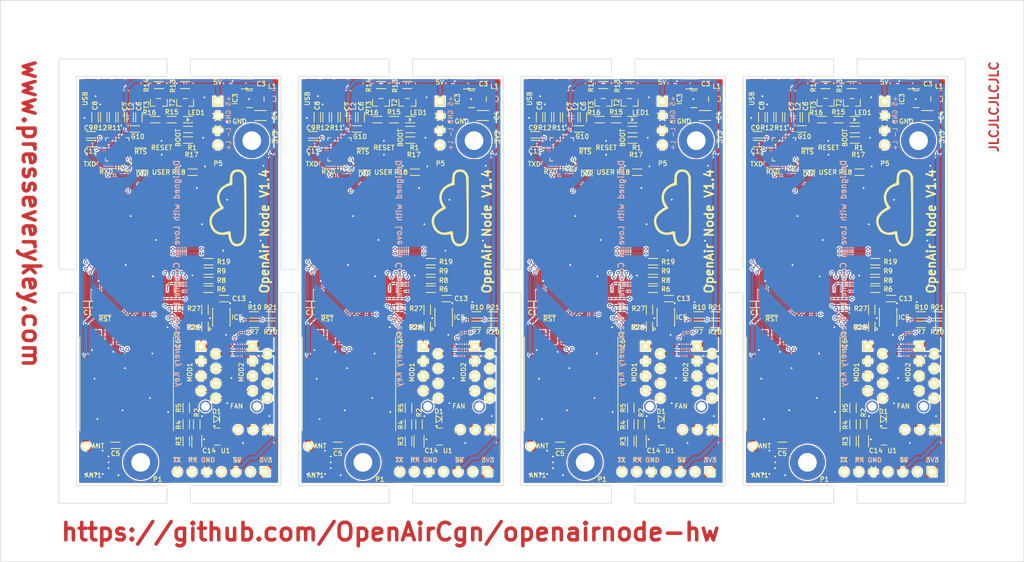
<source format=kicad_pcb>
(kicad_pcb (version 20171130) (host pcbnew 5.1.5+dfsg1-2build2)
  (layers (0 F.Cu signal) (31 B.Cu signal) (34 B.Paste user hide) (35 F.Paste user) (36 B.SilkS user) (37 F.SilkS user) (38 B.Mask user) (39 F.Mask user hide) (44 Edge.Cuts user))
  (net 0 "")
  (net 1 Board_1-/FT231_3V3)
  (net 2 Board_1-/~DTR)
  (net 3 Board_1-3V3)
  (net 4 Board_1-5V)
  (net 5 Board_1-BOOTMODE)
  (net 6 Board_1-EXT_LED)
  (net 7 Board_1-FAN_PWM)
  (net 8 Board_1-FAN_SENS)
  (net 9 Board_1-GND)
  (net 10 Board_1-MISO)
  (net 11 Board_1-MOSI)
  (net 12 "Board_1-Net-(ANT1-Pad1)")
  (net 13 "Board_1-Net-(C6-Pad1)")
  (net 14 "Board_1-Net-(C7-Pad1)")
  (net 15 "Board_1-Net-(C8-Pad1)")
  (net 16 "Board_1-Net-(D1-PadK)")
  (net 17 "Board_1-Net-(IC1-Pad24)")
  (net 18 "Board_1-Net-(IC1-Pad26)")
  (net 19 "Board_1-Net-(IC2-Pad19)")
  (net 20 "Board_1-Net-(IC2-Pad8)")
  (net 21 "Board_1-Net-(IC2-Pad9)")
  (net 22 "Board_1-Net-(IC3-Pad5)")
  (net 23 "Board_1-Net-(LED1-PadA)")
  (net 24 "Board_1-Net-(P2-Pad4)")
  (net 25 "Board_1-Net-(P2-Pad8)")
  (net 26 "Board_1-Net-(P3-Pad4)")
  (net 27 "Board_1-Net-(P3-Pad8)")
  (net 28 "Board_1-Net-(P4-Pad3)")
  (net 29 "Board_1-Net-(R13-Pad2)")
  (net 30 "Board_1-Net-(R14-Pad2)")
  (net 31 "Board_1-Net-(TP8-Pad1)")
  (net 32 Board_1-RFM_DIO0)
  (net 33 Board_1-RFM_DIO1)
  (net 34 Board_1-RFM_RST)
  (net 35 Board_1-RFM_SEL)
  (net 36 Board_1-RXD)
  (net 37 Board_1-SCK)
  (net 38 Board_1-SCL)
  (net 39 Board_1-SDA)
  (net 40 Board_1-SENS1_IN)
  (net 41 Board_1-SENS1_IO1)
  (net 42 Board_1-SENS1_IO2)
  (net 43 Board_1-SENS2_IN)
  (net 44 Board_1-SENS2_IO1)
  (net 45 Board_1-SENS2_IO2)
  (net 46 Board_1-TXD)
  (net 47 Board_1-U2RXD)
  (net 48 Board_1-U2TXD)
  (net 49 Board_1-~RST)
  (net 50 Board_2-/FT231_3V3)
  (net 51 Board_2-/~DTR)
  (net 52 Board_2-3V3)
  (net 53 Board_2-5V)
  (net 54 Board_2-BOOTMODE)
  (net 55 Board_2-EXT_LED)
  (net 56 Board_2-FAN_PWM)
  (net 57 Board_2-FAN_SENS)
  (net 58 Board_2-GND)
  (net 59 Board_2-MISO)
  (net 60 Board_2-MOSI)
  (net 61 "Board_2-Net-(ANT1-Pad1)")
  (net 62 "Board_2-Net-(C6-Pad1)")
  (net 63 "Board_2-Net-(C7-Pad1)")
  (net 64 "Board_2-Net-(C8-Pad1)")
  (net 65 "Board_2-Net-(D1-PadK)")
  (net 66 "Board_2-Net-(IC1-Pad24)")
  (net 67 "Board_2-Net-(IC1-Pad26)")
  (net 68 "Board_2-Net-(IC2-Pad19)")
  (net 69 "Board_2-Net-(IC2-Pad8)")
  (net 70 "Board_2-Net-(IC2-Pad9)")
  (net 71 "Board_2-Net-(IC3-Pad5)")
  (net 72 "Board_2-Net-(LED1-PadA)")
  (net 73 "Board_2-Net-(P2-Pad4)")
  (net 74 "Board_2-Net-(P2-Pad8)")
  (net 75 "Board_2-Net-(P3-Pad4)")
  (net 76 "Board_2-Net-(P3-Pad8)")
  (net 77 "Board_2-Net-(P4-Pad3)")
  (net 78 "Board_2-Net-(R13-Pad2)")
  (net 79 "Board_2-Net-(R14-Pad2)")
  (net 80 "Board_2-Net-(TP8-Pad1)")
  (net 81 Board_2-RFM_DIO0)
  (net 82 Board_2-RFM_DIO1)
  (net 83 Board_2-RFM_RST)
  (net 84 Board_2-RFM_SEL)
  (net 85 Board_2-RXD)
  (net 86 Board_2-SCK)
  (net 87 Board_2-SCL)
  (net 88 Board_2-SDA)
  (net 89 Board_2-SENS1_IN)
  (net 90 Board_2-SENS1_IO1)
  (net 91 Board_2-SENS1_IO2)
  (net 92 Board_2-SENS2_IN)
  (net 93 Board_2-SENS2_IO1)
  (net 94 Board_2-SENS2_IO2)
  (net 95 Board_2-TXD)
  (net 96 Board_2-U2RXD)
  (net 97 Board_2-U2TXD)
  (net 98 Board_2-~RST)
  (net 99 Board_3-/FT231_3V3)
  (net 100 Board_3-/~DTR)
  (net 101 Board_3-3V3)
  (net 102 Board_3-5V)
  (net 103 Board_3-BOOTMODE)
  (net 104 Board_3-EXT_LED)
  (net 105 Board_3-FAN_PWM)
  (net 106 Board_3-FAN_SENS)
  (net 107 Board_3-GND)
  (net 108 Board_3-MISO)
  (net 109 Board_3-MOSI)
  (net 110 "Board_3-Net-(ANT1-Pad1)")
  (net 111 "Board_3-Net-(C6-Pad1)")
  (net 112 "Board_3-Net-(C7-Pad1)")
  (net 113 "Board_3-Net-(C8-Pad1)")
  (net 114 "Board_3-Net-(D1-PadK)")
  (net 115 "Board_3-Net-(IC1-Pad24)")
  (net 116 "Board_3-Net-(IC1-Pad26)")
  (net 117 "Board_3-Net-(IC2-Pad19)")
  (net 118 "Board_3-Net-(IC2-Pad8)")
  (net 119 "Board_3-Net-(IC2-Pad9)")
  (net 120 "Board_3-Net-(IC3-Pad5)")
  (net 121 "Board_3-Net-(LED1-PadA)")
  (net 122 "Board_3-Net-(P2-Pad4)")
  (net 123 "Board_3-Net-(P2-Pad8)")
  (net 124 "Board_3-Net-(P3-Pad4)")
  (net 125 "Board_3-Net-(P3-Pad8)")
  (net 126 "Board_3-Net-(P4-Pad3)")
  (net 127 "Board_3-Net-(R13-Pad2)")
  (net 128 "Board_3-Net-(R14-Pad2)")
  (net 129 "Board_3-Net-(TP8-Pad1)")
  (net 130 Board_3-RFM_DIO0)
  (net 131 Board_3-RFM_DIO1)
  (net 132 Board_3-RFM_RST)
  (net 133 Board_3-RFM_SEL)
  (net 134 Board_3-RXD)
  (net 135 Board_3-SCK)
  (net 136 Board_3-SCL)
  (net 137 Board_3-SDA)
  (net 138 Board_3-SENS1_IN)
  (net 139 Board_3-SENS1_IO1)
  (net 140 Board_3-SENS1_IO2)
  (net 141 Board_3-SENS2_IN)
  (net 142 Board_3-SENS2_IO1)
  (net 143 Board_3-SENS2_IO2)
  (net 144 Board_3-TXD)
  (net 145 Board_3-U2RXD)
  (net 146 Board_3-U2TXD)
  (net 147 Board_3-~RST)
  (net 148 Board_4-/FT231_3V3)
  (net 149 Board_4-/~DTR)
  (net 150 Board_4-3V3)
  (net 151 Board_4-5V)
  (net 152 Board_4-BOOTMODE)
  (net 153 Board_4-EXT_LED)
  (net 154 Board_4-FAN_PWM)
  (net 155 Board_4-FAN_SENS)
  (net 156 Board_4-GND)
  (net 157 Board_4-MISO)
  (net 158 Board_4-MOSI)
  (net 159 "Board_4-Net-(ANT1-Pad1)")
  (net 160 "Board_4-Net-(C6-Pad1)")
  (net 161 "Board_4-Net-(C7-Pad1)")
  (net 162 "Board_4-Net-(C8-Pad1)")
  (net 163 "Board_4-Net-(D1-PadK)")
  (net 164 "Board_4-Net-(IC1-Pad24)")
  (net 165 "Board_4-Net-(IC1-Pad26)")
  (net 166 "Board_4-Net-(IC2-Pad19)")
  (net 167 "Board_4-Net-(IC2-Pad8)")
  (net 168 "Board_4-Net-(IC2-Pad9)")
  (net 169 "Board_4-Net-(IC3-Pad5)")
  (net 170 "Board_4-Net-(LED1-PadA)")
  (net 171 "Board_4-Net-(P2-Pad4)")
  (net 172 "Board_4-Net-(P2-Pad8)")
  (net 173 "Board_4-Net-(P3-Pad4)")
  (net 174 "Board_4-Net-(P3-Pad8)")
  (net 175 "Board_4-Net-(P4-Pad3)")
  (net 176 "Board_4-Net-(R13-Pad2)")
  (net 177 "Board_4-Net-(R14-Pad2)")
  (net 178 "Board_4-Net-(TP8-Pad1)")
  (net 179 Board_4-RFM_DIO0)
  (net 180 Board_4-RFM_DIO1)
  (net 181 Board_4-RFM_RST)
  (net 182 Board_4-RFM_SEL)
  (net 183 Board_4-RXD)
  (net 184 Board_4-SCK)
  (net 185 Board_4-SCL)
  (net 186 Board_4-SDA)
  (net 187 Board_4-SENS1_IN)
  (net 188 Board_4-SENS1_IO1)
  (net 189 Board_4-SENS1_IO2)
  (net 190 Board_4-SENS2_IN)
  (net 191 Board_4-SENS2_IO1)
  (net 192 Board_4-SENS2_IO2)
  (net 193 Board_4-TXD)
  (net 194 Board_4-U2RXD)
  (net 195 Board_4-U2TXD)
  (net 196 Board_4-~RST)
  (module NPTH (layer F.Cu) (at 199.251 83.000002)
    (fp_text reference REF** hide)
    (fp_text value NPTH hide)
    (pad "" np_thru_hole circle (at 0 0) (size 0.25 0.25) (drill 0.25) (layers *.Cu))
  )
  (module NPTH (layer F.Cu) (at 199.251 83.500002)
    (fp_text reference REF** hide)
    (fp_text value NPTH hide)
    (pad "" np_thru_hole circle (at 0 0) (size 0.25 0.25) (drill 0.25) (layers *.Cu))
  )
  (module NPTH (layer F.Cu) (at 199.251 84.000002)
    (fp_text reference REF** hide)
    (fp_text value NPTH hide)
    (pad "" np_thru_hole circle (at 0 0) (size 0.25 0.25) (drill 0.25) (layers *.Cu))
  )
  (module NPTH (layer F.Cu) (at 199.251 84.500002)
    (fp_text reference REF** hide)
    (fp_text value NPTH hide)
    (pad "" np_thru_hole circle (at 0 0) (size 0.25 0.25) (drill 0.25) (layers *.Cu))
  )
  (module NPTH (layer F.Cu) (at 199.251 85.000002)
    (fp_text reference REF** hide)
    (fp_text value NPTH hide)
    (pad "" np_thru_hole circle (at 0 0) (size 0.25 0.25) (drill 0.25) (layers *.Cu))
  )
  (module NPTH (layer F.Cu) (at 199.251 85.500002)
    (fp_text reference REF** hide)
    (fp_text value NPTH hide)
    (pad "" np_thru_hole circle (at 0 0) (size 0.25 0.25) (drill 0.25) (layers *.Cu))
  )
  (module NPTH (layer F.Cu) (at 199.251 86.000002)
    (fp_text reference REF** hide)
    (fp_text value NPTH hide)
    (pad "" np_thru_hole circle (at 0 0) (size 0.25 0.25) (drill 0.25) (layers *.Cu))
  )
  (module NPTH (layer F.Cu) (at 199.251 86.500002)
    (fp_text reference REF** hide)
    (fp_text value NPTH hide)
    (pad "" np_thru_hole circle (at 0 0) (size 0.25 0.25) (drill 0.25) (layers *.Cu))
  )
  (module NPTH (layer F.Cu) (at 199.251 87.000002)
    (fp_text reference REF** hide)
    (fp_text value NPTH hide)
    (pad "" np_thru_hole circle (at 0 0) (size 0.25 0.25) (drill 0.25) (layers *.Cu))
  )
  (module NPTH (layer F.Cu) (at 163.749 87.000002)
    (fp_text reference REF** hide)
    (fp_text value NPTH hide)
    (pad "" np_thru_hole circle (at 0 0) (size 0.25 0.25) (drill 0.25) (layers *.Cu))
  )
  (module NPTH (layer F.Cu) (at 163.749 86.500002)
    (fp_text reference REF** hide)
    (fp_text value NPTH hide)
    (pad "" np_thru_hole circle (at 0 0) (size 0.25 0.25) (drill 0.25) (layers *.Cu))
  )
  (module NPTH (layer F.Cu) (at 163.749 86.000002)
    (fp_text reference REF** hide)
    (fp_text value NPTH hide)
    (pad "" np_thru_hole circle (at 0 0) (size 0.25 0.25) (drill 0.25) (layers *.Cu))
  )
  (module NPTH (layer F.Cu) (at 163.749 85.500002)
    (fp_text reference REF** hide)
    (fp_text value NPTH hide)
    (pad "" np_thru_hole circle (at 0 0) (size 0.25 0.25) (drill 0.25) (layers *.Cu))
  )
  (module NPTH (layer F.Cu) (at 163.749 85.000002)
    (fp_text reference REF** hide)
    (fp_text value NPTH hide)
    (pad "" np_thru_hole circle (at 0 0) (size 0.25 0.25) (drill 0.25) (layers *.Cu))
  )
  (module NPTH (layer F.Cu) (at 163.749 84.500002)
    (fp_text reference REF** hide)
    (fp_text value NPTH hide)
    (pad "" np_thru_hole circle (at 0 0) (size 0.25 0.25) (drill 0.25) (layers *.Cu))
  )
  (module NPTH (layer F.Cu) (at 163.749 84.000002)
    (fp_text reference REF** hide)
    (fp_text value NPTH hide)
    (pad "" np_thru_hole circle (at 0 0) (size 0.25 0.25) (drill 0.25) (layers *.Cu))
  )
  (module NPTH (layer F.Cu) (at 163.749 83.500002)
    (fp_text reference REF** hide)
    (fp_text value NPTH hide)
    (pad "" np_thru_hole circle (at 0 0) (size 0.25 0.25) (drill 0.25) (layers *.Cu))
  )
  (module NPTH (layer F.Cu) (at 163.749 83.000002)
    (fp_text reference REF** hide)
    (fp_text value NPTH hide)
    (pad "" np_thru_hole circle (at 0 0) (size 0.25 0.25) (drill 0.25) (layers *.Cu))
  )
  (module NPTH (layer F.Cu) (at 161.251 83.000002)
    (fp_text reference REF** hide)
    (fp_text value NPTH hide)
    (pad "" np_thru_hole circle (at 0 0) (size 0.25 0.25) (drill 0.25) (layers *.Cu))
  )
  (module NPTH (layer F.Cu) (at 161.251 83.500002)
    (fp_text reference REF** hide)
    (fp_text value NPTH hide)
    (pad "" np_thru_hole circle (at 0 0) (size 0.25 0.25) (drill 0.25) (layers *.Cu))
  )
  (module NPTH (layer F.Cu) (at 161.251 84.000002)
    (fp_text reference REF** hide)
    (fp_text value NPTH hide)
    (pad "" np_thru_hole circle (at 0 0) (size 0.25 0.25) (drill 0.25) (layers *.Cu))
  )
  (module NPTH (layer F.Cu) (at 161.251 84.500002)
    (fp_text reference REF** hide)
    (fp_text value NPTH hide)
    (pad "" np_thru_hole circle (at 0 0) (size 0.25 0.25) (drill 0.25) (layers *.Cu))
  )
  (module NPTH (layer F.Cu) (at 161.251 85.000002)
    (fp_text reference REF** hide)
    (fp_text value NPTH hide)
    (pad "" np_thru_hole circle (at 0 0) (size 0.25 0.25) (drill 0.25) (layers *.Cu))
  )
  (module NPTH (layer F.Cu) (at 161.251 85.500002)
    (fp_text reference REF** hide)
    (fp_text value NPTH hide)
    (pad "" np_thru_hole circle (at 0 0) (size 0.25 0.25) (drill 0.25) (layers *.Cu))
  )
  (module NPTH (layer F.Cu) (at 161.251 86.000002)
    (fp_text reference REF** hide)
    (fp_text value NPTH hide)
    (pad "" np_thru_hole circle (at 0 0) (size 0.25 0.25) (drill 0.25) (layers *.Cu))
  )
  (module NPTH (layer F.Cu) (at 161.251 86.500002)
    (fp_text reference REF** hide)
    (fp_text value NPTH hide)
    (pad "" np_thru_hole circle (at 0 0) (size 0.25 0.25) (drill 0.25) (layers *.Cu))
  )
  (module NPTH (layer F.Cu) (at 161.251 87.000002)
    (fp_text reference REF** hide)
    (fp_text value NPTH hide)
    (pad "" np_thru_hole circle (at 0 0) (size 0.25 0.25) (drill 0.25) (layers *.Cu))
  )
  (module NPTH (layer F.Cu) (at 125.749 87.000002)
    (fp_text reference REF** hide)
    (fp_text value NPTH hide)
    (pad "" np_thru_hole circle (at 0 0) (size 0.25 0.25) (drill 0.25) (layers *.Cu))
  )
  (module NPTH (layer F.Cu) (at 125.749 86.500002)
    (fp_text reference REF** hide)
    (fp_text value NPTH hide)
    (pad "" np_thru_hole circle (at 0 0) (size 0.25 0.25) (drill 0.25) (layers *.Cu))
  )
  (module NPTH (layer F.Cu) (at 125.749 86.000002)
    (fp_text reference REF** hide)
    (fp_text value NPTH hide)
    (pad "" np_thru_hole circle (at 0 0) (size 0.25 0.25) (drill 0.25) (layers *.Cu))
  )
  (module NPTH (layer F.Cu) (at 125.749 85.500002)
    (fp_text reference REF** hide)
    (fp_text value NPTH hide)
    (pad "" np_thru_hole circle (at 0 0) (size 0.25 0.25) (drill 0.25) (layers *.Cu))
  )
  (module NPTH (layer F.Cu) (at 125.749 85.000002)
    (fp_text reference REF** hide)
    (fp_text value NPTH hide)
    (pad "" np_thru_hole circle (at 0 0) (size 0.25 0.25) (drill 0.25) (layers *.Cu))
  )
  (module NPTH (layer F.Cu) (at 125.749 84.500002)
    (fp_text reference REF** hide)
    (fp_text value NPTH hide)
    (pad "" np_thru_hole circle (at 0 0) (size 0.25 0.25) (drill 0.25) (layers *.Cu))
  )
  (module NPTH (layer F.Cu) (at 125.749 84.000002)
    (fp_text reference REF** hide)
    (fp_text value NPTH hide)
    (pad "" np_thru_hole circle (at 0 0) (size 0.25 0.25) (drill 0.25) (layers *.Cu))
  )
  (module NPTH (layer F.Cu) (at 125.749 83.500002)
    (fp_text reference REF** hide)
    (fp_text value NPTH hide)
    (pad "" np_thru_hole circle (at 0 0) (size 0.25 0.25) (drill 0.25) (layers *.Cu))
  )
  (module NPTH (layer F.Cu) (at 125.749 83.000002)
    (fp_text reference REF** hide)
    (fp_text value NPTH hide)
    (pad "" np_thru_hole circle (at 0 0) (size 0.25 0.25) (drill 0.25) (layers *.Cu))
  )
  (module NPTH (layer F.Cu) (at 123.251 83.000002)
    (fp_text reference REF** hide)
    (fp_text value NPTH hide)
    (pad "" np_thru_hole circle (at 0 0) (size 0.25 0.25) (drill 0.25) (layers *.Cu))
  )
  (module NPTH (layer F.Cu) (at 123.251 83.500002)
    (fp_text reference REF** hide)
    (fp_text value NPTH hide)
    (pad "" np_thru_hole circle (at 0 0) (size 0.25 0.25) (drill 0.25) (layers *.Cu))
  )
  (module NPTH (layer F.Cu) (at 123.251 84.000002)
    (fp_text reference REF** hide)
    (fp_text value NPTH hide)
    (pad "" np_thru_hole circle (at 0 0) (size 0.25 0.25) (drill 0.25) (layers *.Cu))
  )
  (module NPTH (layer F.Cu) (at 123.251 84.500002)
    (fp_text reference REF** hide)
    (fp_text value NPTH hide)
    (pad "" np_thru_hole circle (at 0 0) (size 0.25 0.25) (drill 0.25) (layers *.Cu))
  )
  (module NPTH (layer F.Cu) (at 123.251 85.000002)
    (fp_text reference REF** hide)
    (fp_text value NPTH hide)
    (pad "" np_thru_hole circle (at 0 0) (size 0.25 0.25) (drill 0.25) (layers *.Cu))
  )
  (module NPTH (layer F.Cu) (at 123.251 85.500002)
    (fp_text reference REF** hide)
    (fp_text value NPTH hide)
    (pad "" np_thru_hole circle (at 0 0) (size 0.25 0.25) (drill 0.25) (layers *.Cu))
  )
  (module NPTH (layer F.Cu) (at 123.251 86.000002)
    (fp_text reference REF** hide)
    (fp_text value NPTH hide)
    (pad "" np_thru_hole circle (at 0 0) (size 0.25 0.25) (drill 0.25) (layers *.Cu))
  )
  (module NPTH (layer F.Cu) (at 123.251 86.500002)
    (fp_text reference REF** hide)
    (fp_text value NPTH hide)
    (pad "" np_thru_hole circle (at 0 0) (size 0.25 0.25) (drill 0.25) (layers *.Cu))
  )
  (module NPTH (layer F.Cu) (at 123.251 87.000002)
    (fp_text reference REF** hide)
    (fp_text value NPTH hide)
    (pad "" np_thru_hole circle (at 0 0) (size 0.25 0.25) (drill 0.25) (layers *.Cu))
  )
  (module NPTH (layer F.Cu) (at 87.749 87.000002)
    (fp_text reference REF** hide)
    (fp_text value NPTH hide)
    (pad "" np_thru_hole circle (at 0 0) (size 0.25 0.25) (drill 0.25) (layers *.Cu))
  )
  (module NPTH (layer F.Cu) (at 87.749 86.500002)
    (fp_text reference REF** hide)
    (fp_text value NPTH hide)
    (pad "" np_thru_hole circle (at 0 0) (size 0.25 0.25) (drill 0.25) (layers *.Cu))
  )
  (module NPTH (layer F.Cu) (at 87.749 86.000002)
    (fp_text reference REF** hide)
    (fp_text value NPTH hide)
    (pad "" np_thru_hole circle (at 0 0) (size 0.25 0.25) (drill 0.25) (layers *.Cu))
  )
  (module NPTH (layer F.Cu) (at 87.749 85.500002)
    (fp_text reference REF** hide)
    (fp_text value NPTH hide)
    (pad "" np_thru_hole circle (at 0 0) (size 0.25 0.25) (drill 0.25) (layers *.Cu))
  )
  (module NPTH (layer F.Cu) (at 87.749 85.000002)
    (fp_text reference REF** hide)
    (fp_text value NPTH hide)
    (pad "" np_thru_hole circle (at 0 0) (size 0.25 0.25) (drill 0.25) (layers *.Cu))
  )
  (module NPTH (layer F.Cu) (at 87.749 84.500002)
    (fp_text reference REF** hide)
    (fp_text value NPTH hide)
    (pad "" np_thru_hole circle (at 0 0) (size 0.25 0.25) (drill 0.25) (layers *.Cu))
  )
  (module NPTH (layer F.Cu) (at 87.749 84.000002)
    (fp_text reference REF** hide)
    (fp_text value NPTH hide)
    (pad "" np_thru_hole circle (at 0 0) (size 0.25 0.25) (drill 0.25) (layers *.Cu))
  )
  (module NPTH (layer F.Cu) (at 87.749 83.500002)
    (fp_text reference REF** hide)
    (fp_text value NPTH hide)
    (pad "" np_thru_hole circle (at 0 0) (size 0.25 0.25) (drill 0.25) (layers *.Cu))
  )
  (module NPTH (layer F.Cu) (at 87.749 83.000002)
    (fp_text reference REF** hide)
    (fp_text value NPTH hide)
    (pad "" np_thru_hole circle (at 0 0) (size 0.25 0.25) (drill 0.25) (layers *.Cu))
  )
  (module NPTH (layer F.Cu) (at 85.251 83.000002)
    (fp_text reference REF** hide)
    (fp_text value NPTH hide)
    (pad "" np_thru_hole circle (at 0 0) (size 0.25 0.25) (drill 0.25) (layers *.Cu))
  )
  (module NPTH (layer F.Cu) (at 85.251 83.500002)
    (fp_text reference REF** hide)
    (fp_text value NPTH hide)
    (pad "" np_thru_hole circle (at 0 0) (size 0.25 0.25) (drill 0.25) (layers *.Cu))
  )
  (module NPTH (layer F.Cu) (at 85.251 84.000002)
    (fp_text reference REF** hide)
    (fp_text value NPTH hide)
    (pad "" np_thru_hole circle (at 0 0) (size 0.25 0.25) (drill 0.25) (layers *.Cu))
  )
  (module NPTH (layer F.Cu) (at 85.251 84.500002)
    (fp_text reference REF** hide)
    (fp_text value NPTH hide)
    (pad "" np_thru_hole circle (at 0 0) (size 0.25 0.25) (drill 0.25) (layers *.Cu))
  )
  (module NPTH (layer F.Cu) (at 85.251 85.000002)
    (fp_text reference REF** hide)
    (fp_text value NPTH hide)
    (pad "" np_thru_hole circle (at 0 0) (size 0.25 0.25) (drill 0.25) (layers *.Cu))
  )
  (module NPTH (layer F.Cu) (at 85.251 85.500002)
    (fp_text reference REF** hide)
    (fp_text value NPTH hide)
    (pad "" np_thru_hole circle (at 0 0) (size 0.25 0.25) (drill 0.25) (layers *.Cu))
  )
  (module NPTH (layer F.Cu) (at 85.251 86.000002)
    (fp_text reference REF** hide)
    (fp_text value NPTH hide)
    (pad "" np_thru_hole circle (at 0 0) (size 0.25 0.25) (drill 0.25) (layers *.Cu))
  )
  (module NPTH (layer F.Cu) (at 85.251 86.500002)
    (fp_text reference REF** hide)
    (fp_text value NPTH hide)
    (pad "" np_thru_hole circle (at 0 0) (size 0.25 0.25) (drill 0.25) (layers *.Cu))
  )
  (module NPTH (layer F.Cu) (at 85.251 87.000002)
    (fp_text reference REF** hide)
    (fp_text value NPTH hide)
    (pad "" np_thru_hole circle (at 0 0) (size 0.25 0.25) (drill 0.25) (layers *.Cu))
  )
  (module NPTH (layer F.Cu) (at 49.749 87.000002)
    (fp_text reference REF** hide)
    (fp_text value NPTH hide)
    (pad "" np_thru_hole circle (at 0 0) (size 0.25 0.25) (drill 0.25) (layers *.Cu))
  )
  (module NPTH (layer F.Cu) (at 49.749 86.500002)
    (fp_text reference REF** hide)
    (fp_text value NPTH hide)
    (pad "" np_thru_hole circle (at 0 0) (size 0.25 0.25) (drill 0.25) (layers *.Cu))
  )
  (module NPTH (layer F.Cu) (at 49.749 86.000002)
    (fp_text reference REF** hide)
    (fp_text value NPTH hide)
    (pad "" np_thru_hole circle (at 0 0) (size 0.25 0.25) (drill 0.25) (layers *.Cu))
  )
  (module NPTH (layer F.Cu) (at 49.749 85.500002)
    (fp_text reference REF** hide)
    (fp_text value NPTH hide)
    (pad "" np_thru_hole circle (at 0 0) (size 0.25 0.25) (drill 0.25) (layers *.Cu))
  )
  (module NPTH (layer F.Cu) (at 49.749 85.000002)
    (fp_text reference REF** hide)
    (fp_text value NPTH hide)
    (pad "" np_thru_hole circle (at 0 0) (size 0.25 0.25) (drill 0.25) (layers *.Cu))
  )
  (module NPTH (layer F.Cu) (at 49.749 84.500002)
    (fp_text reference REF** hide)
    (fp_text value NPTH hide)
    (pad "" np_thru_hole circle (at 0 0) (size 0.25 0.25) (drill 0.25) (layers *.Cu))
  )
  (module NPTH (layer F.Cu) (at 49.749 84.000002)
    (fp_text reference REF** hide)
    (fp_text value NPTH hide)
    (pad "" np_thru_hole circle (at 0 0) (size 0.25 0.25) (drill 0.25) (layers *.Cu))
  )
  (module NPTH (layer F.Cu) (at 49.749 83.500002)
    (fp_text reference REF** hide)
    (fp_text value NPTH hide)
    (pad "" np_thru_hole circle (at 0 0) (size 0.25 0.25) (drill 0.25) (layers *.Cu))
  )
  (module NPTH (layer F.Cu) (at 49.749 83.000002)
    (fp_text reference REF** hide)
    (fp_text value NPTH hide)
    (pad "" np_thru_hole circle (at 0 0) (size 0.25 0.25) (drill 0.25) (layers *.Cu))
  )
  (module NPTH (layer F.Cu) (at 183.500017 120.251)
    (fp_text reference REF** hide)
    (fp_text value NPTH hide)
    (pad "" np_thru_hole circle (at 0 0) (size 0.25 0.25) (drill 0.25) (layers *.Cu))
  )
  (module NPTH (layer F.Cu) (at 183.000017 120.251)
    (fp_text reference REF** hide)
    (fp_text value NPTH hide)
    (pad "" np_thru_hole circle (at 0 0) (size 0.25 0.25) (drill 0.25) (layers *.Cu))
  )
  (module NPTH (layer F.Cu) (at 182.500017 120.251)
    (fp_text reference REF** hide)
    (fp_text value NPTH hide)
    (pad "" np_thru_hole circle (at 0 0) (size 0.25 0.25) (drill 0.25) (layers *.Cu))
  )
  (module NPTH (layer F.Cu) (at 182.000017 120.251)
    (fp_text reference REF** hide)
    (fp_text value NPTH hide)
    (pad "" np_thru_hole circle (at 0 0) (size 0.25 0.25) (drill 0.25) (layers *.Cu))
  )
  (module NPTH (layer F.Cu) (at 181.500017 120.251)
    (fp_text reference REF** hide)
    (fp_text value NPTH hide)
    (pad "" np_thru_hole circle (at 0 0) (size 0.25 0.25) (drill 0.25) (layers *.Cu))
  )
  (module NPTH (layer F.Cu) (at 181.000017 120.251)
    (fp_text reference REF** hide)
    (fp_text value NPTH hide)
    (pad "" np_thru_hole circle (at 0 0) (size 0.25 0.25) (drill 0.25) (layers *.Cu))
  )
  (module NPTH (layer F.Cu) (at 180.500017 120.251)
    (fp_text reference REF** hide)
    (fp_text value NPTH hide)
    (pad "" np_thru_hole circle (at 0 0) (size 0.25 0.25) (drill 0.25) (layers *.Cu))
  )
  (module NPTH (layer F.Cu) (at 180.000017 120.251)
    (fp_text reference REF** hide)
    (fp_text value NPTH hide)
    (pad "" np_thru_hole circle (at 0 0) (size 0.25 0.25) (drill 0.25) (layers *.Cu))
  )
  (module NPTH (layer F.Cu) (at 179.500017 120.251)
    (fp_text reference REF** hide)
    (fp_text value NPTH hide)
    (pad "" np_thru_hole circle (at 0 0) (size 0.25 0.25) (drill 0.25) (layers *.Cu))
  )
  (module NPTH (layer F.Cu) (at 179.500017 49.749)
    (fp_text reference REF** hide)
    (fp_text value NPTH hide)
    (pad "" np_thru_hole circle (at 0 0) (size 0.25 0.25) (drill 0.25) (layers *.Cu))
  )
  (module NPTH (layer F.Cu) (at 180.000017 49.749)
    (fp_text reference REF** hide)
    (fp_text value NPTH hide)
    (pad "" np_thru_hole circle (at 0 0) (size 0.25 0.25) (drill 0.25) (layers *.Cu))
  )
  (module NPTH (layer F.Cu) (at 180.500017 49.749)
    (fp_text reference REF** hide)
    (fp_text value NPTH hide)
    (pad "" np_thru_hole circle (at 0 0) (size 0.25 0.25) (drill 0.25) (layers *.Cu))
  )
  (module NPTH (layer F.Cu) (at 181.000017 49.749)
    (fp_text reference REF** hide)
    (fp_text value NPTH hide)
    (pad "" np_thru_hole circle (at 0 0) (size 0.25 0.25) (drill 0.25) (layers *.Cu))
  )
  (module NPTH (layer F.Cu) (at 181.500017 49.749)
    (fp_text reference REF** hide)
    (fp_text value NPTH hide)
    (pad "" np_thru_hole circle (at 0 0) (size 0.25 0.25) (drill 0.25) (layers *.Cu))
  )
  (module NPTH (layer F.Cu) (at 182.000017 49.749)
    (fp_text reference REF** hide)
    (fp_text value NPTH hide)
    (pad "" np_thru_hole circle (at 0 0) (size 0.25 0.25) (drill 0.25) (layers *.Cu))
  )
  (module NPTH (layer F.Cu) (at 182.500017 49.749)
    (fp_text reference REF** hide)
    (fp_text value NPTH hide)
    (pad "" np_thru_hole circle (at 0 0) (size 0.25 0.25) (drill 0.25) (layers *.Cu))
  )
  (module NPTH (layer F.Cu) (at 183.000017 49.749)
    (fp_text reference REF** hide)
    (fp_text value NPTH hide)
    (pad "" np_thru_hole circle (at 0 0) (size 0.25 0.25) (drill 0.25) (layers *.Cu))
  )
  (module NPTH (layer F.Cu) (at 183.500017 49.749)
    (fp_text reference REF** hide)
    (fp_text value NPTH hide)
    (pad "" np_thru_hole circle (at 0 0) (size 0.25 0.25) (drill 0.25) (layers *.Cu))
  )
  (module NPTH (layer F.Cu) (at 145.500012 120.251)
    (fp_text reference REF** hide)
    (fp_text value NPTH hide)
    (pad "" np_thru_hole circle (at 0 0) (size 0.25 0.25) (drill 0.25) (layers *.Cu))
  )
  (module NPTH (layer F.Cu) (at 145.000012 120.251)
    (fp_text reference REF** hide)
    (fp_text value NPTH hide)
    (pad "" np_thru_hole circle (at 0 0) (size 0.25 0.25) (drill 0.25) (layers *.Cu))
  )
  (module NPTH (layer F.Cu) (at 144.500012 120.251)
    (fp_text reference REF** hide)
    (fp_text value NPTH hide)
    (pad "" np_thru_hole circle (at 0 0) (size 0.25 0.25) (drill 0.25) (layers *.Cu))
  )
  (module NPTH (layer F.Cu) (at 144.000012 120.251)
    (fp_text reference REF** hide)
    (fp_text value NPTH hide)
    (pad "" np_thru_hole circle (at 0 0) (size 0.25 0.25) (drill 0.25) (layers *.Cu))
  )
  (module NPTH (layer F.Cu) (at 143.500012 120.251)
    (fp_text reference REF** hide)
    (fp_text value NPTH hide)
    (pad "" np_thru_hole circle (at 0 0) (size 0.25 0.25) (drill 0.25) (layers *.Cu))
  )
  (module NPTH (layer F.Cu) (at 143.000012 120.251)
    (fp_text reference REF** hide)
    (fp_text value NPTH hide)
    (pad "" np_thru_hole circle (at 0 0) (size 0.25 0.25) (drill 0.25) (layers *.Cu))
  )
  (module NPTH (layer F.Cu) (at 142.500012 120.251)
    (fp_text reference REF** hide)
    (fp_text value NPTH hide)
    (pad "" np_thru_hole circle (at 0 0) (size 0.25 0.25) (drill 0.25) (layers *.Cu))
  )
  (module NPTH (layer F.Cu) (at 142.000012 120.251)
    (fp_text reference REF** hide)
    (fp_text value NPTH hide)
    (pad "" np_thru_hole circle (at 0 0) (size 0.25 0.25) (drill 0.25) (layers *.Cu))
  )
  (module NPTH (layer F.Cu) (at 141.500012 120.251)
    (fp_text reference REF** hide)
    (fp_text value NPTH hide)
    (pad "" np_thru_hole circle (at 0 0) (size 0.25 0.25) (drill 0.25) (layers *.Cu))
  )
  (module NPTH (layer F.Cu) (at 141.500012 49.749)
    (fp_text reference REF** hide)
    (fp_text value NPTH hide)
    (pad "" np_thru_hole circle (at 0 0) (size 0.25 0.25) (drill 0.25) (layers *.Cu))
  )
  (module NPTH (layer F.Cu) (at 142.000012 49.749)
    (fp_text reference REF** hide)
    (fp_text value NPTH hide)
    (pad "" np_thru_hole circle (at 0 0) (size 0.25 0.25) (drill 0.25) (layers *.Cu))
  )
  (module NPTH (layer F.Cu) (at 142.500012 49.749)
    (fp_text reference REF** hide)
    (fp_text value NPTH hide)
    (pad "" np_thru_hole circle (at 0 0) (size 0.25 0.25) (drill 0.25) (layers *.Cu))
  )
  (module NPTH (layer F.Cu) (at 143.000012 49.749)
    (fp_text reference REF** hide)
    (fp_text value NPTH hide)
    (pad "" np_thru_hole circle (at 0 0) (size 0.25 0.25) (drill 0.25) (layers *.Cu))
  )
  (module NPTH (layer F.Cu) (at 143.500012 49.749)
    (fp_text reference REF** hide)
    (fp_text value NPTH hide)
    (pad "" np_thru_hole circle (at 0 0) (size 0.25 0.25) (drill 0.25) (layers *.Cu))
  )
  (module NPTH (layer F.Cu) (at 144.000012 49.749)
    (fp_text reference REF** hide)
    (fp_text value NPTH hide)
    (pad "" np_thru_hole circle (at 0 0) (size 0.25 0.25) (drill 0.25) (layers *.Cu))
  )
  (module NPTH (layer F.Cu) (at 144.500012 49.749)
    (fp_text reference REF** hide)
    (fp_text value NPTH hide)
    (pad "" np_thru_hole circle (at 0 0) (size 0.25 0.25) (drill 0.25) (layers *.Cu))
  )
  (module NPTH (layer F.Cu) (at 145.000012 49.749)
    (fp_text reference REF** hide)
    (fp_text value NPTH hide)
    (pad "" np_thru_hole circle (at 0 0) (size 0.25 0.25) (drill 0.25) (layers *.Cu))
  )
  (module NPTH (layer F.Cu) (at 145.500012 49.749)
    (fp_text reference REF** hide)
    (fp_text value NPTH hide)
    (pad "" np_thru_hole circle (at 0 0) (size 0.25 0.25) (drill 0.25) (layers *.Cu))
  )
  (module NPTH (layer F.Cu) (at 107.500007 120.251)
    (fp_text reference REF** hide)
    (fp_text value NPTH hide)
    (pad "" np_thru_hole circle (at 0 0) (size 0.25 0.25) (drill 0.25) (layers *.Cu))
  )
  (module NPTH (layer F.Cu) (at 107.000007 120.251)
    (fp_text reference REF** hide)
    (fp_text value NPTH hide)
    (pad "" np_thru_hole circle (at 0 0) (size 0.25 0.25) (drill 0.25) (layers *.Cu))
  )
  (module NPTH (layer F.Cu) (at 106.500007 120.251)
    (fp_text reference REF** hide)
    (fp_text value NPTH hide)
    (pad "" np_thru_hole circle (at 0 0) (size 0.25 0.25) (drill 0.25) (layers *.Cu))
  )
  (module NPTH (layer F.Cu) (at 106.000007 120.251)
    (fp_text reference REF** hide)
    (fp_text value NPTH hide)
    (pad "" np_thru_hole circle (at 0 0) (size 0.25 0.25) (drill 0.25) (layers *.Cu))
  )
  (module NPTH (layer F.Cu) (at 105.500007 120.251)
    (fp_text reference REF** hide)
    (fp_text value NPTH hide)
    (pad "" np_thru_hole circle (at 0 0) (size 0.25 0.25) (drill 0.25) (layers *.Cu))
  )
  (module NPTH (layer F.Cu) (at 105.000007 120.251)
    (fp_text reference REF** hide)
    (fp_text value NPTH hide)
    (pad "" np_thru_hole circle (at 0 0) (size 0.25 0.25) (drill 0.25) (layers *.Cu))
  )
  (module NPTH (layer F.Cu) (at 104.500007 120.251)
    (fp_text reference REF** hide)
    (fp_text value NPTH hide)
    (pad "" np_thru_hole circle (at 0 0) (size 0.25 0.25) (drill 0.25) (layers *.Cu))
  )
  (module NPTH (layer F.Cu) (at 104.000007 120.251)
    (fp_text reference REF** hide)
    (fp_text value NPTH hide)
    (pad "" np_thru_hole circle (at 0 0) (size 0.25 0.25) (drill 0.25) (layers *.Cu))
  )
  (module NPTH (layer F.Cu) (at 103.500007 120.251)
    (fp_text reference REF** hide)
    (fp_text value NPTH hide)
    (pad "" np_thru_hole circle (at 0 0) (size 0.25 0.25) (drill 0.25) (layers *.Cu))
  )
  (module NPTH (layer F.Cu) (at 103.500007 49.749)
    (fp_text reference REF** hide)
    (fp_text value NPTH hide)
    (pad "" np_thru_hole circle (at 0 0) (size 0.25 0.25) (drill 0.25) (layers *.Cu))
  )
  (module NPTH (layer F.Cu) (at 104.000007 49.749)
    (fp_text reference REF** hide)
    (fp_text value NPTH hide)
    (pad "" np_thru_hole circle (at 0 0) (size 0.25 0.25) (drill 0.25) (layers *.Cu))
  )
  (module NPTH (layer F.Cu) (at 104.500007 49.749)
    (fp_text reference REF** hide)
    (fp_text value NPTH hide)
    (pad "" np_thru_hole circle (at 0 0) (size 0.25 0.25) (drill 0.25) (layers *.Cu))
  )
  (module NPTH (layer F.Cu) (at 105.000007 49.749)
    (fp_text reference REF** hide)
    (fp_text value NPTH hide)
    (pad "" np_thru_hole circle (at 0 0) (size 0.25 0.25) (drill 0.25) (layers *.Cu))
  )
  (module NPTH (layer F.Cu) (at 105.500007 49.749)
    (fp_text reference REF** hide)
    (fp_text value NPTH hide)
    (pad "" np_thru_hole circle (at 0 0) (size 0.25 0.25) (drill 0.25) (layers *.Cu))
  )
  (module NPTH (layer F.Cu) (at 106.000007 49.749)
    (fp_text reference REF** hide)
    (fp_text value NPTH hide)
    (pad "" np_thru_hole circle (at 0 0) (size 0.25 0.25) (drill 0.25) (layers *.Cu))
  )
  (module NPTH (layer F.Cu) (at 106.500007 49.749)
    (fp_text reference REF** hide)
    (fp_text value NPTH hide)
    (pad "" np_thru_hole circle (at 0 0) (size 0.25 0.25) (drill 0.25) (layers *.Cu))
  )
  (module NPTH (layer F.Cu) (at 107.000007 49.749)
    (fp_text reference REF** hide)
    (fp_text value NPTH hide)
    (pad "" np_thru_hole circle (at 0 0) (size 0.25 0.25) (drill 0.25) (layers *.Cu))
  )
  (module NPTH (layer F.Cu) (at 107.500007 49.749)
    (fp_text reference REF** hide)
    (fp_text value NPTH hide)
    (pad "" np_thru_hole circle (at 0 0) (size 0.25 0.25) (drill 0.25) (layers *.Cu))
  )
  (module NPTH (layer F.Cu) (at 69.500002 120.251)
    (fp_text reference REF** hide)
    (fp_text value NPTH hide)
    (pad "" np_thru_hole circle (at 0 0) (size 0.25 0.25) (drill 0.25) (layers *.Cu))
  )
  (module NPTH (layer F.Cu) (at 69.000002 120.251)
    (fp_text reference REF** hide)
    (fp_text value NPTH hide)
    (pad "" np_thru_hole circle (at 0 0) (size 0.25 0.25) (drill 0.25) (layers *.Cu))
  )
  (module NPTH (layer F.Cu) (at 68.500002 120.251)
    (fp_text reference REF** hide)
    (fp_text value NPTH hide)
    (pad "" np_thru_hole circle (at 0 0) (size 0.25 0.25) (drill 0.25) (layers *.Cu))
  )
  (module NPTH (layer F.Cu) (at 68.000002 120.251)
    (fp_text reference REF** hide)
    (fp_text value NPTH hide)
    (pad "" np_thru_hole circle (at 0 0) (size 0.25 0.25) (drill 0.25) (layers *.Cu))
  )
  (module NPTH (layer F.Cu) (at 67.500002 120.251)
    (fp_text reference REF** hide)
    (fp_text value NPTH hide)
    (pad "" np_thru_hole circle (at 0 0) (size 0.25 0.25) (drill 0.25) (layers *.Cu))
  )
  (module NPTH (layer F.Cu) (at 67.000002 120.251)
    (fp_text reference REF** hide)
    (fp_text value NPTH hide)
    (pad "" np_thru_hole circle (at 0 0) (size 0.25 0.25) (drill 0.25) (layers *.Cu))
  )
  (module NPTH (layer F.Cu) (at 66.500002 120.251)
    (fp_text reference REF** hide)
    (fp_text value NPTH hide)
    (pad "" np_thru_hole circle (at 0 0) (size 0.25 0.25) (drill 0.25) (layers *.Cu))
  )
  (module NPTH (layer F.Cu) (at 66.000002 120.251)
    (fp_text reference REF** hide)
    (fp_text value NPTH hide)
    (pad "" np_thru_hole circle (at 0 0) (size 0.25 0.25) (drill 0.25) (layers *.Cu))
  )
  (module NPTH (layer F.Cu) (at 65.500002 120.251)
    (fp_text reference REF** hide)
    (fp_text value NPTH hide)
    (pad "" np_thru_hole circle (at 0 0) (size 0.25 0.25) (drill 0.25) (layers *.Cu))
  )
  (module NPTH (layer F.Cu) (at 65.500002 49.749)
    (fp_text reference REF** hide)
    (fp_text value NPTH hide)
    (pad "" np_thru_hole circle (at 0 0) (size 0.25 0.25) (drill 0.25) (layers *.Cu))
  )
  (module NPTH (layer F.Cu) (at 66.000002 49.749)
    (fp_text reference REF** hide)
    (fp_text value NPTH hide)
    (pad "" np_thru_hole circle (at 0 0) (size 0.25 0.25) (drill 0.25) (layers *.Cu))
  )
  (module NPTH (layer F.Cu) (at 66.500002 49.749)
    (fp_text reference REF** hide)
    (fp_text value NPTH hide)
    (pad "" np_thru_hole circle (at 0 0) (size 0.25 0.25) (drill 0.25) (layers *.Cu))
  )
  (module NPTH (layer F.Cu) (at 67.000002 49.749)
    (fp_text reference REF** hide)
    (fp_text value NPTH hide)
    (pad "" np_thru_hole circle (at 0 0) (size 0.25 0.25) (drill 0.25) (layers *.Cu))
  )
  (module NPTH (layer F.Cu) (at 67.500002 49.749)
    (fp_text reference REF** hide)
    (fp_text value NPTH hide)
    (pad "" np_thru_hole circle (at 0 0) (size 0.25 0.25) (drill 0.25) (layers *.Cu))
  )
  (module NPTH (layer F.Cu) (at 68.000002 49.749)
    (fp_text reference REF** hide)
    (fp_text value NPTH hide)
    (pad "" np_thru_hole circle (at 0 0) (size 0.25 0.25) (drill 0.25) (layers *.Cu))
  )
  (module NPTH (layer F.Cu) (at 68.500002 49.749)
    (fp_text reference REF** hide)
    (fp_text value NPTH hide)
    (pad "" np_thru_hole circle (at 0 0) (size 0.25 0.25) (drill 0.25) (layers *.Cu))
  )
  (module NPTH (layer F.Cu) (at 69.000002 49.749)
    (fp_text reference REF** hide)
    (fp_text value NPTH hide)
    (pad "" np_thru_hole circle (at 0 0) (size 0.25 0.25) (drill 0.25) (layers *.Cu))
  )
  (module NPTH (layer F.Cu) (at 69.500002 49.749)
    (fp_text reference REF** hide)
    (fp_text value NPTH hide)
    (pad "" np_thru_hole circle (at 0 0) (size 0.25 0.25) (drill 0.25) (layers *.Cu))
  )
  (module NPTH (layer F.Cu) (at 42 128.001005)
    (fp_text reference REF** hide)
    (fp_text value NPTH hide)
    (pad "" np_thru_hole circle (at 0 0) (size 4 4) (drill 4) (layers *.Cu))
  )
  (module NPTH (layer F.Cu) (at 207.00102 41.999)
    (fp_text reference REF** hide)
    (fp_text value NPTH hide)
    (pad "" np_thru_hole circle (at 0 0) (size 4 4) (drill 4) (layers *.Cu))
  )
  (module NPTH (layer F.Cu) (at 42 41.999)
    (fp_text reference REF** hide)
    (fp_text value NPTH hide)
    (pad "" np_thru_hole circle (at 0 0) (size 4 4) (drill 4) (layers *.Cu))
  )
  (module everykey:0603 (layer F.Cu) (at 182.800016 106.700001 90)
    (fp_text reference R5 (at 0 -1.3 270) (layer F.SilkS) (effects (font (size 0.8 0.8))))
    (fp_text value 22K hide)
    (pad 2 smd rect (at 0.7 0 90) (size 0.7 0.8) (layers F.Cu F.Paste F.Mask) (net 156 Board_4-GND))
    (pad 1 smd rect (at -0.7 0 90) (size 0.7 0.8) (layers F.Cu F.Paste F.Mask) (net 155 Board_4-FAN_SENS))
  )
  (module everykey:0603 (layer F.Cu) (at 182.800016 109.500001 90)
    (fp_text reference R4 (at -0.1 -1.3 270) (layer F.SilkS) (effects (font (size 0.8 0.8))))
    (fp_text value 10K hide)
    (pad 2 smd rect (at 0.7 0 90) (size 0.7 0.8) (layers F.Cu F.Paste F.Mask) (net 155 Board_4-FAN_SENS))
    (pad 1 smd rect (at -0.7 0 90) (size 0.7 0.8) (layers F.Cu F.Paste F.Mask) (net 175 "Board_4-Net-(P4-Pad3)"))
  )
  (module everykey:HEADER-1x07-2.5-JST-XH (layer F.Cu) (at 188.800016 117.600001 180)
    (fp_text reference P1 (at 10.9 -1.3) (layer F.SilkS) (effects (font (size 0.8 0.8))))
    (fp_text value PM hide)
    (pad 7 thru_hole circle (at 7.5 0 180) (size 1.6 1.6) (drill 1) (layers *.Cu *.Mask F.SilkS) (net 194 Board_4-U2RXD))
    (pad 6 thru_hole circle (at 5 0 180) (size 1.6 1.6) (drill 1) (layers *.Cu *.Mask F.SilkS) (net 195 Board_4-U2TXD))
    (pad 5 thru_hole circle (at 2.5 0 180) (size 1.6 1.6) (drill 1) (layers *.Cu *.Mask F.SilkS) (net 156 Board_4-GND))
    (pad 4 thru_hole circle (at 0 0 180) (size 1.6 1.6) (drill 1) (layers *.Cu *.Mask F.SilkS))
    (pad 3 thru_hole circle (at -2.5 0 180) (size 1.6 1.6) (drill 1) (layers *.Cu *.Mask F.SilkS) (net 151 Board_4-5V))
    (pad 2 thru_hole circle (at -5 0 180) (size 1.6 1.6) (drill 1) (layers *.Cu *.Mask F.SilkS))
    (pad 1 thru_hole rect (at -7.5 0 180) (size 1.6 1.6) (drill 1) (layers *.Cu *.Mask F.SilkS) (net 150 Board_4-3V3))
  )
  (module everykey:1008-2520 (layer F.Cu) (at 197.100016 53.900001 270)
    (fp_text reference L1 (at -2.2 -0.4 180) (layer F.SilkS) (effects (font (size 0.8 0.8))))
    (fp_text value "2.2u 1A BDCD002520122R2MS1" hide)
    (pad 2 smd rect (at 1 0 270) (size 0.8 2) (layers F.Cu F.Paste F.Mask) (net 150 Board_4-3V3))
    (pad 1 smd rect (at -1 0 270) (size 0.8 2) (layers F.Cu F.Paste F.Mask) (net 169 "Board_4-Net-(IC3-Pad5)"))
  )
  (module everykey:TESTPOINT_1mm (layer F.Cu) (at 182.100016 62.600001)
    (fp_text reference TP11 hide)
    (fp_text value BOOT (at -0.7 -2.1 90) (layer F.SilkS) (effects (font (size 0.8 0.8))))
    (pad 1 smd circle (at 0 0) (size 1 1) (layers F.Cu F.Mask) (net 152 Board_4-BOOTMODE))
  )
  (module everykey:TESTPOINT_1mm (layer F.Cu) (at 168.900016 90.000001)
    (fp_text reference TP10 hide)
    (fp_text value ~RST (at 0 1.5) (layer F.SilkS) (effects (font (size 0.8 0.8))))
    (pad 1 smd circle (at 0 0) (size 1 1) (layers F.Cu F.Mask) (net 196 Board_4-~RST))
  )
  (module everykey:SOT23-5 (layer F.Cu) (at 188.100016 111.600001)
    (fp_text reference U1 (at 1.4 2.4) (layer F.SilkS) (effects (font (size 0.8 0.8))))
    (fp_text value MIC2004-1.2YM5 hide)
    (pad 5 smd rect (at 1.3 -0.95) (size 1 0.5) (layers F.Cu F.Paste F.Mask) (net 163 "Board_4-Net-(D1-PadK)"))
    (pad 4 smd rect (at 1.3 0.95) (size 1 0.5) (layers F.Cu F.Paste F.Mask))
    (pad 3 smd rect (at -1.3 0.95) (size 1 0.5) (layers F.Cu F.Paste F.Mask) (net 154 Board_4-FAN_PWM))
    (pad 2 smd rect (at -1.3 0) (size 1 0.5) (layers F.Cu F.Paste F.Mask) (net 156 Board_4-GND))
    (pad 1 smd rect (at -1.3 -0.95) (size 1 0.5) (layers F.Cu F.Paste F.Mask) (net 151 Board_4-5V))
  )
  (module everykey:HEADER-1x01 (layer F.Cu) (at 165.700016 113.200001 90)
    (fp_text reference TP9 hide)
    (fp_text value ANT (at 0 2 180) (layer F.SilkS) (effects (font (size 0.8 0.8))))
    (pad 1 thru_hole circle (at 0 0 90) (size 1.6 1.6) (drill 1) (layers *.Cu *.Mask F.SilkS) (net 159 "Board_4-Net-(ANT1-Pad1)"))
  )
  (module everykey:U-FL (layer F.Cu) (at 167.000016 116.100001 180)
    (fp_text reference ANT1 (at 0.1 -2.1 180) (layer F.SilkS) (effects (font (size 0.8 0.8))))
    (fp_text value CONN_2 hide)
    (pad 2 smd rect (at 1.475 0 180) (size 1.05 2.2) (layers F.Cu F.Paste F.Mask) (net 156 Board_4-GND))
    (pad 2 smd rect (at -1.475 0 180) (size 1.05 2.2) (layers F.Cu F.Paste F.Mask) (net 156 Board_4-GND))
    (pad 1 smd rect (at 0 1.5025 180) (size 1.05 1.05) (layers F.Cu F.Paste F.Mask) (net 159 "Board_4-Net-(ANT1-Pad1)"))
  )
  (module everykey:0603 (layer F.Cu) (at 182.800016 112.400001 270)
    (fp_text reference R3 (at 0 1.3 90) (layer F.SilkS) (effects (font (size 0.8 0.8))))
    (fp_text value 10K hide)
    (pad 2 smd rect (at 0.7 0 270) (size 0.7 0.8) (layers F.Cu F.Paste F.Mask) (net 156 Board_4-GND))
    (pad 1 smd rect (at -0.7 0 270) (size 0.7 0.8) (layers F.Cu F.Paste F.Mask) (net 154 Board_4-FAN_PWM))
  )
  (module everykey:0603 (layer F.Cu) (at 184.600016 109.500001 90)
    (fp_text reference R2 (at 2 0 270) (layer F.SilkS) (effects (font (size 0.8 0.8))))
    (fp_text value 1K hide)
    (pad 2 smd rect (at 0.7 0 90) (size 0.7 0.8) (layers F.Cu F.Paste F.Mask) (net 175 "Board_4-Net-(P4-Pad3)"))
    (pad 1 smd rect (at -0.7 0 90) (size 0.7 0.8) (layers F.Cu F.Paste F.Mask) (net 151 Board_4-5V))
  )
  (module everykey:SOD-123F (layer F.Cu) (at 188.000016 108.600001)
    (fp_text reference D1 (at 0 -1.3) (layer F.SilkS) (effects (font (size 0.8 0.8))))
    (fp_text value D_Schottky hide)
    (pad K smd rect (at 1.4 0) (size 1.1 1.1) (layers F.Cu F.Paste F.Mask) (net 163 "Board_4-Net-(D1-PadK)"))
    (pad A smd rect (at -1.4 0) (size 1.1 1.1) (layers F.Cu F.Paste F.Mask) (net 156 Board_4-GND))
  )
  (module everykey:HEADER-1x08-1.27-ZZ-POL (layer F.Cu) (at 186.600016 100.600001 270)
    (fp_text reference P2 hide)
    (fp_text value MOD1 (at 0 3.2 270) (layer F.SilkS) (effects (font (size 0.8 0.8))))
    (pad "" np_thru_hole circle (at 5.845 0.53 270) (size 2 2) (drill 1.5) (layers *.Cu *.Mask))
    (pad 8 thru_hole circle (at 4.445 -1.27 270) (size 1.6 1.6) (drill 0.85) (layers *.Cu *.Mask F.SilkS) (net 172 "Board_4-Net-(P2-Pad8)"))
    (pad 7 thru_hole circle (at 3.175 1.27 270) (size 1.6 1.6) (drill 0.85) (layers *.Cu *.Mask F.SilkS) (net 186 Board_4-SDA))
    (pad 6 thru_hole circle (at 1.905 -1.27 270) (size 1.6 1.6) (drill 0.85) (layers *.Cu *.Mask F.SilkS) (net 187 Board_4-SENS1_IN))
    (pad 5 thru_hole circle (at 0.635 1.27 270) (size 1.6 1.6) (drill 0.85) (layers *.Cu *.Mask F.SilkS) (net 185 Board_4-SCL))
    (pad 4 thru_hole circle (at -0.635 -1.27 270) (size 1.6 1.6) (drill 0.85) (layers *.Cu *.Mask F.SilkS) (net 171 "Board_4-Net-(P2-Pad4)"))
    (pad 3 thru_hole circle (at -1.905 1.27 270) (size 1.6 1.6) (drill 0.85) (layers *.Cu *.Mask F.SilkS) (net 156 Board_4-GND))
    (pad 2 thru_hole circle (at -3.175 -1.27 270) (size 1.6 1.6) (drill 0.85) (layers *.Cu *.Mask F.SilkS) (net 151 Board_4-5V))
    (pad 1 thru_hole rect (at -4.445 1.27 270) (size 1.6 1.6) (drill 0.85) (layers *.Cu *.Mask F.SilkS) (net 150 Board_4-3V3))
  )
  (module everykey:TESTPOINT_1mm (layer F.Cu) (at 189.700016 50.950001 90)
    (fp_text reference TP1 hide)
    (fp_text value 5V (at -0.05 -1.55 180) (layer F.SilkS) (effects (font (size 0.8 0.8))))
    (pad 1 smd circle (at 0 0 90) (size 1 1) (layers F.Cu F.Mask) (net 151 Board_4-5V))
  )
  (module everykey:TESTPOINT_1mm (layer F.Cu) (at 197.700016 58.500001)
    (fp_text reference TP2 hide)
    (fp_text value 3V3 (at 0.3 1.9 90) (layer F.SilkS) (effects (font (size 0.8 0.8))))
    (pad 1 smd circle (at 0 0) (size 1 1) (layers F.Cu F.Mask) (net 150 Board_4-3V3))
  )
  (module everykey:TESTPOINT_1mm (layer F.Cu) (at 191.500016 56.400001)
    (fp_text reference TP3 hide)
    (fp_text value GND (at 0.4 1.3 180) (layer F.SilkS) (effects (font (size 0.8 0.8))))
    (pad 1 smd circle (at 0 0) (size 1 1) (layers F.Cu F.Mask) (net 156 Board_4-GND))
  )
  (module everykey:TESTPOINT_1mm (layer F.Cu) (at 168.100016 65.000001)
    (fp_text reference TP4 hide)
    (fp_text value TXD (at -1.8 0) (layer F.SilkS) (effects (font (size 0.8 0.8))))
    (pad 1 smd circle (at 0 0) (size 1 1) (layers F.Cu F.Mask) (net 183 Board_4-RXD))
  )
  (module everykey:TESTPOINT_1mm (layer F.Cu) (at 174.500016 64.100001)
    (fp_text reference TP5 hide)
    (fp_text value ~RTS (at 0.5 -1.2) (layer F.SilkS) (effects (font (size 0.8 0.8))))
    (pad 1 smd circle (at 0 0) (size 1 1) (layers F.Cu F.Mask) (net 166 "Board_4-Net-(IC2-Pad19)"))
  )
  (module everykey:TESTPOINT_1mm (layer F.Cu) (at 167.200016 66.300001)
    (fp_text reference TP6 hide)
    (fp_text value RXD (at 1.9 0) (layer F.SilkS) (effects (font (size 0.8 0.8))))
    (pad 1 smd circle (at 0 0) (size 1 1) (layers F.Cu F.Mask) (net 193 Board_4-TXD))
  )
  (module everykey:TESTPOINT_1mm (layer F.Cu) (at 175.300016 65.300001)
    (fp_text reference TP7 hide)
    (fp_text value ~DTR (at 0 1.4) (layer F.SilkS) (effects (font (size 0.8 0.8))))
    (pad 1 smd circle (at 0 0) (size 1 1) (layers F.Cu F.Mask) (net 149 Board_4-/~DTR))
  )
  (module everykey:TESTPOINT_1mm (layer F.Cu) (at 175.300016 53.600001)
    (fp_text reference TP8 hide)
    (fp_text value SHLD hide)
    (pad 1 smd circle (at 0 0) (size 1 1) (layers F.Cu F.Mask) (net 178 "Board_4-Net-(TP8-Pad1)"))
  )
  (module everykey:SOT23-3 (layer F.Cu) (at 182.600016 54.450001 270)
    (fp_text reference T2 (at 0.05 2.2 270) (layer F.SilkS) (effects (font (size 0.8 0.8))))
    (fp_text value MMBT2222ALT3G hide)
    (pad 3 smd rect (at 1.15 0 270) (size 1 0.6) (layers F.Cu F.Paste F.Mask) (net 152 Board_4-BOOTMODE))
    (pad 2 smd rect (at -1.15 0.95 270) (size 1 0.6) (layers F.Cu F.Paste F.Mask) (net 149 Board_4-/~DTR))
    (pad 1 smd rect (at -1.15 -0.95 270) (size 1 0.6) (layers F.Cu F.Paste F.Mask) (net 176 "Board_4-Net-(R13-Pad2)"))
  )
  (module everykey:SOT23-3 (layer F.Cu) (at 178.100016 54.450001 270)
    (fp_text reference T3 (at 0.45 2.1 270) (layer F.SilkS) (effects (font (size 0.8 0.8))))
    (fp_text value MMBT2222ALT3G hide)
    (pad 3 smd rect (at 1.15 0 270) (size 1 0.6) (layers F.Cu F.Paste F.Mask) (net 196 Board_4-~RST))
    (pad 2 smd rect (at -1.15 0.95 270) (size 1 0.6) (layers F.Cu F.Paste F.Mask) (net 166 "Board_4-Net-(IC2-Pad19)"))
    (pad 1 smd rect (at -1.15 -0.95 270) (size 1 0.6) (layers F.Cu F.Paste F.Mask) (net 177 "Board_4-Net-(R14-Pad2)"))
  )
  (module everykey:CK-PTS830 (layer F.Cu) (at 178.600016 60.200001)
    (fp_text reference BTN1 hide)
    (fp_text value RESET (at 0 2) (layer F.SilkS) (effects (font (size 0.8 0.8))))
    (pad 2 smd rect (at 1.6 0.825) (size 0.7 0.75) (layers F.Cu F.Paste F.Mask) (net 156 Board_4-GND))
    (pad 2 smd rect (at -1.6 0.825) (size 0.7 0.75) (layers F.Cu F.Paste F.Mask) (net 156 Board_4-GND))
    (pad 1 smd rect (at 1.6 -0.825) (size 0.7 0.75) (layers F.Cu F.Paste F.Mask) (net 196 Board_4-~RST))
    (pad 1 smd rect (at -1.6 -0.825) (size 0.7 0.75) (layers F.Cu F.Paste F.Mask) (net 196 Board_4-~RST))
  )
  (module Logo:Logo (layer F.Cu) (at 189.900016 72.500001 90)
    (fp_text reference LOGO1 hide)
    (fp_text value Logo hide)
  )
  (module everykey:USB-MICRO-B (layer F.Cu) (at 170.050016 51.400001 180)
    (fp_text reference USB1 hide)
    (fp_text value USB (at 4.55 -2.4 270) (layer F.SilkS) (effects (font (size 0.8 0.8))))
    (pad PAD4 smd rect (at 3.75 0 180) (size 2.3 1.9) (layers F.Cu F.Paste F.Mask) (net 178 "Board_4-Net-(TP8-Pad1)"))
    (pad PAD3 smd rect (at 1.15 0 180) (size 1.8 1.9) (layers F.Cu F.Paste F.Mask) (net 178 "Board_4-Net-(TP8-Pad1)"))
    (pad PAD2 smd rect (at -1.15 0 180) (size 1.8 1.9) (layers F.Cu F.Paste F.Mask) (net 178 "Board_4-Net-(TP8-Pad1)"))
    (pad PAD1 smd rect (at -3.75 0 180) (size 2.3 1.9) (layers F.Cu F.Paste F.Mask) (net 178 "Board_4-Net-(TP8-Pad1)"))
    (pad 5 smd rect (at 1.3 -2.675 180) (size 0.4 1.35) (layers F.Cu F.Paste F.Mask) (net 156 Board_4-GND))
    (pad 4 smd rect (at 0.65 -2.675 180) (size 0.4 1.35) (layers F.Cu F.Paste F.Mask))
    (pad 3 smd rect (at 0 -2.675 180) (size 0.4 1.35) (layers F.Cu F.Paste F.Mask) (net 162 "Board_4-Net-(C8-Pad1)"))
    (pad 2 smd rect (at -0.65 -2.675 180) (size 0.4 1.35) (layers F.Cu F.Paste F.Mask) (net 161 "Board_4-Net-(C7-Pad1)"))
    (pad 1 smd rect (at -1.3 -2.675 180) (size 0.4 1.35) (layers F.Cu F.Paste F.Mask) (net 160 "Board_4-Net-(C6-Pad1)"))
  )
  (module everykey:0603 (layer F.Cu) (at 186.000016 89.900001 90)
    (fp_text reference R27 (at 0.2 -1.9) (layer F.SilkS) (effects (font (size 0.8 0.8))))
    (fp_text value 2K2 hide)
    (pad 2 smd rect (at 0.7 0 90) (size 0.7 0.8) (layers F.Cu F.Paste F.Mask) (net 185 Board_4-SCL))
    (pad 1 smd rect (at -0.7 0 90) (size 0.7 0.8) (layers F.Cu F.Paste F.Mask) (net 150 Board_4-3V3))
  )
  (module everykey:0603 (layer F.Cu) (at 186.000016 92.800001 270)
    (fp_text reference R26 (at 0.1 2) (layer F.SilkS) (effects (font (size 0.8 0.8))))
    (fp_text value 2K2 hide)
    (pad 2 smd rect (at 0.7 0 270) (size 0.7 0.8) (layers F.Cu F.Paste F.Mask) (net 186 Board_4-SDA))
    (pad 1 smd rect (at -0.7 0 270) (size 0.7 0.8) (layers F.Cu F.Paste F.Mask) (net 150 Board_4-3V3))
  )
  (module everykey:0603 (layer F.Cu) (at 183.100016 59.100001)
    (fp_text reference R1 (at 0.7 3.1 180) (layer F.SilkS) (effects (font (size 0.8 0.8))))
    (fp_text value 10K hide)
    (pad 2 smd rect (at 0.7 0) (size 0.7 0.8) (layers F.Cu F.Paste F.Mask) (net 156 Board_4-GND))
    (pad 1 smd rect (at -0.7 0) (size 0.7 0.8) (layers F.Cu F.Paste F.Mask) (net 170 "Board_4-Net-(LED1-PadA)"))
  )
  (module everykey:HOLE-3.2 (layer F.Cu) (at 194.000016 61.000001 270)
    (fp_text reference H2 hide)
    (fp_text value HOLE hide)
    (pad "" np_thru_hole circle (at 0 0 270) (size 6 6) (drill 3.2) (layers *.Cu *.Mask))
  )
  (module everykey:HOLE-3.2 (layer F.Cu) (at 175.000016 116.000001)
    (fp_text reference H1 hide)
    (fp_text value HOLE hide)
    (pad "" np_thru_hole circle (at 0 0) (size 6 6) (drill 3.2) (layers *.Cu *.Mask))
  )
  (module everykey:0603 (layer F.Cu) (at 183.900016 66.400001)
    (fp_text reference R18 (at -2.4 0) (layer F.SilkS) (effects (font (size 0.8 0.8))))
    (fp_text value 220 hide)
    (pad 2 smd rect (at 0.7 0) (size 0.7 0.8) (layers F.Cu F.Paste F.Mask) (net 153 Board_4-EXT_LED))
    (pad 1 smd rect (at -0.7 0) (size 0.7 0.8) (layers F.Cu F.Paste F.Mask) (net 165 "Board_4-Net-(IC1-Pad26)"))
  )
  (module everykey:0603 (layer F.Cu) (at 183.100016 60.900001 180)
    (fp_text reference R17 (at -0.6 -2.5) (layer F.SilkS) (effects (font (size 0.8 0.8))))
    (fp_text value 220 hide)
    (pad 2 smd rect (at 0.7 0 180) (size 0.7 0.8) (layers F.Cu F.Paste F.Mask) (net 170 "Board_4-Net-(LED1-PadA)"))
    (pad 1 smd rect (at -0.7 0 180) (size 0.7 0.8) (layers F.Cu F.Paste F.Mask) (net 164 "Board_4-Net-(IC1-Pad24)"))
  )
  (module everykey:0603-POLAR (layer F.Cu) (at 183.100016 57.400001)
    (fp_text reference LED1 (at 1.4 -1.2) (layer F.SilkS) (effects (font (size 0.8 0.8))))
    (fp_text value LED hide)
    (pad K smd rect (at 0.7 0) (size 0.7 0.8) (layers F.Cu F.Paste F.Mask) (net 156 Board_4-GND))
    (pad A smd rect (at -0.7 0) (size 0.7 0.8) (layers F.Cu F.Paste F.Mask) (net 170 "Board_4-Net-(LED1-PadA)"))
  )
  (module everykey:0603 (layer F.Cu) (at 166.000016 89.000001 180)
    (fp_text reference C1 (at 0 -1.4) (layer F.SilkS) (effects (font (size 0.8 0.8))))
    (fp_text value 0.1u hide)
    (pad 2 smd rect (at 0.7 0 180) (size 0.7 0.8) (layers F.Cu F.Paste F.Mask) (net 156 Board_4-GND))
    (pad 1 smd rect (at -0.7 0 180) (size 0.7 0.8) (layers F.Cu F.Paste F.Mask) (net 150 Board_4-3V3))
  )
  (module everykey:0603 (layer F.Cu) (at 180.300016 57.400001)
    (fp_text reference R15 (at 0 -1.3) (layer F.SilkS) (effects (font (size 0.8 0.8))))
    (fp_text value 10K hide)
    (pad 2 smd rect (at 0.7 0) (size 0.7 0.8) (layers F.Cu F.Paste F.Mask) (net 152 Board_4-BOOTMODE))
    (pad 1 smd rect (at -0.7 0) (size 0.7 0.8) (layers F.Cu F.Paste F.Mask) (net 150 Board_4-3V3))
  )
  (module everykey:0603 (layer F.Cu) (at 177.500016 57.400001 180)
    (fp_text reference R16 (at 1 1.2 180) (layer F.SilkS) (effects (font (size 0.8 0.8))))
    (fp_text value 10K hide)
    (pad 2 smd rect (at 0.7 0 180) (size 0.7 0.8) (layers F.Cu F.Paste F.Mask) (net 196 Board_4-~RST))
    (pad 1 smd rect (at -0.7 0 180) (size 0.7 0.8) (layers F.Cu F.Paste F.Mask) (net 150 Board_4-3V3))
  )
  (module everykey:0603 (layer F.Cu) (at 166.500016 61.500001 180)
    (fp_text reference C11 (at 0.05 -1.3 180) (layer F.SilkS) (effects (font (size 0.8 0.8))))
    (fp_text value 0u1 hide)
    (pad 2 smd rect (at 0.7 0 180) (size 0.7 0.8) (layers F.Cu F.Paste F.Mask) (net 156 Board_4-GND))
    (pad 1 smd rect (at -0.7 0 180) (size 0.7 0.8) (layers F.Cu F.Paste F.Mask) (net 151 Board_4-5V))
  )
  (module everykey:0603 (layer F.Cu) (at 174.000016 59.000001)
    (fp_text reference C10 (at 0.5 1.3 180) (layer F.SilkS) (effects (font (size 0.8 0.8))))
    (fp_text value 4u7 hide)
    (pad 2 smd rect (at 0.7 0) (size 0.7 0.8) (layers F.Cu F.Paste F.Mask) (net 156 Board_4-GND))
    (pad 1 smd rect (at -0.7 0) (size 0.7 0.8) (layers F.Cu F.Paste F.Mask) (net 151 Board_4-5V))
  )
  (module everykey:0603 (layer F.Cu) (at 171.700016 57.000001 270)
    (fp_text reference C7 (at -1.9 -0.6 90) (layer F.SilkS) (effects (font (size 0.8 0.8))))
    (fp_text value 47p hide)
    (pad 2 smd rect (at 0.7 0 270) (size 0.7 0.8) (layers F.Cu F.Paste F.Mask) (net 156 Board_4-GND))
    (pad 1 smd rect (at -0.7 0 270) (size 0.7 0.8) (layers F.Cu F.Paste F.Mask) (net 161 "Board_4-Net-(C7-Pad1)"))
  )
  (module everykey:0603 (layer F.Cu) (at 166.500016 60.000001 180)
    (fp_text reference C9 (at 0.4 1.2 180) (layer F.SilkS) (effects (font (size 0.8 0.8))))
    (fp_text value 0u1 hide)
    (pad 2 smd rect (at 0.7 0 180) (size 0.7 0.8) (layers F.Cu F.Paste F.Mask) (net 156 Board_4-GND))
    (pad 1 smd rect (at -0.7 0 180) (size 0.7 0.8) (layers F.Cu F.Paste F.Mask) (net 148 Board_4-/FT231_3V3))
  )
  (module everykey:0603 (layer F.Cu) (at 167.200016 57.000001 270)
    (fp_text reference C8 (at -2 0 90) (layer F.SilkS) (effects (font (size 0.8 0.8))))
    (fp_text value 47p hide)
    (pad 2 smd rect (at 0.7 0 270) (size 0.7 0.8) (layers F.Cu F.Paste F.Mask) (net 156 Board_4-GND))
    (pad 1 smd rect (at -0.7 0 270) (size 0.7 0.8) (layers F.Cu F.Paste F.Mask) (net 162 "Board_4-Net-(C8-Pad1)"))
  )
  (module everykey:0603 (layer F.Cu) (at 173.200016 57.000001 270)
    (fp_text reference L2 (at -1.9 -0.2 270) (layer F.SilkS) (effects (font (size 0.8 0.8))))
    (fp_text value FERRITE hide)
    (pad 2 smd rect (at 0.7 0 270) (size 0.7 0.8) (layers F.Cu F.Paste F.Mask) (net 151 Board_4-5V))
    (pad 1 smd rect (at -0.7 0 270) (size 0.7 0.8) (layers F.Cu F.Paste F.Mask) (net 160 "Board_4-Net-(C6-Pad1)"))
  )
  (module everykey:0603 (layer F.Cu) (at 174.700016 57.000001 270)
    (fp_text reference C6 (at -1.9 0 90) (layer F.SilkS) (effects (font (size 0.8 0.8))))
    (fp_text value 10n hide)
    (pad 2 smd rect (at 0.7 0 270) (size 0.7 0.8) (layers F.Cu F.Paste F.Mask) (net 156 Board_4-GND))
    (pad 1 smd rect (at -0.7 0 270) (size 0.7 0.8) (layers F.Cu F.Paste F.Mask) (net 160 "Board_4-Net-(C6-Pad1)"))
  )
  (module everykey:0603 (layer F.Cu) (at 182.600016 51.500001)
    (fp_text reference R13 (at -2.1 0.15 90) (layer F.SilkS) (effects (font (size 0.8 0.8))))
    (fp_text value 10K hide)
    (pad 2 smd rect (at 0.8 0) (size 0.965 0.8) (layers F.Cu F.Paste F.Mask) (net 176 "Board_4-Net-(R13-Pad2)"))
    (pad 1 smd rect (at -0.8 0) (size 0.965 0.8) (layers F.Cu F.Paste F.Mask) (net 166 "Board_4-Net-(IC2-Pad19)"))
  )
  (module everykey:0603 (layer F.Cu) (at 178.100016 51.500001)
    (fp_text reference R14 (at -2.1 0.05 270) (layer F.SilkS) (effects (font (size 0.8 0.8))))
    (fp_text value 10K hide)
    (pad 2 smd rect (at 0.8 0) (size 0.965 0.8) (layers F.Cu F.Paste F.Mask) (net 177 "Board_4-Net-(R14-Pad2)"))
    (pad 1 smd rect (at -0.8 0) (size 0.965 0.8) (layers F.Cu F.Paste F.Mask) (net 149 Board_4-/~DTR))
  )
  (module everykey:0603 (layer F.Cu) (at 168.700016 57.000001 270)
    (fp_text reference R12 (at 1.8 0.6) (layer F.SilkS) (effects (font (size 0.8 0.8))))
    (fp_text value 27 hide)
    (pad 2 smd rect (at 0.7 0 270) (size 0.7 0.8) (layers F.Cu F.Paste F.Mask) (net 167 "Board_4-Net-(IC2-Pad8)"))
    (pad 1 smd rect (at -0.7 0 270) (size 0.7 0.8) (layers F.Cu F.Paste F.Mask) (net 162 "Board_4-Net-(C8-Pad1)"))
  )
  (module everykey:0603 (layer F.Cu) (at 170.200016 57.000001 270)
    (fp_text reference R11 (at 1.8 -0.3) (layer F.SilkS) (effects (font (size 0.8 0.8))))
    (fp_text value 27 hide)
    (pad 2 smd rect (at 0.7 0 270) (size 0.7 0.8) (layers F.Cu F.Paste F.Mask) (net 168 "Board_4-Net-(IC2-Pad9)"))
    (pad 1 smd rect (at -0.7 0 270) (size 0.7 0.8) (layers F.Cu F.Paste F.Mask) (net 161 "Board_4-Net-(C7-Pad1)"))
  )
  (module everykey:0603 (layer F.Cu) (at 170.700016 113.100001 180)
    (fp_text reference C5 (at 0 -1.4) (layer F.SilkS) (effects (font (size 0.8 0.8))))
    (fp_text value 0.1u hide)
    (pad 2 smd rect (at 0.7 0 180) (size 0.7 0.8) (layers F.Cu F.Paste F.Mask) (net 156 Board_4-GND))
    (pad 1 smd rect (at -0.7 0 180) (size 0.7 0.8) (layers F.Cu F.Paste F.Mask) (net 150 Board_4-3V3))
  )
  (module everykey:CK-PTS830 (layer F.Cu) (at 178.600016 64.200001 180)
    (fp_text reference BTN2 hide)
    (fp_text value USER (at 0.1 -2.2 180) (layer F.SilkS) (effects (font (size 0.8 0.8))))
    (pad 2 smd rect (at 1.6 0.825 180) (size 0.7 0.75) (layers F.Cu F.Paste F.Mask) (net 156 Board_4-GND))
    (pad 2 smd rect (at -1.6 0.825 180) (size 0.7 0.75) (layers F.Cu F.Paste F.Mask) (net 156 Board_4-GND))
    (pad 1 smd rect (at 1.6 -0.825 180) (size 0.7 0.75) (layers F.Cu F.Paste F.Mask) (net 152 Board_4-BOOTMODE))
    (pad 1 smd rect (at -1.6 -0.825 180) (size 0.7 0.75) (layers F.Cu F.Paste F.Mask) (net 152 Board_4-BOOTMODE))
  )
  (module everykey:SI7006-A20 (layer F.Cu) (at 188.800016 91.200001 90)
    (fp_text reference IC5 (at 0 2.7) (layer F.SilkS) (effects (font (size 0.8 0.8))))
    (fp_text value SI7006-A20 hide)
    (pad PAD smd rect (at 0 0 90) (size 1.4 2.5) (layers F.Cu F.Paste F.Mask) (net 156 Board_4-GND))
    (pad 6 smd rect (at 1.5 -1 90) (size 0.95 0.45) (layers F.Cu F.Paste F.Mask) (net 185 Board_4-SCL))
    (pad 5 smd rect (at 1.5 0 90) (size 0.95 0.45) (layers F.Cu F.Paste F.Mask) (net 150 Board_4-3V3))
    (pad 4 smd rect (at 1.5 1 90) (size 0.95 0.45) (layers F.Cu F.Paste F.Mask))
    (pad 3 smd rect (at -1.5 1 90) (size 0.95 0.45) (layers F.Cu F.Paste F.Mask))
    (pad 2 smd rect (at -1.5 0 90) (size 0.95 0.45) (layers F.Cu F.Paste F.Mask) (net 156 Board_4-GND))
    (pad 1 smd rect (at -1.5 -1 90) (size 0.95 0.45) (layers F.Cu F.Paste F.Mask) (net 186 Board_4-SDA))
  )
  (module everykey:RFM95W-SMD (layer F.Cu) (at 172.600016 102.600001 270)
    (fp_text reference IC6 (at -6.7 -8.8 270) (layer F.SilkS) (effects (font (size 0.8 0.8))))
    (fp_text value RFM95W hide)
    (pad 16 smd rect (at 8 -7 270) (size 2.4 1.2) (layers F.Cu F.Paste F.Mask))
    (pad 15 smd rect (at 8 -5 270) (size 2.4 1.2) (layers F.Cu F.Paste F.Mask) (net 180 Board_4-RFM_DIO1))
    (pad 14 smd rect (at 8 -3 270) (size 2.4 1.2) (layers F.Cu F.Paste F.Mask) (net 179 Board_4-RFM_DIO0))
    (pad 13 smd rect (at 8 -1 270) (size 2.4 1.2) (layers F.Cu F.Paste F.Mask) (net 150 Board_4-3V3))
    (pad 12 smd rect (at 8 1 270) (size 2.4 1.2) (layers F.Cu F.Paste F.Mask))
    (pad 11 smd rect (at 8 3 270) (size 2.4 1.2) (layers F.Cu F.Paste F.Mask))
    (pad 10 smd rect (at 8 5 270) (size 2.4 1.2) (layers F.Cu F.Paste F.Mask) (net 156 Board_4-GND))
    (pad 9 smd rect (at 8 7 270) (size 2.4 1.2) (layers F.Cu F.Paste F.Mask) (net 159 "Board_4-Net-(ANT1-Pad1)"))
    (pad 8 smd rect (at -8 7 270) (size 2.4 1.2) (layers F.Cu F.Paste F.Mask) (net 156 Board_4-GND))
    (pad 7 smd rect (at -8 5 270) (size 2.4 1.2) (layers F.Cu F.Paste F.Mask))
    (pad 6 smd rect (at -8 3 270) (size 2.4 1.2) (layers F.Cu F.Paste F.Mask) (net 181 Board_4-RFM_RST))
    (pad 5 smd rect (at -8 1 270) (size 2.4 1.2) (layers F.Cu F.Paste F.Mask) (net 182 Board_4-RFM_SEL))
    (pad 4 smd rect (at -8 -1 270) (size 2.4 1.2) (layers F.Cu F.Paste F.Mask) (net 184 Board_4-SCK))
    (pad 3 smd rect (at -8 -3 270) (size 2.4 1.2) (layers F.Cu F.Paste F.Mask) (net 158 Board_4-MOSI))
    (pad 2 smd rect (at -8 -5 270) (size 2.4 1.2) (layers F.Cu F.Paste F.Mask) (net 157 Board_4-MISO))
    (pad 1 smd rect (at -8 -7 270) (size 2.4 1.2) (layers F.Cu F.Paste F.Mask) (net 156 Board_4-GND))
  )
  (module everykey:HEADER-1x03-2.54 (layer F.Cu) (at 194.200016 110.400001 180)
    (fp_text reference P4 hide)
    (fp_text value FAN (at 2.8 4 180) (layer F.SilkS) (effects (font (size 0.8 0.8))))
    (pad 3 thru_hole circle (at 2.54 0 180) (size 1.6 1.6) (drill 1) (layers *.Cu *.Mask F.SilkS) (net 175 "Board_4-Net-(P4-Pad3)"))
    (pad 2 thru_hole circle (at 0 0 180) (size 1.6 1.6) (drill 1) (layers *.Cu *.Mask F.SilkS) (net 163 "Board_4-Net-(D1-PadK)"))
    (pad 1 thru_hole rect (at -2.54 0 180) (size 1.6 1.6) (drill 1) (layers *.Cu *.Mask F.SilkS) (net 156 Board_4-GND))
  )
  (module everykey:HEADER-1x08-1.27-ZZ-POL (layer F.Cu) (at 195.400016 100.600001 270)
    (fp_text reference P3 hide)
    (fp_text value MOD2 (at 0 3.2 270) (layer F.SilkS) (effects (font (size 0.8 0.8))))
    (pad "" np_thru_hole circle (at 5.845 0.53 270) (size 2 2) (drill 1.5) (layers *.Cu *.Mask))
    (pad 8 thru_hole circle (at 4.445 -1.27 270) (size 1.6 1.6) (drill 0.85) (layers *.Cu *.Mask F.SilkS) (net 174 "Board_4-Net-(P3-Pad8)"))
    (pad 7 thru_hole circle (at 3.175 1.27 270) (size 1.6 1.6) (drill 0.85) (layers *.Cu *.Mask F.SilkS) (net 186 Board_4-SDA))
    (pad 6 thru_hole circle (at 1.905 -1.27 270) (size 1.6 1.6) (drill 0.85) (layers *.Cu *.Mask F.SilkS) (net 190 Board_4-SENS2_IN))
    (pad 5 thru_hole circle (at 0.635 1.27 270) (size 1.6 1.6) (drill 0.85) (layers *.Cu *.Mask F.SilkS) (net 185 Board_4-SCL))
    (pad 4 thru_hole circle (at -0.635 -1.27 270) (size 1.6 1.6) (drill 0.85) (layers *.Cu *.Mask F.SilkS) (net 173 "Board_4-Net-(P3-Pad4)"))
    (pad 3 thru_hole circle (at -1.905 1.27 270) (size 1.6 1.6) (drill 0.85) (layers *.Cu *.Mask F.SilkS) (net 156 Board_4-GND))
    (pad 2 thru_hole circle (at -3.175 -1.27 270) (size 1.6 1.6) (drill 0.85) (layers *.Cu *.Mask F.SilkS) (net 151 Board_4-5V))
    (pad 1 thru_hole rect (at -4.445 1.27 270) (size 1.6 1.6) (drill 0.85) (layers *.Cu *.Mask F.SilkS) (net 150 Board_4-3V3))
  )
  (module everykey:HEADER-1x04-2.5-JST-XH (layer F.Cu) (at 188.200016 58.000001 270)
    (fp_text reference P5 (at 6.9 -0.05 180) (layer F.SilkS) (effects (font (size 0.8 0.8))))
    (fp_text value PWR hide)
    (pad 4 thru_hole circle (at 3.75 0 270) (size 1.6 1.6) (drill 1) (layers *.Cu *.Mask F.SilkS) (net 153 Board_4-EXT_LED))
    (pad 3 thru_hole circle (at 1.25 0 270) (size 1.6 1.6) (drill 1) (layers *.Cu *.Mask F.SilkS) (net 156 Board_4-GND))
    (pad 2 thru_hole circle (at -1.25 0 270) (size 1.6 1.6) (drill 1) (layers *.Cu *.Mask F.SilkS) (net 156 Board_4-GND))
    (pad 1 thru_hole rect (at -3.75 0 270) (size 1.6 1.6) (drill 1) (layers *.Cu *.Mask F.SilkS) (net 151 Board_4-5V))
  )
  (module everykey:SOT23-5 (layer F.Cu) (at 193.600016 53.900001)
    (fp_text reference IC3 (at -2.45 0 270) (layer F.SilkS) (effects (font (size 0.8 0.8))))
    (fp_text value SC189Z hide)
    (pad 1 smd rect (at -1.3 -0.95) (size 1 0.5) (layers F.Cu F.Paste F.Mask) (net 151 Board_4-5V))
    (pad 2 smd rect (at -1.3 0) (size 1 0.5) (layers F.Cu F.Paste F.Mask) (net 156 Board_4-GND))
    (pad 3 smd rect (at -1.3 0.95) (size 1 0.5) (layers F.Cu F.Paste F.Mask) (net 151 Board_4-5V))
    (pad 4 smd rect (at 1.3 0.95) (size 1 0.5) (layers F.Cu F.Paste F.Mask) (net 150 Board_4-3V3))
    (pad 5 smd rect (at 1.3 -0.95) (size 1 0.5) (layers F.Cu F.Paste F.Mask) (net 169 "Board_4-Net-(IC3-Pad5)"))
  )
  (module everykey:0805 (layer F.Cu) (at 193.200016 51.300001)
    (fp_text reference C3 (at 2.4 0 180) (layer F.SilkS) (effects (font (size 0.8 0.8))))
    (fp_text value 10u hide)
    (pad 1 smd rect (at -0.875 0) (size 1.1 1.4) (layers F.Cu F.Paste F.Mask) (net 151 Board_4-5V))
    (pad 2 smd rect (at 0.875 0) (size 1.1 1.4) (layers F.Cu F.Paste F.Mask) (net 156 Board_4-GND))
  )
  (module everykey:0805 (layer F.Cu) (at 195.500016 56.700001 180)
    (fp_text reference C4 (at -2.4 0 90) (layer F.SilkS) (effects (font (size 0.8 0.8))))
    (fp_text value 10u hide)
    (pad 1 smd rect (at -0.875 0 180) (size 1.1 1.4) (layers F.Cu F.Paste F.Mask) (net 150 Board_4-3V3))
    (pad 2 smd rect (at 0.875 0 180) (size 1.1 1.4) (layers F.Cu F.Paste F.Mask) (net 156 Board_4-GND))
  )
  (module everykey:0805 (layer F.Cu) (at 184.600016 112.400001 270)
    (fp_text reference C14 (at 1.6 -2.1) (layer F.SilkS) (effects (font (size 0.8 0.8))))
    (fp_text value 10u hide)
    (pad 1 smd rect (at -0.875 0 270) (size 1.1 1.4) (layers F.Cu F.Paste F.Mask) (net 151 Board_4-5V))
    (pad 2 smd rect (at 0.875 0 270) (size 1.1 1.4) (layers F.Cu F.Paste F.Mask) (net 156 Board_4-GND))
  )
  (module everykey:0603 (layer F.Cu) (at 186.600016 83.300001 180)
    (fp_text reference R9 (at -2.2 0 180) (layer F.SilkS) (effects (font (size 0.8 0.8))))
    (fp_text value 27 hide)
    (pad 1 smd rect (at -0.7 0 180) (size 0.7 0.8) (layers F.Cu F.Paste F.Mask) (net 173 "Board_4-Net-(P3-Pad4)"))
    (pad 2 smd rect (at 0.7 0 180) (size 0.7 0.8) (layers F.Cu F.Paste F.Mask) (net 192 Board_4-SENS2_IO2))
  )
  (module everykey:0603 (layer F.Cu) (at 197.200016 90.800001)
    (fp_text reference R21 (at 0 -1.3 180) (layer F.SilkS) (effects (font (size 0.8 0.8))))
    (fp_text value DNP hide)
    (pad 1 smd rect (at -0.7 0) (size 0.7 0.8) (layers F.Cu F.Paste F.Mask) (net 190 Board_4-SENS2_IN))
    (pad 2 smd rect (at 0.7 0) (size 0.7 0.8) (layers F.Cu F.Paste F.Mask) (net 150 Board_4-3V3))
  )
  (module everykey:0603 (layer F.Cu) (at 194.400016 92.400001 180)
    (fp_text reference R7 (at 0 -1.3 180) (layer F.SilkS) (effects (font (size 0.8 0.8))))
    (fp_text value 47K hide)
    (pad 1 smd rect (at -0.7 0 180) (size 0.7 0.8) (layers F.Cu F.Paste F.Mask) (net 187 Board_4-SENS1_IN))
    (pad 2 smd rect (at 0.7 0 180) (size 0.7 0.8) (layers F.Cu F.Paste F.Mask) (net 156 Board_4-GND))
  )
  (module everykey:0603 (layer F.Cu) (at 186.600016 84.900001 180)
    (fp_text reference R8 (at -2.2 0 180) (layer F.SilkS) (effects (font (size 0.8 0.8))))
    (fp_text value 27 hide)
    (pad 1 smd rect (at -0.7 0 180) (size 0.7 0.8) (layers F.Cu F.Paste F.Mask) (net 171 "Board_4-Net-(P2-Pad4)"))
    (pad 2 smd rect (at 0.7 0 180) (size 0.7 0.8) (layers F.Cu F.Paste F.Mask) (net 189 Board_4-SENS1_IO2))
  )
  (module everykey:0603 (layer F.Cu) (at 186.600016 86.400001 180)
    (fp_text reference R6 (at -2.2 0 180) (layer F.SilkS) (effects (font (size 0.8 0.8))))
    (fp_text value 27 hide)
    (pad 1 smd rect (at -0.7 0 180) (size 0.7 0.8) (layers F.Cu F.Paste F.Mask) (net 172 "Board_4-Net-(P2-Pad8)"))
    (pad 2 smd rect (at 0.7 0 180) (size 0.7 0.8) (layers F.Cu F.Paste F.Mask) (net 188 Board_4-SENS1_IO1))
  )
  (module everykey:0603 (layer F.Cu) (at 197.200016 92.400001 180)
    (fp_text reference R20 (at 0 -1.3 180) (layer F.SilkS) (effects (font (size 0.8 0.8))))
    (fp_text value DNP hide)
    (pad 1 smd rect (at -0.7 0 180) (size 0.7 0.8) (layers F.Cu F.Paste F.Mask) (net 150 Board_4-3V3))
    (pad 2 smd rect (at 0.7 0 180) (size 0.7 0.8) (layers F.Cu F.Paste F.Mask) (net 187 Board_4-SENS1_IN))
  )
  (module everykey:0603 (layer F.Cu) (at 186.600016 81.700001 180)
    (fp_text reference R19 (at -2.6 0 180) (layer F.SilkS) (effects (font (size 0.8 0.8))))
    (fp_text value 27 hide)
    (pad 1 smd rect (at -0.7 0 180) (size 0.7 0.8) (layers F.Cu F.Paste F.Mask) (net 174 "Board_4-Net-(P3-Pad8)"))
    (pad 2 smd rect (at 0.7 0 180) (size 0.7 0.8) (layers F.Cu F.Paste F.Mask) (net 191 Board_4-SENS2_IO1))
  )
  (module everykey:0603 (layer F.Cu) (at 194.400016 90.800001 180)
    (fp_text reference R10 (at -0.1 1.3 180) (layer F.SilkS) (effects (font (size 0.8 0.8))))
    (fp_text value 47K hide)
    (pad 1 smd rect (at -0.7 0 180) (size 0.7 0.8) (layers F.Cu F.Paste F.Mask) (net 190 Board_4-SENS2_IN))
    (pad 2 smd rect (at 0.7 0 180) (size 0.7 0.8) (layers F.Cu F.Paste F.Mask) (net 156 Board_4-GND))
  )
  (module everykey:0603 (layer F.Cu) (at 189.300016 88.000001)
    (fp_text reference C13 (at 2.5 0 180) (layer F.SilkS) (effects (font (size 0.8 0.8))))
    (fp_text value 0u1 hide)
    (pad 2 smd rect (at 0.7 0) (size 0.7 0.8) (layers F.Cu F.Paste F.Mask) (net 156 Board_4-GND))
    (pad 1 smd rect (at -0.7 0) (size 0.7 0.8) (layers F.Cu F.Paste F.Mask) (net 150 Board_4-3V3))
  )
  (module everykey:QFN-20 (layer F.Cu) (at 171.000016 62.500001 180)
    (fp_text reference IC2 (at -1 -3.3 180) (layer F.SilkS) (effects (font (size 0.8 0.8))))
    (fp_text value FT231XQ hide)
    (pad PAD smd rect (at 0 0 180) (size 2 2) (layers F.Cu F.Paste F.Mask) (net 156 Board_4-GND))
    (pad 20 smd rect (at -1 -2 270) (size 1 0.25) (layers F.Cu F.Paste F.Mask) (net 148 Board_4-/FT231_3V3))
    (pad 19 smd rect (at -0.5 -2 270) (size 1 0.25) (layers F.Cu F.Paste F.Mask) (net 166 "Board_4-Net-(IC2-Pad19)"))
    (pad 18 smd rect (at 0 -2 270) (size 1 0.25) (layers F.Cu F.Paste F.Mask) (net 149 Board_4-/~DTR))
    (pad 17 smd rect (at 0.5 -2 270) (size 1 0.25) (layers F.Cu F.Paste F.Mask) (net 183 Board_4-RXD))
    (pad 16 smd rect (at 1 -2 270) (size 1 0.25) (layers F.Cu F.Paste F.Mask))
    (pad 15 smd rect (at 2 -1 180) (size 1 0.25) (layers F.Cu F.Paste F.Mask))
    (pad 14 smd rect (at 2 -0.5 180) (size 1 0.25) (layers F.Cu F.Paste F.Mask))
    (pad 13 smd rect (at 2 0 180) (size 1 0.25) (layers F.Cu F.Paste F.Mask) (net 156 Board_4-GND))
    (pad 12 smd rect (at 2 0.5 180) (size 1 0.25) (layers F.Cu F.Paste F.Mask) (net 151 Board_4-5V))
    (pad 11 smd rect (at 2 1 180) (size 1 0.25) (layers F.Cu F.Paste F.Mask) (net 148 Board_4-/FT231_3V3))
    (pad 10 smd rect (at 1 2 270) (size 1 0.25) (layers F.Cu F.Paste F.Mask) (net 148 Board_4-/FT231_3V3))
    (pad 9 smd rect (at 0.5 2 270) (size 1 0.25) (layers F.Cu F.Paste F.Mask) (net 168 "Board_4-Net-(IC2-Pad9)"))
    (pad 8 smd rect (at 0 2 270) (size 1 0.25) (layers F.Cu F.Paste F.Mask) (net 167 "Board_4-Net-(IC2-Pad8)"))
    (pad 7 smd rect (at -0.5 2 270) (size 1 0.25) (layers F.Cu F.Paste F.Mask))
    (pad 6 smd rect (at -1 2 270) (size 1 0.25) (layers F.Cu F.Paste F.Mask))
    (pad 5 smd rect (at -2 1 180) (size 1 0.25) (layers F.Cu F.Paste F.Mask))
    (pad 4 smd rect (at -2 0.5 180) (size 1 0.25) (layers F.Cu F.Paste F.Mask))
    (pad 3 smd rect (at -2 0 180) (size 1 0.25) (layers F.Cu F.Paste F.Mask) (net 156 Board_4-GND))
    (pad 2 smd rect (at -2 -0.5 180) (size 1 0.25) (layers F.Cu F.Paste F.Mask))
    (pad 1 smd rect (at -2 -1 180) (size 1 0.25) (layers F.Cu F.Paste F.Mask) (net 193 Board_4-TXD))
  )
  (module everykey:0603 (layer F.Cu) (at 144.800011 106.700001 90)
    (fp_text reference R5 (at 0 -1.3 270) (layer F.SilkS) (effects (font (size 0.8 0.8))))
    (fp_text value 22K hide)
    (pad 2 smd rect (at 0.7 0 90) (size 0.7 0.8) (layers F.Cu F.Paste F.Mask) (net 107 Board_3-GND))
    (pad 1 smd rect (at -0.7 0 90) (size 0.7 0.8) (layers F.Cu F.Paste F.Mask) (net 106 Board_3-FAN_SENS))
  )
  (module everykey:0603 (layer F.Cu) (at 144.800011 109.500001 90)
    (fp_text reference R4 (at -0.1 -1.3 270) (layer F.SilkS) (effects (font (size 0.8 0.8))))
    (fp_text value 10K hide)
    (pad 2 smd rect (at 0.7 0 90) (size 0.7 0.8) (layers F.Cu F.Paste F.Mask) (net 106 Board_3-FAN_SENS))
    (pad 1 smd rect (at -0.7 0 90) (size 0.7 0.8) (layers F.Cu F.Paste F.Mask) (net 126 "Board_3-Net-(P4-Pad3)"))
  )
  (module everykey:HEADER-1x07-2.5-JST-XH (layer F.Cu) (at 150.800011 117.600001 180)
    (fp_text reference P1 (at 10.9 -1.3) (layer F.SilkS) (effects (font (size 0.8 0.8))))
    (fp_text value PM hide)
    (pad 7 thru_hole circle (at 7.5 0 180) (size 1.6 1.6) (drill 1) (layers *.Cu *.Mask F.SilkS) (net 145 Board_3-U2RXD))
    (pad 6 thru_hole circle (at 5 0 180) (size 1.6 1.6) (drill 1) (layers *.Cu *.Mask F.SilkS) (net 146 Board_3-U2TXD))
    (pad 5 thru_hole circle (at 2.5 0 180) (size 1.6 1.6) (drill 1) (layers *.Cu *.Mask F.SilkS) (net 107 Board_3-GND))
    (pad 4 thru_hole circle (at 0 0 180) (size 1.6 1.6) (drill 1) (layers *.Cu *.Mask F.SilkS))
    (pad 3 thru_hole circle (at -2.5 0 180) (size 1.6 1.6) (drill 1) (layers *.Cu *.Mask F.SilkS) (net 102 Board_3-5V))
    (pad 2 thru_hole circle (at -5 0 180) (size 1.6 1.6) (drill 1) (layers *.Cu *.Mask F.SilkS))
    (pad 1 thru_hole rect (at -7.5 0 180) (size 1.6 1.6) (drill 1) (layers *.Cu *.Mask F.SilkS) (net 101 Board_3-3V3))
  )
  (module everykey:1008-2520 (layer F.Cu) (at 159.100011 53.900001 270)
    (fp_text reference L1 (at -2.2 -0.4 180) (layer F.SilkS) (effects (font (size 0.8 0.8))))
    (fp_text value "2.2u 1A BDCD002520122R2MS1" hide)
    (pad 2 smd rect (at 1 0 270) (size 0.8 2) (layers F.Cu F.Paste F.Mask) (net 101 Board_3-3V3))
    (pad 1 smd rect (at -1 0 270) (size 0.8 2) (layers F.Cu F.Paste F.Mask) (net 120 "Board_3-Net-(IC3-Pad5)"))
  )
  (module everykey:TESTPOINT_1mm (layer F.Cu) (at 144.100011 62.600001)
    (fp_text reference TP11 hide)
    (fp_text value BOOT (at -0.7 -2.1 90) (layer F.SilkS) (effects (font (size 0.8 0.8))))
    (pad 1 smd circle (at 0 0) (size 1 1) (layers F.Cu F.Mask) (net 103 Board_3-BOOTMODE))
  )
  (module everykey:TESTPOINT_1mm (layer F.Cu) (at 130.900011 90.000001)
    (fp_text reference TP10 hide)
    (fp_text value ~RST (at 0 1.5) (layer F.SilkS) (effects (font (size 0.8 0.8))))
    (pad 1 smd circle (at 0 0) (size 1 1) (layers F.Cu F.Mask) (net 147 Board_3-~RST))
  )
  (module everykey:SOT23-5 (layer F.Cu) (at 150.100011 111.600001)
    (fp_text reference U1 (at 1.4 2.4) (layer F.SilkS) (effects (font (size 0.8 0.8))))
    (fp_text value MIC2004-1.2YM5 hide)
    (pad 5 smd rect (at 1.3 -0.95) (size 1 0.5) (layers F.Cu F.Paste F.Mask) (net 114 "Board_3-Net-(D1-PadK)"))
    (pad 4 smd rect (at 1.3 0.95) (size 1 0.5) (layers F.Cu F.Paste F.Mask))
    (pad 3 smd rect (at -1.3 0.95) (size 1 0.5) (layers F.Cu F.Paste F.Mask) (net 105 Board_3-FAN_PWM))
    (pad 2 smd rect (at -1.3 0) (size 1 0.5) (layers F.Cu F.Paste F.Mask) (net 107 Board_3-GND))
    (pad 1 smd rect (at -1.3 -0.95) (size 1 0.5) (layers F.Cu F.Paste F.Mask) (net 102 Board_3-5V))
  )
  (module everykey:HEADER-1x01 (layer F.Cu) (at 127.700011 113.200001 90)
    (fp_text reference TP9 hide)
    (fp_text value ANT (at 0 2 180) (layer F.SilkS) (effects (font (size 0.8 0.8))))
    (pad 1 thru_hole circle (at 0 0 90) (size 1.6 1.6) (drill 1) (layers *.Cu *.Mask F.SilkS) (net 110 "Board_3-Net-(ANT1-Pad1)"))
  )
  (module everykey:U-FL (layer F.Cu) (at 129.000011 116.100001 180)
    (fp_text reference ANT1 (at 0.1 -2.1 180) (layer F.SilkS) (effects (font (size 0.8 0.8))))
    (fp_text value CONN_2 hide)
    (pad 2 smd rect (at 1.475 0 180) (size 1.05 2.2) (layers F.Cu F.Paste F.Mask) (net 107 Board_3-GND))
    (pad 2 smd rect (at -1.475 0 180) (size 1.05 2.2) (layers F.Cu F.Paste F.Mask) (net 107 Board_3-GND))
    (pad 1 smd rect (at 0 1.5025 180) (size 1.05 1.05) (layers F.Cu F.Paste F.Mask) (net 110 "Board_3-Net-(ANT1-Pad1)"))
  )
  (module everykey:0603 (layer F.Cu) (at 144.800011 112.400001 270)
    (fp_text reference R3 (at 0 1.3 90) (layer F.SilkS) (effects (font (size 0.8 0.8))))
    (fp_text value 10K hide)
    (pad 2 smd rect (at 0.7 0 270) (size 0.7 0.8) (layers F.Cu F.Paste F.Mask) (net 107 Board_3-GND))
    (pad 1 smd rect (at -0.7 0 270) (size 0.7 0.8) (layers F.Cu F.Paste F.Mask) (net 105 Board_3-FAN_PWM))
  )
  (module everykey:0603 (layer F.Cu) (at 146.600011 109.500001 90)
    (fp_text reference R2 (at 2 0 270) (layer F.SilkS) (effects (font (size 0.8 0.8))))
    (fp_text value 1K hide)
    (pad 2 smd rect (at 0.7 0 90) (size 0.7 0.8) (layers F.Cu F.Paste F.Mask) (net 126 "Board_3-Net-(P4-Pad3)"))
    (pad 1 smd rect (at -0.7 0 90) (size 0.7 0.8) (layers F.Cu F.Paste F.Mask) (net 102 Board_3-5V))
  )
  (module everykey:SOD-123F (layer F.Cu) (at 150.000011 108.600001)
    (fp_text reference D1 (at 0 -1.3) (layer F.SilkS) (effects (font (size 0.8 0.8))))
    (fp_text value D_Schottky hide)
    (pad K smd rect (at 1.4 0) (size 1.1 1.1) (layers F.Cu F.Paste F.Mask) (net 114 "Board_3-Net-(D1-PadK)"))
    (pad A smd rect (at -1.4 0) (size 1.1 1.1) (layers F.Cu F.Paste F.Mask) (net 107 Board_3-GND))
  )
  (module everykey:HEADER-1x08-1.27-ZZ-POL (layer F.Cu) (at 148.600011 100.600001 270)
    (fp_text reference P2 hide)
    (fp_text value MOD1 (at 0 3.2 270) (layer F.SilkS) (effects (font (size 0.8 0.8))))
    (pad "" np_thru_hole circle (at 5.845 0.53 270) (size 2 2) (drill 1.5) (layers *.Cu *.Mask))
    (pad 8 thru_hole circle (at 4.445 -1.27 270) (size 1.6 1.6) (drill 0.85) (layers *.Cu *.Mask F.SilkS) (net 123 "Board_3-Net-(P2-Pad8)"))
    (pad 7 thru_hole circle (at 3.175 1.27 270) (size 1.6 1.6) (drill 0.85) (layers *.Cu *.Mask F.SilkS) (net 137 Board_3-SDA))
    (pad 6 thru_hole circle (at 1.905 -1.27 270) (size 1.6 1.6) (drill 0.85) (layers *.Cu *.Mask F.SilkS) (net 138 Board_3-SENS1_IN))
    (pad 5 thru_hole circle (at 0.635 1.27 270) (size 1.6 1.6) (drill 0.85) (layers *.Cu *.Mask F.SilkS) (net 136 Board_3-SCL))
    (pad 4 thru_hole circle (at -0.635 -1.27 270) (size 1.6 1.6) (drill 0.85) (layers *.Cu *.Mask F.SilkS) (net 122 "Board_3-Net-(P2-Pad4)"))
    (pad 3 thru_hole circle (at -1.905 1.27 270) (size 1.6 1.6) (drill 0.85) (layers *.Cu *.Mask F.SilkS) (net 107 Board_3-GND))
    (pad 2 thru_hole circle (at -3.175 -1.27 270) (size 1.6 1.6) (drill 0.85) (layers *.Cu *.Mask F.SilkS) (net 102 Board_3-5V))
    (pad 1 thru_hole rect (at -4.445 1.27 270) (size 1.6 1.6) (drill 0.85) (layers *.Cu *.Mask F.SilkS) (net 101 Board_3-3V3))
  )
  (module everykey:TESTPOINT_1mm (layer F.Cu) (at 151.700011 50.950001 90)
    (fp_text reference TP1 hide)
    (fp_text value 5V (at -0.05 -1.55 180) (layer F.SilkS) (effects (font (size 0.8 0.8))))
    (pad 1 smd circle (at 0 0 90) (size 1 1) (layers F.Cu F.Mask) (net 102 Board_3-5V))
  )
  (module everykey:TESTPOINT_1mm (layer F.Cu) (at 159.700011 58.500001)
    (fp_text reference TP2 hide)
    (fp_text value 3V3 (at 0.3 1.9 90) (layer F.SilkS) (effects (font (size 0.8 0.8))))
    (pad 1 smd circle (at 0 0) (size 1 1) (layers F.Cu F.Mask) (net 101 Board_3-3V3))
  )
  (module everykey:TESTPOINT_1mm (layer F.Cu) (at 153.500011 56.400001)
    (fp_text reference TP3 hide)
    (fp_text value GND (at 0.4 1.3 180) (layer F.SilkS) (effects (font (size 0.8 0.8))))
    (pad 1 smd circle (at 0 0) (size 1 1) (layers F.Cu F.Mask) (net 107 Board_3-GND))
  )
  (module everykey:TESTPOINT_1mm (layer F.Cu) (at 130.100011 65.000001)
    (fp_text reference TP4 hide)
    (fp_text value TXD (at -1.8 0) (layer F.SilkS) (effects (font (size 0.8 0.8))))
    (pad 1 smd circle (at 0 0) (size 1 1) (layers F.Cu F.Mask) (net 134 Board_3-RXD))
  )
  (module everykey:TESTPOINT_1mm (layer F.Cu) (at 136.500011 64.100001)
    (fp_text reference TP5 hide)
    (fp_text value ~RTS (at 0.5 -1.2) (layer F.SilkS) (effects (font (size 0.8 0.8))))
    (pad 1 smd circle (at 0 0) (size 1 1) (layers F.Cu F.Mask) (net 117 "Board_3-Net-(IC2-Pad19)"))
  )
  (module everykey:TESTPOINT_1mm (layer F.Cu) (at 129.200011 66.300001)
    (fp_text reference TP6 hide)
    (fp_text value RXD (at 1.9 0) (layer F.SilkS) (effects (font (size 0.8 0.8))))
    (pad 1 smd circle (at 0 0) (size 1 1) (layers F.Cu F.Mask) (net 144 Board_3-TXD))
  )
  (module everykey:TESTPOINT_1mm (layer F.Cu) (at 137.300011 65.300001)
    (fp_text reference TP7 hide)
    (fp_text value ~DTR (at 0 1.4) (layer F.SilkS) (effects (font (size 0.8 0.8))))
    (pad 1 smd circle (at 0 0) (size 1 1) (layers F.Cu F.Mask) (net 100 Board_3-/~DTR))
  )
  (module everykey:TESTPOINT_1mm (layer F.Cu) (at 137.300011 53.600001)
    (fp_text reference TP8 hide)
    (fp_text value SHLD hide)
    (pad 1 smd circle (at 0 0) (size 1 1) (layers F.Cu F.Mask) (net 129 "Board_3-Net-(TP8-Pad1)"))
  )
  (module everykey:SOT23-3 (layer F.Cu) (at 144.600011 54.450001 270)
    (fp_text reference T2 (at 0.05 2.2 270) (layer F.SilkS) (effects (font (size 0.8 0.8))))
    (fp_text value MMBT2222ALT3G hide)
    (pad 3 smd rect (at 1.15 0 270) (size 1 0.6) (layers F.Cu F.Paste F.Mask) (net 103 Board_3-BOOTMODE))
    (pad 2 smd rect (at -1.15 0.95 270) (size 1 0.6) (layers F.Cu F.Paste F.Mask) (net 100 Board_3-/~DTR))
    (pad 1 smd rect (at -1.15 -0.95 270) (size 1 0.6) (layers F.Cu F.Paste F.Mask) (net 127 "Board_3-Net-(R13-Pad2)"))
  )
  (module everykey:SOT23-3 (layer F.Cu) (at 140.100011 54.450001 270)
    (fp_text reference T3 (at 0.45 2.1 270) (layer F.SilkS) (effects (font (size 0.8 0.8))))
    (fp_text value MMBT2222ALT3G hide)
    (pad 3 smd rect (at 1.15 0 270) (size 1 0.6) (layers F.Cu F.Paste F.Mask) (net 147 Board_3-~RST))
    (pad 2 smd rect (at -1.15 0.95 270) (size 1 0.6) (layers F.Cu F.Paste F.Mask) (net 117 "Board_3-Net-(IC2-Pad19)"))
    (pad 1 smd rect (at -1.15 -0.95 270) (size 1 0.6) (layers F.Cu F.Paste F.Mask) (net 128 "Board_3-Net-(R14-Pad2)"))
  )
  (module everykey:CK-PTS830 (layer F.Cu) (at 140.600011 60.200001)
    (fp_text reference BTN1 hide)
    (fp_text value RESET (at 0 2) (layer F.SilkS) (effects (font (size 0.8 0.8))))
    (pad 2 smd rect (at 1.6 0.825) (size 0.7 0.75) (layers F.Cu F.Paste F.Mask) (net 107 Board_3-GND))
    (pad 2 smd rect (at -1.6 0.825) (size 0.7 0.75) (layers F.Cu F.Paste F.Mask) (net 107 Board_3-GND))
    (pad 1 smd rect (at 1.6 -0.825) (size 0.7 0.75) (layers F.Cu F.Paste F.Mask) (net 147 Board_3-~RST))
    (pad 1 smd rect (at -1.6 -0.825) (size 0.7 0.75) (layers F.Cu F.Paste F.Mask) (net 147 Board_3-~RST))
  )
  (module Logo:Logo (layer F.Cu) (at 151.900011 72.500001 90)
    (fp_text reference LOGO1 hide)
    (fp_text value Logo hide)
  )
  (module everykey:USB-MICRO-B (layer F.Cu) (at 132.050011 51.400001 180)
    (fp_text reference USB1 hide)
    (fp_text value USB (at 4.55 -2.4 270) (layer F.SilkS) (effects (font (size 0.8 0.8))))
    (pad PAD4 smd rect (at 3.75 0 180) (size 2.3 1.9) (layers F.Cu F.Paste F.Mask) (net 129 "Board_3-Net-(TP8-Pad1)"))
    (pad PAD3 smd rect (at 1.15 0 180) (size 1.8 1.9) (layers F.Cu F.Paste F.Mask) (net 129 "Board_3-Net-(TP8-Pad1)"))
    (pad PAD2 smd rect (at -1.15 0 180) (size 1.8 1.9) (layers F.Cu F.Paste F.Mask) (net 129 "Board_3-Net-(TP8-Pad1)"))
    (pad PAD1 smd rect (at -3.75 0 180) (size 2.3 1.9) (layers F.Cu F.Paste F.Mask) (net 129 "Board_3-Net-(TP8-Pad1)"))
    (pad 5 smd rect (at 1.3 -2.675 180) (size 0.4 1.35) (layers F.Cu F.Paste F.Mask) (net 107 Board_3-GND))
    (pad 4 smd rect (at 0.65 -2.675 180) (size 0.4 1.35) (layers F.Cu F.Paste F.Mask))
    (pad 3 smd rect (at 0 -2.675 180) (size 0.4 1.35) (layers F.Cu F.Paste F.Mask) (net 113 "Board_3-Net-(C8-Pad1)"))
    (pad 2 smd rect (at -0.65 -2.675 180) (size 0.4 1.35) (layers F.Cu F.Paste F.Mask) (net 112 "Board_3-Net-(C7-Pad1)"))
    (pad 1 smd rect (at -1.3 -2.675 180) (size 0.4 1.35) (layers F.Cu F.Paste F.Mask) (net 111 "Board_3-Net-(C6-Pad1)"))
  )
  (module everykey:0603 (layer F.Cu) (at 148.000011 89.900001 90)
    (fp_text reference R27 (at 0.2 -1.9) (layer F.SilkS) (effects (font (size 0.8 0.8))))
    (fp_text value 2K2 hide)
    (pad 2 smd rect (at 0.7 0 90) (size 0.7 0.8) (layers F.Cu F.Paste F.Mask) (net 136 Board_3-SCL))
    (pad 1 smd rect (at -0.7 0 90) (size 0.7 0.8) (layers F.Cu F.Paste F.Mask) (net 101 Board_3-3V3))
  )
  (module everykey:0603 (layer F.Cu) (at 148.000011 92.800001 270)
    (fp_text reference R26 (at 0.1 2) (layer F.SilkS) (effects (font (size 0.8 0.8))))
    (fp_text value 2K2 hide)
    (pad 2 smd rect (at 0.7 0 270) (size 0.7 0.8) (layers F.Cu F.Paste F.Mask) (net 137 Board_3-SDA))
    (pad 1 smd rect (at -0.7 0 270) (size 0.7 0.8) (layers F.Cu F.Paste F.Mask) (net 101 Board_3-3V3))
  )
  (module everykey:0603 (layer F.Cu) (at 145.100011 59.100001)
    (fp_text reference R1 (at 0.7 3.1 180) (layer F.SilkS) (effects (font (size 0.8 0.8))))
    (fp_text value 10K hide)
    (pad 2 smd rect (at 0.7 0) (size 0.7 0.8) (layers F.Cu F.Paste F.Mask) (net 107 Board_3-GND))
    (pad 1 smd rect (at -0.7 0) (size 0.7 0.8) (layers F.Cu F.Paste F.Mask) (net 121 "Board_3-Net-(LED1-PadA)"))
  )
  (module everykey:HOLE-3.2 (layer F.Cu) (at 156.000011 61.000001 270)
    (fp_text reference H2 hide)
    (fp_text value HOLE hide)
    (pad "" np_thru_hole circle (at 0 0 270) (size 6 6) (drill 3.2) (layers *.Cu *.Mask))
  )
  (module everykey:HOLE-3.2 (layer F.Cu) (at 137.000011 116.000001)
    (fp_text reference H1 hide)
    (fp_text value HOLE hide)
    (pad "" np_thru_hole circle (at 0 0) (size 6 6) (drill 3.2) (layers *.Cu *.Mask))
  )
  (module everykey:0603 (layer F.Cu) (at 145.900011 66.400001)
    (fp_text reference R18 (at -2.4 0) (layer F.SilkS) (effects (font (size 0.8 0.8))))
    (fp_text value 220 hide)
    (pad 2 smd rect (at 0.7 0) (size 0.7 0.8) (layers F.Cu F.Paste F.Mask) (net 104 Board_3-EXT_LED))
    (pad 1 smd rect (at -0.7 0) (size 0.7 0.8) (layers F.Cu F.Paste F.Mask) (net 116 "Board_3-Net-(IC1-Pad26)"))
  )
  (module everykey:0603 (layer F.Cu) (at 145.100011 60.900001 180)
    (fp_text reference R17 (at -0.6 -2.5) (layer F.SilkS) (effects (font (size 0.8 0.8))))
    (fp_text value 220 hide)
    (pad 2 smd rect (at 0.7 0 180) (size 0.7 0.8) (layers F.Cu F.Paste F.Mask) (net 121 "Board_3-Net-(LED1-PadA)"))
    (pad 1 smd rect (at -0.7 0 180) (size 0.7 0.8) (layers F.Cu F.Paste F.Mask) (net 115 "Board_3-Net-(IC1-Pad24)"))
  )
  (module everykey:0603-POLAR (layer F.Cu) (at 145.100011 57.400001)
    (fp_text reference LED1 (at 1.4 -1.2) (layer F.SilkS) (effects (font (size 0.8 0.8))))
    (fp_text value LED hide)
    (pad K smd rect (at 0.7 0) (size 0.7 0.8) (layers F.Cu F.Paste F.Mask) (net 107 Board_3-GND))
    (pad A smd rect (at -0.7 0) (size 0.7 0.8) (layers F.Cu F.Paste F.Mask) (net 121 "Board_3-Net-(LED1-PadA)"))
  )
  (module everykey:0603 (layer F.Cu) (at 128.000011 89.000001 180)
    (fp_text reference C1 (at 0 -1.4) (layer F.SilkS) (effects (font (size 0.8 0.8))))
    (fp_text value 0.1u hide)
    (pad 2 smd rect (at 0.7 0 180) (size 0.7 0.8) (layers F.Cu F.Paste F.Mask) (net 107 Board_3-GND))
    (pad 1 smd rect (at -0.7 0 180) (size 0.7 0.8) (layers F.Cu F.Paste F.Mask) (net 101 Board_3-3V3))
  )
  (module everykey:0603 (layer F.Cu) (at 142.300011 57.400001)
    (fp_text reference R15 (at 0 -1.3) (layer F.SilkS) (effects (font (size 0.8 0.8))))
    (fp_text value 10K hide)
    (pad 2 smd rect (at 0.7 0) (size 0.7 0.8) (layers F.Cu F.Paste F.Mask) (net 103 Board_3-BOOTMODE))
    (pad 1 smd rect (at -0.7 0) (size 0.7 0.8) (layers F.Cu F.Paste F.Mask) (net 101 Board_3-3V3))
  )
  (module everykey:0603 (layer F.Cu) (at 139.500011 57.400001 180)
    (fp_text reference R16 (at 1 1.2 180) (layer F.SilkS) (effects (font (size 0.8 0.8))))
    (fp_text value 10K hide)
    (pad 2 smd rect (at 0.7 0 180) (size 0.7 0.8) (layers F.Cu F.Paste F.Mask) (net 147 Board_3-~RST))
    (pad 1 smd rect (at -0.7 0 180) (size 0.7 0.8) (layers F.Cu F.Paste F.Mask) (net 101 Board_3-3V3))
  )
  (module everykey:0603 (layer F.Cu) (at 128.500011 61.500001 180)
    (fp_text reference C11 (at 0.05 -1.3 180) (layer F.SilkS) (effects (font (size 0.8 0.8))))
    (fp_text value 0u1 hide)
    (pad 2 smd rect (at 0.7 0 180) (size 0.7 0.8) (layers F.Cu F.Paste F.Mask) (net 107 Board_3-GND))
    (pad 1 smd rect (at -0.7 0 180) (size 0.7 0.8) (layers F.Cu F.Paste F.Mask) (net 102 Board_3-5V))
  )
  (module everykey:0603 (layer F.Cu) (at 136.000011 59.000001)
    (fp_text reference C10 (at 0.5 1.3 180) (layer F.SilkS) (effects (font (size 0.8 0.8))))
    (fp_text value 4u7 hide)
    (pad 2 smd rect (at 0.7 0) (size 0.7 0.8) (layers F.Cu F.Paste F.Mask) (net 107 Board_3-GND))
    (pad 1 smd rect (at -0.7 0) (size 0.7 0.8) (layers F.Cu F.Paste F.Mask) (net 102 Board_3-5V))
  )
  (module everykey:0603 (layer F.Cu) (at 133.700011 57.000001 270)
    (fp_text reference C7 (at -1.9 -0.6 90) (layer F.SilkS) (effects (font (size 0.8 0.8))))
    (fp_text value 47p hide)
    (pad 2 smd rect (at 0.7 0 270) (size 0.7 0.8) (layers F.Cu F.Paste F.Mask) (net 107 Board_3-GND))
    (pad 1 smd rect (at -0.7 0 270) (size 0.7 0.8) (layers F.Cu F.Paste F.Mask) (net 112 "Board_3-Net-(C7-Pad1)"))
  )
  (module everykey:0603 (layer F.Cu) (at 128.500011 60.000001 180)
    (fp_text reference C9 (at 0.4 1.2 180) (layer F.SilkS) (effects (font (size 0.8 0.8))))
    (fp_text value 0u1 hide)
    (pad 2 smd rect (at 0.7 0 180) (size 0.7 0.8) (layers F.Cu F.Paste F.Mask) (net 107 Board_3-GND))
    (pad 1 smd rect (at -0.7 0 180) (size 0.7 0.8) (layers F.Cu F.Paste F.Mask) (net 99 Board_3-/FT231_3V3))
  )
  (module everykey:0603 (layer F.Cu) (at 129.200011 57.000001 270)
    (fp_text reference C8 (at -2 0 90) (layer F.SilkS) (effects (font (size 0.8 0.8))))
    (fp_text value 47p hide)
    (pad 2 smd rect (at 0.7 0 270) (size 0.7 0.8) (layers F.Cu F.Paste F.Mask) (net 107 Board_3-GND))
    (pad 1 smd rect (at -0.7 0 270) (size 0.7 0.8) (layers F.Cu F.Paste F.Mask) (net 113 "Board_3-Net-(C8-Pad1)"))
  )
  (module everykey:0603 (layer F.Cu) (at 135.200011 57.000001 270)
    (fp_text reference L2 (at -1.9 -0.2 270) (layer F.SilkS) (effects (font (size 0.8 0.8))))
    (fp_text value FERRITE hide)
    (pad 2 smd rect (at 0.7 0 270) (size 0.7 0.8) (layers F.Cu F.Paste F.Mask) (net 102 Board_3-5V))
    (pad 1 smd rect (at -0.7 0 270) (size 0.7 0.8) (layers F.Cu F.Paste F.Mask) (net 111 "Board_3-Net-(C6-Pad1)"))
  )
  (module everykey:0603 (layer F.Cu) (at 136.700011 57.000001 270)
    (fp_text reference C6 (at -1.9 0 90) (layer F.SilkS) (effects (font (size 0.8 0.8))))
    (fp_text value 10n hide)
    (pad 2 smd rect (at 0.7 0 270) (size 0.7 0.8) (layers F.Cu F.Paste F.Mask) (net 107 Board_3-GND))
    (pad 1 smd rect (at -0.7 0 270) (size 0.7 0.8) (layers F.Cu F.Paste F.Mask) (net 111 "Board_3-Net-(C6-Pad1)"))
  )
  (module everykey:0603 (layer F.Cu) (at 144.600011 51.500001)
    (fp_text reference R13 (at -2.1 0.15 90) (layer F.SilkS) (effects (font (size 0.8 0.8))))
    (fp_text value 10K hide)
    (pad 2 smd rect (at 0.8 0) (size 0.965 0.8) (layers F.Cu F.Paste F.Mask) (net 127 "Board_3-Net-(R13-Pad2)"))
    (pad 1 smd rect (at -0.8 0) (size 0.965 0.8) (layers F.Cu F.Paste F.Mask) (net 117 "Board_3-Net-(IC2-Pad19)"))
  )
  (module everykey:0603 (layer F.Cu) (at 140.100011 51.500001)
    (fp_text reference R14 (at -2.1 0.05 270) (layer F.SilkS) (effects (font (size 0.8 0.8))))
    (fp_text value 10K hide)
    (pad 2 smd rect (at 0.8 0) (size 0.965 0.8) (layers F.Cu F.Paste F.Mask) (net 128 "Board_3-Net-(R14-Pad2)"))
    (pad 1 smd rect (at -0.8 0) (size 0.965 0.8) (layers F.Cu F.Paste F.Mask) (net 100 Board_3-/~DTR))
  )
  (module everykey:0603 (layer F.Cu) (at 130.700011 57.000001 270)
    (fp_text reference R12 (at 1.8 0.6) (layer F.SilkS) (effects (font (size 0.8 0.8))))
    (fp_text value 27 hide)
    (pad 2 smd rect (at 0.7 0 270) (size 0.7 0.8) (layers F.Cu F.Paste F.Mask) (net 118 "Board_3-Net-(IC2-Pad8)"))
    (pad 1 smd rect (at -0.7 0 270) (size 0.7 0.8) (layers F.Cu F.Paste F.Mask) (net 113 "Board_3-Net-(C8-Pad1)"))
  )
  (module everykey:0603 (layer F.Cu) (at 132.200011 57.000001 270)
    (fp_text reference R11 (at 1.8 -0.3) (layer F.SilkS) (effects (font (size 0.8 0.8))))
    (fp_text value 27 hide)
    (pad 2 smd rect (at 0.7 0 270) (size 0.7 0.8) (layers F.Cu F.Paste F.Mask) (net 119 "Board_3-Net-(IC2-Pad9)"))
    (pad 1 smd rect (at -0.7 0 270) (size 0.7 0.8) (layers F.Cu F.Paste F.Mask) (net 112 "Board_3-Net-(C7-Pad1)"))
  )
  (module everykey:0603 (layer F.Cu) (at 132.700011 113.100001 180)
    (fp_text reference C5 (at 0 -1.4) (layer F.SilkS) (effects (font (size 0.8 0.8))))
    (fp_text value 0.1u hide)
    (pad 2 smd rect (at 0.7 0 180) (size 0.7 0.8) (layers F.Cu F.Paste F.Mask) (net 107 Board_3-GND))
    (pad 1 smd rect (at -0.7 0 180) (size 0.7 0.8) (layers F.Cu F.Paste F.Mask) (net 101 Board_3-3V3))
  )
  (module everykey:CK-PTS830 (layer F.Cu) (at 140.600011 64.200001 180)
    (fp_text reference BTN2 hide)
    (fp_text value USER (at 0.1 -2.2 180) (layer F.SilkS) (effects (font (size 0.8 0.8))))
    (pad 2 smd rect (at 1.6 0.825 180) (size 0.7 0.75) (layers F.Cu F.Paste F.Mask) (net 107 Board_3-GND))
    (pad 2 smd rect (at -1.6 0.825 180) (size 0.7 0.75) (layers F.Cu F.Paste F.Mask) (net 107 Board_3-GND))
    (pad 1 smd rect (at 1.6 -0.825 180) (size 0.7 0.75) (layers F.Cu F.Paste F.Mask) (net 103 Board_3-BOOTMODE))
    (pad 1 smd rect (at -1.6 -0.825 180) (size 0.7 0.75) (layers F.Cu F.Paste F.Mask) (net 103 Board_3-BOOTMODE))
  )
  (module everykey:SI7006-A20 (layer F.Cu) (at 150.800011 91.200001 90)
    (fp_text reference IC5 (at 0 2.7) (layer F.SilkS) (effects (font (size 0.8 0.8))))
    (fp_text value SI7006-A20 hide)
    (pad PAD smd rect (at 0 0 90) (size 1.4 2.5) (layers F.Cu F.Paste F.Mask) (net 107 Board_3-GND))
    (pad 6 smd rect (at 1.5 -1 90) (size 0.95 0.45) (layers F.Cu F.Paste F.Mask) (net 136 Board_3-SCL))
    (pad 5 smd rect (at 1.5 0 90) (size 0.95 0.45) (layers F.Cu F.Paste F.Mask) (net 101 Board_3-3V3))
    (pad 4 smd rect (at 1.5 1 90) (size 0.95 0.45) (layers F.Cu F.Paste F.Mask))
    (pad 3 smd rect (at -1.5 1 90) (size 0.95 0.45) (layers F.Cu F.Paste F.Mask))
    (pad 2 smd rect (at -1.5 0 90) (size 0.95 0.45) (layers F.Cu F.Paste F.Mask) (net 107 Board_3-GND))
    (pad 1 smd rect (at -1.5 -1 90) (size 0.95 0.45) (layers F.Cu F.Paste F.Mask) (net 137 Board_3-SDA))
  )
  (module everykey:RFM95W-SMD (layer F.Cu) (at 134.600011 102.600001 270)
    (fp_text reference IC6 (at -6.7 -8.8 270) (layer F.SilkS) (effects (font (size 0.8 0.8))))
    (fp_text value RFM95W hide)
    (pad 16 smd rect (at 8 -7 270) (size 2.4 1.2) (layers F.Cu F.Paste F.Mask))
    (pad 15 smd rect (at 8 -5 270) (size 2.4 1.2) (layers F.Cu F.Paste F.Mask) (net 131 Board_3-RFM_DIO1))
    (pad 14 smd rect (at 8 -3 270) (size 2.4 1.2) (layers F.Cu F.Paste F.Mask) (net 130 Board_3-RFM_DIO0))
    (pad 13 smd rect (at 8 -1 270) (size 2.4 1.2) (layers F.Cu F.Paste F.Mask) (net 101 Board_3-3V3))
    (pad 12 smd rect (at 8 1 270) (size 2.4 1.2) (layers F.Cu F.Paste F.Mask))
    (pad 11 smd rect (at 8 3 270) (size 2.4 1.2) (layers F.Cu F.Paste F.Mask))
    (pad 10 smd rect (at 8 5 270) (size 2.4 1.2) (layers F.Cu F.Paste F.Mask) (net 107 Board_3-GND))
    (pad 9 smd rect (at 8 7 270) (size 2.4 1.2) (layers F.Cu F.Paste F.Mask) (net 110 "Board_3-Net-(ANT1-Pad1)"))
    (pad 8 smd rect (at -8 7 270) (size 2.4 1.2) (layers F.Cu F.Paste F.Mask) (net 107 Board_3-GND))
    (pad 7 smd rect (at -8 5 270) (size 2.4 1.2) (layers F.Cu F.Paste F.Mask))
    (pad 6 smd rect (at -8 3 270) (size 2.4 1.2) (layers F.Cu F.Paste F.Mask) (net 132 Board_3-RFM_RST))
    (pad 5 smd rect (at -8 1 270) (size 2.4 1.2) (layers F.Cu F.Paste F.Mask) (net 133 Board_3-RFM_SEL))
    (pad 4 smd rect (at -8 -1 270) (size 2.4 1.2) (layers F.Cu F.Paste F.Mask) (net 135 Board_3-SCK))
    (pad 3 smd rect (at -8 -3 270) (size 2.4 1.2) (layers F.Cu F.Paste F.Mask) (net 109 Board_3-MOSI))
    (pad 2 smd rect (at -8 -5 270) (size 2.4 1.2) (layers F.Cu F.Paste F.Mask) (net 108 Board_3-MISO))
    (pad 1 smd rect (at -8 -7 270) (size 2.4 1.2) (layers F.Cu F.Paste F.Mask) (net 107 Board_3-GND))
  )
  (module everykey:HEADER-1x03-2.54 (layer F.Cu) (at 156.200011 110.400001 180)
    (fp_text reference P4 hide)
    (fp_text value FAN (at 2.8 4 180) (layer F.SilkS) (effects (font (size 0.8 0.8))))
    (pad 3 thru_hole circle (at 2.54 0 180) (size 1.6 1.6) (drill 1) (layers *.Cu *.Mask F.SilkS) (net 126 "Board_3-Net-(P4-Pad3)"))
    (pad 2 thru_hole circle (at 0 0 180) (size 1.6 1.6) (drill 1) (layers *.Cu *.Mask F.SilkS) (net 114 "Board_3-Net-(D1-PadK)"))
    (pad 1 thru_hole rect (at -2.54 0 180) (size 1.6 1.6) (drill 1) (layers *.Cu *.Mask F.SilkS) (net 107 Board_3-GND))
  )
  (module everykey:HEADER-1x08-1.27-ZZ-POL (layer F.Cu) (at 157.400011 100.600001 270)
    (fp_text reference P3 hide)
    (fp_text value MOD2 (at 0 3.2 270) (layer F.SilkS) (effects (font (size 0.8 0.8))))
    (pad "" np_thru_hole circle (at 5.845 0.53 270) (size 2 2) (drill 1.5) (layers *.Cu *.Mask))
    (pad 8 thru_hole circle (at 4.445 -1.27 270) (size 1.6 1.6) (drill 0.85) (layers *.Cu *.Mask F.SilkS) (net 125 "Board_3-Net-(P3-Pad8)"))
    (pad 7 thru_hole circle (at 3.175 1.27 270) (size 1.6 1.6) (drill 0.85) (layers *.Cu *.Mask F.SilkS) (net 137 Board_3-SDA))
    (pad 6 thru_hole circle (at 1.905 -1.27 270) (size 1.6 1.6) (drill 0.85) (layers *.Cu *.Mask F.SilkS) (net 141 Board_3-SENS2_IN))
    (pad 5 thru_hole circle (at 0.635 1.27 270) (size 1.6 1.6) (drill 0.85) (layers *.Cu *.Mask F.SilkS) (net 136 Board_3-SCL))
    (pad 4 thru_hole circle (at -0.635 -1.27 270) (size 1.6 1.6) (drill 0.85) (layers *.Cu *.Mask F.SilkS) (net 124 "Board_3-Net-(P3-Pad4)"))
    (pad 3 thru_hole circle (at -1.905 1.27 270) (size 1.6 1.6) (drill 0.85) (layers *.Cu *.Mask F.SilkS) (net 107 Board_3-GND))
    (pad 2 thru_hole circle (at -3.175 -1.27 270) (size 1.6 1.6) (drill 0.85) (layers *.Cu *.Mask F.SilkS) (net 102 Board_3-5V))
    (pad 1 thru_hole rect (at -4.445 1.27 270) (size 1.6 1.6) (drill 0.85) (layers *.Cu *.Mask F.SilkS) (net 101 Board_3-3V3))
  )
  (module everykey:HEADER-1x04-2.5-JST-XH (layer F.Cu) (at 150.200011 58.000001 270)
    (fp_text reference P5 (at 6.9 -0.05 180) (layer F.SilkS) (effects (font (size 0.8 0.8))))
    (fp_text value PWR hide)
    (pad 4 thru_hole circle (at 3.75 0 270) (size 1.6 1.6) (drill 1) (layers *.Cu *.Mask F.SilkS) (net 104 Board_3-EXT_LED))
    (pad 3 thru_hole circle (at 1.25 0 270) (size 1.6 1.6) (drill 1) (layers *.Cu *.Mask F.SilkS) (net 107 Board_3-GND))
    (pad 2 thru_hole circle (at -1.25 0 270) (size 1.6 1.6) (drill 1) (layers *.Cu *.Mask F.SilkS) (net 107 Board_3-GND))
    (pad 1 thru_hole rect (at -3.75 0 270) (size 1.6 1.6) (drill 1) (layers *.Cu *.Mask F.SilkS) (net 102 Board_3-5V))
  )
  (module everykey:SOT23-5 (layer F.Cu) (at 155.600011 53.900001)
    (fp_text reference IC3 (at -2.45 0 270) (layer F.SilkS) (effects (font (size 0.8 0.8))))
    (fp_text value SC189Z hide)
    (pad 1 smd rect (at -1.3 -0.95) (size 1 0.5) (layers F.Cu F.Paste F.Mask) (net 102 Board_3-5V))
    (pad 2 smd rect (at -1.3 0) (size 1 0.5) (layers F.Cu F.Paste F.Mask) (net 107 Board_3-GND))
    (pad 3 smd rect (at -1.3 0.95) (size 1 0.5) (layers F.Cu F.Paste F.Mask) (net 102 Board_3-5V))
    (pad 4 smd rect (at 1.3 0.95) (size 1 0.5) (layers F.Cu F.Paste F.Mask) (net 101 Board_3-3V3))
    (pad 5 smd rect (at 1.3 -0.95) (size 1 0.5) (layers F.Cu F.Paste F.Mask) (net 120 "Board_3-Net-(IC3-Pad5)"))
  )
  (module everykey:0805 (layer F.Cu) (at 155.200011 51.300001)
    (fp_text reference C3 (at 2.4 0 180) (layer F.SilkS) (effects (font (size 0.8 0.8))))
    (fp_text value 10u hide)
    (pad 1 smd rect (at -0.875 0) (size 1.1 1.4) (layers F.Cu F.Paste F.Mask) (net 102 Board_3-5V))
    (pad 2 smd rect (at 0.875 0) (size 1.1 1.4) (layers F.Cu F.Paste F.Mask) (net 107 Board_3-GND))
  )
  (module everykey:0805 (layer F.Cu) (at 157.500011 56.700001 180)
    (fp_text reference C4 (at -2.4 0 90) (layer F.SilkS) (effects (font (size 0.8 0.8))))
    (fp_text value 10u hide)
    (pad 1 smd rect (at -0.875 0 180) (size 1.1 1.4) (layers F.Cu F.Paste F.Mask) (net 101 Board_3-3V3))
    (pad 2 smd rect (at 0.875 0 180) (size 1.1 1.4) (layers F.Cu F.Paste F.Mask) (net 107 Board_3-GND))
  )
  (module everykey:0805 (layer F.Cu) (at 146.600011 112.400001 270)
    (fp_text reference C14 (at 1.6 -2.1) (layer F.SilkS) (effects (font (size 0.8 0.8))))
    (fp_text value 10u hide)
    (pad 1 smd rect (at -0.875 0 270) (size 1.1 1.4) (layers F.Cu F.Paste F.Mask) (net 102 Board_3-5V))
    (pad 2 smd rect (at 0.875 0 270) (size 1.1 1.4) (layers F.Cu F.Paste F.Mask) (net 107 Board_3-GND))
  )
  (module everykey:0603 (layer F.Cu) (at 148.600011 83.300001 180)
    (fp_text reference R9 (at -2.2 0 180) (layer F.SilkS) (effects (font (size 0.8 0.8))))
    (fp_text value 27 hide)
    (pad 1 smd rect (at -0.7 0 180) (size 0.7 0.8) (layers F.Cu F.Paste F.Mask) (net 124 "Board_3-Net-(P3-Pad4)"))
    (pad 2 smd rect (at 0.7 0 180) (size 0.7 0.8) (layers F.Cu F.Paste F.Mask) (net 143 Board_3-SENS2_IO2))
  )
  (module everykey:0603 (layer F.Cu) (at 159.200011 90.800001)
    (fp_text reference R21 (at 0 -1.3 180) (layer F.SilkS) (effects (font (size 0.8 0.8))))
    (fp_text value DNP hide)
    (pad 1 smd rect (at -0.7 0) (size 0.7 0.8) (layers F.Cu F.Paste F.Mask) (net 141 Board_3-SENS2_IN))
    (pad 2 smd rect (at 0.7 0) (size 0.7 0.8) (layers F.Cu F.Paste F.Mask) (net 101 Board_3-3V3))
  )
  (module everykey:0603 (layer F.Cu) (at 156.400011 92.400001 180)
    (fp_text reference R7 (at 0 -1.3 180) (layer F.SilkS) (effects (font (size 0.8 0.8))))
    (fp_text value 47K hide)
    (pad 1 smd rect (at -0.7 0 180) (size 0.7 0.8) (layers F.Cu F.Paste F.Mask) (net 138 Board_3-SENS1_IN))
    (pad 2 smd rect (at 0.7 0 180) (size 0.7 0.8) (layers F.Cu F.Paste F.Mask) (net 107 Board_3-GND))
  )
  (module everykey:0603 (layer F.Cu) (at 148.600011 84.900001 180)
    (fp_text reference R8 (at -2.2 0 180) (layer F.SilkS) (effects (font (size 0.8 0.8))))
    (fp_text value 27 hide)
    (pad 1 smd rect (at -0.7 0 180) (size 0.7 0.8) (layers F.Cu F.Paste F.Mask) (net 122 "Board_3-Net-(P2-Pad4)"))
    (pad 2 smd rect (at 0.7 0 180) (size 0.7 0.8) (layers F.Cu F.Paste F.Mask) (net 140 Board_3-SENS1_IO2))
  )
  (module everykey:0603 (layer F.Cu) (at 148.600011 86.400001 180)
    (fp_text reference R6 (at -2.2 0 180) (layer F.SilkS) (effects (font (size 0.8 0.8))))
    (fp_text value 27 hide)
    (pad 1 smd rect (at -0.7 0 180) (size 0.7 0.8) (layers F.Cu F.Paste F.Mask) (net 123 "Board_3-Net-(P2-Pad8)"))
    (pad 2 smd rect (at 0.7 0 180) (size 0.7 0.8) (layers F.Cu F.Paste F.Mask) (net 139 Board_3-SENS1_IO1))
  )
  (module everykey:0603 (layer F.Cu) (at 159.200011 92.400001 180)
    (fp_text reference R20 (at 0 -1.3 180) (layer F.SilkS) (effects (font (size 0.8 0.8))))
    (fp_text value DNP hide)
    (pad 1 smd rect (at -0.7 0 180) (size 0.7 0.8) (layers F.Cu F.Paste F.Mask) (net 101 Board_3-3V3))
    (pad 2 smd rect (at 0.7 0 180) (size 0.7 0.8) (layers F.Cu F.Paste F.Mask) (net 138 Board_3-SENS1_IN))
  )
  (module everykey:0603 (layer F.Cu) (at 148.600011 81.700001 180)
    (fp_text reference R19 (at -2.6 0 180) (layer F.SilkS) (effects (font (size 0.8 0.8))))
    (fp_text value 27 hide)
    (pad 1 smd rect (at -0.7 0 180) (size 0.7 0.8) (layers F.Cu F.Paste F.Mask) (net 125 "Board_3-Net-(P3-Pad8)"))
    (pad 2 smd rect (at 0.7 0 180) (size 0.7 0.8) (layers F.Cu F.Paste F.Mask) (net 142 Board_3-SENS2_IO1))
  )
  (module everykey:0603 (layer F.Cu) (at 156.400011 90.800001 180)
    (fp_text reference R10 (at -0.1 1.3 180) (layer F.SilkS) (effects (font (size 0.8 0.8))))
    (fp_text value 47K hide)
    (pad 1 smd rect (at -0.7 0 180) (size 0.7 0.8) (layers F.Cu F.Paste F.Mask) (net 141 Board_3-SENS2_IN))
    (pad 2 smd rect (at 0.7 0 180) (size 0.7 0.8) (layers F.Cu F.Paste F.Mask) (net 107 Board_3-GND))
  )
  (module everykey:0603 (layer F.Cu) (at 151.300011 88.000001)
    (fp_text reference C13 (at 2.5 0 180) (layer F.SilkS) (effects (font (size 0.8 0.8))))
    (fp_text value 0u1 hide)
    (pad 2 smd rect (at 0.7 0) (size 0.7 0.8) (layers F.Cu F.Paste F.Mask) (net 107 Board_3-GND))
    (pad 1 smd rect (at -0.7 0) (size 0.7 0.8) (layers F.Cu F.Paste F.Mask) (net 101 Board_3-3V3))
  )
  (module everykey:QFN-20 (layer F.Cu) (at 133.000011 62.500001 180)
    (fp_text reference IC2 (at -1 -3.3 180) (layer F.SilkS) (effects (font (size 0.8 0.8))))
    (fp_text value FT231XQ hide)
    (pad PAD smd rect (at 0 0 180) (size 2 2) (layers F.Cu F.Paste F.Mask) (net 107 Board_3-GND))
    (pad 20 smd rect (at -1 -2 270) (size 1 0.25) (layers F.Cu F.Paste F.Mask) (net 99 Board_3-/FT231_3V3))
    (pad 19 smd rect (at -0.5 -2 270) (size 1 0.25) (layers F.Cu F.Paste F.Mask) (net 117 "Board_3-Net-(IC2-Pad19)"))
    (pad 18 smd rect (at 0 -2 270) (size 1 0.25) (layers F.Cu F.Paste F.Mask) (net 100 Board_3-/~DTR))
    (pad 17 smd rect (at 0.5 -2 270) (size 1 0.25) (layers F.Cu F.Paste F.Mask) (net 134 Board_3-RXD))
    (pad 16 smd rect (at 1 -2 270) (size 1 0.25) (layers F.Cu F.Paste F.Mask))
    (pad 15 smd rect (at 2 -1 180) (size 1 0.25) (layers F.Cu F.Paste F.Mask))
    (pad 14 smd rect (at 2 -0.5 180) (size 1 0.25) (layers F.Cu F.Paste F.Mask))
    (pad 13 smd rect (at 2 0 180) (size 1 0.25) (layers F.Cu F.Paste F.Mask) (net 107 Board_3-GND))
    (pad 12 smd rect (at 2 0.5 180) (size 1 0.25) (layers F.Cu F.Paste F.Mask) (net 102 Board_3-5V))
    (pad 11 smd rect (at 2 1 180) (size 1 0.25) (layers F.Cu F.Paste F.Mask) (net 99 Board_3-/FT231_3V3))
    (pad 10 smd rect (at 1 2 270) (size 1 0.25) (layers F.Cu F.Paste F.Mask) (net 99 Board_3-/FT231_3V3))
    (pad 9 smd rect (at 0.5 2 270) (size 1 0.25) (layers F.Cu F.Paste F.Mask) (net 119 "Board_3-Net-(IC2-Pad9)"))
    (pad 8 smd rect (at 0 2 270) (size 1 0.25) (layers F.Cu F.Paste F.Mask) (net 118 "Board_3-Net-(IC2-Pad8)"))
    (pad 7 smd rect (at -0.5 2 270) (size 1 0.25) (layers F.Cu F.Paste F.Mask))
    (pad 6 smd rect (at -1 2 270) (size 1 0.25) (layers F.Cu F.Paste F.Mask))
    (pad 5 smd rect (at -2 1 180) (size 1 0.25) (layers F.Cu F.Paste F.Mask))
    (pad 4 smd rect (at -2 0.5 180) (size 1 0.25) (layers F.Cu F.Paste F.Mask))
    (pad 3 smd rect (at -2 0 180) (size 1 0.25) (layers F.Cu F.Paste F.Mask) (net 107 Board_3-GND))
    (pad 2 smd rect (at -2 -0.5 180) (size 1 0.25) (layers F.Cu F.Paste F.Mask))
    (pad 1 smd rect (at -2 -1 180) (size 1 0.25) (layers F.Cu F.Paste F.Mask) (net 144 Board_3-TXD))
  )
  (module everykey:0603 (layer F.Cu) (at 106.800006 106.700001 90)
    (fp_text reference R5 (at 0 -1.3 270) (layer F.SilkS) (effects (font (size 0.8 0.8))))
    (fp_text value 22K hide)
    (pad 2 smd rect (at 0.7 0 90) (size 0.7 0.8) (layers F.Cu F.Paste F.Mask) (net 58 Board_2-GND))
    (pad 1 smd rect (at -0.7 0 90) (size 0.7 0.8) (layers F.Cu F.Paste F.Mask) (net 57 Board_2-FAN_SENS))
  )
  (module everykey:0603 (layer F.Cu) (at 106.800006 109.500001 90)
    (fp_text reference R4 (at -0.1 -1.3 270) (layer F.SilkS) (effects (font (size 0.8 0.8))))
    (fp_text value 10K hide)
    (pad 2 smd rect (at 0.7 0 90) (size 0.7 0.8) (layers F.Cu F.Paste F.Mask) (net 57 Board_2-FAN_SENS))
    (pad 1 smd rect (at -0.7 0 90) (size 0.7 0.8) (layers F.Cu F.Paste F.Mask) (net 77 "Board_2-Net-(P4-Pad3)"))
  )
  (module everykey:HEADER-1x07-2.5-JST-XH (layer F.Cu) (at 112.800006 117.600001 180)
    (fp_text reference P1 (at 10.9 -1.3) (layer F.SilkS) (effects (font (size 0.8 0.8))))
    (fp_text value PM hide)
    (pad 7 thru_hole circle (at 7.5 0 180) (size 1.6 1.6) (drill 1) (layers *.Cu *.Mask F.SilkS) (net 96 Board_2-U2RXD))
    (pad 6 thru_hole circle (at 5 0 180) (size 1.6 1.6) (drill 1) (layers *.Cu *.Mask F.SilkS) (net 97 Board_2-U2TXD))
    (pad 5 thru_hole circle (at 2.5 0 180) (size 1.6 1.6) (drill 1) (layers *.Cu *.Mask F.SilkS) (net 58 Board_2-GND))
    (pad 4 thru_hole circle (at 0 0 180) (size 1.6 1.6) (drill 1) (layers *.Cu *.Mask F.SilkS))
    (pad 3 thru_hole circle (at -2.5 0 180) (size 1.6 1.6) (drill 1) (layers *.Cu *.Mask F.SilkS) (net 53 Board_2-5V))
    (pad 2 thru_hole circle (at -5 0 180) (size 1.6 1.6) (drill 1) (layers *.Cu *.Mask F.SilkS))
    (pad 1 thru_hole rect (at -7.5 0 180) (size 1.6 1.6) (drill 1) (layers *.Cu *.Mask F.SilkS) (net 52 Board_2-3V3))
  )
  (module everykey:1008-2520 (layer F.Cu) (at 121.100006 53.900001 270)
    (fp_text reference L1 (at -2.2 -0.4 180) (layer F.SilkS) (effects (font (size 0.8 0.8))))
    (fp_text value "2.2u 1A BDCD002520122R2MS1" hide)
    (pad 2 smd rect (at 1 0 270) (size 0.8 2) (layers F.Cu F.Paste F.Mask) (net 52 Board_2-3V3))
    (pad 1 smd rect (at -1 0 270) (size 0.8 2) (layers F.Cu F.Paste F.Mask) (net 71 "Board_2-Net-(IC3-Pad5)"))
  )
  (module everykey:TESTPOINT_1mm (layer F.Cu) (at 106.100006 62.600001)
    (fp_text reference TP11 hide)
    (fp_text value BOOT (at -0.7 -2.1 90) (layer F.SilkS) (effects (font (size 0.8 0.8))))
    (pad 1 smd circle (at 0 0) (size 1 1) (layers F.Cu F.Mask) (net 54 Board_2-BOOTMODE))
  )
  (module everykey:TESTPOINT_1mm (layer F.Cu) (at 92.900006 90.000001)
    (fp_text reference TP10 hide)
    (fp_text value ~RST (at 0 1.5) (layer F.SilkS) (effects (font (size 0.8 0.8))))
    (pad 1 smd circle (at 0 0) (size 1 1) (layers F.Cu F.Mask) (net 98 Board_2-~RST))
  )
  (module everykey:SOT23-5 (layer F.Cu) (at 112.100006 111.600001)
    (fp_text reference U1 (at 1.4 2.4) (layer F.SilkS) (effects (font (size 0.8 0.8))))
    (fp_text value MIC2004-1.2YM5 hide)
    (pad 5 smd rect (at 1.3 -0.95) (size 1 0.5) (layers F.Cu F.Paste F.Mask) (net 65 "Board_2-Net-(D1-PadK)"))
    (pad 4 smd rect (at 1.3 0.95) (size 1 0.5) (layers F.Cu F.Paste F.Mask))
    (pad 3 smd rect (at -1.3 0.95) (size 1 0.5) (layers F.Cu F.Paste F.Mask) (net 56 Board_2-FAN_PWM))
    (pad 2 smd rect (at -1.3 0) (size 1 0.5) (layers F.Cu F.Paste F.Mask) (net 58 Board_2-GND))
    (pad 1 smd rect (at -1.3 -0.95) (size 1 0.5) (layers F.Cu F.Paste F.Mask) (net 53 Board_2-5V))
  )
  (module everykey:HEADER-1x01 (layer F.Cu) (at 89.700006 113.200001 90)
    (fp_text reference TP9 hide)
    (fp_text value ANT (at 0 2 180) (layer F.SilkS) (effects (font (size 0.8 0.8))))
    (pad 1 thru_hole circle (at 0 0 90) (size 1.6 1.6) (drill 1) (layers *.Cu *.Mask F.SilkS) (net 61 "Board_2-Net-(ANT1-Pad1)"))
  )
  (module everykey:U-FL (layer F.Cu) (at 91.000006 116.100001 180)
    (fp_text reference ANT1 (at 0.1 -2.1 180) (layer F.SilkS) (effects (font (size 0.8 0.8))))
    (fp_text value CONN_2 hide)
    (pad 2 smd rect (at 1.475 0 180) (size 1.05 2.2) (layers F.Cu F.Paste F.Mask) (net 58 Board_2-GND))
    (pad 2 smd rect (at -1.475 0 180) (size 1.05 2.2) (layers F.Cu F.Paste F.Mask) (net 58 Board_2-GND))
    (pad 1 smd rect (at 0 1.5025 180) (size 1.05 1.05) (layers F.Cu F.Paste F.Mask) (net 61 "Board_2-Net-(ANT1-Pad1)"))
  )
  (module everykey:0603 (layer F.Cu) (at 106.800006 112.400001 270)
    (fp_text reference R3 (at 0 1.3 90) (layer F.SilkS) (effects (font (size 0.8 0.8))))
    (fp_text value 10K hide)
    (pad 2 smd rect (at 0.7 0 270) (size 0.7 0.8) (layers F.Cu F.Paste F.Mask) (net 58 Board_2-GND))
    (pad 1 smd rect (at -0.7 0 270) (size 0.7 0.8) (layers F.Cu F.Paste F.Mask) (net 56 Board_2-FAN_PWM))
  )
  (module everykey:0603 (layer F.Cu) (at 108.600006 109.500001 90)
    (fp_text reference R2 (at 2 0 270) (layer F.SilkS) (effects (font (size 0.8 0.8))))
    (fp_text value 1K hide)
    (pad 2 smd rect (at 0.7 0 90) (size 0.7 0.8) (layers F.Cu F.Paste F.Mask) (net 77 "Board_2-Net-(P4-Pad3)"))
    (pad 1 smd rect (at -0.7 0 90) (size 0.7 0.8) (layers F.Cu F.Paste F.Mask) (net 53 Board_2-5V))
  )
  (module everykey:SOD-123F (layer F.Cu) (at 112.000006 108.600001)
    (fp_text reference D1 (at 0 -1.3) (layer F.SilkS) (effects (font (size 0.8 0.8))))
    (fp_text value D_Schottky hide)
    (pad K smd rect (at 1.4 0) (size 1.1 1.1) (layers F.Cu F.Paste F.Mask) (net 65 "Board_2-Net-(D1-PadK)"))
    (pad A smd rect (at -1.4 0) (size 1.1 1.1) (layers F.Cu F.Paste F.Mask) (net 58 Board_2-GND))
  )
  (module everykey:HEADER-1x08-1.27-ZZ-POL (layer F.Cu) (at 110.600006 100.600001 270)
    (fp_text reference P2 hide)
    (fp_text value MOD1 (at 0 3.2 270) (layer F.SilkS) (effects (font (size 0.8 0.8))))
    (pad "" np_thru_hole circle (at 5.845 0.53 270) (size 2 2) (drill 1.5) (layers *.Cu *.Mask))
    (pad 8 thru_hole circle (at 4.445 -1.27 270) (size 1.6 1.6) (drill 0.85) (layers *.Cu *.Mask F.SilkS) (net 74 "Board_2-Net-(P2-Pad8)"))
    (pad 7 thru_hole circle (at 3.175 1.27 270) (size 1.6 1.6) (drill 0.85) (layers *.Cu *.Mask F.SilkS) (net 88 Board_2-SDA))
    (pad 6 thru_hole circle (at 1.905 -1.27 270) (size 1.6 1.6) (drill 0.85) (layers *.Cu *.Mask F.SilkS) (net 89 Board_2-SENS1_IN))
    (pad 5 thru_hole circle (at 0.635 1.27 270) (size 1.6 1.6) (drill 0.85) (layers *.Cu *.Mask F.SilkS) (net 87 Board_2-SCL))
    (pad 4 thru_hole circle (at -0.635 -1.27 270) (size 1.6 1.6) (drill 0.85) (layers *.Cu *.Mask F.SilkS) (net 73 "Board_2-Net-(P2-Pad4)"))
    (pad 3 thru_hole circle (at -1.905 1.27 270) (size 1.6 1.6) (drill 0.85) (layers *.Cu *.Mask F.SilkS) (net 58 Board_2-GND))
    (pad 2 thru_hole circle (at -3.175 -1.27 270) (size 1.6 1.6) (drill 0.85) (layers *.Cu *.Mask F.SilkS) (net 53 Board_2-5V))
    (pad 1 thru_hole rect (at -4.445 1.27 270) (size 1.6 1.6) (drill 0.85) (layers *.Cu *.Mask F.SilkS) (net 52 Board_2-3V3))
  )
  (module everykey:TESTPOINT_1mm (layer F.Cu) (at 113.700006 50.950001 90)
    (fp_text reference TP1 hide)
    (fp_text value 5V (at -0.05 -1.55 180) (layer F.SilkS) (effects (font (size 0.8 0.8))))
    (pad 1 smd circle (at 0 0 90) (size 1 1) (layers F.Cu F.Mask) (net 53 Board_2-5V))
  )
  (module everykey:TESTPOINT_1mm (layer F.Cu) (at 121.700006 58.500001)
    (fp_text reference TP2 hide)
    (fp_text value 3V3 (at 0.3 1.9 90) (layer F.SilkS) (effects (font (size 0.8 0.8))))
    (pad 1 smd circle (at 0 0) (size 1 1) (layers F.Cu F.Mask) (net 52 Board_2-3V3))
  )
  (module everykey:TESTPOINT_1mm (layer F.Cu) (at 115.500006 56.400001)
    (fp_text reference TP3 hide)
    (fp_text value GND (at 0.4 1.3 180) (layer F.SilkS) (effects (font (size 0.8 0.8))))
    (pad 1 smd circle (at 0 0) (size 1 1) (layers F.Cu F.Mask) (net 58 Board_2-GND))
  )
  (module everykey:TESTPOINT_1mm (layer F.Cu) (at 92.100006 65.000001)
    (fp_text reference TP4 hide)
    (fp_text value TXD (at -1.8 0) (layer F.SilkS) (effects (font (size 0.8 0.8))))
    (pad 1 smd circle (at 0 0) (size 1 1) (layers F.Cu F.Mask) (net 85 Board_2-RXD))
  )
  (module everykey:TESTPOINT_1mm (layer F.Cu) (at 98.500006 64.100001)
    (fp_text reference TP5 hide)
    (fp_text value ~RTS (at 0.5 -1.2) (layer F.SilkS) (effects (font (size 0.8 0.8))))
    (pad 1 smd circle (at 0 0) (size 1 1) (layers F.Cu F.Mask) (net 68 "Board_2-Net-(IC2-Pad19)"))
  )
  (module everykey:TESTPOINT_1mm (layer F.Cu) (at 91.200006 66.300001)
    (fp_text reference TP6 hide)
    (fp_text value RXD (at 1.9 0) (layer F.SilkS) (effects (font (size 0.8 0.8))))
    (pad 1 smd circle (at 0 0) (size 1 1) (layers F.Cu F.Mask) (net 95 Board_2-TXD))
  )
  (module everykey:TESTPOINT_1mm (layer F.Cu) (at 99.300006 65.300001)
    (fp_text reference TP7 hide)
    (fp_text value ~DTR (at 0 1.4) (layer F.SilkS) (effects (font (size 0.8 0.8))))
    (pad 1 smd circle (at 0 0) (size 1 1) (layers F.Cu F.Mask) (net 51 Board_2-/~DTR))
  )
  (module everykey:TESTPOINT_1mm (layer F.Cu) (at 99.300006 53.600001)
    (fp_text reference TP8 hide)
    (fp_text value SHLD hide)
    (pad 1 smd circle (at 0 0) (size 1 1) (layers F.Cu F.Mask) (net 80 "Board_2-Net-(TP8-Pad1)"))
  )
  (module everykey:SOT23-3 (layer F.Cu) (at 106.600006 54.450001 270)
    (fp_text reference T2 (at 0.05 2.2 270) (layer F.SilkS) (effects (font (size 0.8 0.8))))
    (fp_text value MMBT2222ALT3G hide)
    (pad 3 smd rect (at 1.15 0 270) (size 1 0.6) (layers F.Cu F.Paste F.Mask) (net 54 Board_2-BOOTMODE))
    (pad 2 smd rect (at -1.15 0.95 270) (size 1 0.6) (layers F.Cu F.Paste F.Mask) (net 51 Board_2-/~DTR))
    (pad 1 smd rect (at -1.15 -0.95 270) (size 1 0.6) (layers F.Cu F.Paste F.Mask) (net 78 "Board_2-Net-(R13-Pad2)"))
  )
  (module everykey:SOT23-3 (layer F.Cu) (at 102.100006 54.450001 270)
    (fp_text reference T3 (at 0.45 2.1 270) (layer F.SilkS) (effects (font (size 0.8 0.8))))
    (fp_text value MMBT2222ALT3G hide)
    (pad 3 smd rect (at 1.15 0 270) (size 1 0.6) (layers F.Cu F.Paste F.Mask) (net 98 Board_2-~RST))
    (pad 2 smd rect (at -1.15 0.95 270) (size 1 0.6) (layers F.Cu F.Paste F.Mask) (net 68 "Board_2-Net-(IC2-Pad19)"))
    (pad 1 smd rect (at -1.15 -0.95 270) (size 1 0.6) (layers F.Cu F.Paste F.Mask) (net 79 "Board_2-Net-(R14-Pad2)"))
  )
  (module everykey:CK-PTS830 (layer F.Cu) (at 102.600006 60.200001)
    (fp_text reference BTN1 hide)
    (fp_text value RESET (at 0 2) (layer F.SilkS) (effects (font (size 0.8 0.8))))
    (pad 2 smd rect (at 1.6 0.825) (size 0.7 0.75) (layers F.Cu F.Paste F.Mask) (net 58 Board_2-GND))
    (pad 2 smd rect (at -1.6 0.825) (size 0.7 0.75) (layers F.Cu F.Paste F.Mask) (net 58 Board_2-GND))
    (pad 1 smd rect (at 1.6 -0.825) (size 0.7 0.75) (layers F.Cu F.Paste F.Mask) (net 98 Board_2-~RST))
    (pad 1 smd rect (at -1.6 -0.825) (size 0.7 0.75) (layers F.Cu F.Paste F.Mask) (net 98 Board_2-~RST))
  )
  (module Logo:Logo (layer F.Cu) (at 113.900006 72.500001 90)
    (fp_text reference LOGO1 hide)
    (fp_text value Logo hide)
  )
  (module everykey:USB-MICRO-B (layer F.Cu) (at 94.050006 51.400001 180)
    (fp_text reference USB1 hide)
    (fp_text value USB (at 4.55 -2.4 270) (layer F.SilkS) (effects (font (size 0.8 0.8))))
    (pad PAD4 smd rect (at 3.75 0 180) (size 2.3 1.9) (layers F.Cu F.Paste F.Mask) (net 80 "Board_2-Net-(TP8-Pad1)"))
    (pad PAD3 smd rect (at 1.15 0 180) (size 1.8 1.9) (layers F.Cu F.Paste F.Mask) (net 80 "Board_2-Net-(TP8-Pad1)"))
    (pad PAD2 smd rect (at -1.15 0 180) (size 1.8 1.9) (layers F.Cu F.Paste F.Mask) (net 80 "Board_2-Net-(TP8-Pad1)"))
    (pad PAD1 smd rect (at -3.75 0 180) (size 2.3 1.9) (layers F.Cu F.Paste F.Mask) (net 80 "Board_2-Net-(TP8-Pad1)"))
    (pad 5 smd rect (at 1.3 -2.675 180) (size 0.4 1.35) (layers F.Cu F.Paste F.Mask) (net 58 Board_2-GND))
    (pad 4 smd rect (at 0.65 -2.675 180) (size 0.4 1.35) (layers F.Cu F.Paste F.Mask))
    (pad 3 smd rect (at 0 -2.675 180) (size 0.4 1.35) (layers F.Cu F.Paste F.Mask) (net 64 "Board_2-Net-(C8-Pad1)"))
    (pad 2 smd rect (at -0.65 -2.675 180) (size 0.4 1.35) (layers F.Cu F.Paste F.Mask) (net 63 "Board_2-Net-(C7-Pad1)"))
    (pad 1 smd rect (at -1.3 -2.675 180) (size 0.4 1.35) (layers F.Cu F.Paste F.Mask) (net 62 "Board_2-Net-(C6-Pad1)"))
  )
  (module everykey:0603 (layer F.Cu) (at 110.000006 89.900001 90)
    (fp_text reference R27 (at 0.2 -1.9) (layer F.SilkS) (effects (font (size 0.8 0.8))))
    (fp_text value 2K2 hide)
    (pad 2 smd rect (at 0.7 0 90) (size 0.7 0.8) (layers F.Cu F.Paste F.Mask) (net 87 Board_2-SCL))
    (pad 1 smd rect (at -0.7 0 90) (size 0.7 0.8) (layers F.Cu F.Paste F.Mask) (net 52 Board_2-3V3))
  )
  (module everykey:0603 (layer F.Cu) (at 110.000006 92.800001 270)
    (fp_text reference R26 (at 0.1 2) (layer F.SilkS) (effects (font (size 0.8 0.8))))
    (fp_text value 2K2 hide)
    (pad 2 smd rect (at 0.7 0 270) (size 0.7 0.8) (layers F.Cu F.Paste F.Mask) (net 88 Board_2-SDA))
    (pad 1 smd rect (at -0.7 0 270) (size 0.7 0.8) (layers F.Cu F.Paste F.Mask) (net 52 Board_2-3V3))
  )
  (module everykey:0603 (layer F.Cu) (at 107.100006 59.100001)
    (fp_text reference R1 (at 0.7 3.1 180) (layer F.SilkS) (effects (font (size 0.8 0.8))))
    (fp_text value 10K hide)
    (pad 2 smd rect (at 0.7 0) (size 0.7 0.8) (layers F.Cu F.Paste F.Mask) (net 58 Board_2-GND))
    (pad 1 smd rect (at -0.7 0) (size 0.7 0.8) (layers F.Cu F.Paste F.Mask) (net 72 "Board_2-Net-(LED1-PadA)"))
  )
  (module everykey:HOLE-3.2 (layer F.Cu) (at 118.000006 61.000001 270)
    (fp_text reference H2 hide)
    (fp_text value HOLE hide)
    (pad "" np_thru_hole circle (at 0 0 270) (size 6 6) (drill 3.2) (layers *.Cu *.Mask))
  )
  (module everykey:HOLE-3.2 (layer F.Cu) (at 99.000006 116.000001)
    (fp_text reference H1 hide)
    (fp_text value HOLE hide)
    (pad "" np_thru_hole circle (at 0 0) (size 6 6) (drill 3.2) (layers *.Cu *.Mask))
  )
  (module everykey:0603 (layer F.Cu) (at 107.900006 66.400001)
    (fp_text reference R18 (at -2.4 0) (layer F.SilkS) (effects (font (size 0.8 0.8))))
    (fp_text value 220 hide)
    (pad 2 smd rect (at 0.7 0) (size 0.7 0.8) (layers F.Cu F.Paste F.Mask) (net 55 Board_2-EXT_LED))
    (pad 1 smd rect (at -0.7 0) (size 0.7 0.8) (layers F.Cu F.Paste F.Mask) (net 67 "Board_2-Net-(IC1-Pad26)"))
  )
  (module everykey:0603 (layer F.Cu) (at 107.100006 60.900001 180)
    (fp_text reference R17 (at -0.6 -2.5) (layer F.SilkS) (effects (font (size 0.8 0.8))))
    (fp_text value 220 hide)
    (pad 2 smd rect (at 0.7 0 180) (size 0.7 0.8) (layers F.Cu F.Paste F.Mask) (net 72 "Board_2-Net-(LED1-PadA)"))
    (pad 1 smd rect (at -0.7 0 180) (size 0.7 0.8) (layers F.Cu F.Paste F.Mask) (net 66 "Board_2-Net-(IC1-Pad24)"))
  )
  (module everykey:0603-POLAR (layer F.Cu) (at 107.100006 57.400001)
    (fp_text reference LED1 (at 1.4 -1.2) (layer F.SilkS) (effects (font (size 0.8 0.8))))
    (fp_text value LED hide)
    (pad K smd rect (at 0.7 0) (size 0.7 0.8) (layers F.Cu F.Paste F.Mask) (net 58 Board_2-GND))
    (pad A smd rect (at -0.7 0) (size 0.7 0.8) (layers F.Cu F.Paste F.Mask) (net 72 "Board_2-Net-(LED1-PadA)"))
  )
  (module everykey:0603 (layer F.Cu) (at 90.000006 89.000001 180)
    (fp_text reference C1 (at 0 -1.4) (layer F.SilkS) (effects (font (size 0.8 0.8))))
    (fp_text value 0.1u hide)
    (pad 2 smd rect (at 0.7 0 180) (size 0.7 0.8) (layers F.Cu F.Paste F.Mask) (net 58 Board_2-GND))
    (pad 1 smd rect (at -0.7 0 180) (size 0.7 0.8) (layers F.Cu F.Paste F.Mask) (net 52 Board_2-3V3))
  )
  (module everykey:0603 (layer F.Cu) (at 104.300006 57.400001)
    (fp_text reference R15 (at 0 -1.3) (layer F.SilkS) (effects (font (size 0.8 0.8))))
    (fp_text value 10K hide)
    (pad 2 smd rect (at 0.7 0) (size 0.7 0.8) (layers F.Cu F.Paste F.Mask) (net 54 Board_2-BOOTMODE))
    (pad 1 smd rect (at -0.7 0) (size 0.7 0.8) (layers F.Cu F.Paste F.Mask) (net 52 Board_2-3V3))
  )
  (module everykey:0603 (layer F.Cu) (at 101.500006 57.400001 180)
    (fp_text reference R16 (at 1 1.2 180) (layer F.SilkS) (effects (font (size 0.8 0.8))))
    (fp_text value 10K hide)
    (pad 2 smd rect (at 0.7 0 180) (size 0.7 0.8) (layers F.Cu F.Paste F.Mask) (net 98 Board_2-~RST))
    (pad 1 smd rect (at -0.7 0 180) (size 0.7 0.8) (layers F.Cu F.Paste F.Mask) (net 52 Board_2-3V3))
  )
  (module everykey:0603 (layer F.Cu) (at 90.500006 61.500001 180)
    (fp_text reference C11 (at 0.05 -1.3 180) (layer F.SilkS) (effects (font (size 0.8 0.8))))
    (fp_text value 0u1 hide)
    (pad 2 smd rect (at 0.7 0 180) (size 0.7 0.8) (layers F.Cu F.Paste F.Mask) (net 58 Board_2-GND))
    (pad 1 smd rect (at -0.7 0 180) (size 0.7 0.8) (layers F.Cu F.Paste F.Mask) (net 53 Board_2-5V))
  )
  (module everykey:0603 (layer F.Cu) (at 98.000006 59.000001)
    (fp_text reference C10 (at 0.5 1.3 180) (layer F.SilkS) (effects (font (size 0.8 0.8))))
    (fp_text value 4u7 hide)
    (pad 2 smd rect (at 0.7 0) (size 0.7 0.8) (layers F.Cu F.Paste F.Mask) (net 58 Board_2-GND))
    (pad 1 smd rect (at -0.7 0) (size 0.7 0.8) (layers F.Cu F.Paste F.Mask) (net 53 Board_2-5V))
  )
  (module everykey:0603 (layer F.Cu) (at 95.700006 57.000001 270)
    (fp_text reference C7 (at -1.9 -0.6 90) (layer F.SilkS) (effects (font (size 0.8 0.8))))
    (fp_text value 47p hide)
    (pad 2 smd rect (at 0.7 0 270) (size 0.7 0.8) (layers F.Cu F.Paste F.Mask) (net 58 Board_2-GND))
    (pad 1 smd rect (at -0.7 0 270) (size 0.7 0.8) (layers F.Cu F.Paste F.Mask) (net 63 "Board_2-Net-(C7-Pad1)"))
  )
  (module everykey:0603 (layer F.Cu) (at 90.500006 60.000001 180)
    (fp_text reference C9 (at 0.4 1.2 180) (layer F.SilkS) (effects (font (size 0.8 0.8))))
    (fp_text value 0u1 hide)
    (pad 2 smd rect (at 0.7 0 180) (size 0.7 0.8) (layers F.Cu F.Paste F.Mask) (net 58 Board_2-GND))
    (pad 1 smd rect (at -0.7 0 180) (size 0.7 0.8) (layers F.Cu F.Paste F.Mask) (net 50 Board_2-/FT231_3V3))
  )
  (module everykey:0603 (layer F.Cu) (at 91.200006 57.000001 270)
    (fp_text reference C8 (at -2 0 90) (layer F.SilkS) (effects (font (size 0.8 0.8))))
    (fp_text value 47p hide)
    (pad 2 smd rect (at 0.7 0 270) (size 0.7 0.8) (layers F.Cu F.Paste F.Mask) (net 58 Board_2-GND))
    (pad 1 smd rect (at -0.7 0 270) (size 0.7 0.8) (layers F.Cu F.Paste F.Mask) (net 64 "Board_2-Net-(C8-Pad1)"))
  )
  (module everykey:0603 (layer F.Cu) (at 97.200006 57.000001 270)
    (fp_text reference L2 (at -1.9 -0.2 270) (layer F.SilkS) (effects (font (size 0.8 0.8))))
    (fp_text value FERRITE hide)
    (pad 2 smd rect (at 0.7 0 270) (size 0.7 0.8) (layers F.Cu F.Paste F.Mask) (net 53 Board_2-5V))
    (pad 1 smd rect (at -0.7 0 270) (size 0.7 0.8) (layers F.Cu F.Paste F.Mask) (net 62 "Board_2-Net-(C6-Pad1)"))
  )
  (module everykey:0603 (layer F.Cu) (at 98.700006 57.000001 270)
    (fp_text reference C6 (at -1.9 0 90) (layer F.SilkS) (effects (font (size 0.8 0.8))))
    (fp_text value 10n hide)
    (pad 2 smd rect (at 0.7 0 270) (size 0.7 0.8) (layers F.Cu F.Paste F.Mask) (net 58 Board_2-GND))
    (pad 1 smd rect (at -0.7 0 270) (size 0.7 0.8) (layers F.Cu F.Paste F.Mask) (net 62 "Board_2-Net-(C6-Pad1)"))
  )
  (module everykey:0603 (layer F.Cu) (at 106.600006 51.500001)
    (fp_text reference R13 (at -2.1 0.15 90) (layer F.SilkS) (effects (font (size 0.8 0.8))))
    (fp_text value 10K hide)
    (pad 2 smd rect (at 0.8 0) (size 0.965 0.8) (layers F.Cu F.Paste F.Mask) (net 78 "Board_2-Net-(R13-Pad2)"))
    (pad 1 smd rect (at -0.8 0) (size 0.965 0.8) (layers F.Cu F.Paste F.Mask) (net 68 "Board_2-Net-(IC2-Pad19)"))
  )
  (module everykey:0603 (layer F.Cu) (at 102.100006 51.500001)
    (fp_text reference R14 (at -2.1 0.05 270) (layer F.SilkS) (effects (font (size 0.8 0.8))))
    (fp_text value 10K hide)
    (pad 2 smd rect (at 0.8 0) (size 0.965 0.8) (layers F.Cu F.Paste F.Mask) (net 79 "Board_2-Net-(R14-Pad2)"))
    (pad 1 smd rect (at -0.8 0) (size 0.965 0.8) (layers F.Cu F.Paste F.Mask) (net 51 Board_2-/~DTR))
  )
  (module everykey:0603 (layer F.Cu) (at 92.700006 57.000001 270)
    (fp_text reference R12 (at 1.8 0.6) (layer F.SilkS) (effects (font (size 0.8 0.8))))
    (fp_text value 27 hide)
    (pad 2 smd rect (at 0.7 0 270) (size 0.7 0.8) (layers F.Cu F.Paste F.Mask) (net 69 "Board_2-Net-(IC2-Pad8)"))
    (pad 1 smd rect (at -0.7 0 270) (size 0.7 0.8) (layers F.Cu F.Paste F.Mask) (net 64 "Board_2-Net-(C8-Pad1)"))
  )
  (module everykey:0603 (layer F.Cu) (at 94.200006 57.000001 270)
    (fp_text reference R11 (at 1.8 -0.3) (layer F.SilkS) (effects (font (size 0.8 0.8))))
    (fp_text value 27 hide)
    (pad 2 smd rect (at 0.7 0 270) (size 0.7 0.8) (layers F.Cu F.Paste F.Mask) (net 70 "Board_2-Net-(IC2-Pad9)"))
    (pad 1 smd rect (at -0.7 0 270) (size 0.7 0.8) (layers F.Cu F.Paste F.Mask) (net 63 "Board_2-Net-(C7-Pad1)"))
  )
  (module everykey:0603 (layer F.Cu) (at 94.700006 113.100001 180)
    (fp_text reference C5 (at 0 -1.4) (layer F.SilkS) (effects (font (size 0.8 0.8))))
    (fp_text value 0.1u hide)
    (pad 2 smd rect (at 0.7 0 180) (size 0.7 0.8) (layers F.Cu F.Paste F.Mask) (net 58 Board_2-GND))
    (pad 1 smd rect (at -0.7 0 180) (size 0.7 0.8) (layers F.Cu F.Paste F.Mask) (net 52 Board_2-3V3))
  )
  (module everykey:CK-PTS830 (layer F.Cu) (at 102.600006 64.200001 180)
    (fp_text reference BTN2 hide)
    (fp_text value USER (at 0.1 -2.2 180) (layer F.SilkS) (effects (font (size 0.8 0.8))))
    (pad 2 smd rect (at 1.6 0.825 180) (size 0.7 0.75) (layers F.Cu F.Paste F.Mask) (net 58 Board_2-GND))
    (pad 2 smd rect (at -1.6 0.825 180) (size 0.7 0.75) (layers F.Cu F.Paste F.Mask) (net 58 Board_2-GND))
    (pad 1 smd rect (at 1.6 -0.825 180) (size 0.7 0.75) (layers F.Cu F.Paste F.Mask) (net 54 Board_2-BOOTMODE))
    (pad 1 smd rect (at -1.6 -0.825 180) (size 0.7 0.75) (layers F.Cu F.Paste F.Mask) (net 54 Board_2-BOOTMODE))
  )
  (module everykey:SI7006-A20 (layer F.Cu) (at 112.800006 91.200001 90)
    (fp_text reference IC5 (at 0 2.7) (layer F.SilkS) (effects (font (size 0.8 0.8))))
    (fp_text value SI7006-A20 hide)
    (pad PAD smd rect (at 0 0 90) (size 1.4 2.5) (layers F.Cu F.Paste F.Mask) (net 58 Board_2-GND))
    (pad 6 smd rect (at 1.5 -1 90) (size 0.95 0.45) (layers F.Cu F.Paste F.Mask) (net 87 Board_2-SCL))
    (pad 5 smd rect (at 1.5 0 90) (size 0.95 0.45) (layers F.Cu F.Paste F.Mask) (net 52 Board_2-3V3))
    (pad 4 smd rect (at 1.5 1 90) (size 0.95 0.45) (layers F.Cu F.Paste F.Mask))
    (pad 3 smd rect (at -1.5 1 90) (size 0.95 0.45) (layers F.Cu F.Paste F.Mask))
    (pad 2 smd rect (at -1.5 0 90) (size 0.95 0.45) (layers F.Cu F.Paste F.Mask) (net 58 Board_2-GND))
    (pad 1 smd rect (at -1.5 -1 90) (size 0.95 0.45) (layers F.Cu F.Paste F.Mask) (net 88 Board_2-SDA))
  )
  (module everykey:RFM95W-SMD (layer F.Cu) (at 96.600006 102.600001 270)
    (fp_text reference IC6 (at -6.7 -8.8 270) (layer F.SilkS) (effects (font (size 0.8 0.8))))
    (fp_text value RFM95W hide)
    (pad 16 smd rect (at 8 -7 270) (size 2.4 1.2) (layers F.Cu F.Paste F.Mask))
    (pad 15 smd rect (at 8 -5 270) (size 2.4 1.2) (layers F.Cu F.Paste F.Mask) (net 82 Board_2-RFM_DIO1))
    (pad 14 smd rect (at 8 -3 270) (size 2.4 1.2) (layers F.Cu F.Paste F.Mask) (net 81 Board_2-RFM_DIO0))
    (pad 13 smd rect (at 8 -1 270) (size 2.4 1.2) (layers F.Cu F.Paste F.Mask) (net 52 Board_2-3V3))
    (pad 12 smd rect (at 8 1 270) (size 2.4 1.2) (layers F.Cu F.Paste F.Mask))
    (pad 11 smd rect (at 8 3 270) (size 2.4 1.2) (layers F.Cu F.Paste F.Mask))
    (pad 10 smd rect (at 8 5 270) (size 2.4 1.2) (layers F.Cu F.Paste F.Mask) (net 58 Board_2-GND))
    (pad 9 smd rect (at 8 7 270) (size 2.4 1.2) (layers F.Cu F.Paste F.Mask) (net 61 "Board_2-Net-(ANT1-Pad1)"))
    (pad 8 smd rect (at -8 7 270) (size 2.4 1.2) (layers F.Cu F.Paste F.Mask) (net 58 Board_2-GND))
    (pad 7 smd rect (at -8 5 270) (size 2.4 1.2) (layers F.Cu F.Paste F.Mask))
    (pad 6 smd rect (at -8 3 270) (size 2.4 1.2) (layers F.Cu F.Paste F.Mask) (net 83 Board_2-RFM_RST))
    (pad 5 smd rect (at -8 1 270) (size 2.4 1.2) (layers F.Cu F.Paste F.Mask) (net 84 Board_2-RFM_SEL))
    (pad 4 smd rect (at -8 -1 270) (size 2.4 1.2) (layers F.Cu F.Paste F.Mask) (net 86 Board_2-SCK))
    (pad 3 smd rect (at -8 -3 270) (size 2.4 1.2) (layers F.Cu F.Paste F.Mask) (net 60 Board_2-MOSI))
    (pad 2 smd rect (at -8 -5 270) (size 2.4 1.2) (layers F.Cu F.Paste F.Mask) (net 59 Board_2-MISO))
    (pad 1 smd rect (at -8 -7 270) (size 2.4 1.2) (layers F.Cu F.Paste F.Mask) (net 58 Board_2-GND))
  )
  (module everykey:HEADER-1x03-2.54 (layer F.Cu) (at 118.200006 110.400001 180)
    (fp_text reference P4 hide)
    (fp_text value FAN (at 2.8 4 180) (layer F.SilkS) (effects (font (size 0.8 0.8))))
    (pad 3 thru_hole circle (at 2.54 0 180) (size 1.6 1.6) (drill 1) (layers *.Cu *.Mask F.SilkS) (net 77 "Board_2-Net-(P4-Pad3)"))
    (pad 2 thru_hole circle (at 0 0 180) (size 1.6 1.6) (drill 1) (layers *.Cu *.Mask F.SilkS) (net 65 "Board_2-Net-(D1-PadK)"))
    (pad 1 thru_hole rect (at -2.54 0 180) (size 1.6 1.6) (drill 1) (layers *.Cu *.Mask F.SilkS) (net 58 Board_2-GND))
  )
  (module everykey:HEADER-1x08-1.27-ZZ-POL (layer F.Cu) (at 119.400006 100.600001 270)
    (fp_text reference P3 hide)
    (fp_text value MOD2 (at 0 3.2 270) (layer F.SilkS) (effects (font (size 0.8 0.8))))
    (pad "" np_thru_hole circle (at 5.845 0.53 270) (size 2 2) (drill 1.5) (layers *.Cu *.Mask))
    (pad 8 thru_hole circle (at 4.445 -1.27 270) (size 1.6 1.6) (drill 0.85) (layers *.Cu *.Mask F.SilkS) (net 76 "Board_2-Net-(P3-Pad8)"))
    (pad 7 thru_hole circle (at 3.175 1.27 270) (size 1.6 1.6) (drill 0.85) (layers *.Cu *.Mask F.SilkS) (net 88 Board_2-SDA))
    (pad 6 thru_hole circle (at 1.905 -1.27 270) (size 1.6 1.6) (drill 0.85) (layers *.Cu *.Mask F.SilkS) (net 92 Board_2-SENS2_IN))
    (pad 5 thru_hole circle (at 0.635 1.27 270) (size 1.6 1.6) (drill 0.85) (layers *.Cu *.Mask F.SilkS) (net 87 Board_2-SCL))
    (pad 4 thru_hole circle (at -0.635 -1.27 270) (size 1.6 1.6) (drill 0.85) (layers *.Cu *.Mask F.SilkS) (net 75 "Board_2-Net-(P3-Pad4)"))
    (pad 3 thru_hole circle (at -1.905 1.27 270) (size 1.6 1.6) (drill 0.85) (layers *.Cu *.Mask F.SilkS) (net 58 Board_2-GND))
    (pad 2 thru_hole circle (at -3.175 -1.27 270) (size 1.6 1.6) (drill 0.85) (layers *.Cu *.Mask F.SilkS) (net 53 Board_2-5V))
    (pad 1 thru_hole rect (at -4.445 1.27 270) (size 1.6 1.6) (drill 0.85) (layers *.Cu *.Mask F.SilkS) (net 52 Board_2-3V3))
  )
  (module everykey:HEADER-1x04-2.5-JST-XH (layer F.Cu) (at 112.200006 58.000001 270)
    (fp_text reference P5 (at 6.9 -0.05 180) (layer F.SilkS) (effects (font (size 0.8 0.8))))
    (fp_text value PWR hide)
    (pad 4 thru_hole circle (at 3.75 0 270) (size 1.6 1.6) (drill 1) (layers *.Cu *.Mask F.SilkS) (net 55 Board_2-EXT_LED))
    (pad 3 thru_hole circle (at 1.25 0 270) (size 1.6 1.6) (drill 1) (layers *.Cu *.Mask F.SilkS) (net 58 Board_2-GND))
    (pad 2 thru_hole circle (at -1.25 0 270) (size 1.6 1.6) (drill 1) (layers *.Cu *.Mask F.SilkS) (net 58 Board_2-GND))
    (pad 1 thru_hole rect (at -3.75 0 270) (size 1.6 1.6) (drill 1) (layers *.Cu *.Mask F.SilkS) (net 53 Board_2-5V))
  )
  (module everykey:SOT23-5 (layer F.Cu) (at 117.600006 53.900001)
    (fp_text reference IC3 (at -2.45 0 270) (layer F.SilkS) (effects (font (size 0.8 0.8))))
    (fp_text value SC189Z hide)
    (pad 1 smd rect (at -1.3 -0.95) (size 1 0.5) (layers F.Cu F.Paste F.Mask) (net 53 Board_2-5V))
    (pad 2 smd rect (at -1.3 0) (size 1 0.5) (layers F.Cu F.Paste F.Mask) (net 58 Board_2-GND))
    (pad 3 smd rect (at -1.3 0.95) (size 1 0.5) (layers F.Cu F.Paste F.Mask) (net 53 Board_2-5V))
    (pad 4 smd rect (at 1.3 0.95) (size 1 0.5) (layers F.Cu F.Paste F.Mask) (net 52 Board_2-3V3))
    (pad 5 smd rect (at 1.3 -0.95) (size 1 0.5) (layers F.Cu F.Paste F.Mask) (net 71 "Board_2-Net-(IC3-Pad5)"))
  )
  (module everykey:0805 (layer F.Cu) (at 117.200006 51.300001)
    (fp_text reference C3 (at 2.4 0 180) (layer F.SilkS) (effects (font (size 0.8 0.8))))
    (fp_text value 10u hide)
    (pad 1 smd rect (at -0.875 0) (size 1.1 1.4) (layers F.Cu F.Paste F.Mask) (net 53 Board_2-5V))
    (pad 2 smd rect (at 0.875 0) (size 1.1 1.4) (layers F.Cu F.Paste F.Mask) (net 58 Board_2-GND))
  )
  (module everykey:0805 (layer F.Cu) (at 119.500006 56.700001 180)
    (fp_text reference C4 (at -2.4 0 90) (layer F.SilkS) (effects (font (size 0.8 0.8))))
    (fp_text value 10u hide)
    (pad 1 smd rect (at -0.875 0 180) (size 1.1 1.4) (layers F.Cu F.Paste F.Mask) (net 52 Board_2-3V3))
    (pad 2 smd rect (at 0.875 0 180) (size 1.1 1.4) (layers F.Cu F.Paste F.Mask) (net 58 Board_2-GND))
  )
  (module everykey:0805 (layer F.Cu) (at 108.600006 112.400001 270)
    (fp_text reference C14 (at 1.6 -2.1) (layer F.SilkS) (effects (font (size 0.8 0.8))))
    (fp_text value 10u hide)
    (pad 1 smd rect (at -0.875 0 270) (size 1.1 1.4) (layers F.Cu F.Paste F.Mask) (net 53 Board_2-5V))
    (pad 2 smd rect (at 0.875 0 270) (size 1.1 1.4) (layers F.Cu F.Paste F.Mask) (net 58 Board_2-GND))
  )
  (module everykey:0603 (layer F.Cu) (at 110.600006 83.300001 180)
    (fp_text reference R9 (at -2.2 0 180) (layer F.SilkS) (effects (font (size 0.8 0.8))))
    (fp_text value 27 hide)
    (pad 1 smd rect (at -0.7 0 180) (size 0.7 0.8) (layers F.Cu F.Paste F.Mask) (net 75 "Board_2-Net-(P3-Pad4)"))
    (pad 2 smd rect (at 0.7 0 180) (size 0.7 0.8) (layers F.Cu F.Paste F.Mask) (net 94 Board_2-SENS2_IO2))
  )
  (module everykey:0603 (layer F.Cu) (at 121.200006 90.800001)
    (fp_text reference R21 (at 0 -1.3 180) (layer F.SilkS) (effects (font (size 0.8 0.8))))
    (fp_text value DNP hide)
    (pad 1 smd rect (at -0.7 0) (size 0.7 0.8) (layers F.Cu F.Paste F.Mask) (net 92 Board_2-SENS2_IN))
    (pad 2 smd rect (at 0.7 0) (size 0.7 0.8) (layers F.Cu F.Paste F.Mask) (net 52 Board_2-3V3))
  )
  (module everykey:0603 (layer F.Cu) (at 118.400006 92.400001 180)
    (fp_text reference R7 (at 0 -1.3 180) (layer F.SilkS) (effects (font (size 0.8 0.8))))
    (fp_text value 47K hide)
    (pad 1 smd rect (at -0.7 0 180) (size 0.7 0.8) (layers F.Cu F.Paste F.Mask) (net 89 Board_2-SENS1_IN))
    (pad 2 smd rect (at 0.7 0 180) (size 0.7 0.8) (layers F.Cu F.Paste F.Mask) (net 58 Board_2-GND))
  )
  (module everykey:0603 (layer F.Cu) (at 110.600006 84.900001 180)
    (fp_text reference R8 (at -2.2 0 180) (layer F.SilkS) (effects (font (size 0.8 0.8))))
    (fp_text value 27 hide)
    (pad 1 smd rect (at -0.7 0 180) (size 0.7 0.8) (layers F.Cu F.Paste F.Mask) (net 73 "Board_2-Net-(P2-Pad4)"))
    (pad 2 smd rect (at 0.7 0 180) (size 0.7 0.8) (layers F.Cu F.Paste F.Mask) (net 91 Board_2-SENS1_IO2))
  )
  (module everykey:0603 (layer F.Cu) (at 110.600006 86.400001 180)
    (fp_text reference R6 (at -2.2 0 180) (layer F.SilkS) (effects (font (size 0.8 0.8))))
    (fp_text value 27 hide)
    (pad 1 smd rect (at -0.7 0 180) (size 0.7 0.8) (layers F.Cu F.Paste F.Mask) (net 74 "Board_2-Net-(P2-Pad8)"))
    (pad 2 smd rect (at 0.7 0 180) (size 0.7 0.8) (layers F.Cu F.Paste F.Mask) (net 90 Board_2-SENS1_IO1))
  )
  (module everykey:0603 (layer F.Cu) (at 121.200006 92.400001 180)
    (fp_text reference R20 (at 0 -1.3 180) (layer F.SilkS) (effects (font (size 0.8 0.8))))
    (fp_text value DNP hide)
    (pad 1 smd rect (at -0.7 0 180) (size 0.7 0.8) (layers F.Cu F.Paste F.Mask) (net 52 Board_2-3V3))
    (pad 2 smd rect (at 0.7 0 180) (size 0.7 0.8) (layers F.Cu F.Paste F.Mask) (net 89 Board_2-SENS1_IN))
  )
  (module everykey:0603 (layer F.Cu) (at 110.600006 81.700001 180)
    (fp_text reference R19 (at -2.6 0 180) (layer F.SilkS) (effects (font (size 0.8 0.8))))
    (fp_text value 27 hide)
    (pad 1 smd rect (at -0.7 0 180) (size 0.7 0.8) (layers F.Cu F.Paste F.Mask) (net 76 "Board_2-Net-(P3-Pad8)"))
    (pad 2 smd rect (at 0.7 0 180) (size 0.7 0.8) (layers F.Cu F.Paste F.Mask) (net 93 Board_2-SENS2_IO1))
  )
  (module everykey:0603 (layer F.Cu) (at 118.400006 90.800001 180)
    (fp_text reference R10 (at -0.1 1.3 180) (layer F.SilkS) (effects (font (size 0.8 0.8))))
    (fp_text value 47K hide)
    (pad 1 smd rect (at -0.7 0 180) (size 0.7 0.8) (layers F.Cu F.Paste F.Mask) (net 92 Board_2-SENS2_IN))
    (pad 2 smd rect (at 0.7 0 180) (size 0.7 0.8) (layers F.Cu F.Paste F.Mask) (net 58 Board_2-GND))
  )
  (module everykey:0603 (layer F.Cu) (at 113.300006 88.000001)
    (fp_text reference C13 (at 2.5 0 180) (layer F.SilkS) (effects (font (size 0.8 0.8))))
    (fp_text value 0u1 hide)
    (pad 2 smd rect (at 0.7 0) (size 0.7 0.8) (layers F.Cu F.Paste F.Mask) (net 58 Board_2-GND))
    (pad 1 smd rect (at -0.7 0) (size 0.7 0.8) (layers F.Cu F.Paste F.Mask) (net 52 Board_2-3V3))
  )
  (module everykey:QFN-20 (layer F.Cu) (at 95.000006 62.500001 180)
    (fp_text reference IC2 (at -1 -3.3 180) (layer F.SilkS) (effects (font (size 0.8 0.8))))
    (fp_text value FT231XQ hide)
    (pad PAD smd rect (at 0 0 180) (size 2 2) (layers F.Cu F.Paste F.Mask) (net 58 Board_2-GND))
    (pad 20 smd rect (at -1 -2 270) (size 1 0.25) (layers F.Cu F.Paste F.Mask) (net 50 Board_2-/FT231_3V3))
    (pad 19 smd rect (at -0.5 -2 270) (size 1 0.25) (layers F.Cu F.Paste F.Mask) (net 68 "Board_2-Net-(IC2-Pad19)"))
    (pad 18 smd rect (at 0 -2 270) (size 1 0.25) (layers F.Cu F.Paste F.Mask) (net 51 Board_2-/~DTR))
    (pad 17 smd rect (at 0.5 -2 270) (size 1 0.25) (layers F.Cu F.Paste F.Mask) (net 85 Board_2-RXD))
    (pad 16 smd rect (at 1 -2 270) (size 1 0.25) (layers F.Cu F.Paste F.Mask))
    (pad 15 smd rect (at 2 -1 180) (size 1 0.25) (layers F.Cu F.Paste F.Mask))
    (pad 14 smd rect (at 2 -0.5 180) (size 1 0.25) (layers F.Cu F.Paste F.Mask))
    (pad 13 smd rect (at 2 0 180) (size 1 0.25) (layers F.Cu F.Paste F.Mask) (net 58 Board_2-GND))
    (pad 12 smd rect (at 2 0.5 180) (size 1 0.25) (layers F.Cu F.Paste F.Mask) (net 53 Board_2-5V))
    (pad 11 smd rect (at 2 1 180) (size 1 0.25) (layers F.Cu F.Paste F.Mask) (net 50 Board_2-/FT231_3V3))
    (pad 10 smd rect (at 1 2 270) (size 1 0.25) (layers F.Cu F.Paste F.Mask) (net 50 Board_2-/FT231_3V3))
    (pad 9 smd rect (at 0.5 2 270) (size 1 0.25) (layers F.Cu F.Paste F.Mask) (net 70 "Board_2-Net-(IC2-Pad9)"))
    (pad 8 smd rect (at 0 2 270) (size 1 0.25) (layers F.Cu F.Paste F.Mask) (net 69 "Board_2-Net-(IC2-Pad8)"))
    (pad 7 smd rect (at -0.5 2 270) (size 1 0.25) (layers F.Cu F.Paste F.Mask))
    (pad 6 smd rect (at -1 2 270) (size 1 0.25) (layers F.Cu F.Paste F.Mask))
    (pad 5 smd rect (at -2 1 180) (size 1 0.25) (layers F.Cu F.Paste F.Mask))
    (pad 4 smd rect (at -2 0.5 180) (size 1 0.25) (layers F.Cu F.Paste F.Mask))
    (pad 3 smd rect (at -2 0 180) (size 1 0.25) (layers F.Cu F.Paste F.Mask) (net 58 Board_2-GND))
    (pad 2 smd rect (at -2 -0.5 180) (size 1 0.25) (layers F.Cu F.Paste F.Mask))
    (pad 1 smd rect (at -2 -1 180) (size 1 0.25) (layers F.Cu F.Paste F.Mask) (net 95 Board_2-TXD))
  )
  (module everykey:0603 (layer F.Cu) (at 68.800001 106.700001 90)
    (fp_text reference R5 (at 0 -1.3 270) (layer F.SilkS) (effects (font (size 0.8 0.8))))
    (fp_text value 22K hide)
    (pad 2 smd rect (at 0.7 0 90) (size 0.7 0.8) (layers F.Cu F.Paste F.Mask) (net 9 Board_1-GND))
    (pad 1 smd rect (at -0.7 0 90) (size 0.7 0.8) (layers F.Cu F.Paste F.Mask) (net 8 Board_1-FAN_SENS))
  )
  (module everykey:0603 (layer F.Cu) (at 68.800001 109.500001 90)
    (fp_text reference R4 (at -0.1 -1.3 270) (layer F.SilkS) (effects (font (size 0.8 0.8))))
    (fp_text value 10K hide)
    (pad 2 smd rect (at 0.7 0 90) (size 0.7 0.8) (layers F.Cu F.Paste F.Mask) (net 8 Board_1-FAN_SENS))
    (pad 1 smd rect (at -0.7 0 90) (size 0.7 0.8) (layers F.Cu F.Paste F.Mask) (net 28 "Board_1-Net-(P4-Pad3)"))
  )
  (module everykey:HEADER-1x07-2.5-JST-XH (layer F.Cu) (at 74.800001 117.600001 180)
    (fp_text reference P1 (at 10.9 -1.3) (layer F.SilkS) (effects (font (size 0.8 0.8))))
    (fp_text value PM hide)
    (pad 7 thru_hole circle (at 7.5 0 180) (size 1.6 1.6) (drill 1) (layers *.Cu *.Mask F.SilkS) (net 47 Board_1-U2RXD))
    (pad 6 thru_hole circle (at 5 0 180) (size 1.6 1.6) (drill 1) (layers *.Cu *.Mask F.SilkS) (net 48 Board_1-U2TXD))
    (pad 5 thru_hole circle (at 2.5 0 180) (size 1.6 1.6) (drill 1) (layers *.Cu *.Mask F.SilkS) (net 9 Board_1-GND))
    (pad 4 thru_hole circle (at 0 0 180) (size 1.6 1.6) (drill 1) (layers *.Cu *.Mask F.SilkS))
    (pad 3 thru_hole circle (at -2.5 0 180) (size 1.6 1.6) (drill 1) (layers *.Cu *.Mask F.SilkS) (net 4 Board_1-5V))
    (pad 2 thru_hole circle (at -5 0 180) (size 1.6 1.6) (drill 1) (layers *.Cu *.Mask F.SilkS))
    (pad 1 thru_hole rect (at -7.5 0 180) (size 1.6 1.6) (drill 1) (layers *.Cu *.Mask F.SilkS) (net 3 Board_1-3V3))
  )
  (module everykey:1008-2520 (layer F.Cu) (at 83.100001 53.900001 270)
    (fp_text reference L1 (at -2.2 -0.4 180) (layer F.SilkS) (effects (font (size 0.8 0.8))))
    (fp_text value "2.2u 1A BDCD002520122R2MS1" hide)
    (pad 2 smd rect (at 1 0 270) (size 0.8 2) (layers F.Cu F.Paste F.Mask) (net 3 Board_1-3V3))
    (pad 1 smd rect (at -1 0 270) (size 0.8 2) (layers F.Cu F.Paste F.Mask) (net 22 "Board_1-Net-(IC3-Pad5)"))
  )
  (module everykey:TESTPOINT_1mm (layer F.Cu) (at 68.100001 62.600001)
    (fp_text reference TP11 hide)
    (fp_text value BOOT (at -0.7 -2.1 90) (layer F.SilkS) (effects (font (size 0.8 0.8))))
    (pad 1 smd circle (at 0 0) (size 1 1) (layers F.Cu F.Mask) (net 5 Board_1-BOOTMODE))
  )
  (module everykey:TESTPOINT_1mm (layer F.Cu) (at 54.900001 90.000001)
    (fp_text reference TP10 hide)
    (fp_text value ~RST (at 0 1.5) (layer F.SilkS) (effects (font (size 0.8 0.8))))
    (pad 1 smd circle (at 0 0) (size 1 1) (layers F.Cu F.Mask) (net 49 Board_1-~RST))
  )
  (module everykey:SOT23-5 (layer F.Cu) (at 74.100001 111.600001)
    (fp_text reference U1 (at 1.4 2.4) (layer F.SilkS) (effects (font (size 0.8 0.8))))
    (fp_text value MIC2004-1.2YM5 hide)
    (pad 5 smd rect (at 1.3 -0.95) (size 1 0.5) (layers F.Cu F.Paste F.Mask) (net 16 "Board_1-Net-(D1-PadK)"))
    (pad 4 smd rect (at 1.3 0.95) (size 1 0.5) (layers F.Cu F.Paste F.Mask))
    (pad 3 smd rect (at -1.3 0.95) (size 1 0.5) (layers F.Cu F.Paste F.Mask) (net 7 Board_1-FAN_PWM))
    (pad 2 smd rect (at -1.3 0) (size 1 0.5) (layers F.Cu F.Paste F.Mask) (net 9 Board_1-GND))
    (pad 1 smd rect (at -1.3 -0.95) (size 1 0.5) (layers F.Cu F.Paste F.Mask) (net 4 Board_1-5V))
  )
  (module everykey:HEADER-1x01 (layer F.Cu) (at 51.700001 113.200001 90)
    (fp_text reference TP9 hide)
    (fp_text value ANT (at 0 2 180) (layer F.SilkS) (effects (font (size 0.8 0.8))))
    (pad 1 thru_hole circle (at 0 0 90) (size 1.6 1.6) (drill 1) (layers *.Cu *.Mask F.SilkS) (net 12 "Board_1-Net-(ANT1-Pad1)"))
  )
  (module everykey:U-FL (layer F.Cu) (at 53.000001 116.100001 180)
    (fp_text reference ANT1 (at 0.1 -2.1 180) (layer F.SilkS) (effects (font (size 0.8 0.8))))
    (fp_text value CONN_2 hide)
    (pad 2 smd rect (at 1.475 0 180) (size 1.05 2.2) (layers F.Cu F.Paste F.Mask) (net 9 Board_1-GND))
    (pad 2 smd rect (at -1.475 0 180) (size 1.05 2.2) (layers F.Cu F.Paste F.Mask) (net 9 Board_1-GND))
    (pad 1 smd rect (at 0 1.5025 180) (size 1.05 1.05) (layers F.Cu F.Paste F.Mask) (net 12 "Board_1-Net-(ANT1-Pad1)"))
  )
  (module everykey:0603 (layer F.Cu) (at 68.800001 112.400001 270)
    (fp_text reference R3 (at 0 1.3 90) (layer F.SilkS) (effects (font (size 0.8 0.8))))
    (fp_text value 10K hide)
    (pad 2 smd rect (at 0.7 0 270) (size 0.7 0.8) (layers F.Cu F.Paste F.Mask) (net 9 Board_1-GND))
    (pad 1 smd rect (at -0.7 0 270) (size 0.7 0.8) (layers F.Cu F.Paste F.Mask) (net 7 Board_1-FAN_PWM))
  )
  (module everykey:0603 (layer F.Cu) (at 70.600001 109.500001 90)
    (fp_text reference R2 (at 2 0 270) (layer F.SilkS) (effects (font (size 0.8 0.8))))
    (fp_text value 1K hide)
    (pad 2 smd rect (at 0.7 0 90) (size 0.7 0.8) (layers F.Cu F.Paste F.Mask) (net 28 "Board_1-Net-(P4-Pad3)"))
    (pad 1 smd rect (at -0.7 0 90) (size 0.7 0.8) (layers F.Cu F.Paste F.Mask) (net 4 Board_1-5V))
  )
  (module everykey:SOD-123F (layer F.Cu) (at 74.000001 108.600001)
    (fp_text reference D1 (at 0 -1.3) (layer F.SilkS) (effects (font (size 0.8 0.8))))
    (fp_text value D_Schottky hide)
    (pad K smd rect (at 1.4 0) (size 1.1 1.1) (layers F.Cu F.Paste F.Mask) (net 16 "Board_1-Net-(D1-PadK)"))
    (pad A smd rect (at -1.4 0) (size 1.1 1.1) (layers F.Cu F.Paste F.Mask) (net 9 Board_1-GND))
  )
  (module everykey:HEADER-1x08-1.27-ZZ-POL (layer F.Cu) (at 72.600001 100.600001 270)
    (fp_text reference P2 hide)
    (fp_text value MOD1 (at 0 3.2 270) (layer F.SilkS) (effects (font (size 0.8 0.8))))
    (pad "" np_thru_hole circle (at 5.845 0.53 270) (size 2 2) (drill 1.5) (layers *.Cu *.Mask))
    (pad 8 thru_hole circle (at 4.445 -1.27 270) (size 1.6 1.6) (drill 0.85) (layers *.Cu *.Mask F.SilkS) (net 25 "Board_1-Net-(P2-Pad8)"))
    (pad 7 thru_hole circle (at 3.175 1.27 270) (size 1.6 1.6) (drill 0.85) (layers *.Cu *.Mask F.SilkS) (net 39 Board_1-SDA))
    (pad 6 thru_hole circle (at 1.905 -1.27 270) (size 1.6 1.6) (drill 0.85) (layers *.Cu *.Mask F.SilkS) (net 40 Board_1-SENS1_IN))
    (pad 5 thru_hole circle (at 0.635 1.27 270) (size 1.6 1.6) (drill 0.85) (layers *.Cu *.Mask F.SilkS) (net 38 Board_1-SCL))
    (pad 4 thru_hole circle (at -0.635 -1.27 270) (size 1.6 1.6) (drill 0.85) (layers *.Cu *.Mask F.SilkS) (net 24 "Board_1-Net-(P2-Pad4)"))
    (pad 3 thru_hole circle (at -1.905 1.27 270) (size 1.6 1.6) (drill 0.85) (layers *.Cu *.Mask F.SilkS) (net 9 Board_1-GND))
    (pad 2 thru_hole circle (at -3.175 -1.27 270) (size 1.6 1.6) (drill 0.85) (layers *.Cu *.Mask F.SilkS) (net 4 Board_1-5V))
    (pad 1 thru_hole rect (at -4.445 1.27 270) (size 1.6 1.6) (drill 0.85) (layers *.Cu *.Mask F.SilkS) (net 3 Board_1-3V3))
  )
  (module everykey:TESTPOINT_1mm (layer F.Cu) (at 75.700001 50.950001 90)
    (fp_text reference TP1 hide)
    (fp_text value 5V (at -0.05 -1.55 180) (layer F.SilkS) (effects (font (size 0.8 0.8))))
    (pad 1 smd circle (at 0 0 90) (size 1 1) (layers F.Cu F.Mask) (net 4 Board_1-5V))
  )
  (module everykey:TESTPOINT_1mm (layer F.Cu) (at 83.700001 58.500001)
    (fp_text reference TP2 hide)
    (fp_text value 3V3 (at 0.3 1.9 90) (layer F.SilkS) (effects (font (size 0.8 0.8))))
    (pad 1 smd circle (at 0 0) (size 1 1) (layers F.Cu F.Mask) (net 3 Board_1-3V3))
  )
  (module everykey:TESTPOINT_1mm (layer F.Cu) (at 77.500001 56.400001)
    (fp_text reference TP3 hide)
    (fp_text value GND (at 0.4 1.3 180) (layer F.SilkS) (effects (font (size 0.8 0.8))))
    (pad 1 smd circle (at 0 0) (size 1 1) (layers F.Cu F.Mask) (net 9 Board_1-GND))
  )
  (module everykey:TESTPOINT_1mm (layer F.Cu) (at 54.100001 65.000001)
    (fp_text reference TP4 hide)
    (fp_text value TXD (at -1.8 0) (layer F.SilkS) (effects (font (size 0.8 0.8))))
    (pad 1 smd circle (at 0 0) (size 1 1) (layers F.Cu F.Mask) (net 36 Board_1-RXD))
  )
  (module everykey:TESTPOINT_1mm (layer F.Cu) (at 60.500001 64.100001)
    (fp_text reference TP5 hide)
    (fp_text value ~RTS (at 0.5 -1.2) (layer F.SilkS) (effects (font (size 0.8 0.8))))
    (pad 1 smd circle (at 0 0) (size 1 1) (layers F.Cu F.Mask) (net 19 "Board_1-Net-(IC2-Pad19)"))
  )
  (module everykey:TESTPOINT_1mm (layer F.Cu) (at 53.200001 66.300001)
    (fp_text reference TP6 hide)
    (fp_text value RXD (at 1.9 0) (layer F.SilkS) (effects (font (size 0.8 0.8))))
    (pad 1 smd circle (at 0 0) (size 1 1) (layers F.Cu F.Mask) (net 46 Board_1-TXD))
  )
  (module everykey:TESTPOINT_1mm (layer F.Cu) (at 61.300001 65.300001)
    (fp_text reference TP7 hide)
    (fp_text value ~DTR (at 0 1.4) (layer F.SilkS) (effects (font (size 0.8 0.8))))
    (pad 1 smd circle (at 0 0) (size 1 1) (layers F.Cu F.Mask) (net 2 Board_1-/~DTR))
  )
  (module everykey:TESTPOINT_1mm (layer F.Cu) (at 61.300001 53.600001)
    (fp_text reference TP8 hide)
    (fp_text value SHLD hide)
    (pad 1 smd circle (at 0 0) (size 1 1) (layers F.Cu F.Mask) (net 31 "Board_1-Net-(TP8-Pad1)"))
  )
  (module everykey:SOT23-3 (layer F.Cu) (at 68.600001 54.450001 270)
    (fp_text reference T2 (at 0.05 2.2 270) (layer F.SilkS) (effects (font (size 0.8 0.8))))
    (fp_text value MMBT2222ALT3G hide)
    (pad 3 smd rect (at 1.15 0 270) (size 1 0.6) (layers F.Cu F.Paste F.Mask) (net 5 Board_1-BOOTMODE))
    (pad 2 smd rect (at -1.15 0.95 270) (size 1 0.6) (layers F.Cu F.Paste F.Mask) (net 2 Board_1-/~DTR))
    (pad 1 smd rect (at -1.15 -0.95 270) (size 1 0.6) (layers F.Cu F.Paste F.Mask) (net 29 "Board_1-Net-(R13-Pad2)"))
  )
  (module everykey:SOT23-3 (layer F.Cu) (at 64.100001 54.450001 270)
    (fp_text reference T3 (at 0.45 2.1 270) (layer F.SilkS) (effects (font (size 0.8 0.8))))
    (fp_text value MMBT2222ALT3G hide)
    (pad 3 smd rect (at 1.15 0 270) (size 1 0.6) (layers F.Cu F.Paste F.Mask) (net 49 Board_1-~RST))
    (pad 2 smd rect (at -1.15 0.95 270) (size 1 0.6) (layers F.Cu F.Paste F.Mask) (net 19 "Board_1-Net-(IC2-Pad19)"))
    (pad 1 smd rect (at -1.15 -0.95 270) (size 1 0.6) (layers F.Cu F.Paste F.Mask) (net 30 "Board_1-Net-(R14-Pad2)"))
  )
  (module everykey:CK-PTS830 (layer F.Cu) (at 64.600001 60.200001)
    (fp_text reference BTN1 hide)
    (fp_text value RESET (at 0 2) (layer F.SilkS) (effects (font (size 0.8 0.8))))
    (pad 2 smd rect (at 1.6 0.825) (size 0.7 0.75) (layers F.Cu F.Paste F.Mask) (net 9 Board_1-GND))
    (pad 2 smd rect (at -1.6 0.825) (size 0.7 0.75) (layers F.Cu F.Paste F.Mask) (net 9 Board_1-GND))
    (pad 1 smd rect (at 1.6 -0.825) (size 0.7 0.75) (layers F.Cu F.Paste F.Mask) (net 49 Board_1-~RST))
    (pad 1 smd rect (at -1.6 -0.825) (size 0.7 0.75) (layers F.Cu F.Paste F.Mask) (net 49 Board_1-~RST))
  )
  (module Logo:Logo (layer F.Cu) (at 75.900001 72.500001 90)
    (fp_text reference LOGO1 hide)
    (fp_text value Logo hide)
  )
  (module everykey:USB-MICRO-B (layer F.Cu) (at 56.050001 51.400001 180)
    (fp_text reference USB1 hide)
    (fp_text value USB (at 4.55 -2.4 270) (layer F.SilkS) (effects (font (size 0.8 0.8))))
    (pad PAD4 smd rect (at 3.75 0 180) (size 2.3 1.9) (layers F.Cu F.Paste F.Mask) (net 31 "Board_1-Net-(TP8-Pad1)"))
    (pad PAD3 smd rect (at 1.15 0 180) (size 1.8 1.9) (layers F.Cu F.Paste F.Mask) (net 31 "Board_1-Net-(TP8-Pad1)"))
    (pad PAD2 smd rect (at -1.15 0 180) (size 1.8 1.9) (layers F.Cu F.Paste F.Mask) (net 31 "Board_1-Net-(TP8-Pad1)"))
    (pad PAD1 smd rect (at -3.75 0 180) (size 2.3 1.9) (layers F.Cu F.Paste F.Mask) (net 31 "Board_1-Net-(TP8-Pad1)"))
    (pad 5 smd rect (at 1.3 -2.675 180) (size 0.4 1.35) (layers F.Cu F.Paste F.Mask) (net 9 Board_1-GND))
    (pad 4 smd rect (at 0.65 -2.675 180) (size 0.4 1.35) (layers F.Cu F.Paste F.Mask))
    (pad 3 smd rect (at 0 -2.675 180) (size 0.4 1.35) (layers F.Cu F.Paste F.Mask) (net 15 "Board_1-Net-(C8-Pad1)"))
    (pad 2 smd rect (at -0.65 -2.675 180) (size 0.4 1.35) (layers F.Cu F.Paste F.Mask) (net 14 "Board_1-Net-(C7-Pad1)"))
    (pad 1 smd rect (at -1.3 -2.675 180) (size 0.4 1.35) (layers F.Cu F.Paste F.Mask) (net 13 "Board_1-Net-(C6-Pad1)"))
  )
  (module everykey:0603 (layer F.Cu) (at 72.000001 89.900001 90)
    (fp_text reference R27 (at 0.2 -1.9) (layer F.SilkS) (effects (font (size 0.8 0.8))))
    (fp_text value 2K2 hide)
    (pad 2 smd rect (at 0.7 0 90) (size 0.7 0.8) (layers F.Cu F.Paste F.Mask) (net 38 Board_1-SCL))
    (pad 1 smd rect (at -0.7 0 90) (size 0.7 0.8) (layers F.Cu F.Paste F.Mask) (net 3 Board_1-3V3))
  )
  (module everykey:0603 (layer F.Cu) (at 72.000001 92.800001 270)
    (fp_text reference R26 (at 0.1 2) (layer F.SilkS) (effects (font (size 0.8 0.8))))
    (fp_text value 2K2 hide)
    (pad 2 smd rect (at 0.7 0 270) (size 0.7 0.8) (layers F.Cu F.Paste F.Mask) (net 39 Board_1-SDA))
    (pad 1 smd rect (at -0.7 0 270) (size 0.7 0.8) (layers F.Cu F.Paste F.Mask) (net 3 Board_1-3V3))
  )
  (module everykey:0603 (layer F.Cu) (at 69.100001 59.100001)
    (fp_text reference R1 (at 0.7 3.1 180) (layer F.SilkS) (effects (font (size 0.8 0.8))))
    (fp_text value 10K hide)
    (pad 2 smd rect (at 0.7 0) (size 0.7 0.8) (layers F.Cu F.Paste F.Mask) (net 9 Board_1-GND))
    (pad 1 smd rect (at -0.7 0) (size 0.7 0.8) (layers F.Cu F.Paste F.Mask) (net 23 "Board_1-Net-(LED1-PadA)"))
  )
  (module everykey:HOLE-3.2 (layer F.Cu) (at 80.000001 61.000001 270)
    (fp_text reference H2 hide)
    (fp_text value HOLE hide)
    (pad "" np_thru_hole circle (at 0 0 270) (size 6 6) (drill 3.2) (layers *.Cu *.Mask))
  )
  (module everykey:HOLE-3.2 (layer F.Cu) (at 61.000001 116.000001)
    (fp_text reference H1 hide)
    (fp_text value HOLE hide)
    (pad "" np_thru_hole circle (at 0 0) (size 6 6) (drill 3.2) (layers *.Cu *.Mask))
  )
  (module everykey:0603 (layer F.Cu) (at 69.900001 66.400001)
    (fp_text reference R18 (at -2.4 0) (layer F.SilkS) (effects (font (size 0.8 0.8))))
    (fp_text value 220 hide)
    (pad 2 smd rect (at 0.7 0) (size 0.7 0.8) (layers F.Cu F.Paste F.Mask) (net 6 Board_1-EXT_LED))
    (pad 1 smd rect (at -0.7 0) (size 0.7 0.8) (layers F.Cu F.Paste F.Mask) (net 18 "Board_1-Net-(IC1-Pad26)"))
  )
  (module everykey:0603 (layer F.Cu) (at 69.100001 60.900001 180)
    (fp_text reference R17 (at -0.6 -2.5) (layer F.SilkS) (effects (font (size 0.8 0.8))))
    (fp_text value 220 hide)
    (pad 2 smd rect (at 0.7 0 180) (size 0.7 0.8) (layers F.Cu F.Paste F.Mask) (net 23 "Board_1-Net-(LED1-PadA)"))
    (pad 1 smd rect (at -0.7 0 180) (size 0.7 0.8) (layers F.Cu F.Paste F.Mask) (net 17 "Board_1-Net-(IC1-Pad24)"))
  )
  (module everykey:0603-POLAR (layer F.Cu) (at 69.100001 57.400001)
    (fp_text reference LED1 (at 1.4 -1.2) (layer F.SilkS) (effects (font (size 0.8 0.8))))
    (fp_text value LED hide)
    (pad K smd rect (at 0.7 0) (size 0.7 0.8) (layers F.Cu F.Paste F.Mask) (net 9 Board_1-GND))
    (pad A smd rect (at -0.7 0) (size 0.7 0.8) (layers F.Cu F.Paste F.Mask) (net 23 "Board_1-Net-(LED1-PadA)"))
  )
  (module everykey:0603 (layer F.Cu) (at 52.000001 89.000001 180)
    (fp_text reference C1 (at 0 -1.4) (layer F.SilkS) (effects (font (size 0.8 0.8))))
    (fp_text value 0.1u hide)
    (pad 2 smd rect (at 0.7 0 180) (size 0.7 0.8) (layers F.Cu F.Paste F.Mask) (net 9 Board_1-GND))
    (pad 1 smd rect (at -0.7 0 180) (size 0.7 0.8) (layers F.Cu F.Paste F.Mask) (net 3 Board_1-3V3))
  )
  (module everykey:0603 (layer F.Cu) (at 66.300001 57.400001)
    (fp_text reference R15 (at 0 -1.3) (layer F.SilkS) (effects (font (size 0.8 0.8))))
    (fp_text value 10K hide)
    (pad 2 smd rect (at 0.7 0) (size 0.7 0.8) (layers F.Cu F.Paste F.Mask) (net 5 Board_1-BOOTMODE))
    (pad 1 smd rect (at -0.7 0) (size 0.7 0.8) (layers F.Cu F.Paste F.Mask) (net 3 Board_1-3V3))
  )
  (module everykey:0603 (layer F.Cu) (at 63.500001 57.400001 180)
    (fp_text reference R16 (at 1 1.2 180) (layer F.SilkS) (effects (font (size 0.8 0.8))))
    (fp_text value 10K hide)
    (pad 2 smd rect (at 0.7 0 180) (size 0.7 0.8) (layers F.Cu F.Paste F.Mask) (net 49 Board_1-~RST))
    (pad 1 smd rect (at -0.7 0 180) (size 0.7 0.8) (layers F.Cu F.Paste F.Mask) (net 3 Board_1-3V3))
  )
  (module everykey:0603 (layer F.Cu) (at 52.500001 61.500001 180)
    (fp_text reference C11 (at 0.05 -1.3 180) (layer F.SilkS) (effects (font (size 0.8 0.8))))
    (fp_text value 0u1 hide)
    (pad 2 smd rect (at 0.7 0 180) (size 0.7 0.8) (layers F.Cu F.Paste F.Mask) (net 9 Board_1-GND))
    (pad 1 smd rect (at -0.7 0 180) (size 0.7 0.8) (layers F.Cu F.Paste F.Mask) (net 4 Board_1-5V))
  )
  (module everykey:0603 (layer F.Cu) (at 60.000001 59.000001)
    (fp_text reference C10 (at 0.5 1.3 180) (layer F.SilkS) (effects (font (size 0.8 0.8))))
    (fp_text value 4u7 hide)
    (pad 2 smd rect (at 0.7 0) (size 0.7 0.8) (layers F.Cu F.Paste F.Mask) (net 9 Board_1-GND))
    (pad 1 smd rect (at -0.7 0) (size 0.7 0.8) (layers F.Cu F.Paste F.Mask) (net 4 Board_1-5V))
  )
  (module everykey:0603 (layer F.Cu) (at 57.700001 57.000001 270)
    (fp_text reference C7 (at -1.9 -0.6 90) (layer F.SilkS) (effects (font (size 0.8 0.8))))
    (fp_text value 47p hide)
    (pad 2 smd rect (at 0.7 0 270) (size 0.7 0.8) (layers F.Cu F.Paste F.Mask) (net 9 Board_1-GND))
    (pad 1 smd rect (at -0.7 0 270) (size 0.7 0.8) (layers F.Cu F.Paste F.Mask) (net 14 "Board_1-Net-(C7-Pad1)"))
  )
  (module everykey:0603 (layer F.Cu) (at 52.500001 60.000001 180)
    (fp_text reference C9 (at 0.4 1.2 180) (layer F.SilkS) (effects (font (size 0.8 0.8))))
    (fp_text value 0u1 hide)
    (pad 2 smd rect (at 0.7 0 180) (size 0.7 0.8) (layers F.Cu F.Paste F.Mask) (net 9 Board_1-GND))
    (pad 1 smd rect (at -0.7 0 180) (size 0.7 0.8) (layers F.Cu F.Paste F.Mask) (net 1 Board_1-/FT231_3V3))
  )
  (module everykey:0603 (layer F.Cu) (at 53.200001 57.000001 270)
    (fp_text reference C8 (at -2 0 90) (layer F.SilkS) (effects (font (size 0.8 0.8))))
    (fp_text value 47p hide)
    (pad 2 smd rect (at 0.7 0 270) (size 0.7 0.8) (layers F.Cu F.Paste F.Mask) (net 9 Board_1-GND))
    (pad 1 smd rect (at -0.7 0 270) (size 0.7 0.8) (layers F.Cu F.Paste F.Mask) (net 15 "Board_1-Net-(C8-Pad1)"))
  )
  (module everykey:0603 (layer F.Cu) (at 59.200001 57.000001 270)
    (fp_text reference L2 (at -1.9 -0.2 270) (layer F.SilkS) (effects (font (size 0.8 0.8))))
    (fp_text value FERRITE hide)
    (pad 2 smd rect (at 0.7 0 270) (size 0.7 0.8) (layers F.Cu F.Paste F.Mask) (net 4 Board_1-5V))
    (pad 1 smd rect (at -0.7 0 270) (size 0.7 0.8) (layers F.Cu F.Paste F.Mask) (net 13 "Board_1-Net-(C6-Pad1)"))
  )
  (module everykey:0603 (layer F.Cu) (at 60.700001 57.000001 270)
    (fp_text reference C6 (at -1.9 0 90) (layer F.SilkS) (effects (font (size 0.8 0.8))))
    (fp_text value 10n hide)
    (pad 2 smd rect (at 0.7 0 270) (size 0.7 0.8) (layers F.Cu F.Paste F.Mask) (net 9 Board_1-GND))
    (pad 1 smd rect (at -0.7 0 270) (size 0.7 0.8) (layers F.Cu F.Paste F.Mask) (net 13 "Board_1-Net-(C6-Pad1)"))
  )
  (module everykey:0603 (layer F.Cu) (at 68.600001 51.500001)
    (fp_text reference R13 (at -2.1 0.15 90) (layer F.SilkS) (effects (font (size 0.8 0.8))))
    (fp_text value 10K hide)
    (pad 2 smd rect (at 0.8 0) (size 0.965 0.8) (layers F.Cu F.Paste F.Mask) (net 29 "Board_1-Net-(R13-Pad2)"))
    (pad 1 smd rect (at -0.8 0) (size 0.965 0.8) (layers F.Cu F.Paste F.Mask) (net 19 "Board_1-Net-(IC2-Pad19)"))
  )
  (module everykey:0603 (layer F.Cu) (at 64.100001 51.500001)
    (fp_text reference R14 (at -2.1 0.05 270) (layer F.SilkS) (effects (font (size 0.8 0.8))))
    (fp_text value 10K hide)
    (pad 2 smd rect (at 0.8 0) (size 0.965 0.8) (layers F.Cu F.Paste F.Mask) (net 30 "Board_1-Net-(R14-Pad2)"))
    (pad 1 smd rect (at -0.8 0) (size 0.965 0.8) (layers F.Cu F.Paste F.Mask) (net 2 Board_1-/~DTR))
  )
  (module everykey:0603 (layer F.Cu) (at 54.700001 57.000001 270)
    (fp_text reference R12 (at 1.8 0.6) (layer F.SilkS) (effects (font (size 0.8 0.8))))
    (fp_text value 27 hide)
    (pad 2 smd rect (at 0.7 0 270) (size 0.7 0.8) (layers F.Cu F.Paste F.Mask) (net 20 "Board_1-Net-(IC2-Pad8)"))
    (pad 1 smd rect (at -0.7 0 270) (size 0.7 0.8) (layers F.Cu F.Paste F.Mask) (net 15 "Board_1-Net-(C8-Pad1)"))
  )
  (module everykey:0603 (layer F.Cu) (at 56.200001 57.000001 270)
    (fp_text reference R11 (at 1.8 -0.3) (layer F.SilkS) (effects (font (size 0.8 0.8))))
    (fp_text value 27 hide)
    (pad 2 smd rect (at 0.7 0 270) (size 0.7 0.8) (layers F.Cu F.Paste F.Mask) (net 21 "Board_1-Net-(IC2-Pad9)"))
    (pad 1 smd rect (at -0.7 0 270) (size 0.7 0.8) (layers F.Cu F.Paste F.Mask) (net 14 "Board_1-Net-(C7-Pad1)"))
  )
  (module everykey:0603 (layer F.Cu) (at 56.700001 113.100001 180)
    (fp_text reference C5 (at 0 -1.4) (layer F.SilkS) (effects (font (size 0.8 0.8))))
    (fp_text value 0.1u hide)
    (pad 2 smd rect (at 0.7 0 180) (size 0.7 0.8) (layers F.Cu F.Paste F.Mask) (net 9 Board_1-GND))
    (pad 1 smd rect (at -0.7 0 180) (size 0.7 0.8) (layers F.Cu F.Paste F.Mask) (net 3 Board_1-3V3))
  )
  (module everykey:CK-PTS830 (layer F.Cu) (at 64.600001 64.200001 180)
    (fp_text reference BTN2 hide)
    (fp_text value USER (at 0.1 -2.2 180) (layer F.SilkS) (effects (font (size 0.8 0.8))))
    (pad 2 smd rect (at 1.6 0.825 180) (size 0.7 0.75) (layers F.Cu F.Paste F.Mask) (net 9 Board_1-GND))
    (pad 2 smd rect (at -1.6 0.825 180) (size 0.7 0.75) (layers F.Cu F.Paste F.Mask) (net 9 Board_1-GND))
    (pad 1 smd rect (at 1.6 -0.825 180) (size 0.7 0.75) (layers F.Cu F.Paste F.Mask) (net 5 Board_1-BOOTMODE))
    (pad 1 smd rect (at -1.6 -0.825 180) (size 0.7 0.75) (layers F.Cu F.Paste F.Mask) (net 5 Board_1-BOOTMODE))
  )
  (module everykey:SI7006-A20 (layer F.Cu) (at 74.800001 91.200001 90)
    (fp_text reference IC5 (at 0 2.7) (layer F.SilkS) (effects (font (size 0.8 0.8))))
    (fp_text value SI7006-A20 hide)
    (pad PAD smd rect (at 0 0 90) (size 1.4 2.5) (layers F.Cu F.Paste F.Mask) (net 9 Board_1-GND))
    (pad 6 smd rect (at 1.5 -1 90) (size 0.95 0.45) (layers F.Cu F.Paste F.Mask) (net 38 Board_1-SCL))
    (pad 5 smd rect (at 1.5 0 90) (size 0.95 0.45) (layers F.Cu F.Paste F.Mask) (net 3 Board_1-3V3))
    (pad 4 smd rect (at 1.5 1 90) (size 0.95 0.45) (layers F.Cu F.Paste F.Mask))
    (pad 3 smd rect (at -1.5 1 90) (size 0.95 0.45) (layers F.Cu F.Paste F.Mask))
    (pad 2 smd rect (at -1.5 0 90) (size 0.95 0.45) (layers F.Cu F.Paste F.Mask) (net 9 Board_1-GND))
    (pad 1 smd rect (at -1.5 -1 90) (size 0.95 0.45) (layers F.Cu F.Paste F.Mask) (net 39 Board_1-SDA))
  )
  (module everykey:RFM95W-SMD (layer F.Cu) (at 58.600001 102.600001 270)
    (fp_text reference IC6 (at -6.7 -8.8 270) (layer F.SilkS) (effects (font (size 0.8 0.8))))
    (fp_text value RFM95W hide)
    (pad 16 smd rect (at 8 -7 270) (size 2.4 1.2) (layers F.Cu F.Paste F.Mask))
    (pad 15 smd rect (at 8 -5 270) (size 2.4 1.2) (layers F.Cu F.Paste F.Mask) (net 33 Board_1-RFM_DIO1))
    (pad 14 smd rect (at 8 -3 270) (size 2.4 1.2) (layers F.Cu F.Paste F.Mask) (net 32 Board_1-RFM_DIO0))
    (pad 13 smd rect (at 8 -1 270) (size 2.4 1.2) (layers F.Cu F.Paste F.Mask) (net 3 Board_1-3V3))
    (pad 12 smd rect (at 8 1 270) (size 2.4 1.2) (layers F.Cu F.Paste F.Mask))
    (pad 11 smd rect (at 8 3 270) (size 2.4 1.2) (layers F.Cu F.Paste F.Mask))
    (pad 10 smd rect (at 8 5 270) (size 2.4 1.2) (layers F.Cu F.Paste F.Mask) (net 9 Board_1-GND))
    (pad 9 smd rect (at 8 7 270) (size 2.4 1.2) (layers F.Cu F.Paste F.Mask) (net 12 "Board_1-Net-(ANT1-Pad1)"))
    (pad 8 smd rect (at -8 7 270) (size 2.4 1.2) (layers F.Cu F.Paste F.Mask) (net 9 Board_1-GND))
    (pad 7 smd rect (at -8 5 270) (size 2.4 1.2) (layers F.Cu F.Paste F.Mask))
    (pad 6 smd rect (at -8 3 270) (size 2.4 1.2) (layers F.Cu F.Paste F.Mask) (net 34 Board_1-RFM_RST))
    (pad 5 smd rect (at -8 1 270) (size 2.4 1.2) (layers F.Cu F.Paste F.Mask) (net 35 Board_1-RFM_SEL))
    (pad 4 smd rect (at -8 -1 270) (size 2.4 1.2) (layers F.Cu F.Paste F.Mask) (net 37 Board_1-SCK))
    (pad 3 smd rect (at -8 -3 270) (size 2.4 1.2) (layers F.Cu F.Paste F.Mask) (net 11 Board_1-MOSI))
    (pad 2 smd rect (at -8 -5 270) (size 2.4 1.2) (layers F.Cu F.Paste F.Mask) (net 10 Board_1-MISO))
    (pad 1 smd rect (at -8 -7 270) (size 2.4 1.2) (layers F.Cu F.Paste F.Mask) (net 9 Board_1-GND))
  )
  (module everykey:HEADER-1x03-2.54 (layer F.Cu) (at 80.200001 110.400001 180)
    (fp_text reference P4 hide)
    (fp_text value FAN (at 2.8 4 180) (layer F.SilkS) (effects (font (size 0.8 0.8))))
    (pad 3 thru_hole circle (at 2.54 0 180) (size 1.6 1.6) (drill 1) (layers *.Cu *.Mask F.SilkS) (net 28 "Board_1-Net-(P4-Pad3)"))
    (pad 2 thru_hole circle (at 0 0 180) (size 1.6 1.6) (drill 1) (layers *.Cu *.Mask F.SilkS) (net 16 "Board_1-Net-(D1-PadK)"))
    (pad 1 thru_hole rect (at -2.54 0 180) (size 1.6 1.6) (drill 1) (layers *.Cu *.Mask F.SilkS) (net 9 Board_1-GND))
  )
  (module everykey:HEADER-1x08-1.27-ZZ-POL (layer F.Cu) (at 81.400001 100.600001 270)
    (fp_text reference P3 hide)
    (fp_text value MOD2 (at 0 3.2 270) (layer F.SilkS) (effects (font (size 0.8 0.8))))
    (pad "" np_thru_hole circle (at 5.845 0.53 270) (size 2 2) (drill 1.5) (layers *.Cu *.Mask))
    (pad 8 thru_hole circle (at 4.445 -1.27 270) (size 1.6 1.6) (drill 0.85) (layers *.Cu *.Mask F.SilkS) (net 27 "Board_1-Net-(P3-Pad8)"))
    (pad 7 thru_hole circle (at 3.175 1.27 270) (size 1.6 1.6) (drill 0.85) (layers *.Cu *.Mask F.SilkS) (net 39 Board_1-SDA))
    (pad 6 thru_hole circle (at 1.905 -1.27 270) (size 1.6 1.6) (drill 0.85) (layers *.Cu *.Mask F.SilkS) (net 43 Board_1-SENS2_IN))
    (pad 5 thru_hole circle (at 0.635 1.27 270) (size 1.6 1.6) (drill 0.85) (layers *.Cu *.Mask F.SilkS) (net 38 Board_1-SCL))
    (pad 4 thru_hole circle (at -0.635 -1.27 270) (size 1.6 1.6) (drill 0.85) (layers *.Cu *.Mask F.SilkS) (net 26 "Board_1-Net-(P3-Pad4)"))
    (pad 3 thru_hole circle (at -1.905 1.27 270) (size 1.6 1.6) (drill 0.85) (layers *.Cu *.Mask F.SilkS) (net 9 Board_1-GND))
    (pad 2 thru_hole circle (at -3.175 -1.27 270) (size 1.6 1.6) (drill 0.85) (layers *.Cu *.Mask F.SilkS) (net 4 Board_1-5V))
    (pad 1 thru_hole rect (at -4.445 1.27 270) (size 1.6 1.6) (drill 0.85) (layers *.Cu *.Mask F.SilkS) (net 3 Board_1-3V3))
  )
  (module everykey:HEADER-1x04-2.5-JST-XH (layer F.Cu) (at 74.200001 58.000001 270)
    (fp_text reference P5 (at 6.9 -0.05 180) (layer F.SilkS) (effects (font (size 0.8 0.8))))
    (fp_text value PWR hide)
    (pad 4 thru_hole circle (at 3.75 0 270) (size 1.6 1.6) (drill 1) (layers *.Cu *.Mask F.SilkS) (net 6 Board_1-EXT_LED))
    (pad 3 thru_hole circle (at 1.25 0 270) (size 1.6 1.6) (drill 1) (layers *.Cu *.Mask F.SilkS) (net 9 Board_1-GND))
    (pad 2 thru_hole circle (at -1.25 0 270) (size 1.6 1.6) (drill 1) (layers *.Cu *.Mask F.SilkS) (net 9 Board_1-GND))
    (pad 1 thru_hole rect (at -3.75 0 270) (size 1.6 1.6) (drill 1) (layers *.Cu *.Mask F.SilkS) (net 4 Board_1-5V))
  )
  (module everykey:SOT23-5 (layer F.Cu) (at 79.600001 53.900001)
    (fp_text reference IC3 (at -2.45 0 270) (layer F.SilkS) (effects (font (size 0.8 0.8))))
    (fp_text value SC189Z hide)
    (pad 1 smd rect (at -1.3 -0.95) (size 1 0.5) (layers F.Cu F.Paste F.Mask) (net 4 Board_1-5V))
    (pad 2 smd rect (at -1.3 0) (size 1 0.5) (layers F.Cu F.Paste F.Mask) (net 9 Board_1-GND))
    (pad 3 smd rect (at -1.3 0.95) (size 1 0.5) (layers F.Cu F.Paste F.Mask) (net 4 Board_1-5V))
    (pad 4 smd rect (at 1.3 0.95) (size 1 0.5) (layers F.Cu F.Paste F.Mask) (net 3 Board_1-3V3))
    (pad 5 smd rect (at 1.3 -0.95) (size 1 0.5) (layers F.Cu F.Paste F.Mask) (net 22 "Board_1-Net-(IC3-Pad5)"))
  )
  (module everykey:0805 (layer F.Cu) (at 79.200001 51.300001)
    (fp_text reference C3 (at 2.4 0 180) (layer F.SilkS) (effects (font (size 0.8 0.8))))
    (fp_text value 10u hide)
    (pad 1 smd rect (at -0.875 0) (size 1.1 1.4) (layers F.Cu F.Paste F.Mask) (net 4 Board_1-5V))
    (pad 2 smd rect (at 0.875 0) (size 1.1 1.4) (layers F.Cu F.Paste F.Mask) (net 9 Board_1-GND))
  )
  (module everykey:0805 (layer F.Cu) (at 81.500001 56.700001 180)
    (fp_text reference C4 (at -2.4 0 90) (layer F.SilkS) (effects (font (size 0.8 0.8))))
    (fp_text value 10u hide)
    (pad 1 smd rect (at -0.875 0 180) (size 1.1 1.4) (layers F.Cu F.Paste F.Mask) (net 3 Board_1-3V3))
    (pad 2 smd rect (at 0.875 0 180) (size 1.1 1.4) (layers F.Cu F.Paste F.Mask) (net 9 Board_1-GND))
  )
  (module everykey:0805 (layer F.Cu) (at 70.600001 112.400001 270)
    (fp_text reference C14 (at 1.6 -2.1) (layer F.SilkS) (effects (font (size 0.8 0.8))))
    (fp_text value 10u hide)
    (pad 1 smd rect (at -0.875 0 270) (size 1.1 1.4) (layers F.Cu F.Paste F.Mask) (net 4 Board_1-5V))
    (pad 2 smd rect (at 0.875 0 270) (size 1.1 1.4) (layers F.Cu F.Paste F.Mask) (net 9 Board_1-GND))
  )
  (module everykey:0603 (layer F.Cu) (at 72.600001 83.300001 180)
    (fp_text reference R9 (at -2.2 0 180) (layer F.SilkS) (effects (font (size 0.8 0.8))))
    (fp_text value 27 hide)
    (pad 1 smd rect (at -0.7 0 180) (size 0.7 0.8) (layers F.Cu F.Paste F.Mask) (net 26 "Board_1-Net-(P3-Pad4)"))
    (pad 2 smd rect (at 0.7 0 180) (size 0.7 0.8) (layers F.Cu F.Paste F.Mask) (net 45 Board_1-SENS2_IO2))
  )
  (module everykey:0603 (layer F.Cu) (at 83.200001 90.800001)
    (fp_text reference R21 (at 0 -1.3 180) (layer F.SilkS) (effects (font (size 0.8 0.8))))
    (fp_text value DNP hide)
    (pad 1 smd rect (at -0.7 0) (size 0.7 0.8) (layers F.Cu F.Paste F.Mask) (net 43 Board_1-SENS2_IN))
    (pad 2 smd rect (at 0.7 0) (size 0.7 0.8) (layers F.Cu F.Paste F.Mask) (net 3 Board_1-3V3))
  )
  (module everykey:0603 (layer F.Cu) (at 80.400001 92.400001 180)
    (fp_text reference R7 (at 0 -1.3 180) (layer F.SilkS) (effects (font (size 0.8 0.8))))
    (fp_text value 47K hide)
    (pad 1 smd rect (at -0.7 0 180) (size 0.7 0.8) (layers F.Cu F.Paste F.Mask) (net 40 Board_1-SENS1_IN))
    (pad 2 smd rect (at 0.7 0 180) (size 0.7 0.8) (layers F.Cu F.Paste F.Mask) (net 9 Board_1-GND))
  )
  (module everykey:0603 (layer F.Cu) (at 72.600001 84.900001 180)
    (fp_text reference R8 (at -2.2 0 180) (layer F.SilkS) (effects (font (size 0.8 0.8))))
    (fp_text value 27 hide)
    (pad 1 smd rect (at -0.7 0 180) (size 0.7 0.8) (layers F.Cu F.Paste F.Mask) (net 24 "Board_1-Net-(P2-Pad4)"))
    (pad 2 smd rect (at 0.7 0 180) (size 0.7 0.8) (layers F.Cu F.Paste F.Mask) (net 42 Board_1-SENS1_IO2))
  )
  (module everykey:0603 (layer F.Cu) (at 72.600001 86.400001 180)
    (fp_text reference R6 (at -2.2 0 180) (layer F.SilkS) (effects (font (size 0.8 0.8))))
    (fp_text value 27 hide)
    (pad 1 smd rect (at -0.7 0 180) (size 0.7 0.8) (layers F.Cu F.Paste F.Mask) (net 25 "Board_1-Net-(P2-Pad8)"))
    (pad 2 smd rect (at 0.7 0 180) (size 0.7 0.8) (layers F.Cu F.Paste F.Mask) (net 41 Board_1-SENS1_IO1))
  )
  (module everykey:0603 (layer F.Cu) (at 83.200001 92.400001 180)
    (fp_text reference R20 (at 0 -1.3 180) (layer F.SilkS) (effects (font (size 0.8 0.8))))
    (fp_text value DNP hide)
    (pad 1 smd rect (at -0.7 0 180) (size 0.7 0.8) (layers F.Cu F.Paste F.Mask) (net 3 Board_1-3V3))
    (pad 2 smd rect (at 0.7 0 180) (size 0.7 0.8) (layers F.Cu F.Paste F.Mask) (net 40 Board_1-SENS1_IN))
  )
  (module everykey:0603 (layer F.Cu) (at 72.600001 81.700001 180)
    (fp_text reference R19 (at -2.6 0 180) (layer F.SilkS) (effects (font (size 0.8 0.8))))
    (fp_text value 27 hide)
    (pad 1 smd rect (at -0.7 0 180) (size 0.7 0.8) (layers F.Cu F.Paste F.Mask) (net 27 "Board_1-Net-(P3-Pad8)"))
    (pad 2 smd rect (at 0.7 0 180) (size 0.7 0.8) (layers F.Cu F.Paste F.Mask) (net 44 Board_1-SENS2_IO1))
  )
  (module everykey:0603 (layer F.Cu) (at 80.400001 90.800001 180)
    (fp_text reference R10 (at -0.1 1.3 180) (layer F.SilkS) (effects (font (size 0.8 0.8))))
    (fp_text value 47K hide)
    (pad 1 smd rect (at -0.7 0 180) (size 0.7 0.8) (layers F.Cu F.Paste F.Mask) (net 43 Board_1-SENS2_IN))
    (pad 2 smd rect (at 0.7 0 180) (size 0.7 0.8) (layers F.Cu F.Paste F.Mask) (net 9 Board_1-GND))
  )
  (module everykey:0603 (layer F.Cu) (at 75.300001 88.000001)
    (fp_text reference C13 (at 2.5 0 180) (layer F.SilkS) (effects (font (size 0.8 0.8))))
    (fp_text value 0u1 hide)
    (pad 2 smd rect (at 0.7 0) (size 0.7 0.8) (layers F.Cu F.Paste F.Mask) (net 9 Board_1-GND))
    (pad 1 smd rect (at -0.7 0) (size 0.7 0.8) (layers F.Cu F.Paste F.Mask) (net 3 Board_1-3V3))
  )
  (module everykey:QFN-20 (layer F.Cu) (at 57.000001 62.500001 180)
    (fp_text reference IC2 (at -1 -3.3 180) (layer F.SilkS) (effects (font (size 0.8 0.8))))
    (fp_text value FT231XQ hide)
    (pad PAD smd rect (at 0 0 180) (size 2 2) (layers F.Cu F.Paste F.Mask) (net 9 Board_1-GND))
    (pad 20 smd rect (at -1 -2 270) (size 1 0.25) (layers F.Cu F.Paste F.Mask) (net 1 Board_1-/FT231_3V3))
    (pad 19 smd rect (at -0.5 -2 270) (size 1 0.25) (layers F.Cu F.Paste F.Mask) (net 19 "Board_1-Net-(IC2-Pad19)"))
    (pad 18 smd rect (at 0 -2 270) (size 1 0.25) (layers F.Cu F.Paste F.Mask) (net 2 Board_1-/~DTR))
    (pad 17 smd rect (at 0.5 -2 270) (size 1 0.25) (layers F.Cu F.Paste F.Mask) (net 36 Board_1-RXD))
    (pad 16 smd rect (at 1 -2 270) (size 1 0.25) (layers F.Cu F.Paste F.Mask))
    (pad 15 smd rect (at 2 -1 180) (size 1 0.25) (layers F.Cu F.Paste F.Mask))
    (pad 14 smd rect (at 2 -0.5 180) (size 1 0.25) (layers F.Cu F.Paste F.Mask))
    (pad 13 smd rect (at 2 0 180) (size 1 0.25) (layers F.Cu F.Paste F.Mask) (net 9 Board_1-GND))
    (pad 12 smd rect (at 2 0.5 180) (size 1 0.25) (layers F.Cu F.Paste F.Mask) (net 4 Board_1-5V))
    (pad 11 smd rect (at 2 1 180) (size 1 0.25) (layers F.Cu F.Paste F.Mask) (net 1 Board_1-/FT231_3V3))
    (pad 10 smd rect (at 1 2 270) (size 1 0.25) (layers F.Cu F.Paste F.Mask) (net 1 Board_1-/FT231_3V3))
    (pad 9 smd rect (at 0.5 2 270) (size 1 0.25) (layers F.Cu F.Paste F.Mask) (net 21 "Board_1-Net-(IC2-Pad9)"))
    (pad 8 smd rect (at 0 2 270) (size 1 0.25) (layers F.Cu F.Paste F.Mask) (net 20 "Board_1-Net-(IC2-Pad8)"))
    (pad 7 smd rect (at -0.5 2 270) (size 1 0.25) (layers F.Cu F.Paste F.Mask))
    (pad 6 smd rect (at -1 2 270) (size 1 0.25) (layers F.Cu F.Paste F.Mask))
    (pad 5 smd rect (at -2 1 180) (size 1 0.25) (layers F.Cu F.Paste F.Mask))
    (pad 4 smd rect (at -2 0.5 180) (size 1 0.25) (layers F.Cu F.Paste F.Mask))
    (pad 3 smd rect (at -2 0 180) (size 1 0.25) (layers F.Cu F.Paste F.Mask) (net 9 Board_1-GND))
    (pad 2 smd rect (at -2 -0.5 180) (size 1 0.25) (layers F.Cu F.Paste F.Mask))
    (pad 1 smd rect (at -2 -1 180) (size 1 0.25) (layers F.Cu F.Paste F.Mask) (net 46 Board_1-TXD))
  )
  (gr_text www.presseverykey.com (at 42.3 46.9 270) (layer F.Cu) (effects (font (size 3 3) (thickness 0.6)) (justify left)))
  (gr_text https://github.com/OpenAirCgn/openairnode-hw (at 47.1 127.9) (layer F.Cu) (effects (font (size 3 3) (thickness 0.6)) (justify left)))
  (gr_text JLCJLCJLCJLC (at 206.9 55.2 90) (layer F.Cu) (effects (font (size 1.5 1.5) (thickness 0.3))))
  (gr_line (start 46.999 87.001) (end 46.999 123) (layer Edge.Cuts) (width 0.1))
  (gr_line (start 49.999 87.001) (end 46.999 87.001) (layer Edge.Cuts) (width 0.1))
  (gr_line (start 49.9991 120.0004) (end 49.999 87.001) (layer Edge.Cuts) (width 0.1))
  (gr_line (start 65.499 120.001) (end 49.9991 120.0004) (layer Edge.Cuts) (width 0.1))
  (gr_line (start 65.499 123) (end 65.499 120.001) (layer Edge.Cuts) (width 0.1))
  (gr_line (start 46.999 123) (end 65.499 123) (layer Edge.Cuts) (width 0.1))
  (gr_line (start 69.501 120.001) (end 69.501 123) (layer Edge.Cuts) (width 0.1))
  (gr_line (start 85.0009 120.0005) (end 69.501 120.001) (layer Edge.Cuts) (width 0.1))
  (gr_line (start 85.001 87.001) (end 85.0009 120.0005) (layer Edge.Cuts) (width 0.1))
  (gr_line (start 87.999 87.001) (end 85.001 87.001) (layer Edge.Cuts) (width 0.1))
  (gr_line (start 87.9991 120.0004) (end 87.999 87.001) (layer Edge.Cuts) (width 0.1))
  (gr_line (start 103.499 120.001) (end 87.9991 120.0004) (layer Edge.Cuts) (width 0.1))
  (gr_line (start 103.499 123) (end 103.499 120.001) (layer Edge.Cuts) (width 0.1))
  (gr_line (start 69.501 123) (end 103.499 123) (layer Edge.Cuts) (width 0.1))
  (gr_line (start 107.501 120.001) (end 107.501 123) (layer Edge.Cuts) (width 0.1))
  (gr_line (start 123.0009 120.0005) (end 107.501 120.001) (layer Edge.Cuts) (width 0.1))
  (gr_line (start 123.001 87.001) (end 123.0009 120.0005) (layer Edge.Cuts) (width 0.1))
  (gr_line (start 125.999 87.001) (end 123.001 87.001) (layer Edge.Cuts) (width 0.1))
  (gr_line (start 125.9991 120.0004) (end 125.999 87.001) (layer Edge.Cuts) (width 0.1))
  (gr_line (start 141.499 120.001) (end 125.9991 120.0004) (layer Edge.Cuts) (width 0.1))
  (gr_line (start 141.499 123) (end 141.499 120.001) (layer Edge.Cuts) (width 0.1))
  (gr_line (start 107.501 123) (end 141.499 123) (layer Edge.Cuts) (width 0.1))
  (gr_line (start 145.501 120.001) (end 145.501 123) (layer Edge.Cuts) (width 0.1))
  (gr_line (start 161.0009 120.0005) (end 145.501 120.001) (layer Edge.Cuts) (width 0.1))
  (gr_line (start 161.001 87.001) (end 161.0009 120.0005) (layer Edge.Cuts) (width 0.1))
  (gr_line (start 163.999 87.001) (end 161.001 87.001) (layer Edge.Cuts) (width 0.1))
  (gr_line (start 163.9991 120.0004) (end 163.999 87.001) (layer Edge.Cuts) (width 0.1))
  (gr_line (start 179.499 120.001) (end 163.9991 120.0004) (layer Edge.Cuts) (width 0.1))
  (gr_line (start 179.499 123) (end 179.499 120.001) (layer Edge.Cuts) (width 0.1))
  (gr_line (start 145.501 123) (end 179.499 123) (layer Edge.Cuts) (width 0.1))
  (gr_line (start 183.501 120.001) (end 183.501 123) (layer Edge.Cuts) (width 0.1))
  (gr_line (start 199.0009 120.0005) (end 183.501 120.001) (layer Edge.Cuts) (width 0.1))
  (gr_line (start 199.001 87.001) (end 199.0009 120.0005) (layer Edge.Cuts) (width 0.1))
  (gr_line (start 202 87.001) (end 199.001 87.001) (layer Edge.Cuts) (width 0.1))
  (gr_line (start 202 123) (end 202 87.001) (layer Edge.Cuts) (width 0.1))
  (gr_line (start 183.501 123) (end 202 123) (layer Edge.Cuts) (width 0.1))
  (gr_line (start 202 47) (end 183.501 47) (layer Edge.Cuts) (width 0.1))
  (gr_line (start 202 82.999) (end 202 47) (layer Edge.Cuts) (width 0.1))
  (gr_line (start 199.001 82.999) (end 202 82.999) (layer Edge.Cuts) (width 0.1))
  (gr_line (start 199.0009 49.9995) (end 199.001 82.999) (layer Edge.Cuts) (width 0.1))
  (gr_line (start 183.501 49.999) (end 199.0009 49.9995) (layer Edge.Cuts) (width 0.1))
  (gr_line (start 183.501 47) (end 183.501 49.999) (layer Edge.Cuts) (width 0.1))
  (gr_line (start 179.499 47) (end 145.501 47) (layer Edge.Cuts) (width 0.1))
  (gr_line (start 179.499 49.999) (end 179.499 47) (layer Edge.Cuts) (width 0.1))
  (gr_line (start 163.9991 49.9996) (end 179.499 49.999) (layer Edge.Cuts) (width 0.1))
  (gr_line (start 163.999 82.999) (end 163.9991 49.9996) (layer Edge.Cuts) (width 0.1))
  (gr_line (start 161.001 82.999) (end 163.999 82.999) (layer Edge.Cuts) (width 0.1))
  (gr_line (start 161.0009 49.9995) (end 161.001 82.999) (layer Edge.Cuts) (width 0.1))
  (gr_line (start 145.501 49.999) (end 161.0009 49.9995) (layer Edge.Cuts) (width 0.1))
  (gr_line (start 145.501 47) (end 145.501 49.999) (layer Edge.Cuts) (width 0.1))
  (gr_line (start 141.499 47) (end 107.501 47) (layer Edge.Cuts) (width 0.1))
  (gr_line (start 141.499 49.999) (end 141.499 47) (layer Edge.Cuts) (width 0.1))
  (gr_line (start 125.9991 49.9996) (end 141.499 49.999) (layer Edge.Cuts) (width 0.1))
  (gr_line (start 125.999 82.999) (end 125.9991 49.9996) (layer Edge.Cuts) (width 0.1))
  (gr_line (start 123.001 82.999) (end 125.999 82.999) (layer Edge.Cuts) (width 0.1))
  (gr_line (start 123.0009 49.9995) (end 123.001 82.999) (layer Edge.Cuts) (width 0.1))
  (gr_line (start 107.501 49.999) (end 123.0009 49.9995) (layer Edge.Cuts) (width 0.1))
  (gr_line (start 107.501 47) (end 107.501 49.999) (layer Edge.Cuts) (width 0.1))
  (gr_line (start 103.499 47) (end 69.501 47) (layer Edge.Cuts) (width 0.1))
  (gr_line (start 103.499 49.999) (end 103.499 47) (layer Edge.Cuts) (width 0.1))
  (gr_line (start 87.9991 49.9996) (end 103.499 49.999) (layer Edge.Cuts) (width 0.1))
  (gr_line (start 87.999 82.999) (end 87.9991 49.9996) (layer Edge.Cuts) (width 0.1))
  (gr_line (start 85.001 82.999) (end 87.999 82.999) (layer Edge.Cuts) (width 0.1))
  (gr_line (start 85.0009 49.9995) (end 85.001 82.999) (layer Edge.Cuts) (width 0.1))
  (gr_line (start 69.501 49.999) (end 85.0009 49.9995) (layer Edge.Cuts) (width 0.1))
  (gr_line (start 69.501 47) (end 69.501 49.999) (layer Edge.Cuts) (width 0.1))
  (gr_line (start 65.499 47) (end 46.999 47) (layer Edge.Cuts) (width 0.1))
  (gr_line (start 65.499 49.999) (end 65.499 47) (layer Edge.Cuts) (width 0.1))
  (gr_line (start 49.9991 49.9996) (end 65.499 49.999) (layer Edge.Cuts) (width 0.1))
  (gr_line (start 49.999 82.999) (end 49.9991 49.9996) (layer Edge.Cuts) (width 0.1))
  (gr_line (start 46.999 82.999) (end 49.999 82.999) (layer Edge.Cuts) (width 0.1))
  (gr_line (start 46.999 47) (end 46.999 82.999) (layer Edge.Cuts) (width 0.1))
  (gr_line (start 212.001 36.999) (end 212.001 47) (layer Edge.Cuts) (width 0.1))
  (gr_line (start 37 36.999) (end 212.001 36.999) (layer Edge.Cuts) (width 0.1))
  (gr_line (start 37 133.001) (end 37 36.999) (layer Edge.Cuts) (width 0.1))
  (gr_line (start 212.001 133.001) (end 37 133.001) (layer Edge.Cuts) (width 0.1))
  (gr_line (start 212.001 47) (end 212.001 133.001) (layer Edge.Cuts) (width 0.1))
  (gr_text "Designed with Love in Cologne by Press Every Key" (at 181.150016 103.250001 90) (layer B.SilkS) (effects (font (size 1 1) (thickness 0.2)) (justify right mirror)))
  (gr_text "TX  RX GND     5V     3V3" (at 189.000016 115.600001) (layer F.SilkS) (effects (font (size 0.8 0.8))))
  (gr_text "3V3     5V     GND RX  TX" (at 189.000016 115.600001) (layer B.SilkS) (effects (font (size 0.8 0.8)) (justify mirror)))
  (gr_text "+5 GND L- L+" (at 190.000016 58.000001 90) (layer B.SilkS) (effects (font (size 0.8 0.8)) (justify mirror)))
  (gr_text "OpenAir Node V1.4\n\n\n" (at 198.600016 76.500001 90) (layer F.SilkS) (effects (font (size 1.5 1.5) (thickness 0.3))))
  (gr_text "Designed with Love in Cologne by Press Every Key" (at 143.150011 103.250001 90) (layer B.SilkS) (effects (font (size 1 1) (thickness 0.2)) (justify right mirror)))
  (gr_text "TX  RX GND     5V     3V3" (at 151.000011 115.600001) (layer F.SilkS) (effects (font (size 0.8 0.8))))
  (gr_text "3V3     5V     GND RX  TX" (at 151.000011 115.600001) (layer B.SilkS) (effects (font (size 0.8 0.8)) (justify mirror)))
  (gr_text "+5 GND L- L+" (at 152.000011 58.000001 90) (layer B.SilkS) (effects (font (size 0.8 0.8)) (justify mirror)))
  (gr_text "OpenAir Node V1.4\n\n\n" (at 160.600011 76.500001 90) (layer F.SilkS) (effects (font (size 1.5 1.5) (thickness 0.3))))
  (gr_text "Designed with Love in Cologne by Press Every Key" (at 105.150006 103.250001 90) (layer B.SilkS) (effects (font (size 1 1) (thickness 0.2)) (justify right mirror)))
  (gr_text "TX  RX GND     5V     3V3" (at 113.000006 115.600001) (layer F.SilkS) (effects (font (size 0.8 0.8))))
  (gr_text "3V3     5V     GND RX  TX" (at 113.000006 115.600001) (layer B.SilkS) (effects (font (size 0.8 0.8)) (justify mirror)))
  (gr_text "+5 GND L- L+" (at 114.000006 58.000001 90) (layer B.SilkS) (effects (font (size 0.8 0.8)) (justify mirror)))
  (gr_text "OpenAir Node V1.4\n\n\n" (at 122.600006 76.500001 90) (layer F.SilkS) (effects (font (size 1.5 1.5) (thickness 0.3))))
  (gr_text "Designed with Love in Cologne by Press Every Key" (at 67.150001 103.250001 90) (layer B.SilkS) (effects (font (size 1 1) (thickness 0.2)) (justify right mirror)))
  (gr_text "TX  RX GND     5V     3V3" (at 75.000001 115.600001) (layer F.SilkS) (effects (font (size 0.8 0.8))))
  (gr_text "3V3     5V     GND RX  TX" (at 75.000001 115.600001) (layer B.SilkS) (effects (font (size 0.8 0.8)) (justify mirror)))
  (gr_text "+5 GND L- L+" (at 76.000001 58.000001 90) (layer B.SilkS) (effects (font (size 0.8 0.8)) (justify mirror)))
  (gr_text "OpenAir Node V1.4\n\n\n" (at 84.600001 76.500001 90) (layer F.SilkS) (effects (font (size 1.5 1.5) (thickness 0.3))))
  (via (at 54.000001 60.500001) (size 0.6) (drill 0.3) (layers F.Cu B.Cu) (net 1))
  (segment (start 53.500001 60.000001) (end 54.000001 60.500001) (width 0.15) (layer F.Cu) (net 1))
  (segment (start 53.200001 60.000001) (end 53.500001 60.000001) (width 0.15) (layer F.Cu) (net 1))
  (segment (start 55.000001 61.500001) (end 54.625001 61.500001) (width 0.15) (layer F.Cu) (net 1))
  (segment (start 54.000001 61.000001) (end 54.000001 60.500001) (width 0.15) (layer F.Cu) (net 1))
  (segment (start 54.500001 61.500001) (end 54.000001 61.000001) (width 0.15) (layer F.Cu) (net 1))
  (segment (start 55.000001 61.500001) (end 54.500001 61.500001) (width 0.15) (layer F.Cu) (net 1))
  (segment (start 55.725001 60.500001) (end 56.000001 60.500001) (width 0.15) (layer F.Cu) (net 1))
  (segment (start 55.000001 61.225001) (end 55.725001 60.500001) (width 0.15) (layer F.Cu) (net 1))
  (segment (start 55.000001 61.500001) (end 55.000001 61.225001) (width 0.15) (layer F.Cu) (net 1))
  (segment (start 58.000001 64.500001) (end 58.000001 65.550001) (width 0.15) (layer F.Cu) (net 1))
  (segment (start 58.000001 65.550001) (end 58.050001 65.600001) (width 0.15) (layer F.Cu) (net 1))
  (via (at 58.050001 65.600001) (size 0.6048) (drill 0.3) (layers F.Cu B.Cu) (net 1))
  (segment (start 54.400001 65.600001) (end 57.622343 65.600001) (width 0.15) (layer B.Cu) (net 1))
  (segment (start 52.350001 63.550001) (end 54.400001 65.600001) (width 0.15) (layer B.Cu) (net 1))
  (segment (start 52.350001 62.150001) (end 52.350001 63.550001) (width 0.15) (layer B.Cu) (net 1))
  (segment (start 57.622343 65.600001) (end 58.050001 65.600001) (width 0.15) (layer B.Cu) (net 1))
  (segment (start 54.000001 60.500001) (end 52.350001 62.150001) (width 0.15) (layer B.Cu) (net 1))
  (segment (start 61.300001 65.300001) (end 62.12499 64.475012) (width 0.15) (layer F.Cu) (net 2))
  (segment (start 62.12499 64.475012) (end 62.12499 56.175012) (width 0.15) (layer F.Cu) (net 2))
  (segment (start 64.000001 54.300001) (end 62.850001 55.450001) (width 0.15) (layer F.Cu) (net 2))
  (segment (start 63.300001 52.050001) (end 64.000001 52.750001) (width 0.15) (layer F.Cu) (net 2))
  (segment (start 64.000001 52.750001) (end 64.000001 54.300001) (width 0.15) (layer F.Cu) (net 2))
  (segment (start 63.300001 51.500001) (end 63.300001 52.050001) (width 0.15) (layer F.Cu) (net 2))
  (segment (start 62.12499 56.175012) (end 62.850001 55.450001) (width 0.15) (layer F.Cu) (net 2))
  (segment (start 62.850001 55.450001) (end 63.750002 54.55) (width 0.15) (layer F.Cu) (net 2))
  (segment (start 67.200001 53.300001) (end 67.650001 53.300001) (width 0.15) (layer F.Cu) (net 2))
  (segment (start 66.200001 54.300001) (end 67.200001 53.300001) (width 0.15) (layer F.Cu) (net 2))
  (segment (start 64.000001 54.300001) (end 66.200001 54.300001) (width 0.15) (layer F.Cu) (net 2))
  (segment (start 57.522578 66.427413) (end 60.17259 66.427412) (width 0.15) (layer F.Cu) (net 2))
  (segment (start 57.000001 64.500001) (end 57.000001 65.904836) (width 0.15) (layer F.Cu) (net 2))
  (segment (start 57.000001 65.904836) (end 57.522578 66.427413) (width 0.15) (layer F.Cu) (net 2))
  (segment (start 60.800002 65.8) (end 61.300001 65.300001) (width 0.15) (layer F.Cu) (net 2))
  (segment (start 60.17259 66.427412) (end 60.800002 65.8) (width 0.15) (layer F.Cu) (net 2))
  (segment (start 82.300001 117.600001) (end 81 118.900002) (width 0.6) (layer F.Cu) (net 3))
  (segment (start 81 118.900002) (end 66.676 118.900002) (width 0.6) (layer F.Cu) (net 3))
  (segment (start 66.676 118.900002) (end 65.92999 118.153992) (width 0.6) (layer F.Cu) (net 3))
  (segment (start 65.92999 118.153992) (end 65.92999 115.749988) (width 0.6) (layer F.Cu) (net 3))
  (segment (start 65.92999 115.749988) (end 65.930314 115.750312) (width 0.6) (layer F.Cu) (net 3))
  (segment (start 65.930314 115.750312) (end 65.930314 116.899677) (width 0.6) (layer F.Cu) (net 3))
  (segment (start 65.930314 116.899677) (end 65.92999 116.900001) (width 0.6) (layer F.Cu) (net 3))
  (segment (start 65.92999 116.900001) (end 65.92999 117.373992) (width 0.6) (layer F.Cu) (net 3))
  (segment (start 65.92999 115.749988) (end 65.899772 115.71977) (width 0.6) (layer F.Cu) (net 3))
  (segment (start 51.870415 97.874402) (end 51.568016 97.572003) (width 0.6) (layer F.Cu) (net 3))
  (segment (start 59.600001 105.603988) (end 51.870415 97.874402) (width 0.6) (layer F.Cu) (net 3))
  (segment (start 59.600001 110.600001) (end 59.600001 105.603988) (width 0.6) (layer F.Cu) (net 3))
  (segment (start 51.600001 97.540018) (end 51.568016 97.572003) (width 0.6) (layer B.Cu) (net 3))
  (segment (start 51.600001 92.200001) (end 51.600001 97.540018) (width 0.6) (layer B.Cu) (net 3))
  (via (at 51.568016 97.572003) (size 0.6048) (drill 0.3) (layers F.Cu B.Cu) (net 3))
  (segment (start 51.600001 92.200001) (end 52.700001 91.100001) (width 0.6) (layer F.Cu) (net 3))
  (segment (start 52.700001 91.100001) (end 52.700001 89.000001) (width 0.6) (layer F.Cu) (net 3))
  (via (at 51.600001 92.200001) (size 0.6048) (drill 0.3) (layers F.Cu B.Cu) (net 3))
  (segment (start 83.258746 93.600001) (end 84.040002 94.381257) (width 0.6) (layer F.Cu) (net 3))
  (segment (start 60.6 112.300002) (end 62.480004 112.300002) (width 0.6) (layer F.Cu) (net 3))
  (segment (start 62.480004 112.300002) (end 65.92999 115.749988) (width 0.6) (layer F.Cu) (net 3))
  (segment (start 60.6 112.300002) (end 59.600001 111.300003) (width 0.6) (layer F.Cu) (net 3))
  (segment (start 59.600001 111.300003) (end 59.600001 110.600001) (width 0.6) (layer F.Cu) (net 3))
  (segment (start 59.600001 110.600001) (end 59.600001 111.850001) (width 0.6) (layer F.Cu) (net 3))
  (segment (start 59.600001 111.850001) (end 58.350001 113.100001) (width 0.6) (layer F.Cu) (net 3))
  (segment (start 58.350001 113.100001) (end 57.400001 113.100001) (width 0.6) (layer F.Cu) (net 3))
  (segment (start 83.258746 93.558746) (end 83.258746 93.600001) (width 0.6) (layer B.Cu) (net 3))
  (via (at 83.258746 93.600001) (size 0.6048) (drill 0.3) (layers F.Cu B.Cu) (net 3))
  (segment (start 52.870001 86.750001) (end 52.870001 88.830001) (width 0.6) (layer F.Cu) (net 3))
  (segment (start 52.870001 88.830001) (end 52.700001 89.000001) (width 0.6) (layer F.Cu) (net 3))
  (segment (start 82.375001 56.700001) (end 82.375001 56.850001) (width 0.6) (layer F.Cu) (net 3))
  (segment (start 82.375001 57.175001) (end 83.700001 58.500001) (width 0.6) (layer F.Cu) (net 3))
  (segment (start 82.375001 56.700001) (end 82.375001 57.175001) (width 0.6) (layer F.Cu) (net 3))
  (segment (start 83.700001 58.500001) (end 84.200001 59.000001) (width 0.6) (layer F.Cu) (net 3))
  (segment (start 84.200001 59.000001) (end 84.200001 62.300001) (width 0.6) (layer F.Cu) (net 3))
  (via (at 83.300001 63.200001) (size 0.6048) (drill 0.3) (layers F.Cu B.Cu) (net 3))
  (segment (start 84.200001 62.300001) (end 83.300001 63.200001) (width 0.6) (layer F.Cu) (net 3))
  (segment (start 80.703746 96.155001) (end 83.258746 93.600001) (width 0.6) (layer F.Cu) (net 3))
  (segment (start 80.130001 96.155001) (end 80.703746 96.155001) (width 0.6) (layer F.Cu) (net 3))
  (segment (start 83.258746 93.600001) (end 84.200001 94.541256) (width 0.6) (layer F.Cu) (net 3))
  (segment (start 84.200001 99.500001) (end 84.200001 104.200001) (width 0.6) (layer F.Cu) (net 3))
  (segment (start 84.200001 94.541256) (end 84.200001 99.500001) (width 0.6) (layer F.Cu) (net 3))
  (segment (start 64.200001 57.400001) (end 65.600001 57.400001) (width 0.15) (layer F.Cu) (net 3))
  (segment (start 83.900001 90.800001) (end 83.900001 92.400001) (width 0.6) (layer F.Cu) (net 3))
  (segment (start 83.258746 93.041256) (end 83.900001 92.400001) (width 0.6) (layer F.Cu) (net 3))
  (segment (start 83.258746 93.600001) (end 83.258746 93.041256) (width 0.6) (layer F.Cu) (net 3))
  (segment (start 83.300001 93.558746) (end 83.258746 93.600001) (width 0.6) (layer B.Cu) (net 3))
  (segment (start 83.300001 63.200001) (end 83.300001 93.558746) (width 0.6) (layer B.Cu) (net 3))
  (via (at 76.700001 96.200001) (size 0.6048) (drill 0.3) (layers F.Cu B.Cu) (net 3))
  (segment (start 76.655001 96.155001) (end 76.700001 96.200001) (width 0.6) (layer F.Cu) (net 3))
  (segment (start 80.085001 96.200001) (end 80.130001 96.155001) (width 0.6) (layer B.Cu) (net 3))
  (segment (start 76.700001 96.200001) (end 80.085001 96.200001) (width 0.6) (layer B.Cu) (net 3))
  (segment (start 76.530002 87.375) (end 76.900001 87.744999) (width 0.15) (layer F.Cu) (net 3))
  (segment (start 74.675002 87.375) (end 76.530002 87.375) (width 0.15) (layer F.Cu) (net 3))
  (segment (start 74.600001 87.450001) (end 74.675002 87.375) (width 0.15) (layer F.Cu) (net 3))
  (segment (start 74.600001 88.000001) (end 74.600001 87.450001) (width 0.15) (layer F.Cu) (net 3))
  (segment (start 75.945001 96.155001) (end 76.655001 96.155001) (width 0.6) (layer F.Cu) (net 3))
  (segment (start 71.330001 96.155001) (end 75.945001 96.155001) (width 0.6) (layer F.Cu) (net 3))
  (segment (start 72.000001 90.600001) (end 72.000001 92.100001) (width 0.15) (layer F.Cu) (net 3))
  (segment (start 74.800001 88.200001) (end 74.600001 88.000001) (width 0.4) (layer F.Cu) (net 3))
  (segment (start 74.800001 89.700001) (end 74.800001 88.200001) (width 0.4) (layer F.Cu) (net 3))
  (segment (start 72.000001 92.100001) (end 70.500001 92.100001) (width 0.15) (layer F.Cu) (net 3))
  (segment (start 70.500001 92.100001) (end 70.300001 92.300001) (width 0.15) (layer F.Cu) (net 3))
  (segment (start 71.330001 95.205001) (end 71.330001 96.155001) (width 0.15) (layer F.Cu) (net 3))
  (segment (start 70.300001 94.175001) (end 71.330001 95.205001) (width 0.15) (layer F.Cu) (net 3))
  (segment (start 70.300001 92.300001) (end 70.300001 94.175001) (width 0.15) (layer F.Cu) (net 3))
  (segment (start 76.900001 87.744999) (end 76.900001 92.900001) (width 0.15) (layer F.Cu) (net 3))
  (segment (start 76.900001 92.900001) (end 76.900001 93.000001) (width 0.15) (layer F.Cu) (net 3))
  (segment (start 76.500001 95.572343) (end 76.700001 95.772343) (width 0.15) (layer F.Cu) (net 3))
  (segment (start 76.500001 94.500001) (end 76.500001 95.572343) (width 0.15) (layer F.Cu) (net 3))
  (segment (start 76.900001 94.100001) (end 76.500001 94.500001) (width 0.15) (layer F.Cu) (net 3))
  (segment (start 76.900001 92.900001) (end 76.900001 94.100001) (width 0.15) (layer F.Cu) (net 3))
  (segment (start 76.700001 95.772343) (end 76.700001 96.200001) (width 0.15) (layer F.Cu) (net 3))
  (segment (start 82.997602 63.5024) (end 83.300001 63.200001) (width 0.15) (layer F.Cu) (net 3))
  (segment (start 73.300001 60.450001) (end 74.676999 60.450001) (width 0.15) (layer F.Cu) (net 3))
  (segment (start 72.300001 59.450001) (end 73.300001 60.450001) (width 0.15) (layer F.Cu) (net 3))
  (segment (start 78.452 64.225002) (end 82.275 64.225002) (width 0.15) (layer F.Cu) (net 3))
  (segment (start 68.075002 54.875) (end 69.080002 54.875) (width 0.15) (layer F.Cu) (net 3))
  (segment (start 72.300001 58.094999) (end 72.300001 59.450001) (width 0.15) (layer F.Cu) (net 3))
  (segment (start 74.676999 60.450001) (end 78.452 64.225002) (width 0.15) (layer F.Cu) (net 3))
  (segment (start 69.080002 54.875) (end 72.300001 58.094999) (width 0.15) (layer F.Cu) (net 3))
  (segment (start 65.600001 57.350001) (end 68.075002 54.875) (width 0.15) (layer F.Cu) (net 3))
  (segment (start 82.275 64.225002) (end 82.997602 63.5024) (width 0.15) (layer F.Cu) (net 3))
  (segment (start 65.600001 57.400001) (end 65.600001 57.350001) (width 0.15) (layer F.Cu) (net 3))
  (segment (start 84.040002 115.86) (end 82.300001 117.600001) (width 0.6) (layer F.Cu) (net 3))
  (segment (start 84.200001 115.700001) (end 84.040002 115.86) (width 0.6) (layer F.Cu) (net 3))
  (segment (start 84.200001 99.500001) (end 84.200001 115.700001) (width 0.6) (layer F.Cu) (net 3))
  (segment (start 81.040003 114.800001) (end 84.200001 111.640003) (width 0.6) (layer B.Cu) (net 4))
  (segment (start 84.200001 111.640003) (end 84.200001 51.900001) (width 0.6) (layer B.Cu) (net 4))
  (segment (start 83.097599 50.797599) (end 80.9 50.797599) (width 0.6) (layer B.Cu) (net 4))
  (segment (start 84.200001 51.900001) (end 83.097599 50.797599) (width 0.6) (layer B.Cu) (net 4))
  (segment (start 74.200001 50.8) (end 74.202402 50.797599) (width 0.6) (layer B.Cu) (net 4))
  (segment (start 74.202402 50.797599) (end 80.9 50.797599) (width 0.6) (layer B.Cu) (net 4))
  (segment (start 74.200001 54.250001) (end 74.200001 50.8) (width 0.6) (layer B.Cu) (net 4))
  (segment (start 77.300001 117.600001) (end 79.632417 115.267585) (width 0.6) (layer B.Cu) (net 4))
  (segment (start 79.632417 115.267585) (end 80.572419 115.267585) (width 0.6) (layer B.Cu) (net 4))
  (segment (start 72.800001 110.650001) (end 73.500003 110.650001) (width 0.6) (layer F.Cu) (net 4))
  (segment (start 73.500003 110.650001) (end 73.800002 110.95) (width 0.6) (layer F.Cu) (net 4))
  (segment (start 73.800002 110.95) (end 73.800002 114.100002) (width 0.6) (layer F.Cu) (net 4))
  (segment (start 73.800002 114.100002) (end 77.300001 117.600001) (width 0.6) (layer F.Cu) (net 4))
  (segment (start 70.600001 111.700001) (end 70.600001 110.300001) (width 0.6) (layer F.Cu) (net 4))
  (segment (start 70.700001 110.300001) (end 71.050001 110.650001) (width 0.6) (layer F.Cu) (net 4))
  (segment (start 71.050001 110.650001) (end 71.950001 110.650001) (width 0.6) (layer F.Cu) (net 4))
  (segment (start 70.600001 110.300001) (end 70.700001 110.300001) (width 0.6) (layer F.Cu) (net 4))
  (segment (start 72.800001 110.650001) (end 71.950001 110.650001) (width 0.6) (layer F.Cu) (net 4))
  (segment (start 84.170002 111.670002) (end 81.040003 114.800001) (width 0.6) (layer B.Cu) (net 4))
  (segment (start 81.040003 114.800001) (end 80.572419 115.267585) (width 0.6) (layer B.Cu) (net 4))
  (segment (start 84.170002 97.400001) (end 84.170002 111.670002) (width 0.6) (layer B.Cu) (net 4))
  (segment (start 82.670001 97.425001) (end 84.145002 97.425001) (width 0.6) (layer B.Cu) (net 4))
  (segment (start 84.145002 97.425001) (end 84.170002 97.400001) (width 0.6) (layer B.Cu) (net 4))
  (segment (start 59.200001 57.700001) (end 59.200001 58.900001) (width 0.6) (layer F.Cu) (net 4))
  (segment (start 59.200001 58.900001) (end 59.300001 59.000001) (width 0.6) (layer F.Cu) (net 4))
  (segment (start 59.300001 59.000001) (end 58.500001 59.000001) (width 0.6) (layer F.Cu) (net 4))
  (via (at 58.500001 59.000001) (size 0.6) (drill 0.3) (layers F.Cu B.Cu) (net 4))
  (segment (start 78.300001 51.325001) (end 78.325001 51.300001) (width 0.6) (layer F.Cu) (net 4))
  (segment (start 78.300001 52.950001) (end 78.300001 51.325001) (width 0.6) (layer F.Cu) (net 4))
  (segment (start 77.175001 51.300001) (end 76.700001 50.825001) (width 0.6) (layer F.Cu) (net 4))
  (segment (start 78.325001 51.300001) (end 77.175001 51.300001) (width 0.6) (layer F.Cu) (net 4))
  (via (at 76.700001 50.825001) (size 0.6048) (drill 0.3) (layers F.Cu B.Cu) (net 4))
  (segment (start 53.700001 62.000001) (end 53.200001 61.500001) (width 0.15) (layer F.Cu) (net 4))
  (segment (start 55.000001 62.000001) (end 53.700001 62.000001) (width 0.15) (layer F.Cu) (net 4))
  (segment (start 73.870001 97.425001) (end 76.675001 97.425001) (width 0.6) (layer F.Cu) (net 4))
  (via (at 76.675001 97.425001) (size 0.6048) (drill 0.3) (layers F.Cu B.Cu) (net 4))
  (segment (start 82.670001 97.425001) (end 76.675001 97.425001) (width 0.6) (layer B.Cu) (net 4))
  (segment (start 75.825001 50.825001) (end 75.700001 50.950001) (width 0.6) (layer F.Cu) (net 4))
  (segment (start 76.700001 50.825001) (end 75.825001 50.825001) (width 0.6) (layer F.Cu) (net 4))
  (segment (start 59.800002 50.8) (end 58.500001 52.100001) (width 0.6) (layer B.Cu) (net 4))
  (segment (start 58.500001 52.100001) (end 58.500001 59.000001) (width 0.6) (layer B.Cu) (net 4))
  (segment (start 74.200001 50.8) (end 59.800002 50.8) (width 0.6) (layer B.Cu) (net 4))
  (via (at 53.549991 62.450001) (size 0.6048) (drill 0.3) (layers F.Cu B.Cu) (net 4))
  (segment (start 55.050001 62.450001) (end 53.977649 62.450001) (width 0.15) (layer B.Cu) (net 4))
  (segment (start 58.500001 59.000001) (end 55.050001 62.450001) (width 0.15) (layer B.Cu) (net 4))
  (segment (start 53.200001 61.500001) (end 53.200001 62.100011) (width 0.15) (layer F.Cu) (net 4))
  (segment (start 53.200001 62.100011) (end 53.247592 62.147602) (width 0.15) (layer F.Cu) (net 4))
  (segment (start 53.247592 62.147602) (end 53.549991 62.450001) (width 0.15) (layer F.Cu) (net 4))
  (segment (start 53.977649 62.450001) (end 53.549991 62.450001) (width 0.15) (layer B.Cu) (net 4))
  (segment (start 78.050001 52.950001) (end 78.300001 52.950001) (width 0.15) (layer F.Cu) (net 4))
  (segment (start 77.575 53.425002) (end 78.050001 52.950001) (width 0.15) (layer F.Cu) (net 4))
  (segment (start 78.050001 54.850001) (end 77.575 54.375) (width 0.15) (layer F.Cu) (net 4))
  (segment (start 77.575 54.375) (end 77.575 53.425002) (width 0.15) (layer F.Cu) (net 4))
  (segment (start 78.300001 54.850001) (end 78.050001 54.850001) (width 0.15) (layer F.Cu) (net 4))
  (segment (start 67.000001 60.694999) (end 67.000001 57.950001) (width 0.15) (layer F.Cu) (net 5))
  (segment (start 68.100001 61.794999) (end 67.000001 60.694999) (width 0.15) (layer F.Cu) (net 5))
  (segment (start 67.000001 57.950001) (end 67.000001 57.400001) (width 0.15) (layer F.Cu) (net 5))
  (segment (start 68.100001 62.600001) (end 68.100001 61.794999) (width 0.15) (layer F.Cu) (net 5))
  (segment (start 66.200001 64.500001) (end 66.200001 65.025001) (width 0.15) (layer F.Cu) (net 5))
  (segment (start 68.100001 62.600001) (end 66.200001 64.500001) (width 0.15) (layer F.Cu) (net 5))
  (segment (start 66.200001 65.025001) (end 63.000001 65.025001) (width 0.15) (layer F.Cu) (net 5))
  (segment (start 68.110001 67.350001) (end 68.110001 68.250001) (width 0.15) (layer F.Cu) (net 5))
  (segment (start 68.110001 66.435001) (end 68.110001 67.350001) (width 0.15) (layer F.Cu) (net 5))
  (segment (start 66.700001 65.025001) (end 68.110001 66.435001) (width 0.15) (layer F.Cu) (net 5))
  (segment (start 66.200001 65.025001) (end 66.700001 65.025001) (width 0.15) (layer F.Cu) (net 5))
  (segment (start 67.000001 56.850001) (end 67.000001 57.400001) (width 0.15) (layer F.Cu) (net 5))
  (segment (start 67.000001 56.750001) (end 67.000001 56.850001) (width 0.15) (layer F.Cu) (net 5))
  (segment (start 68.150001 55.600001) (end 67.000001 56.750001) (width 0.15) (layer F.Cu) (net 5))
  (segment (start 68.600001 55.600001) (end 68.150001 55.600001) (width 0.15) (layer F.Cu) (net 5))
  (segment (start 70.600001 65.350001) (end 70.600001 66.400001) (width 0.15) (layer F.Cu) (net 6))
  (segment (start 74.200001 61.750001) (end 70.600001 65.350001) (width 0.15) (layer F.Cu) (net 6))
  (via (at 66.600001 83.600001) (size 0.6048) (drill 0.3) (layers F.Cu B.Cu) (net 7))
  (via (at 65.713154 91.302417) (size 0.6048) (drill 0.3) (layers F.Cu B.Cu) (net 7))
  (segment (start 66.600001 83.600001) (end 66.600001 90.41557) (width 0.15) (layer B.Cu) (net 7))
  (segment (start 66.600001 90.41557) (end 65.713154 91.302417) (width 0.15) (layer B.Cu) (net 7))
  (segment (start 67.700012 82.49999) (end 66.600001 83.600001) (width 0.15) (layer F.Cu) (net 7))
  (segment (start 67.700012 73.820012) (end 67.700012 82.49999) (width 0.15) (layer F.Cu) (net 7))
  (segment (start 63.030001 69.150001) (end 67.700012 73.820012) (width 0.15) (layer F.Cu) (net 7))
  (segment (start 63.030001 68.250001) (end 63.030001 69.150001) (width 0.15) (layer F.Cu) (net 7))
  (segment (start 68.175 113.630002) (end 68.175 112.275002) (width 0.15) (layer F.Cu) (net 7))
  (segment (start 68.595 114.050002) (end 68.175 113.630002) (width 0.15) (layer F.Cu) (net 7))
  (segment (start 71.7 114.050002) (end 68.595 114.050002) (width 0.15) (layer F.Cu) (net 7))
  (segment (start 72.800001 112.950001) (end 71.7 114.050002) (width 0.15) (layer F.Cu) (net 7))
  (segment (start 68.750001 111.700001) (end 68.800001 111.700001) (width 0.15) (layer F.Cu) (net 7))
  (segment (start 68.175 112.275002) (end 68.750001 111.700001) (width 0.15) (layer F.Cu) (net 7))
  (segment (start 72.800001 112.550001) (end 72.800001 112.950001) (width 0.15) (layer F.Cu) (net 7))
  (segment (start 68.750001 111.700001) (end 67.650001 110.600001) (width 0.15) (layer F.Cu) (net 7))
  (segment (start 67.650001 110.600001) (end 67.650001 92.416152) (width 0.15) (layer F.Cu) (net 7))
  (segment (start 66.536265 91.302417) (end 66.616925 91.383077) (width 0.15) (layer F.Cu) (net 7))
  (segment (start 65.713154 91.302417) (end 66.536265 91.302417) (width 0.15) (layer F.Cu) (net 7))
  (segment (start 66.616925 91.383077) (end 66.536266 91.302417) (width 0.15) (layer F.Cu) (net 7))
  (segment (start 67.650001 92.416152) (end 66.616925 91.383077) (width 0.15) (layer F.Cu) (net 7))
  (via (at 51.600001 81.700001) (size 0.6048) (drill 0.3) (layers F.Cu B.Cu) (net 8))
  (via (at 63.300002 90.7) (size 0.6048) (drill 0.3) (layers F.Cu B.Cu) (net 8))
  (segment (start 68.750001 107.400001) (end 67.983316 106.633316) (width 0.15) (layer F.Cu) (net 8))
  (segment (start 67.983316 106.633316) (end 67.983316 92.183768) (width 0.15) (layer F.Cu) (net 8))
  (segment (start 68.800001 107.400001) (end 68.750001 107.400001) (width 0.15) (layer F.Cu) (net 8))
  (segment (start 66.499548 90.7) (end 67.983316 92.183768) (width 0.15) (layer F.Cu) (net 8))
  (segment (start 63.300002 90.7) (end 66.499548 90.7) (width 0.15) (layer F.Cu) (net 8))
  (segment (start 68.800001 108.800001) (end 68.800001 107.400001) (width 0.15) (layer F.Cu) (net 8))
  (segment (start 52.870001 72.964303) (end 51.600001 74.234303) (width 0.15) (layer F.Cu) (net 8))
  (segment (start 52.870001 68.250001) (end 52.870001 72.964303) (width 0.15) (layer F.Cu) (net 8))
  (segment (start 51.600001 74.234303) (end 51.600001 81.700001) (width 0.15) (layer F.Cu) (net 8))
  (segment (start 58.651458 90.7) (end 53.199991 85.248533) (width 0.15) (layer B.Cu) (net 8))
  (segment (start 63.300002 90.7) (end 58.651458 90.7) (width 0.15) (layer B.Cu) (net 8))
  (segment (start 53.199991 83.299991) (end 51.600001 81.700001) (width 0.15) (layer B.Cu) (net 8))
  (segment (start 53.199991 85.248533) (end 53.199991 83.299991) (width 0.15) (layer B.Cu) (net 8))
  (segment (start 58.749751 81.957495) (end 58.449752 82.257494) (width 0.6) (layer F.Cu) (net 9))
  (segment (start 59.300001 81.407245) (end 58.749751 81.957495) (width 0.6) (layer F.Cu) (net 9))
  (segment (start 59.300001 77.500001) (end 59.300001 81.407245) (width 0.6) (layer F.Cu) (net 9))
  (segment (start 58.874016 82.257494) (end 58.449752 82.257494) (width 0.6) (layer B.Cu) (net 9))
  (segment (start 60.642508 82.257494) (end 58.874016 82.257494) (width 0.6) (layer B.Cu) (net 9))
  (segment (start 58.149753 81.957495) (end 58.449752 82.257494) (width 0.6) (layer B.Cu) (net 9))
  (segment (start 55.592259 79.400001) (end 58.149753 81.957495) (width 0.6) (layer B.Cu) (net 9))
  (via (at 58.449752 82.257494) (size 0.6) (drill 0.3) (layers F.Cu B.Cu) (net 9))
  (segment (start 53.800001 79.400001) (end 55.592259 79.400001) (width 0.6) (layer B.Cu) (net 9))
  (segment (start 63.378024 77.978024) (end 63.655373 77.978024) (width 0.6) (layer B.Cu) (net 9))
  (segment (start 59.300001 73.900001) (end 63.378024 77.978024) (width 0.6) (layer B.Cu) (net 9))
  (segment (start 63.355374 78.278023) (end 63.655373 77.978024) (width 0.6) (layer B.Cu) (net 9))
  (segment (start 62.233396 79.400001) (end 63.355374 78.278023) (width 0.6) (layer B.Cu) (net 9))
  (segment (start 53.800001 79.400001) (end 62.233396 79.400001) (width 0.6) (layer B.Cu) (net 9))
  (segment (start 63.17735 77.500001) (end 63.355374 77.678025) (width 0.6) (layer F.Cu) (net 9))
  (segment (start 59.300001 77.500001) (end 63.17735 77.500001) (width 0.6) (layer F.Cu) (net 9))
  (segment (start 63.355374 77.678025) (end 63.655373 77.978024) (width 0.6) (layer F.Cu) (net 9))
  (via (at 63.655373 77.978024) (size 0.6) (drill 0.3) (layers F.Cu B.Cu) (net 9))
  (segment (start 75.900001 65.800001) (end 75.900001 60.950001) (width 0.6) (layer B.Cu) (net 9))
  (segment (start 75.900001 60.950001) (end 74.200001 59.250001) (width 0.6) (layer B.Cu) (net 9))
  (segment (start 74.200001 56.750001) (end 74.200001 59.250001) (width 0.6) (layer B.Cu) (net 9))
  (segment (start 60.700001 58.500001) (end 59.900001 59.300001) (width 0.6) (layer B.Cu) (net 9))
  (segment (start 59.900001 59.300001) (end 59.500001 59.700001) (width 0.6) (layer B.Cu) (net 9))
  (segment (start 74.200001 56.750001) (end 62.450001 56.750001) (width 0.6) (layer B.Cu) (net 9))
  (segment (start 62.450001 56.750001) (end 59.900001 59.300001) (width 0.6) (layer B.Cu) (net 9))
  (segment (start 65.600001 103.012447) (end 69.900001 107.312447) (width 0.6) (layer B.Cu) (net 9))
  (segment (start 69.900001 107.312447) (end 70.287555 107.700001) (width 0.6) (layer B.Cu) (net 9))
  (via (at 71.500001 108.100001) (size 0.6048) (drill 0.3) (layers F.Cu B.Cu) (net 9))
  (segment (start 72.300001 117.600001) (end 72.300001 114.400001) (width 0.6) (layer B.Cu) (net 9))
  (segment (start 71.852401 112.071798) (end 71.852401 113.447601) (width 0.6) (layer B.Cu) (net 9))
  (segment (start 71.852401 113.447601) (end 71.600001 113.700001) (width 0.6) (layer B.Cu) (net 9))
  (segment (start 70.600001 113.100001) (end 70.650001 113.100001) (width 0.6) (layer F.Cu) (net 9))
  (segment (start 68.900001 113.100001) (end 70.600001 113.100001) (width 0.6) (layer F.Cu) (net 9))
  (segment (start 71.852401 109.264847) (end 71.852401 111.64414) (width 0.6) (layer B.Cu) (net 9))
  (segment (start 71.800001 109.212447) (end 71.852401 109.264847) (width 0.6) (layer B.Cu) (net 9))
  (segment (start 71.852401 111.64414) (end 71.852401 112.071798) (width 0.6) (layer B.Cu) (net 9))
  (segment (start 74.300002 109.1) (end 71.912448 109.1) (width 0.6) (layer B.Cu) (net 9))
  (segment (start 71.912448 109.1) (end 71.800001 109.212447) (width 0.6) (layer B.Cu) (net 9))
  (segment (start 72.700001 73.200001) (end 72.700001 70.400001) (width 0.6) (layer B.Cu) (net 9))
  (segment (start 72.700001 70.400001) (end 72.600001 70.300001) (width 0.6) (layer B.Cu) (net 9))
  (segment (start 67.535001 94.900001) (end 67.535001 94.835001) (width 0.6) (layer B.Cu) (net 9))
  (segment (start 71.330001 98.695001) (end 67.535001 94.900001) (width 0.6) (layer B.Cu) (net 9))
  (segment (start 53.800001 79.400001) (end 53.800001 85.000001) (width 0.6) (layer B.Cu) (net 9))
  (segment (start 53.800001 85.000001) (end 52.469999 85.000001) (width 0.6) (layer F.Cu) (net 9))
  (segment (start 52.469999 85.000001) (end 51.600001 85.869999) (width 0.6) (layer F.Cu) (net 9))
  (segment (start 51.600001 85.869999) (end 51.600001 86.750001) (width 0.6) (layer F.Cu) (net 9))
  (segment (start 59.900001 60.300001) (end 59.500001 59.900001) (width 0.6) (layer B.Cu) (net 9))
  (segment (start 59.500001 59.900001) (end 59.500001 59.700001) (width 0.6) (layer B.Cu) (net 9))
  (segment (start 64.575001 61.025001) (end 60.625001 61.025001) (width 0.6) (layer B.Cu) (net 9))
  (segment (start 60.625001 61.025001) (end 59.900001 60.300001) (width 0.6) (layer B.Cu) (net 9))
  (segment (start 64.600001 61.050001) (end 64.575001 61.025001) (width 0.6) (layer B.Cu) (net 9))
  (segment (start 72.700001 81.767982) (end 70.417982 84.050001) (width 0.6) (layer B.Cu) (net 9))
  (segment (start 70.417982 84.050001) (end 70.274265 84.050001) (width 0.6) (layer B.Cu) (net 9))
  (segment (start 70.274265 84.050001) (end 69.850001 84.050001) (width 0.6) (layer B.Cu) (net 9))
  (segment (start 70.287555 107.700001) (end 71.800001 109.212447) (width 0.6) (layer B.Cu) (net 9))
  (segment (start 74.300002 109.1) (end 81.44 109.1) (width 0.6) (layer B.Cu) (net 9))
  (segment (start 81.44 109.1) (end 82.740001 110.400001) (width 0.6) (layer B.Cu) (net 9))
  (segment (start 65.600001 96.600001) (end 65.600001 103.012447) (width 0.6) (layer B.Cu) (net 9))
  (segment (start 53.600001 108.600001) (end 53.600001 112.900001) (width 0.6) (layer B.Cu) (net 9))
  (segment (start 53.600001 112.900001) (end 53.500001 113.000001) (width 0.6) (layer B.Cu) (net 9))
  (segment (start 53.600001 108.600001) (end 53.600001 110.600001) (width 0.6) (layer F.Cu) (net 9))
  (segment (start 65.600001 96.600001) (end 53.600001 108.600001) (width 0.6) (layer B.Cu) (net 9))
  (via (at 53.600001 108.600001) (size 0.6048) (drill 0.3) (layers F.Cu B.Cu) (net 9))
  (segment (start 65.600001 92.900001) (end 65.600001 96.600001) (width 0.6) (layer B.Cu) (net 9))
  (segment (start 52.700001 96.800001) (end 53.839615 97.939615) (width 0.6) (layer B.Cu) (net 9))
  (segment (start 53.839615 97.939615) (end 60.560387 97.939615) (width 0.6) (layer B.Cu) (net 9))
  (segment (start 60.560387 97.939615) (end 65.297602 93.2024) (width 0.6) (layer B.Cu) (net 9))
  (segment (start 65.297602 93.2024) (end 65.600001 92.900001) (width 0.6) (layer B.Cu) (net 9))
  (segment (start 52.000001 96.800001) (end 52.700001 96.800001) (width 0.6) (layer F.Cu) (net 9))
  (via (at 52.700001 96.800001) (size 0.6048) (drill 0.3) (layers F.Cu B.Cu) (net 9))
  (segment (start 51.600001 94.600001) (end 51.600001 96.400001) (width 0.6) (layer F.Cu) (net 9))
  (segment (start 51.600001 96.400001) (end 52.000001 96.800001) (width 0.6) (layer F.Cu) (net 9))
  (via (at 65.600001 92.900001) (size 0.6048) (drill 0.3) (layers F.Cu B.Cu) (net 9))
  (segment (start 65.600001 94.600001) (end 65.600001 92.900001) (width 0.6) (layer F.Cu) (net 9))
  (segment (start 63.000001 63.375001) (end 64.575001 63.375001) (width 0.6) (layer F.Cu) (net 9))
  (segment (start 64.575001 63.375001) (end 64.600001 63.400001) (width 0.6) (layer F.Cu) (net 9))
  (segment (start 66.200001 63.375001) (end 64.625001 63.375001) (width 0.6) (layer F.Cu) (net 9))
  (segment (start 64.625001 63.375001) (end 64.600001 63.400001) (width 0.6) (layer F.Cu) (net 9))
  (segment (start 66.200001 61.025001) (end 64.575001 61.025001) (width 0.6) (layer F.Cu) (net 9))
  (via (at 64.575001 61.025001) (size 0.6048) (drill 0.3) (layers F.Cu B.Cu) (net 9))
  (segment (start 63.000001 61.025001) (end 64.575001 61.025001) (width 0.6) (layer F.Cu) (net 9))
  (segment (start 53.800001 79.400001) (end 51.7817 77.3817) (width 0.6) (layer B.Cu) (net 9))
  (segment (start 51.7817 77.3817) (end 51.7817 63.400001) (width 0.6) (layer B.Cu) (net 9))
  (via (at 53.500001 113.000001) (size 0.6048) (drill 0.3) (layers F.Cu B.Cu) (net 9))
  (via (at 54.500001 114.000001) (size 0.6048) (drill 0.3) (layers F.Cu B.Cu) (net 9))
  (via (at 51.500001 118.000001) (size 0.6048) (drill 0.3) (layers F.Cu B.Cu) (net 9))
  (via (at 52.500001 118.000001) (size 0.6048) (drill 0.3) (layers F.Cu B.Cu) (net 9))
  (via (at 53.500001 118.000001) (size 0.6048) (drill 0.3) (layers F.Cu B.Cu) (net 9))
  (via (at 54.500001 118.000001) (size 0.6048) (drill 0.3) (layers F.Cu B.Cu) (net 9))
  (via (at 55.500001 117.000001) (size 0.6048) (drill 0.3) (layers F.Cu B.Cu) (net 9))
  (via (at 55.500001 115.000001) (size 0.6048) (drill 0.3) (layers F.Cu B.Cu) (net 9))
  (via (at 55.500001 116.000001) (size 0.6048) (drill 0.3) (layers F.Cu B.Cu) (net 9))
  (segment (start 56.000001 113.100001) (end 55.050001 113.100001) (width 0.6) (layer F.Cu) (net 9))
  (segment (start 53.600001 111.650001) (end 53.600001 110.600001) (width 0.6) (layer F.Cu) (net 9))
  (segment (start 55.050001 113.100001) (end 53.600001 111.650001) (width 0.6) (layer F.Cu) (net 9))
  (segment (start 59.500001 59.700001) (end 55.840357 63.359645) (width 0.6) (layer B.Cu) (net 9))
  (segment (start 53.300001 63.400001) (end 55.800001 63.400001) (width 0.6) (layer B.Cu) (net 9))
  (segment (start 55.800001 63.400001) (end 55.840357 63.359645) (width 0.6) (layer B.Cu) (net 9))
  (via (at 53.300001 63.400001) (size 0.6048) (drill 0.3) (layers F.Cu B.Cu) (net 9))
  (segment (start 51.7817 63.400001) (end 53.300001 63.400001) (width 0.6) (layer F.Cu) (net 9))
  (segment (start 51.600001 68.250001) (end 51.600001 63.5817) (width 0.6) (layer F.Cu) (net 9))
  (segment (start 51.600001 63.5817) (end 51.7817 63.400001) (width 0.6) (layer F.Cu) (net 9))
  (segment (start 51.800001 62.500001) (end 51.800001 63.3817) (width 0.6) (layer F.Cu) (net 9))
  (segment (start 51.800001 63.3817) (end 51.7817 63.400001) (width 0.6) (layer F.Cu) (net 9))
  (via (at 51.7817 63.400001) (size 0.6048) (drill 0.3) (layers F.Cu B.Cu) (net 9))
  (segment (start 51.800001 61.500001) (end 51.800001 62.500001) (width 0.6) (layer F.Cu) (net 9))
  (segment (start 54.1 79.7) (end 53.800001 79.400001) (width 0.6) (layer B.Cu) (net 9))
  (segment (start 54.750001 54.075001) (end 54.750001 54.150001) (width 0.4) (layer F.Cu) (net 9))
  (segment (start 54.750001 54.150001) (end 54.100001 54.800001) (width 0.4) (layer F.Cu) (net 9))
  (segment (start 54.100001 54.800001) (end 57.700001 58.400001) (width 0.6) (layer B.Cu) (net 9))
  (segment (start 51.800001 61.500001) (end 51.800001 60.000001) (width 0.6) (layer F.Cu) (net 9))
  (segment (start 54.100001 54.800001) (end 53.049999 54.800001) (width 0.6) (layer F.Cu) (net 9))
  (segment (start 53.049999 54.800001) (end 52.3 55.55) (width 0.6) (layer F.Cu) (net 9))
  (segment (start 52.949999 57.700001) (end 53.200001 57.700001) (width 0.6) (layer F.Cu) (net 9))
  (segment (start 52.3 55.55) (end 52.3 57.050002) (width 0.6) (layer F.Cu) (net 9))
  (segment (start 52.3 57.050002) (end 52.949999 57.700001) (width 0.6) (layer F.Cu) (net 9))
  (segment (start 53.200001 57.700001) (end 51.800001 59.100001) (width 0.6) (layer F.Cu) (net 9))
  (segment (start 51.800001 59.100001) (end 51.800001 60.000001) (width 0.6) (layer F.Cu) (net 9))
  (via (at 53.800001 85.000001) (size 0.6) (drill 0.3) (layers F.Cu B.Cu) (net 9))
  (via (at 69.850001 84.050001) (size 0.6) (drill 0.3) (layers F.Cu B.Cu) (net 9))
  (segment (start 69.850001 83.200001) (end 69.850001 84.050001) (width 0.6) (layer F.Cu) (net 9))
  (via (at 57.700001 58.400001) (size 0.6) (drill 0.3) (layers F.Cu B.Cu) (net 9))
  (segment (start 57.700001 57.700001) (end 57.700001 58.400001) (width 0.6) (layer F.Cu) (net 9))
  (segment (start 51.600001 86.750001) (end 51.600001 88.700001) (width 0.6) (layer F.Cu) (net 9))
  (segment (start 51.600001 88.700001) (end 51.300001 89.000001) (width 0.6) (layer F.Cu) (net 9))
  (via (at 59.300001 73.900001) (size 0.6) (drill 0.3) (layers F.Cu B.Cu) (net 9))
  (segment (start 59.300001 77.500001) (end 59.300001 73.900001) (width 0.6) (layer F.Cu) (net 9))
  (via (at 54.100001 54.800001) (size 0.6) (drill 0.3) (layers F.Cu B.Cu) (net 9))
  (segment (start 64.600001 63.400001) (end 64.600001 61.050001) (width 0.6) (layer B.Cu) (net 9))
  (segment (start 67.807107 65.300001) (end 66.500001 65.300001) (width 0.6) (layer B.Cu) (net 9))
  (segment (start 66.500001 65.300001) (end 64.600001 63.400001) (width 0.6) (layer B.Cu) (net 9))
  (via (at 67.807107 65.300001) (size 0.6048) (drill 0.3) (layers F.Cu B.Cu) (net 9))
  (via (at 64.600001 63.400001) (size 0.6048) (drill 0.3) (layers F.Cu B.Cu) (net 9))
  (segment (start 75.900001 67.000001) (end 72.350001 70.550001) (width 0.6) (layer B.Cu) (net 9))
  (segment (start 75.900001 65.800001) (end 75.900001 67.000001) (width 0.6) (layer B.Cu) (net 9))
  (segment (start 72.350001 70.550001) (end 60.642508 82.257494) (width 0.6) (layer B.Cu) (net 9))
  (segment (start 72.600001 70.300001) (end 72.350001 70.550001) (width 0.6) (layer B.Cu) (net 9))
  (via (at 79.500001 53.900001) (size 0.6048) (drill 0.3) (layers F.Cu B.Cu) (net 9))
  (segment (start 79.035001 81.035001) (end 72.700001 74.700001) (width 0.6) (layer B.Cu) (net 9))
  (segment (start 72.700001 74.700001) (end 72.700001 81.767982) (width 0.6) (layer B.Cu) (net 9))
  (segment (start 72.700001 73.200001) (end 72.700001 74.700001) (width 0.6) (layer B.Cu) (net 9))
  (via (at 59.900001 60.300001) (size 0.6048) (drill 0.3) (layers F.Cu B.Cu) (net 9))
  (segment (start 71.900001 111.600001) (end 71.800001 111.700001) (width 0.4) (layer F.Cu) (net 9))
  (segment (start 72.800001 111.600001) (end 71.900001 111.600001) (width 0.4) (layer F.Cu) (net 9))
  (via (at 71.852401 112.071798) (size 0.6048) (drill 0.3) (layers F.Cu B.Cu) (net 9))
  (segment (start 71.800001 112.019398) (end 71.852401 112.071798) (width 0.4) (layer F.Cu) (net 9))
  (segment (start 71.800001 111.700001) (end 71.800001 112.019398) (width 0.4) (layer F.Cu) (net 9))
  (segment (start 60.700001 59.550001) (end 60.700001 59.000001) (width 0.15) (layer F.Cu) (net 9))
  (segment (start 59.650001 62.500001) (end 60.700001 61.450001) (width 0.15) (layer F.Cu) (net 9))
  (segment (start 59.000001 62.500001) (end 59.650001 62.500001) (width 0.15) (layer F.Cu) (net 9))
  (segment (start 60.700001 59.000001) (end 60.700001 57.700001) (width 0.15) (layer F.Cu) (net 9))
  (segment (start 59.900001 60.300001) (end 60.700001 60.300001) (width 0.15) (layer F.Cu) (net 9))
  (segment (start 60.700001 60.300001) (end 60.700001 59.550001) (width 0.15) (layer F.Cu) (net 9))
  (segment (start 60.700001 61.450001) (end 60.700001 60.300001) (width 0.15) (layer F.Cu) (net 9))
  (segment (start 55.000001 62.500001) (end 59.000001 62.500001) (width 0.15) (layer F.Cu) (net 9))
  (segment (start 69.800001 57.400001) (end 69.800001 59.100001) (width 0.15) (layer F.Cu) (net 9))
  (segment (start 58.449752 82.681758) (end 58.449752 82.257494) (width 0.6) (layer B.Cu) (net 9))
  (segment (start 64.900001 90.800001) (end 58.449752 84.349752) (width 0.6) (layer B.Cu) (net 9))
  (segment (start 64.900001 92.200001) (end 64.900001 90.800001) (width 0.6) (layer B.Cu) (net 9))
  (segment (start 58.449752 84.349752) (end 58.449752 82.681758) (width 0.6) (layer B.Cu) (net 9))
  (segment (start 65.600001 92.900001) (end 64.900001 92.200001) (width 0.6) (layer B.Cu) (net 9))
  (via (at 76.300001 88.800001) (size 0.6048) (drill 0.3) (layers F.Cu B.Cu) (net 9))
  (segment (start 72.700001 85.200001) (end 72.700001 88.000001) (width 0.6) (layer B.Cu) (net 9))
  (segment (start 66.700001 94.000001) (end 65.600001 92.900001) (width 0.6) (layer B.Cu) (net 9))
  (segment (start 72.700001 88.000001) (end 66.700001 94.000001) (width 0.6) (layer B.Cu) (net 9))
  (segment (start 72.700001 82.000001) (end 72.700001 85.200001) (width 0.6) (layer B.Cu) (net 9))
  (segment (start 67.535001 94.835001) (end 66.700001 94.000001) (width 0.6) (layer B.Cu) (net 9))
  (segment (start 76.000001 88.400001) (end 76.400001 88.800001) (width 0.4) (layer F.Cu) (net 9))
  (segment (start 76.000001 88.000001) (end 76.000001 88.400001) (width 0.4) (layer F.Cu) (net 9))
  (segment (start 53.500001 113.000001) (end 54.500001 114.000001) (width 0.15) (layer F.Cu) (net 9))
  (segment (start 54.500001 114.000001) (end 55.500001 115.000001) (width 0.15) (layer F.Cu) (net 9))
  (segment (start 55.500001 115.000001) (end 55.500001 116.000001) (width 0.15) (layer F.Cu) (net 9))
  (segment (start 55.400001 116.100001) (end 55.500001 116.000001) (width 0.15) (layer F.Cu) (net 9))
  (segment (start 54.475001 116.100001) (end 55.400001 116.100001) (width 0.15) (layer F.Cu) (net 9))
  (segment (start 55.500001 116.000001) (end 55.500001 117.000001) (width 0.15) (layer F.Cu) (net 9))
  (segment (start 55.500001 117.000001) (end 54.500001 118.000001) (width 0.15) (layer F.Cu) (net 9))
  (segment (start 54.500001 118.000001) (end 53.500001 118.000001) (width 0.15) (layer F.Cu) (net 9))
  (segment (start 52.500001 118.000001) (end 53.200001 118.000001) (width 0.15) (layer F.Cu) (net 9))
  (segment (start 52.500001 118.000001) (end 51.500001 118.000001) (width 0.15) (layer F.Cu) (net 9))
  (via (at 72.000001 65.400001) (size 0.6048) (drill 0.3) (layers F.Cu B.Cu) (net 9))
  (via (at 82.000001 65.300001) (size 0.6048) (drill 0.3) (layers F.Cu B.Cu) (net 9))
  (via (at 81.500001 78.100001) (size 0.6048) (drill 0.3) (layers F.Cu B.Cu) (net 9))
  (via (at 75.800001 71.100001) (size 0.6048) (drill 0.3) (layers F.Cu B.Cu) (net 9))
  (via (at 75.100001 79.800001) (size 0.6048) (drill 0.3) (layers F.Cu B.Cu) (net 9))
  (via (at 81.700001 85.600001) (size 0.6048) (drill 0.3) (layers F.Cu B.Cu) (net 9))
  (via (at 71.500001 75.300001) (size 0.6048) (drill 0.3) (layers F.Cu B.Cu) (net 9))
  (via (at 70.600001 69.100001) (size 0.6048) (drill 0.3) (layers F.Cu B.Cu) (net 9))
  (via (at 57.900001 107.100001) (size 0.6048) (drill 0.3) (layers F.Cu B.Cu) (net 9))
  (via (at 53.100001 101.700001) (size 0.6048) (drill 0.3) (layers F.Cu B.Cu) (net 9))
  (via (at 58.300001 99.900001) (size 0.6048) (drill 0.3) (layers F.Cu B.Cu) (net 9))
  (via (at 62.600001 105.000001) (size 0.6048) (drill 0.3) (layers F.Cu B.Cu) (net 9))
  (via (at 63.000001 97.400001) (size 0.6048) (drill 0.3) (layers F.Cu B.Cu) (net 9))
  (via (at 65.700001 107.400001) (size 0.6048) (drill 0.3) (layers F.Cu B.Cu) (net 9))
  (via (at 57.200001 118.200001) (size 0.6048) (drill 0.3) (layers F.Cu B.Cu) (net 9))
  (via (at 78.500001 112.700001) (size 0.6048) (drill 0.3) (layers F.Cu B.Cu) (net 9))
  (via (at 83.000001 108.100001) (size 0.6048) (drill 0.3) (layers F.Cu B.Cu) (net 9))
  (via (at 75.800001 105.900001) (size 0.6048) (drill 0.3) (layers F.Cu B.Cu) (net 9))
  (via (at 76.500001 101.600001) (size 0.6048) (drill 0.3) (layers F.Cu B.Cu) (net 9))
  (via (at 75.600001 94.200001) (size 0.6048) (drill 0.3) (layers F.Cu B.Cu) (net 9))
  (via (at 71.700001 60.500001) (size 0.6048) (drill 0.3) (layers F.Cu B.Cu) (net 9))
  (via (at 75.800001 57.800001) (size 0.6048) (drill 0.3) (layers F.Cu B.Cu) (net 9))
  (via (at 78.400001 57.400001) (size 0.6048) (drill 0.3) (layers F.Cu B.Cu) (net 9))
  (via (at 71.900001 53.600001) (size 0.6048) (drill 0.3) (layers F.Cu B.Cu) (net 9))
  (via (at 53.300001 53.400001) (size 0.6048) (drill 0.3) (layers F.Cu B.Cu) (net 9))
  (via (at 51.400001 57.100001) (size 0.6048) (drill 0.3) (layers F.Cu B.Cu) (net 9))
  (via (at 79.700001 88.600001) (size 0.6048) (drill 0.3) (layers F.Cu B.Cu) (net 9))
  (segment (start 79.700001 88.600001) (end 79.700001 90.800001) (width 0.6) (layer F.Cu) (net 9))
  (segment (start 79.700001 88.600001) (end 79.120001 88.600001) (width 0.6) (layer B.Cu) (net 9))
  (segment (start 79.035001 88.515001) (end 79.035001 81.035001) (width 0.6) (layer B.Cu) (net 9))
  (segment (start 79.120001 88.600001) (end 79.035001 88.515001) (width 0.6) (layer B.Cu) (net 9))
  (segment (start 75.600001 92.700001) (end 79.700001 88.600001) (width 0.6) (layer B.Cu) (net 9))
  (segment (start 75.600001 94.200001) (end 75.600001 92.700001) (width 0.6) (layer B.Cu) (net 9))
  (via (at 72.850001 91.350001) (size 0.6048) (drill 0.3) (layers F.Cu B.Cu) (net 9))
  (via (at 56.300001 97.100001) (size 0.6048) (drill 0.3) (layers F.Cu B.Cu) (net 9))
  (via (at 63.100001 84.200001) (size 0.6048) (drill 0.3) (layers F.Cu B.Cu) (net 9))
  (via (at 60.250001 54.550001) (size 0.6048) (drill 0.3) (layers F.Cu B.Cu) (net 9))
  (segment (start 53.430557 63.400001) (end 53.300001 63.400001) (width 0.15) (layer F.Cu) (net 9))
  (segment (start 54.330557 62.500001) (end 53.430557 63.400001) (width 0.15) (layer F.Cu) (net 9))
  (segment (start 55.000001 62.500001) (end 54.330557 62.500001) (width 0.15) (layer F.Cu) (net 9))
  (via (at 68.600001 84.300001) (size 0.6048) (drill 0.3) (layers F.Cu B.Cu) (net 10))
  (segment (start 68.600001 84.300001) (end 68.600001 87.900001) (width 0.15) (layer B.Cu) (net 10))
  (segment (start 68.600001 87.900001) (end 68.500001 88.000001) (width 0.15) (layer B.Cu) (net 10))
  (via (at 68.600001 88.000001) (size 0.6048) (drill 0.3) (layers F.Cu B.Cu) (net 10))
  (segment (start 68.500001 88.000001) (end 68.600001 88.000001) (width 0.15) (layer B.Cu) (net 10))
  (segment (start 64.800001 88.000001) (end 62.697601 90.102401) (width 0.15) (layer F.Cu) (net 10))
  (segment (start 68.600001 88.000001) (end 64.800001 88.000001) (width 0.15) (layer F.Cu) (net 10))
  (segment (start 63.600001 92.404801) (end 62.697601 91.502401) (width 0.15) (layer F.Cu) (net 10))
  (segment (start 63.600001 94.600001) (end 63.600001 92.404801) (width 0.15) (layer F.Cu) (net 10))
  (segment (start 62.697601 90.102401) (end 62.697601 91.502401) (width 0.15) (layer F.Cu) (net 10))
  (segment (start 68.600001 84.300001) (end 68.600001 83.872343) (width 0.15) (layer F.Cu) (net 10))
  (segment (start 68.600045 83.872299) (end 68.600045 73.389957) (width 0.15) (layer F.Cu) (net 10))
  (segment (start 68.600001 83.872343) (end 68.600045 83.872299) (width 0.15) (layer F.Cu) (net 10))
  (segment (start 68.600045 73.389957) (end 68.950001 73.040001) (width 0.15) (layer F.Cu) (net 10))
  (segment (start 68.950001 73.040001) (end 69.850001 73.040001) (width 0.15) (layer F.Cu) (net 10))
  (segment (start 61.600001 93.250001) (end 61.600001 94.600001) (width 0.15) (layer F.Cu) (net 11))
  (segment (start 61.600001 90.350001) (end 61.600001 93.250001) (width 0.15) (layer F.Cu) (net 11))
  (segment (start 64.300001 87.650001) (end 61.600001 90.350001) (width 0.15) (layer F.Cu) (net 11))
  (segment (start 64.300001 86.750001) (end 64.300001 87.650001) (width 0.15) (layer F.Cu) (net 11))
  (segment (start 53.000001 114.597501) (end 53.000001 114.500001) (width 1) (layer F.Cu) (net 12))
  (segment (start 53.000001 114.500001) (end 51.700001 113.200001) (width 1) (layer F.Cu) (net 12))
  (segment (start 51.600001 110.600001) (end 51.600001 113.100001) (width 1) (layer F.Cu) (net 12))
  (segment (start 51.600001 113.100001) (end 51.700001 113.200001) (width 1) (layer F.Cu) (net 12))
  (segment (start 58.150001 55.300001) (end 58.100001 55.300001) (width 0.4) (layer F.Cu) (net 13))
  (segment (start 58.100001 55.300001) (end 57.350001 54.550001) (width 0.4) (layer F.Cu) (net 13))
  (segment (start 57.350001 54.550001) (end 57.350001 54.075001) (width 0.4) (layer F.Cu) (net 13))
  (segment (start 58.150001 55.300001) (end 59.150001 56.300001) (width 0.4) (layer F.Cu) (net 13))
  (segment (start 59.150001 56.300001) (end 59.200001 56.300001) (width 0.4) (layer F.Cu) (net 13))
  (segment (start 59.200001 56.300001) (end 60.700001 56.300001) (width 0.4) (layer F.Cu) (net 13))
  (segment (start 56.700001 54.075001) (end 56.700001 55.800001) (width 0.4) (layer F.Cu) (net 14))
  (segment (start 56.700001 55.800001) (end 56.200001 56.300001) (width 0.4) (layer F.Cu) (net 14))
  (segment (start 57.700001 56.300001) (end 56.200001 56.300001) (width 0.15) (layer F.Cu) (net 14))
  (segment (start 56.050001 54.075001) (end 56.050001 54.950001) (width 0.4) (layer F.Cu) (net 15))
  (segment (start 56.050001 54.950001) (end 54.700001 56.300001) (width 0.4) (layer F.Cu) (net 15))
  (segment (start 54.700001 56.300001) (end 53.200001 56.300001) (width 0.15) (layer F.Cu) (net 15))
  (segment (start 75.400001 110.650001) (end 75.400001 108.600001) (width 0.6) (layer F.Cu) (net 16))
  (segment (start 80.200001 110.400001) (end 78.400001 108.600001) (width 0.6) (layer F.Cu) (net 16))
  (segment (start 78.400001 108.600001) (end 75.400001 108.600001) (width 0.6) (layer F.Cu) (net 16))
  (segment (start 69.800001 71.720001) (end 69.850001 71.770001) (width 0.15) (layer F.Cu) (net 17))
  (segment (start 69.800001 60.900001) (end 69.800001 71.720001) (width 0.15) (layer F.Cu) (net 17))
  (segment (start 69.200001 66.950001) (end 69.200001 66.400001) (width 0.15) (layer F.Cu) (net 18))
  (segment (start 66.915002 69.225002) (end 68.790002 69.225002) (width 0.15) (layer F.Cu) (net 18))
  (segment (start 66.840001 69.150001) (end 66.915002 69.225002) (width 0.15) (layer F.Cu) (net 18))
  (segment (start 69.200001 68.815003) (end 69.200001 66.950001) (width 0.15) (layer F.Cu) (net 18))
  (segment (start 68.790002 69.225002) (end 69.200001 68.815003) (width 0.15) (layer F.Cu) (net 18))
  (segment (start 66.840001 68.250001) (end 66.840001 69.150001) (width 0.15) (layer F.Cu) (net 18))
  (segment (start 58.603154 66.127402) (end 59.600001 65.130555) (width 0.15) (layer F.Cu) (net 19))
  (segment (start 60.000002 64.730554) (end 58.603154 66.127402) (width 0.15) (layer F.Cu) (net 19))
  (segment (start 60.000002 64.6) (end 60.000002 64.730554) (width 0.15) (layer F.Cu) (net 19))
  (segment (start 60.500001 64.100001) (end 60.000002 64.6) (width 0.15) (layer F.Cu) (net 19))
  (segment (start 63.150001 52.650001) (end 63.150001 53.300001) (width 0.15) (layer F.Cu) (net 19))
  (segment (start 62.5925 52.0925) (end 63.150001 52.650001) (width 0.15) (layer F.Cu) (net 19))
  (segment (start 66.5425 50.875) (end 62.6375 50.875) (width 0.15) (layer F.Cu) (net 19))
  (segment (start 62.5925 50.92) (end 62.5925 52.0925) (width 0.15) (layer F.Cu) (net 19))
  (segment (start 62.6375 50.875) (end 62.5925 50.92) (width 0.15) (layer F.Cu) (net 19))
  (segment (start 67.167501 51.500001) (end 66.5425 50.875) (width 0.15) (layer F.Cu) (net 19))
  (segment (start 67.800001 51.500001) (end 67.167501 51.500001) (width 0.15) (layer F.Cu) (net 19))
  (segment (start 63.150001 54.725723) (end 61.82498 56.050744) (width 0.15) (layer F.Cu) (net 19))
  (segment (start 63.150001 53.300001) (end 63.150001 54.725723) (width 0.15) (layer F.Cu) (net 19))
  (segment (start 61.82498 62.775022) (end 60.500001 64.100001) (width 0.15) (layer F.Cu) (net 19))
  (segment (start 61.82498 56.050744) (end 61.82498 62.775022) (width 0.15) (layer F.Cu) (net 19))
  (segment (start 57.646846 66.127403) (end 58.603154 66.127402) (width 0.15) (layer F.Cu) (net 19))
  (segment (start 57.500001 64.500001) (end 57.500001 65.980557) (width 0.15) (layer F.Cu) (net 19))
  (segment (start 57.500001 65.980557) (end 57.646846 66.127403) (width 0.15) (layer F.Cu) (net 19))
  (segment (start 54.750001 57.700001) (end 54.700001 57.700001) (width 0.15) (layer F.Cu) (net 20))
  (segment (start 56.780002 57.125) (end 55.325002 57.125) (width 0.15) (layer F.Cu) (net 20))
  (segment (start 55.325002 57.125) (end 54.750001 57.700001) (width 0.15) (layer F.Cu) (net 20))
  (segment (start 57.000001 57.344999) (end 56.780002 57.125) (width 0.15) (layer F.Cu) (net 20))
  (segment (start 57.000001 60.500001) (end 57.000001 57.344999) (width 0.15) (layer F.Cu) (net 20))
  (segment (start 56.500001 58.000001) (end 56.200001 57.700001) (width 0.15) (layer F.Cu) (net 21))
  (segment (start 56.500001 60.500001) (end 56.500001 58.000001) (width 0.15) (layer F.Cu) (net 21))
  (segment (start 83.050001 52.950001) (end 83.100001 52.900001) (width 0.6) (layer F.Cu) (net 22))
  (segment (start 80.900001 52.950001) (end 83.050001 52.950001) (width 0.6) (layer F.Cu) (net 22))
  (segment (start 68.400001 57.400001) (end 68.400001 59.100001) (width 0.15) (layer F.Cu) (net 23))
  (segment (start 68.400001 59.100001) (end 68.400001 60.900001) (width 0.15) (layer F.Cu) (net 23))
  (segment (start 77.200012 93.129126) (end 77.600001 93.529115) (width 0.15) (layer F.Cu) (net 24))
  (segment (start 77.200012 87.620731) (end 77.200012 93.129126) (width 0.15) (layer F.Cu) (net 24))
  (segment (start 76.604284 87.025002) (end 77.200012 87.620731) (width 0.15) (layer F.Cu) (net 24))
  (segment (start 75.85928 99.965001) (end 73.870001 99.965001) (width 0.15) (layer F.Cu) (net 24))
  (segment (start 72.77 87.025002) (end 76.604284 87.025002) (width 0.15) (layer F.Cu) (net 24))
  (segment (start 73.300001 84.950001) (end 72.725 85.525002) (width 0.15) (layer F.Cu) (net 24))
  (segment (start 72.725 86.980002) (end 72.77 87.025002) (width 0.15) (layer F.Cu) (net 24))
  (segment (start 77.600001 98.22428) (end 75.85928 99.965001) (width 0.15) (layer F.Cu) (net 24))
  (segment (start 72.725 85.525002) (end 72.725 86.980002) (width 0.15) (layer F.Cu) (net 24))
  (segment (start 77.600001 93.529115) (end 77.600001 98.22428) (width 0.15) (layer F.Cu) (net 24))
  (segment (start 73.300001 84.900001) (end 73.300001 84.950001) (width 0.15) (layer F.Cu) (net 24))
  (segment (start 80.377003 105.045001) (end 73.870001 105.045001) (width 0.15) (layer F.Cu) (net 25))
  (segment (start 81.155002 104.267002) (end 80.377003 105.045001) (width 0.15) (layer F.Cu) (net 25))
  (segment (start 81.155002 100.743) (end 81.155002 104.267002) (width 0.15) (layer F.Cu) (net 25))
  (segment (start 79.600001 100.020012) (end 79.600001 100.100001) (width 0.15) (layer F.Cu) (net 25))
  (segment (start 79.600001 100.100001) (end 80.512003 100.100001) (width 0.15) (layer F.Cu) (net 25))
  (segment (start 73.300001 86.400001) (end 76.403561 86.400001) (width 0.15) (layer F.Cu) (net 25))
  (segment (start 79.520011 100.020011) (end 79.600001 100.020012) (width 0.15) (layer F.Cu) (net 25))
  (segment (start 77.900012 98.400012) (end 79.520011 100.020011) (width 0.15) (layer F.Cu) (net 25))
  (segment (start 77.900012 93.404847) (end 77.900012 98.400012) (width 0.15) (layer F.Cu) (net 25))
  (segment (start 77.500023 87.496463) (end 77.500023 93.004858) (width 0.15) (layer F.Cu) (net 25))
  (segment (start 77.500023 93.004858) (end 77.900012 93.404847) (width 0.15) (layer F.Cu) (net 25))
  (segment (start 76.403561 86.400001) (end 77.500023 87.496463) (width 0.15) (layer F.Cu) (net 25))
  (segment (start 80.512003 100.100001) (end 81.155002 100.743) (width 0.15) (layer F.Cu) (net 25))
  (segment (start 73.800001 83.300001) (end 73.300001 83.300001) (width 0.15) (layer F.Cu) (net 26))
  (segment (start 75.630725 83.300001) (end 73.800001 83.300001) (width 0.15) (layer F.Cu) (net 26))
  (segment (start 79.15 97.180002) (end 78.875744 96.905746) (width 0.15) (layer F.Cu) (net 26))
  (segment (start 80.880002 97.180002) (end 79.15 97.180002) (width 0.15) (layer F.Cu) (net 26))
  (segment (start 81.645 97.945) (end 80.880002 97.180002) (width 0.15) (layer F.Cu) (net 26))
  (segment (start 81.645 98.94) (end 81.645 97.945) (width 0.15) (layer F.Cu) (net 26))
  (segment (start 78.875744 86.54502) (end 75.630725 83.300001) (width 0.15) (layer F.Cu) (net 26))
  (segment (start 78.875744 96.905746) (end 78.875744 86.54502) (width 0.15) (layer F.Cu) (net 26))
  (segment (start 82.670001 99.965001) (end 81.645 98.94) (width 0.15) (layer F.Cu) (net 26))
  (segment (start 81.569992 103.944992) (end 82.670001 105.045001) (width 0.15) (layer F.Cu) (net 27))
  (segment (start 81.569992 100.733711) (end 81.569992 103.944992) (width 0.15) (layer F.Cu) (net 27))
  (segment (start 80.556283 99.720002) (end 81.569992 100.733711) (width 0.15) (layer F.Cu) (net 27))
  (segment (start 77.800034 92.800034) (end 78.200023 93.200023) (width 0.15) (layer F.Cu) (net 27))
  (segment (start 77.800034 87.372195) (end 77.800034 92.800034) (width 0.15) (layer F.Cu) (net 27))
  (segment (start 78.200023 93.200023) (end 78.200023 98.275745) (width 0.15) (layer F.Cu) (net 27))
  (segment (start 72.944999 84.100001) (end 74.527839 84.100001) (width 0.15) (layer F.Cu) (net 27))
  (segment (start 73.300001 81.700001) (end 73.300001 81.750001) (width 0.15) (layer F.Cu) (net 27))
  (segment (start 79.644279 99.720001) (end 80.556283 99.720002) (width 0.15) (layer F.Cu) (net 27))
  (segment (start 72.600001 83.755003) (end 72.944999 84.100001) (width 0.15) (layer F.Cu) (net 27))
  (segment (start 74.527839 84.100001) (end 77.800034 87.372195) (width 0.15) (layer F.Cu) (net 27))
  (segment (start 78.200023 98.275745) (end 79.644279 99.720001) (width 0.15) (layer F.Cu) (net 27))
  (segment (start 72.600001 82.450001) (end 72.600001 83.755003) (width 0.15) (layer F.Cu) (net 27))
  (segment (start 73.300001 81.750001) (end 72.600001 82.450001) (width 0.15) (layer F.Cu) (net 27))
  (segment (start 70.550001 108.800001) (end 70.600001 108.800001) (width 0.15) (layer F.Cu) (net 28))
  (segment (start 69.150001 110.200001) (end 70.550001 108.800001) (width 0.15) (layer F.Cu) (net 28))
  (segment (start 68.800001 110.200001) (end 69.150001 110.200001) (width 0.15) (layer F.Cu) (net 28))
  (segment (start 71.150001 108.800001) (end 71.9 109.55) (width 0.15) (layer F.Cu) (net 28))
  (segment (start 70.600001 108.800001) (end 71.150001 108.800001) (width 0.15) (layer F.Cu) (net 28))
  (segment (start 76.784991 111.275011) (end 74.925011 111.275011) (width 0.15) (layer F.Cu) (net 28))
  (segment (start 77.660001 110.400001) (end 76.784991 111.275011) (width 0.15) (layer F.Cu) (net 28))
  (segment (start 74.925011 111.275011) (end 73.2 109.55) (width 0.15) (layer F.Cu) (net 28))
  (segment (start 71.9 109.55) (end 73.2 109.55) (width 0.15) (layer F.Cu) (net 28))
  (segment (start 69.550001 51.650001) (end 69.400001 51.500001) (width 0.15) (layer F.Cu) (net 29))
  (segment (start 69.550001 53.300001) (end 69.550001 51.650001) (width 0.15) (layer F.Cu) (net 29))
  (segment (start 65.050001 51.650001) (end 64.900001 51.500001) (width 0.15) (layer F.Cu) (net 30))
  (segment (start 65.050001 53.300001) (end 65.050001 51.650001) (width 0.15) (layer F.Cu) (net 30))
  (segment (start 52.300001 51.400001) (end 54.900001 51.400001) (width 0.15) (layer F.Cu) (net 31))
  (segment (start 55.950001 51.400001) (end 57.200001 51.400001) (width 0.15) (layer F.Cu) (net 31))
  (segment (start 54.900001 51.400001) (end 55.950001 51.400001) (width 0.15) (layer F.Cu) (net 31))
  (segment (start 58.250001 51.400001) (end 59.800001 51.400001) (width 0.15) (layer F.Cu) (net 31))
  (segment (start 57.200001 51.400001) (end 58.250001 51.400001) (width 0.15) (layer F.Cu) (net 31))
  (segment (start 61.300001 52.892895) (end 61.300001 53.600001) (width 0.15) (layer F.Cu) (net 31))
  (segment (start 61.300001 52.700001) (end 61.300001 52.892895) (width 0.15) (layer F.Cu) (net 31))
  (segment (start 60.000001 51.400001) (end 61.300001 52.700001) (width 0.15) (layer F.Cu) (net 31))
  (segment (start 59.800001 51.400001) (end 60.000001 51.400001) (width 0.15) (layer F.Cu) (net 31))
  (via (at 52.400001 83.500001) (size 0.6) (drill 0.3) (layers F.Cu B.Cu) (net 32))
  (via (at 57.800001 96.600001) (size 0.6048) (drill 0.3) (layers F.Cu B.Cu) (net 32))
  (segment (start 61.600001 100.400001) (end 57.800001 96.600001) (width 0.15) (layer F.Cu) (net 32))
  (segment (start 61.600001 110.600001) (end 61.600001 100.400001) (width 0.15) (layer F.Cu) (net 32))
  (segment (start 52.400001 91.200001) (end 52.400001 91.050001) (width 0.15) (layer B.Cu) (net 32))
  (segment (start 52.400001 91.200001) (end 57.800001 96.600001) (width 0.15) (layer B.Cu) (net 32))
  (segment (start 52.400001 83.500001) (end 52.400001 91.200001) (width 0.15) (layer B.Cu) (net 32))
  (segment (start 52.975001 74.125001) (end 52.975001 82.925001) (width 0.15) (layer F.Cu) (net 32))
  (segment (start 57.950001 69.150001) (end 52.975001 74.125001) (width 0.15) (layer F.Cu) (net 32))
  (segment (start 57.950001 68.250001) (end 57.950001 69.150001) (width 0.15) (layer F.Cu) (net 32))
  (segment (start 52.400001 83.500001) (end 52.975001 82.925001) (width 0.15) (layer F.Cu) (net 32))
  (via (at 58.70422 96.598697) (size 0.6048) (drill 0.3) (layers F.Cu B.Cu) (net 33))
  (via (at 51.600001 82.900001) (size 0.6) (drill 0.3) (layers F.Cu B.Cu) (net 33))
  (segment (start 58.100516 97.202402) (end 58.70422 96.598697) (width 0.15) (layer B.Cu) (net 33))
  (segment (start 57.510848 97.202402) (end 58.100516 97.202402) (width 0.15) (layer B.Cu) (net 33))
  (segment (start 51.600001 91.291555) (end 57.510848 97.202402) (width 0.15) (layer B.Cu) (net 33))
  (segment (start 51.600001 82.900001) (end 51.600001 91.291555) (width 0.15) (layer B.Cu) (net 33))
  (segment (start 52.524991 81.975011) (end 51.600001 82.900001) (width 0.15) (layer F.Cu) (net 33))
  (segment (start 52.524991 73.875011) (end 52.524991 81.975011) (width 0.15) (layer F.Cu) (net 33))
  (segment (start 54.140001 72.260001) (end 52.524991 73.875011) (width 0.15) (layer F.Cu) (net 33))
  (segment (start 54.140001 68.250001) (end 54.140001 72.260001) (width 0.15) (layer F.Cu) (net 33))
  (segment (start 63.600001 101.494478) (end 58.70422 96.598697) (width 0.15) (layer F.Cu) (net 33))
  (segment (start 63.600001 110.600001) (end 63.600001 101.494478) (width 0.15) (layer F.Cu) (net 33))
  (segment (start 60.490001 87.810001) (end 55.600001 92.700001) (width 0.15) (layer F.Cu) (net 34))
  (segment (start 60.490001 86.750001) (end 60.490001 87.810001) (width 0.15) (layer F.Cu) (net 34))
  (segment (start 55.600001 94.600001) (end 55.600001 92.700001) (width 0.15) (layer F.Cu) (net 34))
  (segment (start 57.600001 93.250001) (end 57.600001 94.600001) (width 0.15) (layer F.Cu) (net 35))
  (segment (start 57.600001 91.810001) (end 57.600001 93.250001) (width 0.15) (layer F.Cu) (net 35))
  (segment (start 61.760001 87.650001) (end 57.600001 91.810001) (width 0.15) (layer F.Cu) (net 35))
  (segment (start 61.760001 86.750001) (end 61.760001 87.650001) (width 0.15) (layer F.Cu) (net 35))
  (segment (start 56.500001 65.150001) (end 56.500001 64.500001) (width 0.15) (layer F.Cu) (net 36))
  (segment (start 56.680001 67.350001) (end 56.500001 67.170001) (width 0.15) (layer F.Cu) (net 36))
  (segment (start 56.680001 68.250001) (end 56.680001 67.350001) (width 0.15) (layer F.Cu) (net 36))
  (segment (start 56.500001 67.170001) (end 56.500001 65.600001) (width 0.15) (layer F.Cu) (net 36))
  (segment (start 54.100001 65.000001) (end 54.6 65.5) (width 0.15) (layer F.Cu) (net 36))
  (segment (start 56.5 65.5) (end 56.500001 65.500001) (width 0.15) (layer F.Cu) (net 36))
  (segment (start 56.500001 65.500001) (end 56.500001 65.150001) (width 0.15) (layer F.Cu) (net 36))
  (segment (start 54.6 65.5) (end 56.5 65.5) (width 0.15) (layer F.Cu) (net 36))
  (segment (start 56.500001 65.600001) (end 56.500001 65.500001) (width 0.15) (layer F.Cu) (net 36))
  (segment (start 59.600001 93.250001) (end 59.600001 94.600001) (width 0.15) (layer F.Cu) (net 37))
  (segment (start 59.600001 91.080001) (end 59.600001 93.250001) (width 0.15) (layer F.Cu) (net 37))
  (segment (start 63.030001 87.650001) (end 59.600001 91.080001) (width 0.15) (layer F.Cu) (net 37))
  (segment (start 63.030001 86.750001) (end 63.030001 87.650001) (width 0.15) (layer F.Cu) (net 37))
  (via (at 65.200001 83.600001) (size 0.6) (drill 0.3) (layers F.Cu B.Cu) (net 38))
  (segment (start 65.200001 83.600001) (end 65.200001 89.200001) (width 0.15) (layer B.Cu) (net 38))
  (via (at 65.200001 89.200001) (size 0.6048) (drill 0.3) (layers F.Cu B.Cu) (net 38))
  (segment (start 65.200001 89.200001) (end 73.300001 89.200001) (width 0.15) (layer F.Cu) (net 38))
  (segment (start 73.300001 89.200001) (end 73.800001 89.700001) (width 0.15) (layer F.Cu) (net 38))
  (segment (start 72.000001 89.200001) (end 73.300001 89.200001) (width 0.15) (layer F.Cu) (net 38))
  (segment (start 72.000001 89.200001) (end 71.450001 89.200001) (width 0.15) (layer F.Cu) (net 38))
  (segment (start 69.900001 89.200001) (end 65.200001 89.200001) (width 0.15) (layer F.Cu) (net 38))
  (segment (start 71.450001 89.200001) (end 69.900001 89.200001) (width 0.15) (layer F.Cu) (net 38))
  (segment (start 69.937157 99.842157) (end 71.330001 101.235001) (width 0.15) (layer F.Cu) (net 38))
  (segment (start 69.937157 89.237157) (end 69.937157 99.842157) (width 0.15) (layer F.Cu) (net 38))
  (segment (start 69.900001 89.200001) (end 69.937157 89.237157) (width 0.15) (layer F.Cu) (net 38))
  (segment (start 65.200001 83.600001) (end 67.100001 81.700001) (width 0.15) (layer F.Cu) (net 38))
  (segment (start 60.490001 69.150001) (end 60.490001 68.250001) (width 0.15) (layer F.Cu) (net 38))
  (segment (start 67.100001 75.760001) (end 60.490001 69.150001) (width 0.15) (layer F.Cu) (net 38))
  (segment (start 67.100001 81.700001) (end 67.100001 75.760001) (width 0.15) (layer F.Cu) (net 38))
  (segment (start 77.765001 103.600001) (end 79.330002 102.035) (width 0.15) (layer F.Cu) (net 38))
  (segment (start 73.100001 103.600001) (end 77.765001 103.600001) (width 0.15) (layer F.Cu) (net 38))
  (segment (start 72.13 102.63) (end 73.100001 103.600001) (width 0.15) (layer F.Cu) (net 38))
  (segment (start 79.330002 102.035) (end 80.130001 101.235001) (width 0.15) (layer F.Cu) (net 38))
  (segment (start 72.13 102.035) (end 72.13 102.63) (width 0.15) (layer F.Cu) (net 38))
  (segment (start 71.330001 101.235001) (end 72.13 102.035) (width 0.15) (layer F.Cu) (net 38))
  (via (at 65.900001 84.300001) (size 0.6) (drill 0.3) (layers F.Cu B.Cu) (net 39))
  (via (at 65.903434 89.727411) (size 0.6048) (drill 0.3) (layers F.Cu B.Cu) (net 39))
  (segment (start 65.900001 84.300001) (end 65.900001 89.723978) (width 0.15) (layer B.Cu) (net 39))
  (segment (start 65.900001 89.723978) (end 65.903434 89.727411) (width 0.15) (layer B.Cu) (net 39))
  (segment (start 65.903434 89.727411) (end 66.205833 90.02981) (width 0.15) (layer F.Cu) (net 39))
  (segment (start 73.800001 92.950001) (end 73.800001 92.700001) (width 0.15) (layer F.Cu) (net 39))
  (segment (start 73.250001 93.500001) (end 73.800001 92.950001) (width 0.15) (layer F.Cu) (net 39))
  (segment (start 72.000001 93.500001) (end 73.250001 93.500001) (width 0.15) (layer F.Cu) (net 39))
  (segment (start 69.300001 92.900001) (end 69.400001 92.900001) (width 0.15) (layer B.Cu) (net 39))
  (via (at 69.400001 92.900001) (size 0.6048) (drill 0.3) (layers F.Cu B.Cu) (net 39))
  (segment (start 69.400001 92.900001) (end 69.400001 91.400001) (width 0.15) (layer F.Cu) (net 39))
  (segment (start 67.42981 90.02981) (end 68.02981 90.02981) (width 0.15) (layer F.Cu) (net 39))
  (segment (start 68.400001 90.400001) (end 68.200001 90.200001) (width 0.15) (layer F.Cu) (net 39))
  (segment (start 68.02981 90.02981) (end 68.400001 90.400001) (width 0.15) (layer F.Cu) (net 39))
  (segment (start 69.400001 91.400001) (end 68.400001 90.400001) (width 0.15) (layer F.Cu) (net 39))
  (segment (start 66.205833 90.02981) (end 67.42981 90.02981) (width 0.15) (layer F.Cu) (net 39))
  (segment (start 67.42981 90.02981) (end 67.629812 90.02981) (width 0.15) (layer F.Cu) (net 39))
  (segment (start 69.637147 93.564805) (end 69.637147 102.082147) (width 0.15) (layer F.Cu) (net 39))
  (segment (start 69.400001 93.327659) (end 69.637147 93.564805) (width 0.15) (layer F.Cu) (net 39))
  (segment (start 69.400001 92.900001) (end 69.400001 93.327659) (width 0.15) (layer F.Cu) (net 39))
  (segment (start 69.637147 102.082147) (end 70.277501 102.722501) (width 0.15) (layer F.Cu) (net 39))
  (segment (start 70.277501 102.722501) (end 71.330001 103.775001) (width 0.15) (layer F.Cu) (net 39))
  (segment (start 65.900001 84.300001) (end 65.900001 83.500001) (width 0.15) (layer F.Cu) (net 39))
  (segment (start 65.900001 83.500001) (end 67.400001 82.000001) (width 0.15) (layer F.Cu) (net 39))
  (segment (start 61.760001 69.150001) (end 61.760001 68.250001) (width 0.15) (layer F.Cu) (net 39))
  (segment (start 67.400001 74.790001) (end 61.760001 69.150001) (width 0.15) (layer F.Cu) (net 39))
  (segment (start 67.400001 82.000001) (end 67.400001 74.790001) (width 0.15) (layer F.Cu) (net 39))
  (via (at 70.827411 92.903501) (size 0.6048) (drill 0.3) (layers F.Cu B.Cu) (net 39))
  (segment (start 69.400001 92.900001) (end 70.823911 92.900001) (width 0.15) (layer B.Cu) (net 39))
  (segment (start 70.823911 92.900001) (end 70.827411 92.903501) (width 0.15) (layer B.Cu) (net 39))
  (segment (start 72.000001 93.500001) (end 71.423911 93.500001) (width 0.15) (layer F.Cu) (net 39))
  (segment (start 71.423911 93.500001) (end 71.12981 93.2059) (width 0.15) (layer F.Cu) (net 39))
  (segment (start 71.12981 93.2059) (end 70.827411 92.903501) (width 0.15) (layer F.Cu) (net 39))
  (segment (start 71.485012 103.930012) (end 71.330001 103.775001) (width 0.15) (layer F.Cu) (net 39))
  (segment (start 79.97499 103.930012) (end 71.485012 103.930012) (width 0.15) (layer F.Cu) (net 39))
  (segment (start 80.130001 103.775001) (end 79.97499 103.930012) (width 0.15) (layer F.Cu) (net 39))
  (segment (start 82.500001 92.400001) (end 81.100001 92.400001) (width 0.15) (layer F.Cu) (net 40))
  (via (at 79.403154 93.800001) (size 0.6048) (drill 0.3) (layers F.Cu B.Cu) (net 40))
  (segment (start 81.100001 92.400001) (end 81.100001 92.450001) (width 0.15) (layer F.Cu) (net 40))
  (segment (start 79.750001 93.800001) (end 79.403154 93.800001) (width 0.15) (layer F.Cu) (net 40))
  (segment (start 81.100001 92.450001) (end 79.750001 93.800001) (width 0.15) (layer F.Cu) (net 40))
  (via (at 71.400001 79.500001) (size 0.6048) (drill 0.3) (layers F.Cu B.Cu) (net 40))
  (segment (start 71.400001 79.500001) (end 70.972343 79.500001) (width 0.15) (layer B.Cu) (net 40))
  (via (at 66.500001 79.500001) (size 0.6048) (drill 0.3) (layers F.Cu B.Cu) (net 40))
  (segment (start 70.972343 79.500001) (end 66.500001 79.500001) (width 0.15) (layer B.Cu) (net 40))
  (segment (start 57.950001 85.850001) (end 57.950001 86.750001) (width 0.15) (layer F.Cu) (net 40))
  (segment (start 64.300001 79.500001) (end 57.950001 85.850001) (width 0.15) (layer F.Cu) (net 40))
  (segment (start 66.500001 79.500001) (end 64.300001 79.500001) (width 0.15) (layer F.Cu) (net 40))
  (segment (start 72.700001 79.500001) (end 71.400001 79.500001) (width 0.15) (layer F.Cu) (net 40))
  (segment (start 83.075002 89.875002) (end 72.700001 79.500001) (width 0.15) (layer F.Cu) (net 40))
  (segment (start 83.075002 91.775) (end 83.075002 89.875002) (width 0.15) (layer F.Cu) (net 40))
  (segment (start 82.500001 92.350001) (end 83.075002 91.775) (width 0.15) (layer F.Cu) (net 40))
  (segment (start 82.500001 92.400001) (end 82.500001 92.350001) (width 0.15) (layer F.Cu) (net 40))
  (segment (start 77.945873 93.800001) (end 77.352742 94.393132) (width 0.15) (layer B.Cu) (net 40))
  (via (at 77.050343 94.695531) (size 0.6048) (drill 0.3) (layers F.Cu B.Cu) (net 40))
  (segment (start 77.352742 94.393132) (end 77.050343 94.695531) (width 0.15) (layer B.Cu) (net 40))
  (segment (start 79.403154 93.800001) (end 77.945873 93.800001) (width 0.15) (layer B.Cu) (net 40))
  (segment (start 77.300001 98.100001) (end 77.300001 95.372847) (width 0.15) (layer F.Cu) (net 40))
  (segment (start 73.300001 98.750001) (end 76.650001 98.750001) (width 0.15) (layer F.Cu) (net 40))
  (segment (start 77.300001 95.372847) (end 77.050343 95.123189) (width 0.15) (layer F.Cu) (net 40))
  (segment (start 76.650001 98.750001) (end 77.300001 98.100001) (width 0.15) (layer F.Cu) (net 40))
  (segment (start 73.870001 102.505001) (end 72.650001 101.285001) (width 0.15) (layer F.Cu) (net 40))
  (segment (start 72.650001 99.400001) (end 73.300001 98.750001) (width 0.15) (layer F.Cu) (net 40))
  (segment (start 77.050343 95.123189) (end 77.050343 94.695531) (width 0.15) (layer F.Cu) (net 40))
  (segment (start 72.650001 101.285001) (end 72.650001 99.400001) (width 0.15) (layer F.Cu) (net 40))
  (segment (start 71.550001 86.750001) (end 71.900001 86.400001) (width 0.15) (layer F.Cu) (net 41))
  (segment (start 68.110001 86.750001) (end 71.550001 86.750001) (width 0.15) (layer F.Cu) (net 41))
  (segment (start 71.900001 84.900001) (end 70.300001 84.900001) (width 0.15) (layer F.Cu) (net 42))
  (segment (start 70.300001 84.900001) (end 69.500001 85.700001) (width 0.15) (layer F.Cu) (net 42))
  (segment (start 66.840001 85.850001) (end 66.840001 86.750001) (width 0.15) (layer F.Cu) (net 42))
  (segment (start 66.990001 85.700001) (end 66.840001 85.850001) (width 0.15) (layer F.Cu) (net 42))
  (segment (start 69.500001 85.700001) (end 66.990001 85.700001) (width 0.15) (layer F.Cu) (net 42))
  (via (at 81.800001 91.600001) (size 0.6048) (drill 0.3) (layers F.Cu B.Cu) (net 43))
  (segment (start 81.800001 91.500001) (end 81.100001 90.800001) (width 0.15) (layer F.Cu) (net 43))
  (segment (start 81.800001 91.600001) (end 81.800001 91.500001) (width 0.15) (layer F.Cu) (net 43))
  (segment (start 81.100001 90.800001) (end 82.500001 90.800001) (width 0.15) (layer F.Cu) (net 43))
  (segment (start 81.100001 90.800001) (end 81.100001 88.344999) (width 0.15) (layer F.Cu) (net 43))
  (segment (start 81.100001 88.344999) (end 73.055003 80.300001) (width 0.15) (layer F.Cu) (net 43))
  (segment (start 73.055003 80.300001) (end 71.400001 80.300001) (width 0.15) (layer F.Cu) (net 43))
  (via (at 71.400001 80.300001) (size 0.6048) (drill 0.3) (layers F.Cu B.Cu) (net 43))
  (via (at 66.500001 80.300001) (size 0.6048) (drill 0.3) (layers F.Cu B.Cu) (net 43))
  (segment (start 71.400001 80.300001) (end 66.500001 80.300001) (width 0.15) (layer B.Cu) (net 43))
  (segment (start 59.220001 85.850001) (end 59.220001 86.750001) (width 0.15) (layer F.Cu) (net 43))
  (segment (start 64.770001 80.300001) (end 59.220001 85.850001) (width 0.15) (layer F.Cu) (net 43))
  (segment (start 66.500001 80.300001) (end 64.770001 80.300001) (width 0.15) (layer F.Cu) (net 43))
  (segment (start 81.800001 91.600001) (end 78.327444 91.600001) (width 0.15) (layer B.Cu) (net 43))
  (via (at 78.327444 91.600001) (size 0.6048) (drill 0.3) (layers F.Cu B.Cu) (net 43))
  (segment (start 78.327444 92.027659) (end 78.327444 91.600001) (width 0.15) (layer F.Cu) (net 43))
  (segment (start 81.870002 101.705002) (end 81.870002 100.609443) (width 0.15) (layer F.Cu) (net 43))
  (segment (start 78.575733 97.030013) (end 78.575733 92.275948) (width 0.15) (layer F.Cu) (net 43))
  (segment (start 79.025731 97.480011) (end 78.575733 97.030013) (width 0.15) (layer F.Cu) (net 43))
  (segment (start 81.300001 100.039442) (end 81.300001 98.347999) (width 0.15) (layer F.Cu) (net 43))
  (segment (start 82.670001 102.505001) (end 81.870002 101.705002) (width 0.15) (layer F.Cu) (net 43))
  (segment (start 81.870002 100.609443) (end 81.300001 100.039442) (width 0.15) (layer F.Cu) (net 43))
  (segment (start 81.300001 98.347999) (end 80.432014 97.480012) (width 0.15) (layer F.Cu) (net 43))
  (segment (start 80.432014 97.480012) (end 79.025731 97.480011) (width 0.15) (layer F.Cu) (net 43))
  (segment (start 78.575733 92.275948) (end 78.327444 92.027659) (width 0.15) (layer F.Cu) (net 43))
  (segment (start 71.670001 81.930001) (end 71.900001 81.700001) (width 0.15) (layer F.Cu) (net 44))
  (segment (start 69.850001 81.930001) (end 71.670001 81.930001) (width 0.15) (layer F.Cu) (net 44))
  (segment (start 65.570001 85.850001) (end 66.020001 85.400001) (width 0.15) (layer F.Cu) (net 45))
  (segment (start 65.570001 86.750001) (end 65.570001 85.850001) (width 0.15) (layer F.Cu) (net 45))
  (segment (start 71.400001 83.300001) (end 71.900001 83.300001) (width 0.15) (layer F.Cu) (net 45))
  (segment (start 69.300001 85.400001) (end 71.400001 83.300001) (width 0.15) (layer F.Cu) (net 45))
  (segment (start 66.020001 85.400001) (end 69.300001 85.400001) (width 0.15) (layer F.Cu) (net 45))
  (via (at 59.000001 64.200001) (size 0.6048) (drill 0.3) (layers F.Cu B.Cu) (net 46))
  (segment (start 55.107602 66.607602) (end 55.410001 66.910001) (width 0.15) (layer F.Cu) (net 46))
  (segment (start 53.200001 66.300001) (end 54.800001 66.300001) (width 0.15) (layer F.Cu) (net 46))
  (segment (start 54.800001 66.300001) (end 55.107602 66.607602) (width 0.15) (layer F.Cu) (net 46))
  (via (at 55.410001 66.910001) (size 0.6048) (drill 0.3) (layers F.Cu B.Cu) (net 46))
  (segment (start 55.410001 68.250001) (end 55.410001 66.910001) (width 0.15) (layer F.Cu) (net 46))
  (segment (start 55.837659 66.910001) (end 55.410001 66.910001) (width 0.15) (layer B.Cu) (net 46))
  (segment (start 59.250001 65.950001) (end 58.290001 66.910001) (width 0.15) (layer B.Cu) (net 46))
  (segment (start 59.250001 64.450001) (end 59.250001 65.950001) (width 0.15) (layer B.Cu) (net 46))
  (segment (start 58.290001 66.910001) (end 55.837659 66.910001) (width 0.15) (layer B.Cu) (net 46))
  (segment (start 59.000001 64.200001) (end 59.250001 64.450001) (width 0.15) (layer B.Cu) (net 46))
  (segment (start 59.000001 63.500001) (end 59.000001 64.200001) (width 0.15) (layer F.Cu) (net 46))
  (via (at 67.300001 84.300001) (size 0.6) (drill 0.3) (layers F.Cu B.Cu) (net 47))
  (via (at 66.246443 91.905181) (size 0.6048) (drill 0.3) (layers F.Cu B.Cu) (net 47))
  (segment (start 67.300001 90.851623) (end 66.246443 91.905181) (width 0.15) (layer B.Cu) (net 47))
  (segment (start 67.300001 84.300001) (end 67.300001 90.851623) (width 0.15) (layer B.Cu) (net 47))
  (segment (start 67.300001 84.300001) (end 67.300001 83.324279) (width 0.15) (layer F.Cu) (net 47))
  (segment (start 68.000023 82.624257) (end 68.000023 72.850023) (width 0.15) (layer F.Cu) (net 47))
  (segment (start 68.000023 72.850023) (end 64.300001 69.150001) (width 0.15) (layer F.Cu) (net 47))
  (segment (start 67.300001 83.324279) (end 68.000023 82.624257) (width 0.15) (layer F.Cu) (net 47))
  (segment (start 64.300001 69.150001) (end 64.300001 68.250001) (width 0.15) (layer F.Cu) (net 47))
  (segment (start 65.818785 91.905181) (end 64.7 93.023966) (width 0.15) (layer F.Cu) (net 47))
  (segment (start 66.246443 91.905181) (end 65.818785 91.905181) (width 0.15) (layer F.Cu) (net 47))
  (segment (start 67.300001 117.600001) (end 67.300001 116.468631) (width 0.15) (layer F.Cu) (net 47))
  (segment (start 64.7 113.1) (end 67.300001 115.700001) (width 0.15) (layer F.Cu) (net 47))
  (segment (start 64.7 113.0657) (end 64.7 113.1) (width 0.15) (layer F.Cu) (net 47))
  (segment (start 67.300001 116.468631) (end 67.300001 115.700001) (width 0.15) (layer F.Cu) (net 47))
  (segment (start 64.7 113.1) (end 64.7 94.450002) (width 0.15) (layer F.Cu) (net 47))
  (segment (start 64.7 94.450002) (end 64.7 102.450002) (width 0.15) (layer F.Cu) (net 47))
  (segment (start 64.7 93.023966) (end 64.7 94.450002) (width 0.15) (layer F.Cu) (net 47))
  (via (at 68.000001 83.600001) (size 0.6) (drill 0.3) (layers F.Cu B.Cu) (net 48))
  (via (at 66.821817 92.467912) (size 0.6048) (drill 0.3) (layers F.Cu B.Cu) (net 48))
  (segment (start 68.000001 91.289728) (end 66.821817 92.467912) (width 0.15) (layer B.Cu) (net 48))
  (segment (start 68.000001 83.600001) (end 68.000001 91.289728) (width 0.15) (layer B.Cu) (net 48))
  (segment (start 68.300034 71.880034) (end 65.570001 69.150001) (width 0.15) (layer F.Cu) (net 48))
  (segment (start 68.300034 83.299968) (end 68.300034 71.880034) (width 0.15) (layer F.Cu) (net 48))
  (segment (start 68.000001 83.600001) (end 68.300034 83.299968) (width 0.15) (layer F.Cu) (net 48))
  (segment (start 65.570001 69.150001) (end 65.570001 68.250001) (width 0.15) (layer F.Cu) (net 48))
  (segment (start 67.349991 114.249991) (end 67.349991 92.996086) (width 0.15) (layer F.Cu) (net 48))
  (segment (start 67.349991 92.996086) (end 66.821817 92.467912) (width 0.15) (layer F.Cu) (net 48))
  (segment (start 68.175 115.075) (end 67.349991 114.249991) (width 0.15) (layer F.Cu) (net 48))
  (segment (start 68.175 115.975) (end 68.175 115.075) (width 0.15) (layer F.Cu) (net 48))
  (segment (start 69.800001 117.600001) (end 68.175 115.975) (width 0.15) (layer F.Cu) (net 48))
  (via (at 61.400001 66.600001) (size 0.6048) (drill 0.3) (layers F.Cu B.Cu) (net 49))
  (via (at 58.900001 69.600001) (size 0.6048) (drill 0.3) (layers F.Cu B.Cu) (net 49))
  (segment (start 62.425 60.475002) (end 63.000001 59.900001) (width 0.15) (layer F.Cu) (net 49))
  (segment (start 62.425 65.575002) (end 62.425 60.475002) (width 0.15) (layer F.Cu) (net 49))
  (segment (start 63.000001 59.900001) (end 63.000001 59.375001) (width 0.15) (layer F.Cu) (net 49))
  (segment (start 61.400001 66.600001) (end 62.425 65.575002) (width 0.15) (layer F.Cu) (net 49))
  (segment (start 66.200001 59.375001) (end 63.000001 59.375001) (width 0.15) (layer F.Cu) (net 49))
  (segment (start 63.000001 57.600001) (end 62.800001 57.400001) (width 0.15) (layer F.Cu) (net 49))
  (segment (start 63.000001 59.375001) (end 63.000001 57.600001) (width 0.15) (layer F.Cu) (net 49))
  (segment (start 62.800001 57.100001) (end 62.800001 57.400001) (width 0.15) (layer F.Cu) (net 49))
  (segment (start 64.100001 55.800001) (end 62.800001 57.100001) (width 0.15) (layer F.Cu) (net 49))
  (segment (start 64.100001 55.600001) (end 64.100001 55.800001) (width 0.15) (layer F.Cu) (net 49))
  (segment (start 54.140001 89.240001) (end 54.900001 90.000001) (width 0.15) (layer F.Cu) (net 49))
  (segment (start 54.140001 86.750001) (end 54.140001 89.240001) (width 0.15) (layer F.Cu) (net 49))
  (segment (start 58.597602 69.9024) (end 58.900001 69.600001) (width 0.15) (layer F.Cu) (net 49))
  (segment (start 56.075 72.425002) (end 58.597602 69.9024) (width 0.15) (layer F.Cu) (net 49))
  (segment (start 56.075 83.915002) (end 56.075 72.425002) (width 0.15) (layer F.Cu) (net 49))
  (segment (start 54.140001 85.850001) (end 56.075 83.915002) (width 0.15) (layer F.Cu) (net 49))
  (segment (start 54.140001 86.750001) (end 54.140001 85.850001) (width 0.15) (layer F.Cu) (net 49))
  (segment (start 61.400001 67.100001) (end 58.900001 69.600001) (width 0.15) (layer B.Cu) (net 49))
  (segment (start 61.400001 66.600001) (end 61.400001 67.100001) (width 0.15) (layer B.Cu) (net 49))
  (via (at 92.000006 60.500001) (size 0.6) (drill 0.3) (layers F.Cu B.Cu) (net 50))
  (segment (start 91.500006 60.000001) (end 92.000006 60.500001) (width 0.15) (layer F.Cu) (net 50))
  (segment (start 91.200006 60.000001) (end 91.500006 60.000001) (width 0.15) (layer F.Cu) (net 50))
  (segment (start 93.000006 61.500001) (end 92.625006 61.500001) (width 0.15) (layer F.Cu) (net 50))
  (segment (start 92.000006 61.000001) (end 92.000006 60.500001) (width 0.15) (layer F.Cu) (net 50))
  (segment (start 92.500006 61.500001) (end 92.000006 61.000001) (width 0.15) (layer F.Cu) (net 50))
  (segment (start 93.000006 61.500001) (end 92.500006 61.500001) (width 0.15) (layer F.Cu) (net 50))
  (segment (start 93.725006 60.500001) (end 94.000006 60.500001) (width 0.15) (layer F.Cu) (net 50))
  (segment (start 93.000006 61.225001) (end 93.725006 60.500001) (width 0.15) (layer F.Cu) (net 50))
  (segment (start 93.000006 61.500001) (end 93.000006 61.225001) (width 0.15) (layer F.Cu) (net 50))
  (segment (start 96.000006 64.500001) (end 96.000006 65.550001) (width 0.15) (layer F.Cu) (net 50))
  (segment (start 96.000006 65.550001) (end 96.050006 65.600001) (width 0.15) (layer F.Cu) (net 50))
  (via (at 96.050006 65.600001) (size 0.6048) (drill 0.3) (layers F.Cu B.Cu) (net 50))
  (segment (start 92.400006 65.600001) (end 95.622348 65.600001) (width 0.15) (layer B.Cu) (net 50))
  (segment (start 90.350006 63.550001) (end 92.400006 65.600001) (width 0.15) (layer B.Cu) (net 50))
  (segment (start 90.350006 62.150001) (end 90.350006 63.550001) (width 0.15) (layer B.Cu) (net 50))
  (segment (start 95.622348 65.600001) (end 96.050006 65.600001) (width 0.15) (layer B.Cu) (net 50))
  (segment (start 92.000006 60.500001) (end 90.350006 62.150001) (width 0.15) (layer B.Cu) (net 50))
  (segment (start 99.300006 65.300001) (end 100.124995 64.475012) (width 0.15) (layer F.Cu) (net 51))
  (segment (start 100.124995 64.475012) (end 100.124995 56.175012) (width 0.15) (layer F.Cu) (net 51))
  (segment (start 102.000006 54.300001) (end 100.850006 55.450001) (width 0.15) (layer F.Cu) (net 51))
  (segment (start 101.300006 52.050001) (end 102.000006 52.750001) (width 0.15) (layer F.Cu) (net 51))
  (segment (start 102.000006 52.750001) (end 102.000006 54.300001) (width 0.15) (layer F.Cu) (net 51))
  (segment (start 101.300006 51.500001) (end 101.300006 52.050001) (width 0.15) (layer F.Cu) (net 51))
  (segment (start 100.124995 56.175012) (end 100.850006 55.450001) (width 0.15) (layer F.Cu) (net 51))
  (segment (start 100.850006 55.450001) (end 101.750007 54.55) (width 0.15) (layer F.Cu) (net 51))
  (segment (start 105.200006 53.300001) (end 105.650006 53.300001) (width 0.15) (layer F.Cu) (net 51))
  (segment (start 104.200006 54.300001) (end 105.200006 53.300001) (width 0.15) (layer F.Cu) (net 51))
  (segment (start 102.000006 54.300001) (end 104.200006 54.300001) (width 0.15) (layer F.Cu) (net 51))
  (segment (start 95.522583 66.427413) (end 98.172595 66.427412) (width 0.15) (layer F.Cu) (net 51))
  (segment (start 95.000006 64.500001) (end 95.000006 65.904836) (width 0.15) (layer F.Cu) (net 51))
  (segment (start 95.000006 65.904836) (end 95.522583 66.427413) (width 0.15) (layer F.Cu) (net 51))
  (segment (start 98.800007 65.8) (end 99.300006 65.300001) (width 0.15) (layer F.Cu) (net 51))
  (segment (start 98.172595 66.427412) (end 98.800007 65.8) (width 0.15) (layer F.Cu) (net 51))
  (segment (start 120.300006 117.600001) (end 119.000005 118.900002) (width 0.6) (layer F.Cu) (net 52))
  (segment (start 119.000005 118.900002) (end 104.676005 118.900002) (width 0.6) (layer F.Cu) (net 52))
  (segment (start 104.676005 118.900002) (end 103.929995 118.153992) (width 0.6) (layer F.Cu) (net 52))
  (segment (start 103.929995 118.153992) (end 103.929995 115.749988) (width 0.6) (layer F.Cu) (net 52))
  (segment (start 103.929995 115.749988) (end 103.930319 115.750312) (width 0.6) (layer F.Cu) (net 52))
  (segment (start 103.930319 115.750312) (end 103.930319 116.899677) (width 0.6) (layer F.Cu) (net 52))
  (segment (start 103.930319 116.899677) (end 103.929995 116.900001) (width 0.6) (layer F.Cu) (net 52))
  (segment (start 103.929995 116.900001) (end 103.929995 117.373992) (width 0.6) (layer F.Cu) (net 52))
  (segment (start 103.929995 115.749988) (end 103.899777 115.71977) (width 0.6) (layer F.Cu) (net 52))
  (segment (start 89.87042 97.874402) (end 89.568021 97.572003) (width 0.6) (layer F.Cu) (net 52))
  (segment (start 97.600006 105.603988) (end 89.87042 97.874402) (width 0.6) (layer F.Cu) (net 52))
  (segment (start 97.600006 110.600001) (end 97.600006 105.603988) (width 0.6) (layer F.Cu) (net 52))
  (segment (start 89.600006 97.540018) (end 89.568021 97.572003) (width 0.6) (layer B.Cu) (net 52))
  (segment (start 89.600006 92.200001) (end 89.600006 97.540018) (width 0.6) (layer B.Cu) (net 52))
  (via (at 89.568021 97.572003) (size 0.6048) (drill 0.3) (layers F.Cu B.Cu) (net 52))
  (segment (start 89.600006 92.200001) (end 90.700006 91.100001) (width 0.6) (layer F.Cu) (net 52))
  (segment (start 90.700006 91.100001) (end 90.700006 89.000001) (width 0.6) (layer F.Cu) (net 52))
  (via (at 89.600006 92.200001) (size 0.6048) (drill 0.3) (layers F.Cu B.Cu) (net 52))
  (segment (start 121.258751 93.600001) (end 122.040007 94.381257) (width 0.6) (layer F.Cu) (net 52))
  (segment (start 98.600005 112.300002) (end 100.480009 112.300002) (width 0.6) (layer F.Cu) (net 52))
  (segment (start 100.480009 112.300002) (end 103.929995 115.749988) (width 0.6) (layer F.Cu) (net 52))
  (segment (start 98.600005 112.300002) (end 97.600006 111.300003) (width 0.6) (layer F.Cu) (net 52))
  (segment (start 97.600006 111.300003) (end 97.600006 110.600001) (width 0.6) (layer F.Cu) (net 52))
  (segment (start 97.600006 110.600001) (end 97.600006 111.850001) (width 0.6) (layer F.Cu) (net 52))
  (segment (start 97.600006 111.850001) (end 96.350006 113.100001) (width 0.6) (layer F.Cu) (net 52))
  (segment (start 96.350006 113.100001) (end 95.400006 113.100001) (width 0.6) (layer F.Cu) (net 52))
  (segment (start 121.258751 93.558746) (end 121.258751 93.600001) (width 0.6) (layer B.Cu) (net 52))
  (via (at 121.258751 93.600001) (size 0.6048) (drill 0.3) (layers F.Cu B.Cu) (net 52))
  (segment (start 90.870006 86.750001) (end 90.870006 88.830001) (width 0.6) (layer F.Cu) (net 52))
  (segment (start 90.870006 88.830001) (end 90.700006 89.000001) (width 0.6) (layer F.Cu) (net 52))
  (segment (start 120.375006 56.700001) (end 120.375006 56.850001) (width 0.6) (layer F.Cu) (net 52))
  (segment (start 120.375006 57.175001) (end 121.700006 58.500001) (width 0.6) (layer F.Cu) (net 52))
  (segment (start 120.375006 56.700001) (end 120.375006 57.175001) (width 0.6) (layer F.Cu) (net 52))
  (segment (start 121.700006 58.500001) (end 122.200006 59.000001) (width 0.6) (layer F.Cu) (net 52))
  (segment (start 122.200006 59.000001) (end 122.200006 62.300001) (width 0.6) (layer F.Cu) (net 52))
  (via (at 121.300006 63.200001) (size 0.6048) (drill 0.3) (layers F.Cu B.Cu) (net 52))
  (segment (start 122.200006 62.300001) (end 121.300006 63.200001) (width 0.6) (layer F.Cu) (net 52))
  (segment (start 118.703751 96.155001) (end 121.258751 93.600001) (width 0.6) (layer F.Cu) (net 52))
  (segment (start 118.130006 96.155001) (end 118.703751 96.155001) (width 0.6) (layer F.Cu) (net 52))
  (segment (start 121.258751 93.600001) (end 122.200006 94.541256) (width 0.6) (layer F.Cu) (net 52))
  (segment (start 122.200006 99.500001) (end 122.200006 104.200001) (width 0.6) (layer F.Cu) (net 52))
  (segment (start 122.200006 94.541256) (end 122.200006 99.500001) (width 0.6) (layer F.Cu) (net 52))
  (segment (start 102.200006 57.400001) (end 103.600006 57.400001) (width 0.15) (layer F.Cu) (net 52))
  (segment (start 121.900006 90.800001) (end 121.900006 92.400001) (width 0.6) (layer F.Cu) (net 52))
  (segment (start 121.258751 93.041256) (end 121.900006 92.400001) (width 0.6) (layer F.Cu) (net 52))
  (segment (start 121.258751 93.600001) (end 121.258751 93.041256) (width 0.6) (layer F.Cu) (net 52))
  (segment (start 121.300006 93.558746) (end 121.258751 93.600001) (width 0.6) (layer B.Cu) (net 52))
  (segment (start 121.300006 63.200001) (end 121.300006 93.558746) (width 0.6) (layer B.Cu) (net 52))
  (via (at 114.700006 96.200001) (size 0.6048) (drill 0.3) (layers F.Cu B.Cu) (net 52))
  (segment (start 114.655006 96.155001) (end 114.700006 96.200001) (width 0.6) (layer F.Cu) (net 52))
  (segment (start 118.085006 96.200001) (end 118.130006 96.155001) (width 0.6) (layer B.Cu) (net 52))
  (segment (start 114.700006 96.200001) (end 118.085006 96.200001) (width 0.6) (layer B.Cu) (net 52))
  (segment (start 114.530007 87.375) (end 114.900006 87.744999) (width 0.15) (layer F.Cu) (net 52))
  (segment (start 112.675007 87.375) (end 114.530007 87.375) (width 0.15) (layer F.Cu) (net 52))
  (segment (start 112.600006 87.450001) (end 112.675007 87.375) (width 0.15) (layer F.Cu) (net 52))
  (segment (start 112.600006 88.000001) (end 112.600006 87.450001) (width 0.15) (layer F.Cu) (net 52))
  (segment (start 113.945006 96.155001) (end 114.655006 96.155001) (width 0.6) (layer F.Cu) (net 52))
  (segment (start 109.330006 96.155001) (end 113.945006 96.155001) (width 0.6) (layer F.Cu) (net 52))
  (segment (start 110.000006 90.600001) (end 110.000006 92.100001) (width 0.15) (layer F.Cu) (net 52))
  (segment (start 112.800006 88.200001) (end 112.600006 88.000001) (width 0.4) (layer F.Cu) (net 52))
  (segment (start 112.800006 89.700001) (end 112.800006 88.200001) (width 0.4) (layer F.Cu) (net 52))
  (segment (start 110.000006 92.100001) (end 108.500006 92.100001) (width 0.15) (layer F.Cu) (net 52))
  (segment (start 108.500006 92.100001) (end 108.300006 92.300001) (width 0.15) (layer F.Cu) (net 52))
  (segment (start 109.330006 95.205001) (end 109.330006 96.155001) (width 0.15) (layer F.Cu) (net 52))
  (segment (start 108.300006 94.175001) (end 109.330006 95.205001) (width 0.15) (layer F.Cu) (net 52))
  (segment (start 108.300006 92.300001) (end 108.300006 94.175001) (width 0.15) (layer F.Cu) (net 52))
  (segment (start 114.900006 87.744999) (end 114.900006 92.900001) (width 0.15) (layer F.Cu) (net 52))
  (segment (start 114.900006 92.900001) (end 114.900006 93.000001) (width 0.15) (layer F.Cu) (net 52))
  (segment (start 114.500006 95.572343) (end 114.700006 95.772343) (width 0.15) (layer F.Cu) (net 52))
  (segment (start 114.500006 94.500001) (end 114.500006 95.572343) (width 0.15) (layer F.Cu) (net 52))
  (segment (start 114.900006 94.100001) (end 114.500006 94.500001) (width 0.15) (layer F.Cu) (net 52))
  (segment (start 114.900006 92.900001) (end 114.900006 94.100001) (width 0.15) (layer F.Cu) (net 52))
  (segment (start 114.700006 95.772343) (end 114.700006 96.200001) (width 0.15) (layer F.Cu) (net 52))
  (segment (start 120.997607 63.5024) (end 121.300006 63.200001) (width 0.15) (layer F.Cu) (net 52))
  (segment (start 111.300006 60.450001) (end 112.677004 60.450001) (width 0.15) (layer F.Cu) (net 52))
  (segment (start 110.300006 59.450001) (end 111.300006 60.450001) (width 0.15) (layer F.Cu) (net 52))
  (segment (start 116.452005 64.225002) (end 120.275005 64.225002) (width 0.15) (layer F.Cu) (net 52))
  (segment (start 106.075007 54.875) (end 107.080007 54.875) (width 0.15) (layer F.Cu) (net 52))
  (segment (start 110.300006 58.094999) (end 110.300006 59.450001) (width 0.15) (layer F.Cu) (net 52))
  (segment (start 112.677004 60.450001) (end 116.452005 64.225002) (width 0.15) (layer F.Cu) (net 52))
  (segment (start 107.080007 54.875) (end 110.300006 58.094999) (width 0.15) (layer F.Cu) (net 52))
  (segment (start 103.600006 57.350001) (end 106.075007 54.875) (width 0.15) (layer F.Cu) (net 52))
  (segment (start 120.275005 64.225002) (end 120.997607 63.5024) (width 0.15) (layer F.Cu) (net 52))
  (segment (start 103.600006 57.400001) (end 103.600006 57.350001) (width 0.15) (layer F.Cu) (net 52))
  (segment (start 122.040007 115.86) (end 120.300006 117.600001) (width 0.6) (layer F.Cu) (net 52))
  (segment (start 122.200006 115.700001) (end 122.040007 115.86) (width 0.6) (layer F.Cu) (net 52))
  (segment (start 122.200006 99.500001) (end 122.200006 115.700001) (width 0.6) (layer F.Cu) (net 52))
  (segment (start 119.040008 114.800001) (end 122.200006 111.640003) (width 0.6) (layer B.Cu) (net 53))
  (segment (start 122.200006 111.640003) (end 122.200006 51.900001) (width 0.6) (layer B.Cu) (net 53))
  (segment (start 121.097604 50.797599) (end 118.900005 50.797599) (width 0.6) (layer B.Cu) (net 53))
  (segment (start 122.200006 51.900001) (end 121.097604 50.797599) (width 0.6) (layer B.Cu) (net 53))
  (segment (start 112.200006 50.8) (end 112.202407 50.797599) (width 0.6) (layer B.Cu) (net 53))
  (segment (start 112.202407 50.797599) (end 118.900005 50.797599) (width 0.6) (layer B.Cu) (net 53))
  (segment (start 112.200006 54.250001) (end 112.200006 50.8) (width 0.6) (layer B.Cu) (net 53))
  (segment (start 115.300006 117.600001) (end 117.632422 115.267585) (width 0.6) (layer B.Cu) (net 53))
  (segment (start 117.632422 115.267585) (end 118.572424 115.267585) (width 0.6) (layer B.Cu) (net 53))
  (segment (start 110.800006 110.650001) (end 111.500008 110.650001) (width 0.6) (layer F.Cu) (net 53))
  (segment (start 111.500008 110.650001) (end 111.800007 110.95) (width 0.6) (layer F.Cu) (net 53))
  (segment (start 111.800007 110.95) (end 111.800007 114.100002) (width 0.6) (layer F.Cu) (net 53))
  (segment (start 111.800007 114.100002) (end 115.300006 117.600001) (width 0.6) (layer F.Cu) (net 53))
  (segment (start 108.600006 111.700001) (end 108.600006 110.300001) (width 0.6) (layer F.Cu) (net 53))
  (segment (start 108.700006 110.300001) (end 109.050006 110.650001) (width 0.6) (layer F.Cu) (net 53))
  (segment (start 109.050006 110.650001) (end 109.950006 110.650001) (width 0.6) (layer F.Cu) (net 53))
  (segment (start 108.600006 110.300001) (end 108.700006 110.300001) (width 0.6) (layer F.Cu) (net 53))
  (segment (start 110.800006 110.650001) (end 109.950006 110.650001) (width 0.6) (layer F.Cu) (net 53))
  (segment (start 122.170007 111.670002) (end 119.040008 114.800001) (width 0.6) (layer B.Cu) (net 53))
  (segment (start 119.040008 114.800001) (end 118.572424 115.267585) (width 0.6) (layer B.Cu) (net 53))
  (segment (start 122.170007 97.400001) (end 122.170007 111.670002) (width 0.6) (layer B.Cu) (net 53))
  (segment (start 120.670006 97.425001) (end 122.145007 97.425001) (width 0.6) (layer B.Cu) (net 53))
  (segment (start 122.145007 97.425001) (end 122.170007 97.400001) (width 0.6) (layer B.Cu) (net 53))
  (segment (start 97.200006 57.700001) (end 97.200006 58.900001) (width 0.6) (layer F.Cu) (net 53))
  (segment (start 97.200006 58.900001) (end 97.300006 59.000001) (width 0.6) (layer F.Cu) (net 53))
  (segment (start 97.300006 59.000001) (end 96.500006 59.000001) (width 0.6) (layer F.Cu) (net 53))
  (via (at 96.500006 59.000001) (size 0.6) (drill 0.3) (layers F.Cu B.Cu) (net 53))
  (segment (start 116.300006 51.325001) (end 116.325006 51.300001) (width 0.6) (layer F.Cu) (net 53))
  (segment (start 116.300006 52.950001) (end 116.300006 51.325001) (width 0.6) (layer F.Cu) (net 53))
  (segment (start 115.175006 51.300001) (end 114.700006 50.825001) (width 0.6) (layer F.Cu) (net 53))
  (segment (start 116.325006 51.300001) (end 115.175006 51.300001) (width 0.6) (layer F.Cu) (net 53))
  (via (at 114.700006 50.825001) (size 0.6048) (drill 0.3) (layers F.Cu B.Cu) (net 53))
  (segment (start 91.700006 62.000001) (end 91.200006 61.500001) (width 0.15) (layer F.Cu) (net 53))
  (segment (start 93.000006 62.000001) (end 91.700006 62.000001) (width 0.15) (layer F.Cu) (net 53))
  (segment (start 111.870006 97.425001) (end 114.675006 97.425001) (width 0.6) (layer F.Cu) (net 53))
  (via (at 114.675006 97.425001) (size 0.6048) (drill 0.3) (layers F.Cu B.Cu) (net 53))
  (segment (start 120.670006 97.425001) (end 114.675006 97.425001) (width 0.6) (layer B.Cu) (net 53))
  (segment (start 113.825006 50.825001) (end 113.700006 50.950001) (width 0.6) (layer F.Cu) (net 53))
  (segment (start 114.700006 50.825001) (end 113.825006 50.825001) (width 0.6) (layer F.Cu) (net 53))
  (segment (start 97.800007 50.8) (end 96.500006 52.100001) (width 0.6) (layer B.Cu) (net 53))
  (segment (start 96.500006 52.100001) (end 96.500006 59.000001) (width 0.6) (layer B.Cu) (net 53))
  (segment (start 112.200006 50.8) (end 97.800007 50.8) (width 0.6) (layer B.Cu) (net 53))
  (via (at 91.549996 62.450001) (size 0.6048) (drill 0.3) (layers F.Cu B.Cu) (net 53))
  (segment (start 93.050006 62.450001) (end 91.977654 62.450001) (width 0.15) (layer B.Cu) (net 53))
  (segment (start 96.500006 59.000001) (end 93.050006 62.450001) (width 0.15) (layer B.Cu) (net 53))
  (segment (start 91.200006 61.500001) (end 91.200006 62.100011) (width 0.15) (layer F.Cu) (net 53))
  (segment (start 91.200006 62.100011) (end 91.247597 62.147602) (width 0.15) (layer F.Cu) (net 53))
  (segment (start 91.247597 62.147602) (end 91.549996 62.450001) (width 0.15) (layer F.Cu) (net 53))
  (segment (start 91.977654 62.450001) (end 91.549996 62.450001) (width 0.15) (layer B.Cu) (net 53))
  (segment (start 116.050006 52.950001) (end 116.300006 52.950001) (width 0.15) (layer F.Cu) (net 53))
  (segment (start 115.575005 53.425002) (end 116.050006 52.950001) (width 0.15) (layer F.Cu) (net 53))
  (segment (start 116.050006 54.850001) (end 115.575005 54.375) (width 0.15) (layer F.Cu) (net 53))
  (segment (start 115.575005 54.375) (end 115.575005 53.425002) (width 0.15) (layer F.Cu) (net 53))
  (segment (start 116.300006 54.850001) (end 116.050006 54.850001) (width 0.15) (layer F.Cu) (net 53))
  (segment (start 105.000006 60.694999) (end 105.000006 57.950001) (width 0.15) (layer F.Cu) (net 54))
  (segment (start 106.100006 61.794999) (end 105.000006 60.694999) (width 0.15) (layer F.Cu) (net 54))
  (segment (start 105.000006 57.950001) (end 105.000006 57.400001) (width 0.15) (layer F.Cu) (net 54))
  (segment (start 106.100006 62.600001) (end 106.100006 61.794999) (width 0.15) (layer F.Cu) (net 54))
  (segment (start 104.200006 64.500001) (end 104.200006 65.025001) (width 0.15) (layer F.Cu) (net 54))
  (segment (start 106.100006 62.600001) (end 104.200006 64.500001) (width 0.15) (layer F.Cu) (net 54))
  (segment (start 104.200006 65.025001) (end 101.000006 65.025001) (width 0.15) (layer F.Cu) (net 54))
  (segment (start 106.110006 67.350001) (end 106.110006 68.250001) (width 0.15) (layer F.Cu) (net 54))
  (segment (start 106.110006 66.435001) (end 106.110006 67.350001) (width 0.15) (layer F.Cu) (net 54))
  (segment (start 104.700006 65.025001) (end 106.110006 66.435001) (width 0.15) (layer F.Cu) (net 54))
  (segment (start 104.200006 65.025001) (end 104.700006 65.025001) (width 0.15) (layer F.Cu) (net 54))
  (segment (start 105.000006 56.850001) (end 105.000006 57.400001) (width 0.15) (layer F.Cu) (net 54))
  (segment (start 105.000006 56.750001) (end 105.000006 56.850001) (width 0.15) (layer F.Cu) (net 54))
  (segment (start 106.150006 55.600001) (end 105.000006 56.750001) (width 0.15) (layer F.Cu) (net 54))
  (segment (start 106.600006 55.600001) (end 106.150006 55.600001) (width 0.15) (layer F.Cu) (net 54))
  (segment (start 108.600006 65.350001) (end 108.600006 66.400001) (width 0.15) (layer F.Cu) (net 55))
  (segment (start 112.200006 61.750001) (end 108.600006 65.350001) (width 0.15) (layer F.Cu) (net 55))
  (via (at 104.600006 83.600001) (size 0.6048) (drill 0.3) (layers F.Cu B.Cu) (net 56))
  (via (at 103.713159 91.302417) (size 0.6048) (drill 0.3) (layers F.Cu B.Cu) (net 56))
  (segment (start 104.600006 83.600001) (end 104.600006 90.41557) (width 0.15) (layer B.Cu) (net 56))
  (segment (start 104.600006 90.41557) (end 103.713159 91.302417) (width 0.15) (layer B.Cu) (net 56))
  (segment (start 105.700017 82.49999) (end 104.600006 83.600001) (width 0.15) (layer F.Cu) (net 56))
  (segment (start 105.700017 73.820012) (end 105.700017 82.49999) (width 0.15) (layer F.Cu) (net 56))
  (segment (start 101.030006 69.150001) (end 105.700017 73.820012) (width 0.15) (layer F.Cu) (net 56))
  (segment (start 101.030006 68.250001) (end 101.030006 69.150001) (width 0.15) (layer F.Cu) (net 56))
  (segment (start 106.175005 113.630002) (end 106.175005 112.275002) (width 0.15) (layer F.Cu) (net 56))
  (segment (start 106.595005 114.050002) (end 106.175005 113.630002) (width 0.15) (layer F.Cu) (net 56))
  (segment (start 109.700005 114.050002) (end 106.595005 114.050002) (width 0.15) (layer F.Cu) (net 56))
  (segment (start 110.800006 112.950001) (end 109.700005 114.050002) (width 0.15) (layer F.Cu) (net 56))
  (segment (start 106.750006 111.700001) (end 106.800006 111.700001) (width 0.15) (layer F.Cu) (net 56))
  (segment (start 106.175005 112.275002) (end 106.750006 111.700001) (width 0.15) (layer F.Cu) (net 56))
  (segment (start 110.800006 112.550001) (end 110.800006 112.950001) (width 0.15) (layer F.Cu) (net 56))
  (segment (start 106.750006 111.700001) (end 105.650006 110.600001) (width 0.15) (layer F.Cu) (net 56))
  (segment (start 105.650006 110.600001) (end 105.650006 92.416152) (width 0.15) (layer F.Cu) (net 56))
  (segment (start 104.53627 91.302417) (end 104.61693 91.383077) (width 0.15) (layer F.Cu) (net 56))
  (segment (start 103.713159 91.302417) (end 104.53627 91.302417) (width 0.15) (layer F.Cu) (net 56))
  (segment (start 104.61693 91.383077) (end 104.536271 91.302417) (width 0.15) (layer F.Cu) (net 56))
  (segment (start 105.650006 92.416152) (end 104.61693 91.383077) (width 0.15) (layer F.Cu) (net 56))
  (via (at 89.600006 81.700001) (size 0.6048) (drill 0.3) (layers F.Cu B.Cu) (net 57))
  (via (at 101.300007 90.7) (size 0.6048) (drill 0.3) (layers F.Cu B.Cu) (net 57))
  (segment (start 106.750006 107.400001) (end 105.983321 106.633316) (width 0.15) (layer F.Cu) (net 57))
  (segment (start 105.983321 106.633316) (end 105.983321 92.183768) (width 0.15) (layer F.Cu) (net 57))
  (segment (start 106.800006 107.400001) (end 106.750006 107.400001) (width 0.15) (layer F.Cu) (net 57))
  (segment (start 104.499553 90.7) (end 105.983321 92.183768) (width 0.15) (layer F.Cu) (net 57))
  (segment (start 101.300007 90.7) (end 104.499553 90.7) (width 0.15) (layer F.Cu) (net 57))
  (segment (start 106.800006 108.800001) (end 106.800006 107.400001) (width 0.15) (layer F.Cu) (net 57))
  (segment (start 90.870006 72.964303) (end 89.600006 74.234303) (width 0.15) (layer F.Cu) (net 57))
  (segment (start 90.870006 68.250001) (end 90.870006 72.964303) (width 0.15) (layer F.Cu) (net 57))
  (segment (start 89.600006 74.234303) (end 89.600006 81.700001) (width 0.15) (layer F.Cu) (net 57))
  (segment (start 96.651463 90.7) (end 91.199996 85.248533) (width 0.15) (layer B.Cu) (net 57))
  (segment (start 101.300007 90.7) (end 96.651463 90.7) (width 0.15) (layer B.Cu) (net 57))
  (segment (start 91.199996 83.299991) (end 89.600006 81.700001) (width 0.15) (layer B.Cu) (net 57))
  (segment (start 91.199996 85.248533) (end 91.199996 83.299991) (width 0.15) (layer B.Cu) (net 57))
  (segment (start 96.749756 81.957495) (end 96.449757 82.257494) (width 0.6) (layer F.Cu) (net 58))
  (segment (start 97.300006 81.407245) (end 96.749756 81.957495) (width 0.6) (layer F.Cu) (net 58))
  (segment (start 97.300006 77.500001) (end 97.300006 81.407245) (width 0.6) (layer F.Cu) (net 58))
  (segment (start 96.874021 82.257494) (end 96.449757 82.257494) (width 0.6) (layer B.Cu) (net 58))
  (segment (start 98.642513 82.257494) (end 96.874021 82.257494) (width 0.6) (layer B.Cu) (net 58))
  (segment (start 96.149758 81.957495) (end 96.449757 82.257494) (width 0.6) (layer B.Cu) (net 58))
  (segment (start 93.592264 79.400001) (end 96.149758 81.957495) (width 0.6) (layer B.Cu) (net 58))
  (via (at 96.449757 82.257494) (size 0.6) (drill 0.3) (layers F.Cu B.Cu) (net 58))
  (segment (start 91.800006 79.400001) (end 93.592264 79.400001) (width 0.6) (layer B.Cu) (net 58))
  (segment (start 101.378029 77.978024) (end 101.655378 77.978024) (width 0.6) (layer B.Cu) (net 58))
  (segment (start 97.300006 73.900001) (end 101.378029 77.978024) (width 0.6) (layer B.Cu) (net 58))
  (segment (start 101.355379 78.278023) (end 101.655378 77.978024) (width 0.6) (layer B.Cu) (net 58))
  (segment (start 100.233401 79.400001) (end 101.355379 78.278023) (width 0.6) (layer B.Cu) (net 58))
  (segment (start 91.800006 79.400001) (end 100.233401 79.400001) (width 0.6) (layer B.Cu) (net 58))
  (segment (start 101.177355 77.500001) (end 101.355379 77.678025) (width 0.6) (layer F.Cu) (net 58))
  (segment (start 97.300006 77.500001) (end 101.177355 77.500001) (width 0.6) (layer F.Cu) (net 58))
  (segment (start 101.355379 77.678025) (end 101.655378 77.978024) (width 0.6) (layer F.Cu) (net 58))
  (via (at 101.655378 77.978024) (size 0.6) (drill 0.3) (layers F.Cu B.Cu) (net 58))
  (segment (start 113.900006 65.800001) (end 113.900006 60.950001) (width 0.6) (layer B.Cu) (net 58))
  (segment (start 113.900006 60.950001) (end 112.200006 59.250001) (width 0.6) (layer B.Cu) (net 58))
  (segment (start 112.200006 56.750001) (end 112.200006 59.250001) (width 0.6) (layer B.Cu) (net 58))
  (segment (start 98.700006 58.500001) (end 97.900006 59.300001) (width 0.6) (layer B.Cu) (net 58))
  (segment (start 97.900006 59.300001) (end 97.500006 59.700001) (width 0.6) (layer B.Cu) (net 58))
  (segment (start 112.200006 56.750001) (end 100.450006 56.750001) (width 0.6) (layer B.Cu) (net 58))
  (segment (start 100.450006 56.750001) (end 97.900006 59.300001) (width 0.6) (layer B.Cu) (net 58))
  (segment (start 103.600006 103.012447) (end 107.900006 107.312447) (width 0.6) (layer B.Cu) (net 58))
  (segment (start 107.900006 107.312447) (end 108.28756 107.700001) (width 0.6) (layer B.Cu) (net 58))
  (via (at 109.500006 108.100001) (size 0.6048) (drill 0.3) (layers F.Cu B.Cu) (net 58))
  (segment (start 110.300006 117.600001) (end 110.300006 114.400001) (width 0.6) (layer B.Cu) (net 58))
  (segment (start 109.852406 112.071798) (end 109.852406 113.447601) (width 0.6) (layer B.Cu) (net 58))
  (segment (start 109.852406 113.447601) (end 109.600006 113.700001) (width 0.6) (layer B.Cu) (net 58))
  (segment (start 108.600006 113.100001) (end 108.650006 113.100001) (width 0.6) (layer F.Cu) (net 58))
  (segment (start 106.900006 113.100001) (end 108.600006 113.100001) (width 0.6) (layer F.Cu) (net 58))
  (segment (start 109.852406 109.264847) (end 109.852406 111.64414) (width 0.6) (layer B.Cu) (net 58))
  (segment (start 109.800006 109.212447) (end 109.852406 109.264847) (width 0.6) (layer B.Cu) (net 58))
  (segment (start 109.852406 111.64414) (end 109.852406 112.071798) (width 0.6) (layer B.Cu) (net 58))
  (segment (start 112.300007 109.1) (end 109.912453 109.1) (width 0.6) (layer B.Cu) (net 58))
  (segment (start 109.912453 109.1) (end 109.800006 109.212447) (width 0.6) (layer B.Cu) (net 58))
  (segment (start 110.700006 73.200001) (end 110.700006 70.400001) (width 0.6) (layer B.Cu) (net 58))
  (segment (start 110.700006 70.400001) (end 110.600006 70.300001) (width 0.6) (layer B.Cu) (net 58))
  (segment (start 105.535006 94.900001) (end 105.535006 94.835001) (width 0.6) (layer B.Cu) (net 58))
  (segment (start 109.330006 98.695001) (end 105.535006 94.900001) (width 0.6) (layer B.Cu) (net 58))
  (segment (start 91.800006 79.400001) (end 91.800006 85.000001) (width 0.6) (layer B.Cu) (net 58))
  (segment (start 91.800006 85.000001) (end 90.470004 85.000001) (width 0.6) (layer F.Cu) (net 58))
  (segment (start 90.470004 85.000001) (end 89.600006 85.869999) (width 0.6) (layer F.Cu) (net 58))
  (segment (start 89.600006 85.869999) (end 89.600006 86.750001) (width 0.6) (layer F.Cu) (net 58))
  (segment (start 97.900006 60.300001) (end 97.500006 59.900001) (width 0.6) (layer B.Cu) (net 58))
  (segment (start 97.500006 59.900001) (end 97.500006 59.700001) (width 0.6) (layer B.Cu) (net 58))
  (segment (start 102.575006 61.025001) (end 98.625006 61.025001) (width 0.6) (layer B.Cu) (net 58))
  (segment (start 98.625006 61.025001) (end 97.900006 60.300001) (width 0.6) (layer B.Cu) (net 58))
  (segment (start 102.600006 61.050001) (end 102.575006 61.025001) (width 0.6) (layer B.Cu) (net 58))
  (segment (start 110.700006 81.767982) (end 108.417987 84.050001) (width 0.6) (layer B.Cu) (net 58))
  (segment (start 108.417987 84.050001) (end 108.27427 84.050001) (width 0.6) (layer B.Cu) (net 58))
  (segment (start 108.27427 84.050001) (end 107.850006 84.050001) (width 0.6) (layer B.Cu) (net 58))
  (segment (start 108.28756 107.700001) (end 109.800006 109.212447) (width 0.6) (layer B.Cu) (net 58))
  (segment (start 112.300007 109.1) (end 119.440005 109.1) (width 0.6) (layer B.Cu) (net 58))
  (segment (start 119.440005 109.1) (end 120.740006 110.400001) (width 0.6) (layer B.Cu) (net 58))
  (segment (start 103.600006 96.600001) (end 103.600006 103.012447) (width 0.6) (layer B.Cu) (net 58))
  (segment (start 91.600006 108.600001) (end 91.600006 112.900001) (width 0.6) (layer B.Cu) (net 58))
  (segment (start 91.600006 112.900001) (end 91.500006 113.000001) (width 0.6) (layer B.Cu) (net 58))
  (segment (start 91.600006 108.600001) (end 91.600006 110.600001) (width 0.6) (layer F.Cu) (net 58))
  (segment (start 103.600006 96.600001) (end 91.600006 108.600001) (width 0.6) (layer B.Cu) (net 58))
  (via (at 91.600006 108.600001) (size 0.6048) (drill 0.3) (layers F.Cu B.Cu) (net 58))
  (segment (start 103.600006 92.900001) (end 103.600006 96.600001) (width 0.6) (layer B.Cu) (net 58))
  (segment (start 90.700006 96.800001) (end 91.83962 97.939615) (width 0.6) (layer B.Cu) (net 58))
  (segment (start 91.83962 97.939615) (end 98.560392 97.939615) (width 0.6) (layer B.Cu) (net 58))
  (segment (start 98.560392 97.939615) (end 103.297607 93.2024) (width 0.6) (layer B.Cu) (net 58))
  (segment (start 103.297607 93.2024) (end 103.600006 92.900001) (width 0.6) (layer B.Cu) (net 58))
  (segment (start 90.000006 96.800001) (end 90.700006 96.800001) (width 0.6) (layer F.Cu) (net 58))
  (via (at 90.700006 96.800001) (size 0.6048) (drill 0.3) (layers F.Cu B.Cu) (net 58))
  (segment (start 89.600006 94.600001) (end 89.600006 96.400001) (width 0.6) (layer F.Cu) (net 58))
  (segment (start 89.600006 96.400001) (end 90.000006 96.800001) (width 0.6) (layer F.Cu) (net 58))
  (via (at 103.600006 92.900001) (size 0.6048) (drill 0.3) (layers F.Cu B.Cu) (net 58))
  (segment (start 103.600006 94.600001) (end 103.600006 92.900001) (width 0.6) (layer F.Cu) (net 58))
  (segment (start 101.000006 63.375001) (end 102.575006 63.375001) (width 0.6) (layer F.Cu) (net 58))
  (segment (start 102.575006 63.375001) (end 102.600006 63.400001) (width 0.6) (layer F.Cu) (net 58))
  (segment (start 104.200006 63.375001) (end 102.625006 63.375001) (width 0.6) (layer F.Cu) (net 58))
  (segment (start 102.625006 63.375001) (end 102.600006 63.400001) (width 0.6) (layer F.Cu) (net 58))
  (segment (start 104.200006 61.025001) (end 102.575006 61.025001) (width 0.6) (layer F.Cu) (net 58))
  (via (at 102.575006 61.025001) (size 0.6048) (drill 0.3) (layers F.Cu B.Cu) (net 58))
  (segment (start 101.000006 61.025001) (end 102.575006 61.025001) (width 0.6) (layer F.Cu) (net 58))
  (segment (start 91.800006 79.400001) (end 89.781705 77.3817) (width 0.6) (layer B.Cu) (net 58))
  (segment (start 89.781705 77.3817) (end 89.781705 63.400001) (width 0.6) (layer B.Cu) (net 58))
  (via (at 91.500006 113.000001) (size 0.6048) (drill 0.3) (layers F.Cu B.Cu) (net 58))
  (via (at 92.500006 114.000001) (size 0.6048) (drill 0.3) (layers F.Cu B.Cu) (net 58))
  (via (at 89.500006 118.000001) (size 0.6048) (drill 0.3) (layers F.Cu B.Cu) (net 58))
  (via (at 90.500006 118.000001) (size 0.6048) (drill 0.3) (layers F.Cu B.Cu) (net 58))
  (via (at 91.500006 118.000001) (size 0.6048) (drill 0.3) (layers F.Cu B.Cu) (net 58))
  (via (at 92.500006 118.000001) (size 0.6048) (drill 0.3) (layers F.Cu B.Cu) (net 58))
  (via (at 93.500006 117.000001) (size 0.6048) (drill 0.3) (layers F.Cu B.Cu) (net 58))
  (via (at 93.500006 115.000001) (size 0.6048) (drill 0.3) (layers F.Cu B.Cu) (net 58))
  (via (at 93.500006 116.000001) (size 0.6048) (drill 0.3) (layers F.Cu B.Cu) (net 58))
  (segment (start 94.000006 113.100001) (end 93.050006 113.100001) (width 0.6) (layer F.Cu) (net 58))
  (segment (start 91.600006 111.650001) (end 91.600006 110.600001) (width 0.6) (layer F.Cu) (net 58))
  (segment (start 93.050006 113.100001) (end 91.600006 111.650001) (width 0.6) (layer F.Cu) (net 58))
  (segment (start 97.500006 59.700001) (end 93.840362 63.359645) (width 0.6) (layer B.Cu) (net 58))
  (segment (start 91.300006 63.400001) (end 93.800006 63.400001) (width 0.6) (layer B.Cu) (net 58))
  (segment (start 93.800006 63.400001) (end 93.840362 63.359645) (width 0.6) (layer B.Cu) (net 58))
  (via (at 91.300006 63.400001) (size 0.6048) (drill 0.3) (layers F.Cu B.Cu) (net 58))
  (segment (start 89.781705 63.400001) (end 91.300006 63.400001) (width 0.6) (layer F.Cu) (net 58))
  (segment (start 89.600006 68.250001) (end 89.600006 63.5817) (width 0.6) (layer F.Cu) (net 58))
  (segment (start 89.600006 63.5817) (end 89.781705 63.400001) (width 0.6) (layer F.Cu) (net 58))
  (segment (start 89.800006 62.500001) (end 89.800006 63.3817) (width 0.6) (layer F.Cu) (net 58))
  (segment (start 89.800006 63.3817) (end 89.781705 63.400001) (width 0.6) (layer F.Cu) (net 58))
  (via (at 89.781705 63.400001) (size 0.6048) (drill 0.3) (layers F.Cu B.Cu) (net 58))
  (segment (start 89.800006 61.500001) (end 89.800006 62.500001) (width 0.6) (layer F.Cu) (net 58))
  (segment (start 92.100005 79.7) (end 91.800006 79.400001) (width 0.6) (layer B.Cu) (net 58))
  (segment (start 92.750006 54.075001) (end 92.750006 54.150001) (width 0.4) (layer F.Cu) (net 58))
  (segment (start 92.750006 54.150001) (end 92.100006 54.800001) (width 0.4) (layer F.Cu) (net 58))
  (segment (start 92.100006 54.800001) (end 95.700006 58.400001) (width 0.6) (layer B.Cu) (net 58))
  (segment (start 89.800006 61.500001) (end 89.800006 60.000001) (width 0.6) (layer F.Cu) (net 58))
  (segment (start 92.100006 54.800001) (end 91.050004 54.800001) (width 0.6) (layer F.Cu) (net 58))
  (segment (start 91.050004 54.800001) (end 90.300005 55.55) (width 0.6) (layer F.Cu) (net 58))
  (segment (start 90.950004 57.700001) (end 91.200006 57.700001) (width 0.6) (layer F.Cu) (net 58))
  (segment (start 90.300005 55.55) (end 90.300005 57.050002) (width 0.6) (layer F.Cu) (net 58))
  (segment (start 90.300005 57.050002) (end 90.950004 57.700001) (width 0.6) (layer F.Cu) (net 58))
  (segment (start 91.200006 57.700001) (end 89.800006 59.100001) (width 0.6) (layer F.Cu) (net 58))
  (segment (start 89.800006 59.100001) (end 89.800006 60.000001) (width 0.6) (layer F.Cu) (net 58))
  (via (at 91.800006 85.000001) (size 0.6) (drill 0.3) (layers F.Cu B.Cu) (net 58))
  (via (at 107.850006 84.050001) (size 0.6) (drill 0.3) (layers F.Cu B.Cu) (net 58))
  (segment (start 107.850006 83.200001) (end 107.850006 84.050001) (width 0.6) (layer F.Cu) (net 58))
  (via (at 95.700006 58.400001) (size 0.6) (drill 0.3) (layers F.Cu B.Cu) (net 58))
  (segment (start 95.700006 57.700001) (end 95.700006 58.400001) (width 0.6) (layer F.Cu) (net 58))
  (segment (start 89.600006 86.750001) (end 89.600006 88.700001) (width 0.6) (layer F.Cu) (net 58))
  (segment (start 89.600006 88.700001) (end 89.300006 89.000001) (width 0.6) (layer F.Cu) (net 58))
  (via (at 97.300006 73.900001) (size 0.6) (drill 0.3) (layers F.Cu B.Cu) (net 58))
  (segment (start 97.300006 77.500001) (end 97.300006 73.900001) (width 0.6) (layer F.Cu) (net 58))
  (via (at 92.100006 54.800001) (size 0.6) (drill 0.3) (layers F.Cu B.Cu) (net 58))
  (segment (start 102.600006 63.400001) (end 102.600006 61.050001) (width 0.6) (layer B.Cu) (net 58))
  (segment (start 105.807112 65.300001) (end 104.500006 65.300001) (width 0.6) (layer B.Cu) (net 58))
  (segment (start 104.500006 65.300001) (end 102.600006 63.400001) (width 0.6) (layer B.Cu) (net 58))
  (via (at 105.807112 65.300001) (size 0.6048) (drill 0.3) (layers F.Cu B.Cu) (net 58))
  (via (at 102.600006 63.400001) (size 0.6048) (drill 0.3) (layers F.Cu B.Cu) (net 58))
  (segment (start 113.900006 67.000001) (end 110.350006 70.550001) (width 0.6) (layer B.Cu) (net 58))
  (segment (start 113.900006 65.800001) (end 113.900006 67.000001) (width 0.6) (layer B.Cu) (net 58))
  (segment (start 110.350006 70.550001) (end 98.642513 82.257494) (width 0.6) (layer B.Cu) (net 58))
  (segment (start 110.600006 70.300001) (end 110.350006 70.550001) (width 0.6) (layer B.Cu) (net 58))
  (via (at 117.500006 53.900001) (size 0.6048) (drill 0.3) (layers F.Cu B.Cu) (net 58))
  (segment (start 117.035006 81.035001) (end 110.700006 74.700001) (width 0.6) (layer B.Cu) (net 58))
  (segment (start 110.700006 74.700001) (end 110.700006 81.767982) (width 0.6) (layer B.Cu) (net 58))
  (segment (start 110.700006 73.200001) (end 110.700006 74.700001) (width 0.6) (layer B.Cu) (net 58))
  (via (at 97.900006 60.300001) (size 0.6048) (drill 0.3) (layers F.Cu B.Cu) (net 58))
  (segment (start 109.900006 111.600001) (end 109.800006 111.700001) (width 0.4) (layer F.Cu) (net 58))
  (segment (start 110.800006 111.600001) (end 109.900006 111.600001) (width 0.4) (layer F.Cu) (net 58))
  (via (at 109.852406 112.071798) (size 0.6048) (drill 0.3) (layers F.Cu B.Cu) (net 58))
  (segment (start 109.800006 112.019398) (end 109.852406 112.071798) (width 0.4) (layer F.Cu) (net 58))
  (segment (start 109.800006 111.700001) (end 109.800006 112.019398) (width 0.4) (layer F.Cu) (net 58))
  (segment (start 98.700006 59.550001) (end 98.700006 59.000001) (width 0.15) (layer F.Cu) (net 58))
  (segment (start 97.650006 62.500001) (end 98.700006 61.450001) (width 0.15) (layer F.Cu) (net 58))
  (segment (start 97.000006 62.500001) (end 97.650006 62.500001) (width 0.15) (layer F.Cu) (net 58))
  (segment (start 98.700006 59.000001) (end 98.700006 57.700001) (width 0.15) (layer F.Cu) (net 58))
  (segment (start 97.900006 60.300001) (end 98.700006 60.300001) (width 0.15) (layer F.Cu) (net 58))
  (segment (start 98.700006 60.300001) (end 98.700006 59.550001) (width 0.15) (layer F.Cu) (net 58))
  (segment (start 98.700006 61.450001) (end 98.700006 60.300001) (width 0.15) (layer F.Cu) (net 58))
  (segment (start 93.000006 62.500001) (end 97.000006 62.500001) (width 0.15) (layer F.Cu) (net 58))
  (segment (start 107.800006 57.400001) (end 107.800006 59.100001) (width 0.15) (layer F.Cu) (net 58))
  (segment (start 96.449757 82.681758) (end 96.449757 82.257494) (width 0.6) (layer B.Cu) (net 58))
  (segment (start 102.900006 90.800001) (end 96.449757 84.349752) (width 0.6) (layer B.Cu) (net 58))
  (segment (start 102.900006 92.200001) (end 102.900006 90.800001) (width 0.6) (layer B.Cu) (net 58))
  (segment (start 96.449757 84.349752) (end 96.449757 82.681758) (width 0.6) (layer B.Cu) (net 58))
  (segment (start 103.600006 92.900001) (end 102.900006 92.200001) (width 0.6) (layer B.Cu) (net 58))
  (via (at 114.300006 88.800001) (size 0.6048) (drill 0.3) (layers F.Cu B.Cu) (net 58))
  (segment (start 110.700006 85.200001) (end 110.700006 88.000001) (width 0.6) (layer B.Cu) (net 58))
  (segment (start 104.700006 94.000001) (end 103.600006 92.900001) (width 0.6) (layer B.Cu) (net 58))
  (segment (start 110.700006 88.000001) (end 104.700006 94.000001) (width 0.6) (layer B.Cu) (net 58))
  (segment (start 110.700006 82.000001) (end 110.700006 85.200001) (width 0.6) (layer B.Cu) (net 58))
  (segment (start 105.535006 94.835001) (end 104.700006 94.000001) (width 0.6) (layer B.Cu) (net 58))
  (segment (start 114.000006 88.400001) (end 114.400006 88.800001) (width 0.4) (layer F.Cu) (net 58))
  (segment (start 114.000006 88.000001) (end 114.000006 88.400001) (width 0.4) (layer F.Cu) (net 58))
  (segment (start 91.500006 113.000001) (end 92.500006 114.000001) (width 0.15) (layer F.Cu) (net 58))
  (segment (start 92.500006 114.000001) (end 93.500006 115.000001) (width 0.15) (layer F.Cu) (net 58))
  (segment (start 93.500006 115.000001) (end 93.500006 116.000001) (width 0.15) (layer F.Cu) (net 58))
  (segment (start 93.400006 116.100001) (end 93.500006 116.000001) (width 0.15) (layer F.Cu) (net 58))
  (segment (start 92.475006 116.100001) (end 93.400006 116.100001) (width 0.15) (layer F.Cu) (net 58))
  (segment (start 93.500006 116.000001) (end 93.500006 117.000001) (width 0.15) (layer F.Cu) (net 58))
  (segment (start 93.500006 117.000001) (end 92.500006 118.000001) (width 0.15) (layer F.Cu) (net 58))
  (segment (start 92.500006 118.000001) (end 91.500006 118.000001) (width 0.15) (layer F.Cu) (net 58))
  (segment (start 90.500006 118.000001) (end 91.200006 118.000001) (width 0.15) (layer F.Cu) (net 58))
  (segment (start 90.500006 118.000001) (end 89.500006 118.000001) (width 0.15) (layer F.Cu) (net 58))
  (via (at 110.000006 65.400001) (size 0.6048) (drill 0.3) (layers F.Cu B.Cu) (net 58))
  (via (at 120.000006 65.300001) (size 0.6048) (drill 0.3) (layers F.Cu B.Cu) (net 58))
  (via (at 119.500006 78.100001) (size 0.6048) (drill 0.3) (layers F.Cu B.Cu) (net 58))
  (via (at 113.800006 71.100001) (size 0.6048) (drill 0.3) (layers F.Cu B.Cu) (net 58))
  (via (at 113.100006 79.800001) (size 0.6048) (drill 0.3) (layers F.Cu B.Cu) (net 58))
  (via (at 119.700006 85.600001) (size 0.6048) (drill 0.3) (layers F.Cu B.Cu) (net 58))
  (via (at 109.500006 75.300001) (size 0.6048) (drill 0.3) (layers F.Cu B.Cu) (net 58))
  (via (at 108.600006 69.100001) (size 0.6048) (drill 0.3) (layers F.Cu B.Cu) (net 58))
  (via (at 95.900006 107.100001) (size 0.6048) (drill 0.3) (layers F.Cu B.Cu) (net 58))
  (via (at 91.100006 101.700001) (size 0.6048) (drill 0.3) (layers F.Cu B.Cu) (net 58))
  (via (at 96.300006 99.900001) (size 0.6048) (drill 0.3) (layers F.Cu B.Cu) (net 58))
  (via (at 100.600006 105.000001) (size 0.6048) (drill 0.3) (layers F.Cu B.Cu) (net 58))
  (via (at 101.000006 97.400001) (size 0.6048) (drill 0.3) (layers F.Cu B.Cu) (net 58))
  (via (at 103.700006 107.400001) (size 0.6048) (drill 0.3) (layers F.Cu B.Cu) (net 58))
  (via (at 95.200006 118.200001) (size 0.6048) (drill 0.3) (layers F.Cu B.Cu) (net 58))
  (via (at 116.500006 112.700001) (size 0.6048) (drill 0.3) (layers F.Cu B.Cu) (net 58))
  (via (at 121.000006 108.100001) (size 0.6048) (drill 0.3) (layers F.Cu B.Cu) (net 58))
  (via (at 113.800006 105.900001) (size 0.6048) (drill 0.3) (layers F.Cu B.Cu) (net 58))
  (via (at 114.500006 101.600001) (size 0.6048) (drill 0.3) (layers F.Cu B.Cu) (net 58))
  (via (at 113.600006 94.200001) (size 0.6048) (drill 0.3) (layers F.Cu B.Cu) (net 58))
  (via (at 109.700006 60.500001) (size 0.6048) (drill 0.3) (layers F.Cu B.Cu) (net 58))
  (via (at 113.800006 57.800001) (size 0.6048) (drill 0.3) (layers F.Cu B.Cu) (net 58))
  (via (at 116.400006 57.400001) (size 0.6048) (drill 0.3) (layers F.Cu B.Cu) (net 58))
  (via (at 109.900006 53.600001) (size 0.6048) (drill 0.3) (layers F.Cu B.Cu) (net 58))
  (via (at 91.300006 53.400001) (size 0.6048) (drill 0.3) (layers F.Cu B.Cu) (net 58))
  (via (at 89.400006 57.100001) (size 0.6048) (drill 0.3) (layers F.Cu B.Cu) (net 58))
  (via (at 117.700006 88.600001) (size 0.6048) (drill 0.3) (layers F.Cu B.Cu) (net 58))
  (segment (start 117.700006 88.600001) (end 117.700006 90.800001) (width 0.6) (layer F.Cu) (net 58))
  (segment (start 117.700006 88.600001) (end 117.120006 88.600001) (width 0.6) (layer B.Cu) (net 58))
  (segment (start 117.035006 88.515001) (end 117.035006 81.035001) (width 0.6) (layer B.Cu) (net 58))
  (segment (start 117.120006 88.600001) (end 117.035006 88.515001) (width 0.6) (layer B.Cu) (net 58))
  (segment (start 113.600006 92.700001) (end 117.700006 88.600001) (width 0.6) (layer B.Cu) (net 58))
  (segment (start 113.600006 94.200001) (end 113.600006 92.700001) (width 0.6) (layer B.Cu) (net 58))
  (via (at 110.850006 91.350001) (size 0.6048) (drill 0.3) (layers F.Cu B.Cu) (net 58))
  (via (at 94.300006 97.100001) (size 0.6048) (drill 0.3) (layers F.Cu B.Cu) (net 58))
  (via (at 101.100006 84.200001) (size 0.6048) (drill 0.3) (layers F.Cu B.Cu) (net 58))
  (via (at 98.250006 54.550001) (size 0.6048) (drill 0.3) (layers F.Cu B.Cu) (net 58))
  (segment (start 91.430562 63.400001) (end 91.300006 63.400001) (width 0.15) (layer F.Cu) (net 58))
  (segment (start 92.330562 62.500001) (end 91.430562 63.400001) (width 0.15) (layer F.Cu) (net 58))
  (segment (start 93.000006 62.500001) (end 92.330562 62.500001) (width 0.15) (layer F.Cu) (net 58))
  (via (at 106.600006 84.300001) (size 0.6048) (drill 0.3) (layers F.Cu B.Cu) (net 59))
  (segment (start 106.600006 84.300001) (end 106.600006 87.900001) (width 0.15) (layer B.Cu) (net 59))
  (segment (start 106.600006 87.900001) (end 106.500006 88.000001) (width 0.15) (layer B.Cu) (net 59))
  (via (at 106.600006 88.000001) (size 0.6048) (drill 0.3) (layers F.Cu B.Cu) (net 59))
  (segment (start 106.500006 88.000001) (end 106.600006 88.000001) (width 0.15) (layer B.Cu) (net 59))
  (segment (start 102.800006 88.000001) (end 100.697606 90.102401) (width 0.15) (layer F.Cu) (net 59))
  (segment (start 106.600006 88.000001) (end 102.800006 88.000001) (width 0.15) (layer F.Cu) (net 59))
  (segment (start 101.600006 92.404801) (end 100.697606 91.502401) (width 0.15) (layer F.Cu) (net 59))
  (segment (start 101.600006 94.600001) (end 101.600006 92.404801) (width 0.15) (layer F.Cu) (net 59))
  (segment (start 100.697606 90.102401) (end 100.697606 91.502401) (width 0.15) (layer F.Cu) (net 59))
  (segment (start 106.600006 84.300001) (end 106.600006 83.872343) (width 0.15) (layer F.Cu) (net 59))
  (segment (start 106.60005 83.872299) (end 106.60005 73.389957) (width 0.15) (layer F.Cu) (net 59))
  (segment (start 106.600006 83.872343) (end 106.60005 83.872299) (width 0.15) (layer F.Cu) (net 59))
  (segment (start 106.60005 73.389957) (end 106.950006 73.040001) (width 0.15) (layer F.Cu) (net 59))
  (segment (start 106.950006 73.040001) (end 107.850006 73.040001) (width 0.15) (layer F.Cu) (net 59))
  (segment (start 99.600006 93.250001) (end 99.600006 94.600001) (width 0.15) (layer F.Cu) (net 60))
  (segment (start 99.600006 90.350001) (end 99.600006 93.250001) (width 0.15) (layer F.Cu) (net 60))
  (segment (start 102.300006 87.650001) (end 99.600006 90.350001) (width 0.15) (layer F.Cu) (net 60))
  (segment (start 102.300006 86.750001) (end 102.300006 87.650001) (width 0.15) (layer F.Cu) (net 60))
  (segment (start 91.000006 114.597501) (end 91.000006 114.500001) (width 1) (layer F.Cu) (net 61))
  (segment (start 91.000006 114.500001) (end 89.700006 113.200001) (width 1) (layer F.Cu) (net 61))
  (segment (start 89.600006 110.600001) (end 89.600006 113.100001) (width 1) (layer F.Cu) (net 61))
  (segment (start 89.600006 113.100001) (end 89.700006 113.200001) (width 1) (layer F.Cu) (net 61))
  (segment (start 96.150006 55.300001) (end 96.100006 55.300001) (width 0.4) (layer F.Cu) (net 62))
  (segment (start 96.100006 55.300001) (end 95.350006 54.550001) (width 0.4) (layer F.Cu) (net 62))
  (segment (start 95.350006 54.550001) (end 95.350006 54.075001) (width 0.4) (layer F.Cu) (net 62))
  (segment (start 96.150006 55.300001) (end 97.150006 56.300001) (width 0.4) (layer F.Cu) (net 62))
  (segment (start 97.150006 56.300001) (end 97.200006 56.300001) (width 0.4) (layer F.Cu) (net 62))
  (segment (start 97.200006 56.300001) (end 98.700006 56.300001) (width 0.4) (layer F.Cu) (net 62))
  (segment (start 94.700006 54.075001) (end 94.700006 55.800001) (width 0.4) (layer F.Cu) (net 63))
  (segment (start 94.700006 55.800001) (end 94.200006 56.300001) (width 0.4) (layer F.Cu) (net 63))
  (segment (start 95.700006 56.300001) (end 94.200006 56.300001) (width 0.15) (layer F.Cu) (net 63))
  (segment (start 94.050006 54.075001) (end 94.050006 54.950001) (width 0.4) (layer F.Cu) (net 64))
  (segment (start 94.050006 54.950001) (end 92.700006 56.300001) (width 0.4) (layer F.Cu) (net 64))
  (segment (start 92.700006 56.300001) (end 91.200006 56.300001) (width 0.15) (layer F.Cu) (net 64))
  (segment (start 113.400006 110.650001) (end 113.400006 108.600001) (width 0.6) (layer F.Cu) (net 65))
  (segment (start 118.200006 110.400001) (end 116.400006 108.600001) (width 0.6) (layer F.Cu) (net 65))
  (segment (start 116.400006 108.600001) (end 113.400006 108.600001) (width 0.6) (layer F.Cu) (net 65))
  (segment (start 107.800006 71.720001) (end 107.850006 71.770001) (width 0.15) (layer F.Cu) (net 66))
  (segment (start 107.800006 60.900001) (end 107.800006 71.720001) (width 0.15) (layer F.Cu) (net 66))
  (segment (start 107.200006 66.950001) (end 107.200006 66.400001) (width 0.15) (layer F.Cu) (net 67))
  (segment (start 104.915007 69.225002) (end 106.790007 69.225002) (width 0.15) (layer F.Cu) (net 67))
  (segment (start 104.840006 69.150001) (end 104.915007 69.225002) (width 0.15) (layer F.Cu) (net 67))
  (segment (start 107.200006 68.815003) (end 107.200006 66.950001) (width 0.15) (layer F.Cu) (net 67))
  (segment (start 106.790007 69.225002) (end 107.200006 68.815003) (width 0.15) (layer F.Cu) (net 67))
  (segment (start 104.840006 68.250001) (end 104.840006 69.150001) (width 0.15) (layer F.Cu) (net 67))
  (segment (start 96.603159 66.127402) (end 97.600006 65.130555) (width 0.15) (layer F.Cu) (net 68))
  (segment (start 98.000007 64.730554) (end 96.603159 66.127402) (width 0.15) (layer F.Cu) (net 68))
  (segment (start 98.000007 64.6) (end 98.000007 64.730554) (width 0.15) (layer F.Cu) (net 68))
  (segment (start 98.500006 64.100001) (end 98.000007 64.6) (width 0.15) (layer F.Cu) (net 68))
  (segment (start 101.150006 52.650001) (end 101.150006 53.300001) (width 0.15) (layer F.Cu) (net 68))
  (segment (start 100.592505 52.0925) (end 101.150006 52.650001) (width 0.15) (layer F.Cu) (net 68))
  (segment (start 104.542505 50.875) (end 100.637505 50.875) (width 0.15) (layer F.Cu) (net 68))
  (segment (start 100.592505 50.92) (end 100.592505 52.0925) (width 0.15) (layer F.Cu) (net 68))
  (segment (start 100.637505 50.875) (end 100.592505 50.92) (width 0.15) (layer F.Cu) (net 68))
  (segment (start 105.167506 51.500001) (end 104.542505 50.875) (width 0.15) (layer F.Cu) (net 68))
  (segment (start 105.800006 51.500001) (end 105.167506 51.500001) (width 0.15) (layer F.Cu) (net 68))
  (segment (start 101.150006 54.725723) (end 99.824985 56.050744) (width 0.15) (layer F.Cu) (net 68))
  (segment (start 101.150006 53.300001) (end 101.150006 54.725723) (width 0.15) (layer F.Cu) (net 68))
  (segment (start 99.824985 62.775022) (end 98.500006 64.100001) (width 0.15) (layer F.Cu) (net 68))
  (segment (start 99.824985 56.050744) (end 99.824985 62.775022) (width 0.15) (layer F.Cu) (net 68))
  (segment (start 95.646851 66.127403) (end 96.603159 66.127402) (width 0.15) (layer F.Cu) (net 68))
  (segment (start 95.500006 64.500001) (end 95.500006 65.980557) (width 0.15) (layer F.Cu) (net 68))
  (segment (start 95.500006 65.980557) (end 95.646851 66.127403) (width 0.15) (layer F.Cu) (net 68))
  (segment (start 92.750006 57.700001) (end 92.700006 57.700001) (width 0.15) (layer F.Cu) (net 69))
  (segment (start 94.780007 57.125) (end 93.325007 57.125) (width 0.15) (layer F.Cu) (net 69))
  (segment (start 93.325007 57.125) (end 92.750006 57.700001) (width 0.15) (layer F.Cu) (net 69))
  (segment (start 95.000006 57.344999) (end 94.780007 57.125) (width 0.15) (layer F.Cu) (net 69))
  (segment (start 95.000006 60.500001) (end 95.000006 57.344999) (width 0.15) (layer F.Cu) (net 69))
  (segment (start 94.500006 58.000001) (end 94.200006 57.700001) (width 0.15) (layer F.Cu) (net 70))
  (segment (start 94.500006 60.500001) (end 94.500006 58.000001) (width 0.15) (layer F.Cu) (net 70))
  (segment (start 121.050006 52.950001) (end 121.100006 52.900001) (width 0.6) (layer F.Cu) (net 71))
  (segment (start 118.900006 52.950001) (end 121.050006 52.950001) (width 0.6) (layer F.Cu) (net 71))
  (segment (start 106.400006 57.400001) (end 106.400006 59.100001) (width 0.15) (layer F.Cu) (net 72))
  (segment (start 106.400006 59.100001) (end 106.400006 60.900001) (width 0.15) (layer F.Cu) (net 72))
  (segment (start 115.200017 93.129126) (end 115.600006 93.529115) (width 0.15) (layer F.Cu) (net 73))
  (segment (start 115.200017 87.620731) (end 115.200017 93.129126) (width 0.15) (layer F.Cu) (net 73))
  (segment (start 114.604289 87.025002) (end 115.200017 87.620731) (width 0.15) (layer F.Cu) (net 73))
  (segment (start 113.859285 99.965001) (end 111.870006 99.965001) (width 0.15) (layer F.Cu) (net 73))
  (segment (start 110.770005 87.025002) (end 114.604289 87.025002) (width 0.15) (layer F.Cu) (net 73))
  (segment (start 111.300006 84.950001) (end 110.725005 85.525002) (width 0.15) (layer F.Cu) (net 73))
  (segment (start 110.725005 86.980002) (end 110.770005 87.025002) (width 0.15) (layer F.Cu) (net 73))
  (segment (start 115.600006 98.22428) (end 113.859285 99.965001) (width 0.15) (layer F.Cu) (net 73))
  (segment (start 110.725005 85.525002) (end 110.725005 86.980002) (width 0.15) (layer F.Cu) (net 73))
  (segment (start 115.600006 93.529115) (end 115.600006 98.22428) (width 0.15) (layer F.Cu) (net 73))
  (segment (start 111.300006 84.900001) (end 111.300006 84.950001) (width 0.15) (layer F.Cu) (net 73))
  (segment (start 118.377008 105.045001) (end 111.870006 105.045001) (width 0.15) (layer F.Cu) (net 74))
  (segment (start 119.155007 104.267002) (end 118.377008 105.045001) (width 0.15) (layer F.Cu) (net 74))
  (segment (start 119.155007 100.743) (end 119.155007 104.267002) (width 0.15) (layer F.Cu) (net 74))
  (segment (start 117.600006 100.020012) (end 117.600006 100.100001) (width 0.15) (layer F.Cu) (net 74))
  (segment (start 117.600006 100.100001) (end 118.512008 100.100001) (width 0.15) (layer F.Cu) (net 74))
  (segment (start 111.300006 86.400001) (end 114.403566 86.400001) (width 0.15) (layer F.Cu) (net 74))
  (segment (start 117.520016 100.020011) (end 117.600006 100.020012) (width 0.15) (layer F.Cu) (net 74))
  (segment (start 115.900017 98.400012) (end 117.520016 100.020011) (width 0.15) (layer F.Cu) (net 74))
  (segment (start 115.900017 93.404847) (end 115.900017 98.400012) (width 0.15) (layer F.Cu) (net 74))
  (segment (start 115.500028 87.496463) (end 115.500028 93.004858) (width 0.15) (layer F.Cu) (net 74))
  (segment (start 115.500028 93.004858) (end 115.900017 93.404847) (width 0.15) (layer F.Cu) (net 74))
  (segment (start 114.403566 86.400001) (end 115.500028 87.496463) (width 0.15) (layer F.Cu) (net 74))
  (segment (start 118.512008 100.100001) (end 119.155007 100.743) (width 0.15) (layer F.Cu) (net 74))
  (segment (start 111.800006 83.300001) (end 111.300006 83.300001) (width 0.15) (layer F.Cu) (net 75))
  (segment (start 113.63073 83.300001) (end 111.800006 83.300001) (width 0.15) (layer F.Cu) (net 75))
  (segment (start 117.150005 97.180002) (end 116.875749 96.905746) (width 0.15) (layer F.Cu) (net 75))
  (segment (start 118.880007 97.180002) (end 117.150005 97.180002) (width 0.15) (layer F.Cu) (net 75))
  (segment (start 119.645005 97.945) (end 118.880007 97.180002) (width 0.15) (layer F.Cu) (net 75))
  (segment (start 119.645005 98.94) (end 119.645005 97.945) (width 0.15) (layer F.Cu) (net 75))
  (segment (start 116.875749 86.54502) (end 113.63073 83.300001) (width 0.15) (layer F.Cu) (net 75))
  (segment (start 116.875749 96.905746) (end 116.875749 86.54502) (width 0.15) (layer F.Cu) (net 75))
  (segment (start 120.670006 99.965001) (end 119.645005 98.94) (width 0.15) (layer F.Cu) (net 75))
  (segment (start 119.569997 103.944992) (end 120.670006 105.045001) (width 0.15) (layer F.Cu) (net 76))
  (segment (start 119.569997 100.733711) (end 119.569997 103.944992) (width 0.15) (layer F.Cu) (net 76))
  (segment (start 118.556288 99.720002) (end 119.569997 100.733711) (width 0.15) (layer F.Cu) (net 76))
  (segment (start 115.800039 92.800034) (end 116.200028 93.200023) (width 0.15) (layer F.Cu) (net 76))
  (segment (start 115.800039 87.372195) (end 115.800039 92.800034) (width 0.15) (layer F.Cu) (net 76))
  (segment (start 116.200028 93.200023) (end 116.200028 98.275745) (width 0.15) (layer F.Cu) (net 76))
  (segment (start 110.945004 84.100001) (end 112.527844 84.100001) (width 0.15) (layer F.Cu) (net 76))
  (segment (start 111.300006 81.700001) (end 111.300006 81.750001) (width 0.15) (layer F.Cu) (net 76))
  (segment (start 117.644284 99.720001) (end 118.556288 99.720002) (width 0.15) (layer F.Cu) (net 76))
  (segment (start 110.600006 83.755003) (end 110.945004 84.100001) (width 0.15) (layer F.Cu) (net 76))
  (segment (start 112.527844 84.100001) (end 115.800039 87.372195) (width 0.15) (layer F.Cu) (net 76))
  (segment (start 116.200028 98.275745) (end 117.644284 99.720001) (width 0.15) (layer F.Cu) (net 76))
  (segment (start 110.600006 82.450001) (end 110.600006 83.755003) (width 0.15) (layer F.Cu) (net 76))
  (segment (start 111.300006 81.750001) (end 110.600006 82.450001) (width 0.15) (layer F.Cu) (net 76))
  (segment (start 108.550006 108.800001) (end 108.600006 108.800001) (width 0.15) (layer F.Cu) (net 77))
  (segment (start 107.150006 110.200001) (end 108.550006 108.800001) (width 0.15) (layer F.Cu) (net 77))
  (segment (start 106.800006 110.200001) (end 107.150006 110.200001) (width 0.15) (layer F.Cu) (net 77))
  (segment (start 109.150006 108.800001) (end 109.900005 109.55) (width 0.15) (layer F.Cu) (net 77))
  (segment (start 108.600006 108.800001) (end 109.150006 108.800001) (width 0.15) (layer F.Cu) (net 77))
  (segment (start 114.784996 111.275011) (end 112.925016 111.275011) (width 0.15) (layer F.Cu) (net 77))
  (segment (start 115.660006 110.400001) (end 114.784996 111.275011) (width 0.15) (layer F.Cu) (net 77))
  (segment (start 112.925016 111.275011) (end 111.200005 109.55) (width 0.15) (layer F.Cu) (net 77))
  (segment (start 109.900005 109.55) (end 111.200005 109.55) (width 0.15) (layer F.Cu) (net 77))
  (segment (start 107.550006 51.650001) (end 107.400006 51.500001) (width 0.15) (layer F.Cu) (net 78))
  (segment (start 107.550006 53.300001) (end 107.550006 51.650001) (width 0.15) (layer F.Cu) (net 78))
  (segment (start 103.050006 51.650001) (end 102.900006 51.500001) (width 0.15) (layer F.Cu) (net 79))
  (segment (start 103.050006 53.300001) (end 103.050006 51.650001) (width 0.15) (layer F.Cu) (net 79))
  (segment (start 90.300006 51.400001) (end 92.900006 51.400001) (width 0.15) (layer F.Cu) (net 80))
  (segment (start 93.950006 51.400001) (end 95.200006 51.400001) (width 0.15) (layer F.Cu) (net 80))
  (segment (start 92.900006 51.400001) (end 93.950006 51.400001) (width 0.15) (layer F.Cu) (net 80))
  (segment (start 96.250006 51.400001) (end 97.800006 51.400001) (width 0.15) (layer F.Cu) (net 80))
  (segment (start 95.200006 51.400001) (end 96.250006 51.400001) (width 0.15) (layer F.Cu) (net 80))
  (segment (start 99.300006 52.892895) (end 99.300006 53.600001) (width 0.15) (layer F.Cu) (net 80))
  (segment (start 99.300006 52.700001) (end 99.300006 52.892895) (width 0.15) (layer F.Cu) (net 80))
  (segment (start 98.000006 51.400001) (end 99.300006 52.700001) (width 0.15) (layer F.Cu) (net 80))
  (segment (start 97.800006 51.400001) (end 98.000006 51.400001) (width 0.15) (layer F.Cu) (net 80))
  (via (at 90.400006 83.500001) (size 0.6) (drill 0.3) (layers F.Cu B.Cu) (net 81))
  (via (at 95.800006 96.600001) (size 0.6048) (drill 0.3) (layers F.Cu B.Cu) (net 81))
  (segment (start 99.600006 100.400001) (end 95.800006 96.600001) (width 0.15) (layer F.Cu) (net 81))
  (segment (start 99.600006 110.600001) (end 99.600006 100.400001) (width 0.15) (layer F.Cu) (net 81))
  (segment (start 90.400006 91.200001) (end 90.400006 91.050001) (width 0.15) (layer B.Cu) (net 81))
  (segment (start 90.400006 91.200001) (end 95.800006 96.600001) (width 0.15) (layer B.Cu) (net 81))
  (segment (start 90.400006 83.500001) (end 90.400006 91.200001) (width 0.15) (layer B.Cu) (net 81))
  (segment (start 90.975006 74.125001) (end 90.975006 82.925001) (width 0.15) (layer F.Cu) (net 81))
  (segment (start 95.950006 69.150001) (end 90.975006 74.125001) (width 0.15) (layer F.Cu) (net 81))
  (segment (start 95.950006 68.250001) (end 95.950006 69.150001) (width 0.15) (layer F.Cu) (net 81))
  (segment (start 90.400006 83.500001) (end 90.975006 82.925001) (width 0.15) (layer F.Cu) (net 81))
  (via (at 96.704225 96.598697) (size 0.6048) (drill 0.3) (layers F.Cu B.Cu) (net 82))
  (via (at 89.600006 82.900001) (size 0.6) (drill 0.3) (layers F.Cu B.Cu) (net 82))
  (segment (start 96.100521 97.202402) (end 96.704225 96.598697) (width 0.15) (layer B.Cu) (net 82))
  (segment (start 95.510853 97.202402) (end 96.100521 97.202402) (width 0.15) (layer B.Cu) (net 82))
  (segment (start 89.600006 91.291555) (end 95.510853 97.202402) (width 0.15) (layer B.Cu) (net 82))
  (segment (start 89.600006 82.900001) (end 89.600006 91.291555) (width 0.15) (layer B.Cu) (net 82))
  (segment (start 90.524996 81.975011) (end 89.600006 82.900001) (width 0.15) (layer F.Cu) (net 82))
  (segment (start 90.524996 73.875011) (end 90.524996 81.975011) (width 0.15) (layer F.Cu) (net 82))
  (segment (start 92.140006 72.260001) (end 90.524996 73.875011) (width 0.15) (layer F.Cu) (net 82))
  (segment (start 92.140006 68.250001) (end 92.140006 72.260001) (width 0.15) (layer F.Cu) (net 82))
  (segment (start 101.600006 101.494478) (end 96.704225 96.598697) (width 0.15) (layer F.Cu) (net 82))
  (segment (start 101.600006 110.600001) (end 101.600006 101.494478) (width 0.15) (layer F.Cu) (net 82))
  (segment (start 98.490006 87.810001) (end 93.600006 92.700001) (width 0.15) (layer F.Cu) (net 83))
  (segment (start 98.490006 86.750001) (end 98.490006 87.810001) (width 0.15) (layer F.Cu) (net 83))
  (segment (start 93.600006 94.600001) (end 93.600006 92.700001) (width 0.15) (layer F.Cu) (net 83))
  (segment (start 95.600006 93.250001) (end 95.600006 94.600001) (width 0.15) (layer F.Cu) (net 84))
  (segment (start 95.600006 91.810001) (end 95.600006 93.250001) (width 0.15) (layer F.Cu) (net 84))
  (segment (start 99.760006 87.650001) (end 95.600006 91.810001) (width 0.15) (layer F.Cu) (net 84))
  (segment (start 99.760006 86.750001) (end 99.760006 87.650001) (width 0.15) (layer F.Cu) (net 84))
  (segment (start 94.500006 65.150001) (end 94.500006 64.500001) (width 0.15) (layer F.Cu) (net 85))
  (segment (start 94.680006 67.350001) (end 94.500006 67.170001) (width 0.15) (layer F.Cu) (net 85))
  (segment (start 94.680006 68.250001) (end 94.680006 67.350001) (width 0.15) (layer F.Cu) (net 85))
  (segment (start 94.500006 67.170001) (end 94.500006 65.600001) (width 0.15) (layer F.Cu) (net 85))
  (segment (start 92.100006 65.000001) (end 92.600005 65.5) (width 0.15) (layer F.Cu) (net 85))
  (segment (start 94.500005 65.5) (end 94.500006 65.500001) (width 0.15) (layer F.Cu) (net 85))
  (segment (start 94.500006 65.500001) (end 94.500006 65.150001) (width 0.15) (layer F.Cu) (net 85))
  (segment (start 92.600005 65.5) (end 94.500005 65.5) (width 0.15) (layer F.Cu) (net 85))
  (segment (start 94.500006 65.600001) (end 94.500006 65.500001) (width 0.15) (layer F.Cu) (net 85))
  (segment (start 97.600006 93.250001) (end 97.600006 94.600001) (width 0.15) (layer F.Cu) (net 86))
  (segment (start 97.600006 91.080001) (end 97.600006 93.250001) (width 0.15) (layer F.Cu) (net 86))
  (segment (start 101.030006 87.650001) (end 97.600006 91.080001) (width 0.15) (layer F.Cu) (net 86))
  (segment (start 101.030006 86.750001) (end 101.030006 87.650001) (width 0.15) (layer F.Cu) (net 86))
  (via (at 103.200006 83.600001) (size 0.6) (drill 0.3) (layers F.Cu B.Cu) (net 87))
  (segment (start 103.200006 83.600001) (end 103.200006 89.200001) (width 0.15) (layer B.Cu) (net 87))
  (via (at 103.200006 89.200001) (size 0.6048) (drill 0.3) (layers F.Cu B.Cu) (net 87))
  (segment (start 103.200006 89.200001) (end 111.300006 89.200001) (width 0.15) (layer F.Cu) (net 87))
  (segment (start 111.300006 89.200001) (end 111.800006 89.700001) (width 0.15) (layer F.Cu) (net 87))
  (segment (start 110.000006 89.200001) (end 111.300006 89.200001) (width 0.15) (layer F.Cu) (net 87))
  (segment (start 110.000006 89.200001) (end 109.450006 89.200001) (width 0.15) (layer F.Cu) (net 87))
  (segment (start 107.900006 89.200001) (end 103.200006 89.200001) (width 0.15) (layer F.Cu) (net 87))
  (segment (start 109.450006 89.200001) (end 107.900006 89.200001) (width 0.15) (layer F.Cu) (net 87))
  (segment (start 107.937162 99.842157) (end 109.330006 101.235001) (width 0.15) (layer F.Cu) (net 87))
  (segment (start 107.937162 89.237157) (end 107.937162 99.842157) (width 0.15) (layer F.Cu) (net 87))
  (segment (start 107.900006 89.200001) (end 107.937162 89.237157) (width 0.15) (layer F.Cu) (net 87))
  (segment (start 103.200006 83.600001) (end 105.100006 81.700001) (width 0.15) (layer F.Cu) (net 87))
  (segment (start 98.490006 69.150001) (end 98.490006 68.250001) (width 0.15) (layer F.Cu) (net 87))
  (segment (start 105.100006 75.760001) (end 98.490006 69.150001) (width 0.15) (layer F.Cu) (net 87))
  (segment (start 105.100006 81.700001) (end 105.100006 75.760001) (width 0.15) (layer F.Cu) (net 87))
  (segment (start 115.765006 103.600001) (end 117.330007 102.035) (width 0.15) (layer F.Cu) (net 87))
  (segment (start 111.100006 103.600001) (end 115.765006 103.600001) (width 0.15) (layer F.Cu) (net 87))
  (segment (start 110.130005 102.63) (end 111.100006 103.600001) (width 0.15) (layer F.Cu) (net 87))
  (segment (start 117.330007 102.035) (end 118.130006 101.235001) (width 0.15) (layer F.Cu) (net 87))
  (segment (start 110.130005 102.035) (end 110.130005 102.63) (width 0.15) (layer F.Cu) (net 87))
  (segment (start 109.330006 101.235001) (end 110.130005 102.035) (width 0.15) (layer F.Cu) (net 87))
  (via (at 103.900006 84.300001) (size 0.6) (drill 0.3) (layers F.Cu B.Cu) (net 88))
  (via (at 103.903439 89.727411) (size 0.6048) (drill 0.3) (layers F.Cu B.Cu) (net 88))
  (segment (start 103.900006 84.300001) (end 103.900006 89.723978) (width 0.15) (layer B.Cu) (net 88))
  (segment (start 103.900006 89.723978) (end 103.903439 89.727411) (width 0.15) (layer B.Cu) (net 88))
  (segment (start 103.903439 89.727411) (end 104.205838 90.02981) (width 0.15) (layer F.Cu) (net 88))
  (segment (start 111.800006 92.950001) (end 111.800006 92.700001) (width 0.15) (layer F.Cu) (net 88))
  (segment (start 111.250006 93.500001) (end 111.800006 92.950001) (width 0.15) (layer F.Cu) (net 88))
  (segment (start 110.000006 93.500001) (end 111.250006 93.500001) (width 0.15) (layer F.Cu) (net 88))
  (segment (start 107.300006 92.900001) (end 107.400006 92.900001) (width 0.15) (layer B.Cu) (net 88))
  (via (at 107.400006 92.900001) (size 0.6048) (drill 0.3) (layers F.Cu B.Cu) (net 88))
  (segment (start 107.400006 92.900001) (end 107.400006 91.400001) (width 0.15) (layer F.Cu) (net 88))
  (segment (start 105.429815 90.02981) (end 106.029815 90.02981) (width 0.15) (layer F.Cu) (net 88))
  (segment (start 106.400006 90.400001) (end 106.200006 90.200001) (width 0.15) (layer F.Cu) (net 88))
  (segment (start 106.029815 90.02981) (end 106.400006 90.400001) (width 0.15) (layer F.Cu) (net 88))
  (segment (start 107.400006 91.400001) (end 106.400006 90.400001) (width 0.15) (layer F.Cu) (net 88))
  (segment (start 104.205838 90.02981) (end 105.429815 90.02981) (width 0.15) (layer F.Cu) (net 88))
  (segment (start 105.429815 90.02981) (end 105.629817 90.02981) (width 0.15) (layer F.Cu) (net 88))
  (segment (start 107.637152 93.564805) (end 107.637152 102.082147) (width 0.15) (layer F.Cu) (net 88))
  (segment (start 107.400006 93.327659) (end 107.637152 93.564805) (width 0.15) (layer F.Cu) (net 88))
  (segment (start 107.400006 92.900001) (end 107.400006 93.327659) (width 0.15) (layer F.Cu) (net 88))
  (segment (start 107.637152 102.082147) (end 108.277506 102.722501) (width 0.15) (layer F.Cu) (net 88))
  (segment (start 108.277506 102.722501) (end 109.330006 103.775001) (width 0.15) (layer F.Cu) (net 88))
  (segment (start 103.900006 84.300001) (end 103.900006 83.500001) (width 0.15) (layer F.Cu) (net 88))
  (segment (start 103.900006 83.500001) (end 105.400006 82.000001) (width 0.15) (layer F.Cu) (net 88))
  (segment (start 99.760006 69.150001) (end 99.760006 68.250001) (width 0.15) (layer F.Cu) (net 88))
  (segment (start 105.400006 74.790001) (end 99.760006 69.150001) (width 0.15) (layer F.Cu) (net 88))
  (segment (start 105.400006 82.000001) (end 105.400006 74.790001) (width 0.15) (layer F.Cu) (net 88))
  (via (at 108.827416 92.903501) (size 0.6048) (drill 0.3) (layers F.Cu B.Cu) (net 88))
  (segment (start 107.400006 92.900001) (end 108.823916 92.900001) (width 0.15) (layer B.Cu) (net 88))
  (segment (start 108.823916 92.900001) (end 108.827416 92.903501) (width 0.15) (layer B.Cu) (net 88))
  (segment (start 110.000006 93.500001) (end 109.423916 93.500001) (width 0.15) (layer F.Cu) (net 88))
  (segment (start 109.423916 93.500001) (end 109.129815 93.2059) (width 0.15) (layer F.Cu) (net 88))
  (segment (start 109.129815 93.2059) (end 108.827416 92.903501) (width 0.15) (layer F.Cu) (net 88))
  (segment (start 109.485017 103.930012) (end 109.330006 103.775001) (width 0.15) (layer F.Cu) (net 88))
  (segment (start 117.974995 103.930012) (end 109.485017 103.930012) (width 0.15) (layer F.Cu) (net 88))
  (segment (start 118.130006 103.775001) (end 117.974995 103.930012) (width 0.15) (layer F.Cu) (net 88))
  (segment (start 120.500006 92.400001) (end 119.100006 92.400001) (width 0.15) (layer F.Cu) (net 89))
  (via (at 117.403159 93.800001) (size 0.6048) (drill 0.3) (layers F.Cu B.Cu) (net 89))
  (segment (start 119.100006 92.400001) (end 119.100006 92.450001) (width 0.15) (layer F.Cu) (net 89))
  (segment (start 117.750006 93.800001) (end 117.403159 93.800001) (width 0.15) (layer F.Cu) (net 89))
  (segment (start 119.100006 92.450001) (end 117.750006 93.800001) (width 0.15) (layer F.Cu) (net 89))
  (via (at 109.400006 79.500001) (size 0.6048) (drill 0.3) (layers F.Cu B.Cu) (net 89))
  (segment (start 109.400006 79.500001) (end 108.972348 79.500001) (width 0.15) (layer B.Cu) (net 89))
  (via (at 104.500006 79.500001) (size 0.6048) (drill 0.3) (layers F.Cu B.Cu) (net 89))
  (segment (start 108.972348 79.500001) (end 104.500006 79.500001) (width 0.15) (layer B.Cu) (net 89))
  (segment (start 95.950006 85.850001) (end 95.950006 86.750001) (width 0.15) (layer F.Cu) (net 89))
  (segment (start 102.300006 79.500001) (end 95.950006 85.850001) (width 0.15) (layer F.Cu) (net 89))
  (segment (start 104.500006 79.500001) (end 102.300006 79.500001) (width 0.15) (layer F.Cu) (net 89))
  (segment (start 110.700006 79.500001) (end 109.400006 79.500001) (width 0.15) (layer F.Cu) (net 89))
  (segment (start 121.075007 89.875002) (end 110.700006 79.500001) (width 0.15) (layer F.Cu) (net 89))
  (segment (start 121.075007 91.775) (end 121.075007 89.875002) (width 0.15) (layer F.Cu) (net 89))
  (segment (start 120.500006 92.350001) (end 121.075007 91.775) (width 0.15) (layer F.Cu) (net 89))
  (segment (start 120.500006 92.400001) (end 120.500006 92.350001) (width 0.15) (layer F.Cu) (net 89))
  (segment (start 115.945878 93.800001) (end 115.352747 94.393132) (width 0.15) (layer B.Cu) (net 89))
  (via (at 115.050348 94.695531) (size 0.6048) (drill 0.3) (layers F.Cu B.Cu) (net 89))
  (segment (start 115.352747 94.393132) (end 115.050348 94.695531) (width 0.15) (layer B.Cu) (net 89))
  (segment (start 117.403159 93.800001) (end 115.945878 93.800001) (width 0.15) (layer B.Cu) (net 89))
  (segment (start 115.300006 98.100001) (end 115.300006 95.372847) (width 0.15) (layer F.Cu) (net 89))
  (segment (start 111.300006 98.750001) (end 114.650006 98.750001) (width 0.15) (layer F.Cu) (net 89))
  (segment (start 115.300006 95.372847) (end 115.050348 95.123189) (width 0.15) (layer F.Cu) (net 89))
  (segment (start 114.650006 98.750001) (end 115.300006 98.100001) (width 0.15) (layer F.Cu) (net 89))
  (segment (start 111.870006 102.505001) (end 110.650006 101.285001) (width 0.15) (layer F.Cu) (net 89))
  (segment (start 110.650006 99.400001) (end 111.300006 98.750001) (width 0.15) (layer F.Cu) (net 89))
  (segment (start 115.050348 95.123189) (end 115.050348 94.695531) (width 0.15) (layer F.Cu) (net 89))
  (segment (start 110.650006 101.285001) (end 110.650006 99.400001) (width 0.15) (layer F.Cu) (net 89))
  (segment (start 109.550006 86.750001) (end 109.900006 86.400001) (width 0.15) (layer F.Cu) (net 90))
  (segment (start 106.110006 86.750001) (end 109.550006 86.750001) (width 0.15) (layer F.Cu) (net 90))
  (segment (start 109.900006 84.900001) (end 108.300006 84.900001) (width 0.15) (layer F.Cu) (net 91))
  (segment (start 108.300006 84.900001) (end 107.500006 85.700001) (width 0.15) (layer F.Cu) (net 91))
  (segment (start 104.840006 85.850001) (end 104.840006 86.750001) (width 0.15) (layer F.Cu) (net 91))
  (segment (start 104.990006 85.700001) (end 104.840006 85.850001) (width 0.15) (layer F.Cu) (net 91))
  (segment (start 107.500006 85.700001) (end 104.990006 85.700001) (width 0.15) (layer F.Cu) (net 91))
  (via (at 119.800006 91.600001) (size 0.6048) (drill 0.3) (layers F.Cu B.Cu) (net 92))
  (segment (start 119.800006 91.500001) (end 119.100006 90.800001) (width 0.15) (layer F.Cu) (net 92))
  (segment (start 119.800006 91.600001) (end 119.800006 91.500001) (width 0.15) (layer F.Cu) (net 92))
  (segment (start 119.100006 90.800001) (end 120.500006 90.800001) (width 0.15) (layer F.Cu) (net 92))
  (segment (start 119.100006 90.800001) (end 119.100006 88.344999) (width 0.15) (layer F.Cu) (net 92))
  (segment (start 119.100006 88.344999) (end 111.055008 80.300001) (width 0.15) (layer F.Cu) (net 92))
  (segment (start 111.055008 80.300001) (end 109.400006 80.300001) (width 0.15) (layer F.Cu) (net 92))
  (via (at 109.400006 80.300001) (size 0.6048) (drill 0.3) (layers F.Cu B.Cu) (net 92))
  (via (at 104.500006 80.300001) (size 0.6048) (drill 0.3) (layers F.Cu B.Cu) (net 92))
  (segment (start 109.400006 80.300001) (end 104.500006 80.300001) (width 0.15) (layer B.Cu) (net 92))
  (segment (start 97.220006 85.850001) (end 97.220006 86.750001) (width 0.15) (layer F.Cu) (net 92))
  (segment (start 102.770006 80.300001) (end 97.220006 85.850001) (width 0.15) (layer F.Cu) (net 92))
  (segment (start 104.500006 80.300001) (end 102.770006 80.300001) (width 0.15) (layer F.Cu) (net 92))
  (segment (start 119.800006 91.600001) (end 116.327449 91.600001) (width 0.15) (layer B.Cu) (net 92))
  (via (at 116.327449 91.600001) (size 0.6048) (drill 0.3) (layers F.Cu B.Cu) (net 92))
  (segment (start 116.327449 92.027659) (end 116.327449 91.600001) (width 0.15) (layer F.Cu) (net 92))
  (segment (start 119.870007 101.705002) (end 119.870007 100.609443) (width 0.15) (layer F.Cu) (net 92))
  (segment (start 116.575738 97.030013) (end 116.575738 92.275948) (width 0.15) (layer F.Cu) (net 92))
  (segment (start 117.025736 97.480011) (end 116.575738 97.030013) (width 0.15) (layer F.Cu) (net 92))
  (segment (start 119.300006 100.039442) (end 119.300006 98.347999) (width 0.15) (layer F.Cu) (net 92))
  (segment (start 120.670006 102.505001) (end 119.870007 101.705002) (width 0.15) (layer F.Cu) (net 92))
  (segment (start 119.870007 100.609443) (end 119.300006 100.039442) (width 0.15) (layer F.Cu) (net 92))
  (segment (start 119.300006 98.347999) (end 118.432019 97.480012) (width 0.15) (layer F.Cu) (net 92))
  (segment (start 118.432019 97.480012) (end 117.025736 97.480011) (width 0.15) (layer F.Cu) (net 92))
  (segment (start 116.575738 92.275948) (end 116.327449 92.027659) (width 0.15) (layer F.Cu) (net 92))
  (segment (start 109.670006 81.930001) (end 109.900006 81.700001) (width 0.15) (layer F.Cu) (net 93))
  (segment (start 107.850006 81.930001) (end 109.670006 81.930001) (width 0.15) (layer F.Cu) (net 93))
  (segment (start 103.570006 85.850001) (end 104.020006 85.400001) (width 0.15) (layer F.Cu) (net 94))
  (segment (start 103.570006 86.750001) (end 103.570006 85.850001) (width 0.15) (layer F.Cu) (net 94))
  (segment (start 109.400006 83.300001) (end 109.900006 83.300001) (width 0.15) (layer F.Cu) (net 94))
  (segment (start 107.300006 85.400001) (end 109.400006 83.300001) (width 0.15) (layer F.Cu) (net 94))
  (segment (start 104.020006 85.400001) (end 107.300006 85.400001) (width 0.15) (layer F.Cu) (net 94))
  (via (at 97.000006 64.200001) (size 0.6048) (drill 0.3) (layers F.Cu B.Cu) (net 95))
  (segment (start 93.107607 66.607602) (end 93.410006 66.910001) (width 0.15) (layer F.Cu) (net 95))
  (segment (start 91.200006 66.300001) (end 92.800006 66.300001) (width 0.15) (layer F.Cu) (net 95))
  (segment (start 92.800006 66.300001) (end 93.107607 66.607602) (width 0.15) (layer F.Cu) (net 95))
  (via (at 93.410006 66.910001) (size 0.6048) (drill 0.3) (layers F.Cu B.Cu) (net 95))
  (segment (start 93.410006 68.250001) (end 93.410006 66.910001) (width 0.15) (layer F.Cu) (net 95))
  (segment (start 93.837664 66.910001) (end 93.410006 66.910001) (width 0.15) (layer B.Cu) (net 95))
  (segment (start 97.250006 65.950001) (end 96.290006 66.910001) (width 0.15) (layer B.Cu) (net 95))
  (segment (start 97.250006 64.450001) (end 97.250006 65.950001) (width 0.15) (layer B.Cu) (net 95))
  (segment (start 96.290006 66.910001) (end 93.837664 66.910001) (width 0.15) (layer B.Cu) (net 95))
  (segment (start 97.000006 64.200001) (end 97.250006 64.450001) (width 0.15) (layer B.Cu) (net 95))
  (segment (start 97.000006 63.500001) (end 97.000006 64.200001) (width 0.15) (layer F.Cu) (net 95))
  (via (at 105.300006 84.300001) (size 0.6) (drill 0.3) (layers F.Cu B.Cu) (net 96))
  (via (at 104.246448 91.905181) (size 0.6048) (drill 0.3) (layers F.Cu B.Cu) (net 96))
  (segment (start 105.300006 90.851623) (end 104.246448 91.905181) (width 0.15) (layer B.Cu) (net 96))
  (segment (start 105.300006 84.300001) (end 105.300006 90.851623) (width 0.15) (layer B.Cu) (net 96))
  (segment (start 105.300006 84.300001) (end 105.300006 83.324279) (width 0.15) (layer F.Cu) (net 96))
  (segment (start 106.000028 82.624257) (end 106.000028 72.850023) (width 0.15) (layer F.Cu) (net 96))
  (segment (start 106.000028 72.850023) (end 102.300006 69.150001) (width 0.15) (layer F.Cu) (net 96))
  (segment (start 105.300006 83.324279) (end 106.000028 82.624257) (width 0.15) (layer F.Cu) (net 96))
  (segment (start 102.300006 69.150001) (end 102.300006 68.250001) (width 0.15) (layer F.Cu) (net 96))
  (segment (start 103.81879 91.905181) (end 102.700005 93.023966) (width 0.15) (layer F.Cu) (net 96))
  (segment (start 104.246448 91.905181) (end 103.81879 91.905181) (width 0.15) (layer F.Cu) (net 96))
  (segment (start 105.300006 117.600001) (end 105.300006 116.468631) (width 0.15) (layer F.Cu) (net 96))
  (segment (start 102.700005 113.1) (end 105.300006 115.700001) (width 0.15) (layer F.Cu) (net 96))
  (segment (start 102.700005 113.0657) (end 102.700005 113.1) (width 0.15) (layer F.Cu) (net 96))
  (segment (start 105.300006 116.468631) (end 105.300006 115.700001) (width 0.15) (layer F.Cu) (net 96))
  (segment (start 102.700005 113.1) (end 102.700005 94.450002) (width 0.15) (layer F.Cu) (net 96))
  (segment (start 102.700005 94.450002) (end 102.700005 102.450002) (width 0.15) (layer F.Cu) (net 96))
  (segment (start 102.700005 93.023966) (end 102.700005 94.450002) (width 0.15) (layer F.Cu) (net 96))
  (via (at 106.000006 83.600001) (size 0.6) (drill 0.3) (layers F.Cu B.Cu) (net 97))
  (via (at 104.821822 92.467912) (size 0.6048) (drill 0.3) (layers F.Cu B.Cu) (net 97))
  (segment (start 106.000006 91.289728) (end 104.821822 92.467912) (width 0.15) (layer B.Cu) (net 97))
  (segment (start 106.000006 83.600001) (end 106.000006 91.289728) (width 0.15) (layer B.Cu) (net 97))
  (segment (start 106.300039 71.880034) (end 103.570006 69.150001) (width 0.15) (layer F.Cu) (net 97))
  (segment (start 106.300039 83.299968) (end 106.300039 71.880034) (width 0.15) (layer F.Cu) (net 97))
  (segment (start 106.000006 83.600001) (end 106.300039 83.299968) (width 0.15) (layer F.Cu) (net 97))
  (segment (start 103.570006 69.150001) (end 103.570006 68.250001) (width 0.15) (layer F.Cu) (net 97))
  (segment (start 105.349996 114.249991) (end 105.349996 92.996086) (width 0.15) (layer F.Cu) (net 97))
  (segment (start 105.349996 92.996086) (end 104.821822 92.467912) (width 0.15) (layer F.Cu) (net 97))
  (segment (start 106.175005 115.075) (end 105.349996 114.249991) (width 0.15) (layer F.Cu) (net 97))
  (segment (start 106.175005 115.975) (end 106.175005 115.075) (width 0.15) (layer F.Cu) (net 97))
  (segment (start 107.800006 117.600001) (end 106.175005 115.975) (width 0.15) (layer F.Cu) (net 97))
  (via (at 99.400006 66.600001) (size 0.6048) (drill 0.3) (layers F.Cu B.Cu) (net 98))
  (via (at 96.900006 69.600001) (size 0.6048) (drill 0.3) (layers F.Cu B.Cu) (net 98))
  (segment (start 100.425005 60.475002) (end 101.000006 59.900001) (width 0.15) (layer F.Cu) (net 98))
  (segment (start 100.425005 65.575002) (end 100.425005 60.475002) (width 0.15) (layer F.Cu) (net 98))
  (segment (start 101.000006 59.900001) (end 101.000006 59.375001) (width 0.15) (layer F.Cu) (net 98))
  (segment (start 99.400006 66.600001) (end 100.425005 65.575002) (width 0.15) (layer F.Cu) (net 98))
  (segment (start 104.200006 59.375001) (end 101.000006 59.375001) (width 0.15) (layer F.Cu) (net 98))
  (segment (start 101.000006 57.600001) (end 100.800006 57.400001) (width 0.15) (layer F.Cu) (net 98))
  (segment (start 101.000006 59.375001) (end 101.000006 57.600001) (width 0.15) (layer F.Cu) (net 98))
  (segment (start 100.800006 57.100001) (end 100.800006 57.400001) (width 0.15) (layer F.Cu) (net 98))
  (segment (start 102.100006 55.800001) (end 100.800006 57.100001) (width 0.15) (layer F.Cu) (net 98))
  (segment (start 102.100006 55.600001) (end 102.100006 55.800001) (width 0.15) (layer F.Cu) (net 98))
  (segment (start 92.140006 89.240001) (end 92.900006 90.000001) (width 0.15) (layer F.Cu) (net 98))
  (segment (start 92.140006 86.750001) (end 92.140006 89.240001) (width 0.15) (layer F.Cu) (net 98))
  (segment (start 96.597607 69.9024) (end 96.900006 69.600001) (width 0.15) (layer F.Cu) (net 98))
  (segment (start 94.075005 72.425002) (end 96.597607 69.9024) (width 0.15) (layer F.Cu) (net 98))
  (segment (start 94.075005 83.915002) (end 94.075005 72.425002) (width 0.15) (layer F.Cu) (net 98))
  (segment (start 92.140006 85.850001) (end 94.075005 83.915002) (width 0.15) (layer F.Cu) (net 98))
  (segment (start 92.140006 86.750001) (end 92.140006 85.850001) (width 0.15) (layer F.Cu) (net 98))
  (segment (start 99.400006 67.100001) (end 96.900006 69.600001) (width 0.15) (layer B.Cu) (net 98))
  (segment (start 99.400006 66.600001) (end 99.400006 67.100001) (width 0.15) (layer B.Cu) (net 98))
  (via (at 130.000011 60.500001) (size 0.6) (drill 0.3) (layers F.Cu B.Cu) (net 99))
  (segment (start 129.500011 60.000001) (end 130.000011 60.500001) (width 0.15) (layer F.Cu) (net 99))
  (segment (start 129.200011 60.000001) (end 129.500011 60.000001) (width 0.15) (layer F.Cu) (net 99))
  (segment (start 131.000011 61.500001) (end 130.625011 61.500001) (width 0.15) (layer F.Cu) (net 99))
  (segment (start 130.000011 61.000001) (end 130.000011 60.500001) (width 0.15) (layer F.Cu) (net 99))
  (segment (start 130.500011 61.500001) (end 130.000011 61.000001) (width 0.15) (layer F.Cu) (net 99))
  (segment (start 131.000011 61.500001) (end 130.500011 61.500001) (width 0.15) (layer F.Cu) (net 99))
  (segment (start 131.725011 60.500001) (end 132.000011 60.500001) (width 0.15) (layer F.Cu) (net 99))
  (segment (start 131.000011 61.225001) (end 131.725011 60.500001) (width 0.15) (layer F.Cu) (net 99))
  (segment (start 131.000011 61.500001) (end 131.000011 61.225001) (width 0.15) (layer F.Cu) (net 99))
  (segment (start 134.000011 64.500001) (end 134.000011 65.550001) (width 0.15) (layer F.Cu) (net 99))
  (segment (start 134.000011 65.550001) (end 134.050011 65.600001) (width 0.15) (layer F.Cu) (net 99))
  (via (at 134.050011 65.600001) (size 0.6048) (drill 0.3) (layers F.Cu B.Cu) (net 99))
  (segment (start 130.400011 65.600001) (end 133.622353 65.600001) (width 0.15) (layer B.Cu) (net 99))
  (segment (start 128.350011 63.550001) (end 130.400011 65.600001) (width 0.15) (layer B.Cu) (net 99))
  (segment (start 128.350011 62.150001) (end 128.350011 63.550001) (width 0.15) (layer B.Cu) (net 99))
  (segment (start 133.622353 65.600001) (end 134.050011 65.600001) (width 0.15) (layer B.Cu) (net 99))
  (segment (start 130.000011 60.500001) (end 128.350011 62.150001) (width 0.15) (layer B.Cu) (net 99))
  (segment (start 137.300011 65.300001) (end 138.125 64.475012) (width 0.15) (layer F.Cu) (net 100))
  (segment (start 138.125 64.475012) (end 138.125 56.175012) (width 0.15) (layer F.Cu) (net 100))
  (segment (start 140.000011 54.300001) (end 138.850011 55.450001) (width 0.15) (layer F.Cu) (net 100))
  (segment (start 139.300011 52.050001) (end 140.000011 52.750001) (width 0.15) (layer F.Cu) (net 100))
  (segment (start 140.000011 52.750001) (end 140.000011 54.300001) (width 0.15) (layer F.Cu) (net 100))
  (segment (start 139.300011 51.500001) (end 139.300011 52.050001) (width 0.15) (layer F.Cu) (net 100))
  (segment (start 138.125 56.175012) (end 138.850011 55.450001) (width 0.15) (layer F.Cu) (net 100))
  (segment (start 138.850011 55.450001) (end 139.750012 54.55) (width 0.15) (layer F.Cu) (net 100))
  (segment (start 143.200011 53.300001) (end 143.650011 53.300001) (width 0.15) (layer F.Cu) (net 100))
  (segment (start 142.200011 54.300001) (end 143.200011 53.300001) (width 0.15) (layer F.Cu) (net 100))
  (segment (start 140.000011 54.300001) (end 142.200011 54.300001) (width 0.15) (layer F.Cu) (net 100))
  (segment (start 133.522588 66.427413) (end 136.1726 66.427412) (width 0.15) (layer F.Cu) (net 100))
  (segment (start 133.000011 64.500001) (end 133.000011 65.904836) (width 0.15) (layer F.Cu) (net 100))
  (segment (start 133.000011 65.904836) (end 133.522588 66.427413) (width 0.15) (layer F.Cu) (net 100))
  (segment (start 136.800012 65.8) (end 137.300011 65.300001) (width 0.15) (layer F.Cu) (net 100))
  (segment (start 136.1726 66.427412) (end 136.800012 65.8) (width 0.15) (layer F.Cu) (net 100))
  (segment (start 158.300011 117.600001) (end 157.00001 118.900002) (width 0.6) (layer F.Cu) (net 101))
  (segment (start 157.00001 118.900002) (end 142.67601 118.900002) (width 0.6) (layer F.Cu) (net 101))
  (segment (start 142.67601 118.900002) (end 141.93 118.153992) (width 0.6) (layer F.Cu) (net 101))
  (segment (start 141.93 118.153992) (end 141.93 115.749988) (width 0.6) (layer F.Cu) (net 101))
  (segment (start 141.93 115.749988) (end 141.930324 115.750312) (width 0.6) (layer F.Cu) (net 101))
  (segment (start 141.930324 115.750312) (end 141.930324 116.899677) (width 0.6) (layer F.Cu) (net 101))
  (segment (start 141.930324 116.899677) (end 141.93 116.900001) (width 0.6) (layer F.Cu) (net 101))
  (segment (start 141.93 116.900001) (end 141.93 117.373992) (width 0.6) (layer F.Cu) (net 101))
  (segment (start 141.93 115.749988) (end 141.899782 115.71977) (width 0.6) (layer F.Cu) (net 101))
  (segment (start 127.870425 97.874402) (end 127.568026 97.572003) (width 0.6) (layer F.Cu) (net 101))
  (segment (start 135.600011 105.603988) (end 127.870425 97.874402) (width 0.6) (layer F.Cu) (net 101))
  (segment (start 135.600011 110.600001) (end 135.600011 105.603988) (width 0.6) (layer F.Cu) (net 101))
  (segment (start 127.600011 97.540018) (end 127.568026 97.572003) (width 0.6) (layer B.Cu) (net 101))
  (segment (start 127.600011 92.200001) (end 127.600011 97.540018) (width 0.6) (layer B.Cu) (net 101))
  (via (at 127.568026 97.572003) (size 0.6048) (drill 0.3) (layers F.Cu B.Cu) (net 101))
  (segment (start 127.600011 92.200001) (end 128.700011 91.100001) (width 0.6) (layer F.Cu) (net 101))
  (segment (start 128.700011 91.100001) (end 128.700011 89.000001) (width 0.6) (layer F.Cu) (net 101))
  (via (at 127.600011 92.200001) (size 0.6048) (drill 0.3) (layers F.Cu B.Cu) (net 101))
  (segment (start 159.258756 93.600001) (end 160.040012 94.381257) (width 0.6) (layer F.Cu) (net 101))
  (segment (start 136.60001 112.300002) (end 138.480014 112.300002) (width 0.6) (layer F.Cu) (net 101))
  (segment (start 138.480014 112.300002) (end 141.93 115.749988) (width 0.6) (layer F.Cu) (net 101))
  (segment (start 136.60001 112.300002) (end 135.600011 111.300003) (width 0.6) (layer F.Cu) (net 101))
  (segment (start 135.600011 111.300003) (end 135.600011 110.600001) (width 0.6) (layer F.Cu) (net 101))
  (segment (start 135.600011 110.600001) (end 135.600011 111.850001) (width 0.6) (layer F.Cu) (net 101))
  (segment (start 135.600011 111.850001) (end 134.350011 113.100001) (width 0.6) (layer F.Cu) (net 101))
  (segment (start 134.350011 113.100001) (end 133.400011 113.100001) (width 0.6) (layer F.Cu) (net 101))
  (segment (start 159.258756 93.558746) (end 159.258756 93.600001) (width 0.6) (layer B.Cu) (net 101))
  (via (at 159.258756 93.600001) (size 0.6048) (drill 0.3) (layers F.Cu B.Cu) (net 101))
  (segment (start 128.870011 86.750001) (end 128.870011 88.830001) (width 0.6) (layer F.Cu) (net 101))
  (segment (start 128.870011 88.830001) (end 128.700011 89.000001) (width 0.6) (layer F.Cu) (net 101))
  (segment (start 158.375011 56.700001) (end 158.375011 56.850001) (width 0.6) (layer F.Cu) (net 101))
  (segment (start 158.375011 57.175001) (end 159.700011 58.500001) (width 0.6) (layer F.Cu) (net 101))
  (segment (start 158.375011 56.700001) (end 158.375011 57.175001) (width 0.6) (layer F.Cu) (net 101))
  (segment (start 159.700011 58.500001) (end 160.200011 59.000001) (width 0.6) (layer F.Cu) (net 101))
  (segment (start 160.200011 59.000001) (end 160.200011 62.300001) (width 0.6) (layer F.Cu) (net 101))
  (via (at 159.300011 63.200001) (size 0.6048) (drill 0.3) (layers F.Cu B.Cu) (net 101))
  (segment (start 160.200011 62.300001) (end 159.300011 63.200001) (width 0.6) (layer F.Cu) (net 101))
  (segment (start 156.703756 96.155001) (end 159.258756 93.600001) (width 0.6) (layer F.Cu) (net 101))
  (segment (start 156.130011 96.155001) (end 156.703756 96.155001) (width 0.6) (layer F.Cu) (net 101))
  (segment (start 159.258756 93.600001) (end 160.200011 94.541256) (width 0.6) (layer F.Cu) (net 101))
  (segment (start 160.200011 99.500001) (end 160.200011 104.200001) (width 0.6) (layer F.Cu) (net 101))
  (segment (start 160.200011 94.541256) (end 160.200011 99.500001) (width 0.6) (layer F.Cu) (net 101))
  (segment (start 140.200011 57.400001) (end 141.600011 57.400001) (width 0.15) (layer F.Cu) (net 101))
  (segment (start 159.900011 90.800001) (end 159.900011 92.400001) (width 0.6) (layer F.Cu) (net 101))
  (segment (start 159.258756 93.041256) (end 159.900011 92.400001) (width 0.6) (layer F.Cu) (net 101))
  (segment (start 159.258756 93.600001) (end 159.258756 93.041256) (width 0.6) (layer F.Cu) (net 101))
  (segment (start 159.300011 93.558746) (end 159.258756 93.600001) (width 0.6) (layer B.Cu) (net 101))
  (segment (start 159.300011 63.200001) (end 159.300011 93.558746) (width 0.6) (layer B.Cu) (net 101))
  (via (at 152.700011 96.200001) (size 0.6048) (drill 0.3) (layers F.Cu B.Cu) (net 101))
  (segment (start 152.655011 96.155001) (end 152.700011 96.200001) (width 0.6) (layer F.Cu) (net 101))
  (segment (start 156.085011 96.200001) (end 156.130011 96.155001) (width 0.6) (layer B.Cu) (net 101))
  (segment (start 152.700011 96.200001) (end 156.085011 96.200001) (width 0.6) (layer B.Cu) (net 101))
  (segment (start 152.530012 87.375) (end 152.900011 87.744999) (width 0.15) (layer F.Cu) (net 101))
  (segment (start 150.675012 87.375) (end 152.530012 87.375) (width 0.15) (layer F.Cu) (net 101))
  (segment (start 150.600011 87.450001) (end 150.675012 87.375) (width 0.15) (layer F.Cu) (net 101))
  (segment (start 150.600011 88.000001) (end 150.600011 87.450001) (width 0.15) (layer F.Cu) (net 101))
  (segment (start 151.945011 96.155001) (end 152.655011 96.155001) (width 0.6) (layer F.Cu) (net 101))
  (segment (start 147.330011 96.155001) (end 151.945011 96.155001) (width 0.6) (layer F.Cu) (net 101))
  (segment (start 148.000011 90.600001) (end 148.000011 92.100001) (width 0.15) (layer F.Cu) (net 101))
  (segment (start 150.800011 88.200001) (end 150.600011 88.000001) (width 0.4) (layer F.Cu) (net 101))
  (segment (start 150.800011 89.700001) (end 150.800011 88.200001) (width 0.4) (layer F.Cu) (net 101))
  (segment (start 148.000011 92.100001) (end 146.500011 92.100001) (width 0.15) (layer F.Cu) (net 101))
  (segment (start 146.500011 92.100001) (end 146.300011 92.300001) (width 0.15) (layer F.Cu) (net 101))
  (segment (start 147.330011 95.205001) (end 147.330011 96.155001) (width 0.15) (layer F.Cu) (net 101))
  (segment (start 146.300011 94.175001) (end 147.330011 95.205001) (width 0.15) (layer F.Cu) (net 101))
  (segment (start 146.300011 92.300001) (end 146.300011 94.175001) (width 0.15) (layer F.Cu) (net 101))
  (segment (start 152.900011 87.744999) (end 152.900011 92.900001) (width 0.15) (layer F.Cu) (net 101))
  (segment (start 152.900011 92.900001) (end 152.900011 93.000001) (width 0.15) (layer F.Cu) (net 101))
  (segment (start 152.500011 95.572343) (end 152.700011 95.772343) (width 0.15) (layer F.Cu) (net 101))
  (segment (start 152.500011 94.500001) (end 152.500011 95.572343) (width 0.15) (layer F.Cu) (net 101))
  (segment (start 152.900011 94.100001) (end 152.500011 94.500001) (width 0.15) (layer F.Cu) (net 101))
  (segment (start 152.900011 92.900001) (end 152.900011 94.100001) (width 0.15) (layer F.Cu) (net 101))
  (segment (start 152.700011 95.772343) (end 152.700011 96.200001) (width 0.15) (layer F.Cu) (net 101))
  (segment (start 158.997612 63.5024) (end 159.300011 63.200001) (width 0.15) (layer F.Cu) (net 101))
  (segment (start 149.300011 60.450001) (end 150.677009 60.450001) (width 0.15) (layer F.Cu) (net 101))
  (segment (start 148.300011 59.450001) (end 149.300011 60.450001) (width 0.15) (layer F.Cu) (net 101))
  (segment (start 154.45201 64.225002) (end 158.27501 64.225002) (width 0.15) (layer F.Cu) (net 101))
  (segment (start 144.075012 54.875) (end 145.080012 54.875) (width 0.15) (layer F.Cu) (net 101))
  (segment (start 148.300011 58.094999) (end 148.300011 59.450001) (width 0.15) (layer F.Cu) (net 101))
  (segment (start 150.677009 60.450001) (end 154.45201 64.225002) (width 0.15) (layer F.Cu) (net 101))
  (segment (start 145.080012 54.875) (end 148.300011 58.094999) (width 0.15) (layer F.Cu) (net 101))
  (segment (start 141.600011 57.350001) (end 144.075012 54.875) (width 0.15) (layer F.Cu) (net 101))
  (segment (start 158.27501 64.225002) (end 158.997612 63.5024) (width 0.15) (layer F.Cu) (net 101))
  (segment (start 141.600011 57.400001) (end 141.600011 57.350001) (width 0.15) (layer F.Cu) (net 101))
  (segment (start 160.040012 115.86) (end 158.300011 117.600001) (width 0.6) (layer F.Cu) (net 101))
  (segment (start 160.200011 115.700001) (end 160.040012 115.86) (width 0.6) (layer F.Cu) (net 101))
  (segment (start 160.200011 99.500001) (end 160.200011 115.700001) (width 0.6) (layer F.Cu) (net 101))
  (segment (start 157.040013 114.800001) (end 160.200011 111.640003) (width 0.6) (layer B.Cu) (net 102))
  (segment (start 160.200011 111.640003) (end 160.200011 51.900001) (width 0.6) (layer B.Cu) (net 102))
  (segment (start 159.097609 50.797599) (end 156.90001 50.797599) (width 0.6) (layer B.Cu) (net 102))
  (segment (start 160.200011 51.900001) (end 159.097609 50.797599) (width 0.6) (layer B.Cu) (net 102))
  (segment (start 150.200011 50.8) (end 150.202412 50.797599) (width 0.6) (layer B.Cu) (net 102))
  (segment (start 150.202412 50.797599) (end 156.90001 50.797599) (width 0.6) (layer B.Cu) (net 102))
  (segment (start 150.200011 54.250001) (end 150.200011 50.8) (width 0.6) (layer B.Cu) (net 102))
  (segment (start 153.300011 117.600001) (end 155.632427 115.267585) (width 0.6) (layer B.Cu) (net 102))
  (segment (start 155.632427 115.267585) (end 156.572429 115.267585) (width 0.6) (layer B.Cu) (net 102))
  (segment (start 148.800011 110.650001) (end 149.500013 110.650001) (width 0.6) (layer F.Cu) (net 102))
  (segment (start 149.500013 110.650001) (end 149.800012 110.95) (width 0.6) (layer F.Cu) (net 102))
  (segment (start 149.800012 110.95) (end 149.800012 114.100002) (width 0.6) (layer F.Cu) (net 102))
  (segment (start 149.800012 114.100002) (end 153.300011 117.600001) (width 0.6) (layer F.Cu) (net 102))
  (segment (start 146.600011 111.700001) (end 146.600011 110.300001) (width 0.6) (layer F.Cu) (net 102))
  (segment (start 146.700011 110.300001) (end 147.050011 110.650001) (width 0.6) (layer F.Cu) (net 102))
  (segment (start 147.050011 110.650001) (end 147.950011 110.650001) (width 0.6) (layer F.Cu) (net 102))
  (segment (start 146.600011 110.300001) (end 146.700011 110.300001) (width 0.6) (layer F.Cu) (net 102))
  (segment (start 148.800011 110.650001) (end 147.950011 110.650001) (width 0.6) (layer F.Cu) (net 102))
  (segment (start 160.170012 111.670002) (end 157.040013 114.800001) (width 0.6) (layer B.Cu) (net 102))
  (segment (start 157.040013 114.800001) (end 156.572429 115.267585) (width 0.6) (layer B.Cu) (net 102))
  (segment (start 160.170012 97.400001) (end 160.170012 111.670002) (width 0.6) (layer B.Cu) (net 102))
  (segment (start 158.670011 97.425001) (end 160.145012 97.425001) (width 0.6) (layer B.Cu) (net 102))
  (segment (start 160.145012 97.425001) (end 160.170012 97.400001) (width 0.6) (layer B.Cu) (net 102))
  (segment (start 135.200011 57.700001) (end 135.200011 58.900001) (width 0.6) (layer F.Cu) (net 102))
  (segment (start 135.200011 58.900001) (end 135.300011 59.000001) (width 0.6) (layer F.Cu) (net 102))
  (segment (start 135.300011 59.000001) (end 134.500011 59.000001) (width 0.6) (layer F.Cu) (net 102))
  (via (at 134.500011 59.000001) (size 0.6) (drill 0.3) (layers F.Cu B.Cu) (net 102))
  (segment (start 154.300011 51.325001) (end 154.325011 51.300001) (width 0.6) (layer F.Cu) (net 102))
  (segment (start 154.300011 52.950001) (end 154.300011 51.325001) (width 0.6) (layer F.Cu) (net 102))
  (segment (start 153.175011 51.300001) (end 152.700011 50.825001) (width 0.6) (layer F.Cu) (net 102))
  (segment (start 154.325011 51.300001) (end 153.175011 51.300001) (width 0.6) (layer F.Cu) (net 102))
  (via (at 152.700011 50.825001) (size 0.6048) (drill 0.3) (layers F.Cu B.Cu) (net 102))
  (segment (start 129.700011 62.000001) (end 129.200011 61.500001) (width 0.15) (layer F.Cu) (net 102))
  (segment (start 131.000011 62.000001) (end 129.700011 62.000001) (width 0.15) (layer F.Cu) (net 102))
  (segment (start 149.870011 97.425001) (end 152.675011 97.425001) (width 0.6) (layer F.Cu) (net 102))
  (via (at 152.675011 97.425001) (size 0.6048) (drill 0.3) (layers F.Cu B.Cu) (net 102))
  (segment (start 158.670011 97.425001) (end 152.675011 97.425001) (width 0.6) (layer B.Cu) (net 102))
  (segment (start 151.825011 50.825001) (end 151.700011 50.950001) (width 0.6) (layer F.Cu) (net 102))
  (segment (start 152.700011 50.825001) (end 151.825011 50.825001) (width 0.6) (layer F.Cu) (net 102))
  (segment (start 135.800012 50.8) (end 134.500011 52.100001) (width 0.6) (layer B.Cu) (net 102))
  (segment (start 134.500011 52.100001) (end 134.500011 59.000001) (width 0.6) (layer B.Cu) (net 102))
  (segment (start 150.200011 50.8) (end 135.800012 50.8) (width 0.6) (layer B.Cu) (net 102))
  (via (at 129.550001 62.450001) (size 0.6048) (drill 0.3) (layers F.Cu B.Cu) (net 102))
  (segment (start 131.050011 62.450001) (end 129.977659 62.450001) (width 0.15) (layer B.Cu) (net 102))
  (segment (start 134.500011 59.000001) (end 131.050011 62.450001) (width 0.15) (layer B.Cu) (net 102))
  (segment (start 129.200011 61.500001) (end 129.200011 62.100011) (width 0.15) (layer F.Cu) (net 102))
  (segment (start 129.200011 62.100011) (end 129.247602 62.147602) (width 0.15) (layer F.Cu) (net 102))
  (segment (start 129.247602 62.147602) (end 129.550001 62.450001) (width 0.15) (layer F.Cu) (net 102))
  (segment (start 129.977659 62.450001) (end 129.550001 62.450001) (width 0.15) (layer B.Cu) (net 102))
  (segment (start 154.050011 52.950001) (end 154.300011 52.950001) (width 0.15) (layer F.Cu) (net 102))
  (segment (start 153.57501 53.425002) (end 154.050011 52.950001) (width 0.15) (layer F.Cu) (net 102))
  (segment (start 154.050011 54.850001) (end 153.57501 54.375) (width 0.15) (layer F.Cu) (net 102))
  (segment (start 153.57501 54.375) (end 153.57501 53.425002) (width 0.15) (layer F.Cu) (net 102))
  (segment (start 154.300011 54.850001) (end 154.050011 54.850001) (width 0.15) (layer F.Cu) (net 102))
  (segment (start 143.000011 60.694999) (end 143.000011 57.950001) (width 0.15) (layer F.Cu) (net 103))
  (segment (start 144.100011 61.794999) (end 143.000011 60.694999) (width 0.15) (layer F.Cu) (net 103))
  (segment (start 143.000011 57.950001) (end 143.000011 57.400001) (width 0.15) (layer F.Cu) (net 103))
  (segment (start 144.100011 62.600001) (end 144.100011 61.794999) (width 0.15) (layer F.Cu) (net 103))
  (segment (start 142.200011 64.500001) (end 142.200011 65.025001) (width 0.15) (layer F.Cu) (net 103))
  (segment (start 144.100011 62.600001) (end 142.200011 64.500001) (width 0.15) (layer F.Cu) (net 103))
  (segment (start 142.200011 65.025001) (end 139.000011 65.025001) (width 0.15) (layer F.Cu) (net 103))
  (segment (start 144.110011 67.350001) (end 144.110011 68.250001) (width 0.15) (layer F.Cu) (net 103))
  (segment (start 144.110011 66.435001) (end 144.110011 67.350001) (width 0.15) (layer F.Cu) (net 103))
  (segment (start 142.700011 65.025001) (end 144.110011 66.435001) (width 0.15) (layer F.Cu) (net 103))
  (segment (start 142.200011 65.025001) (end 142.700011 65.025001) (width 0.15) (layer F.Cu) (net 103))
  (segment (start 143.000011 56.850001) (end 143.000011 57.400001) (width 0.15) (layer F.Cu) (net 103))
  (segment (start 143.000011 56.750001) (end 143.000011 56.850001) (width 0.15) (layer F.Cu) (net 103))
  (segment (start 144.150011 55.600001) (end 143.000011 56.750001) (width 0.15) (layer F.Cu) (net 103))
  (segment (start 144.600011 55.600001) (end 144.150011 55.600001) (width 0.15) (layer F.Cu) (net 103))
  (segment (start 146.600011 65.350001) (end 146.600011 66.400001) (width 0.15) (layer F.Cu) (net 104))
  (segment (start 150.200011 61.750001) (end 146.600011 65.350001) (width 0.15) (layer F.Cu) (net 104))
  (via (at 142.600011 83.600001) (size 0.6048) (drill 0.3) (layers F.Cu B.Cu) (net 105))
  (via (at 141.713164 91.302417) (size 0.6048) (drill 0.3) (layers F.Cu B.Cu) (net 105))
  (segment (start 142.600011 83.600001) (end 142.600011 90.41557) (width 0.15) (layer B.Cu) (net 105))
  (segment (start 142.600011 90.41557) (end 141.713164 91.302417) (width 0.15) (layer B.Cu) (net 105))
  (segment (start 143.700022 82.49999) (end 142.600011 83.600001) (width 0.15) (layer F.Cu) (net 105))
  (segment (start 143.700022 73.820012) (end 143.700022 82.49999) (width 0.15) (layer F.Cu) (net 105))
  (segment (start 139.030011 69.150001) (end 143.700022 73.820012) (width 0.15) (layer F.Cu) (net 105))
  (segment (start 139.030011 68.250001) (end 139.030011 69.150001) (width 0.15) (layer F.Cu) (net 105))
  (segment (start 144.17501 113.630002) (end 144.17501 112.275002) (width 0.15) (layer F.Cu) (net 105))
  (segment (start 144.59501 114.050002) (end 144.17501 113.630002) (width 0.15) (layer F.Cu) (net 105))
  (segment (start 147.70001 114.050002) (end 144.59501 114.050002) (width 0.15) (layer F.Cu) (net 105))
  (segment (start 148.800011 112.950001) (end 147.70001 114.050002) (width 0.15) (layer F.Cu) (net 105))
  (segment (start 144.750011 111.700001) (end 144.800011 111.700001) (width 0.15) (layer F.Cu) (net 105))
  (segment (start 144.17501 112.275002) (end 144.750011 111.700001) (width 0.15) (layer F.Cu) (net 105))
  (segment (start 148.800011 112.550001) (end 148.800011 112.950001) (width 0.15) (layer F.Cu) (net 105))
  (segment (start 144.750011 111.700001) (end 143.650011 110.600001) (width 0.15) (layer F.Cu) (net 105))
  (segment (start 143.650011 110.600001) (end 143.650011 92.416152) (width 0.15) (layer F.Cu) (net 105))
  (segment (start 142.536275 91.302417) (end 142.616935 91.383077) (width 0.15) (layer F.Cu) (net 105))
  (segment (start 141.713164 91.302417) (end 142.536275 91.302417) (width 0.15) (layer F.Cu) (net 105))
  (segment (start 142.616935 91.383077) (end 142.536276 91.302417) (width 0.15) (layer F.Cu) (net 105))
  (segment (start 143.650011 92.416152) (end 142.616935 91.383077) (width 0.15) (layer F.Cu) (net 105))
  (via (at 127.600011 81.700001) (size 0.6048) (drill 0.3) (layers F.Cu B.Cu) (net 106))
  (via (at 139.300012 90.7) (size 0.6048) (drill 0.3) (layers F.Cu B.Cu) (net 106))
  (segment (start 144.750011 107.400001) (end 143.983326 106.633316) (width 0.15) (layer F.Cu) (net 106))
  (segment (start 143.983326 106.633316) (end 143.983326 92.183768) (width 0.15) (layer F.Cu) (net 106))
  (segment (start 144.800011 107.400001) (end 144.750011 107.400001) (width 0.15) (layer F.Cu) (net 106))
  (segment (start 142.499558 90.7) (end 143.983326 92.183768) (width 0.15) (layer F.Cu) (net 106))
  (segment (start 139.300012 90.7) (end 142.499558 90.7) (width 0.15) (layer F.Cu) (net 106))
  (segment (start 144.800011 108.800001) (end 144.800011 107.400001) (width 0.15) (layer F.Cu) (net 106))
  (segment (start 128.870011 72.964303) (end 127.600011 74.234303) (width 0.15) (layer F.Cu) (net 106))
  (segment (start 128.870011 68.250001) (end 128.870011 72.964303) (width 0.15) (layer F.Cu) (net 106))
  (segment (start 127.600011 74.234303) (end 127.600011 81.700001) (width 0.15) (layer F.Cu) (net 106))
  (segment (start 134.651468 90.7) (end 129.200001 85.248533) (width 0.15) (layer B.Cu) (net 106))
  (segment (start 139.300012 90.7) (end 134.651468 90.7) (width 0.15) (layer B.Cu) (net 106))
  (segment (start 129.200001 83.299991) (end 127.600011 81.700001) (width 0.15) (layer B.Cu) (net 106))
  (segment (start 129.200001 85.248533) (end 129.200001 83.299991) (width 0.15) (layer B.Cu) (net 106))
  (segment (start 134.749761 81.957495) (end 134.449762 82.257494) (width 0.6) (layer F.Cu) (net 107))
  (segment (start 135.300011 81.407245) (end 134.749761 81.957495) (width 0.6) (layer F.Cu) (net 107))
  (segment (start 135.300011 77.500001) (end 135.300011 81.407245) (width 0.6) (layer F.Cu) (net 107))
  (segment (start 134.874026 82.257494) (end 134.449762 82.257494) (width 0.6) (layer B.Cu) (net 107))
  (segment (start 136.642518 82.257494) (end 134.874026 82.257494) (width 0.6) (layer B.Cu) (net 107))
  (segment (start 134.149763 81.957495) (end 134.449762 82.257494) (width 0.6) (layer B.Cu) (net 107))
  (segment (start 131.592269 79.400001) (end 134.149763 81.957495) (width 0.6) (layer B.Cu) (net 107))
  (via (at 134.449762 82.257494) (size 0.6) (drill 0.3) (layers F.Cu B.Cu) (net 107))
  (segment (start 129.800011 79.400001) (end 131.592269 79.400001) (width 0.6) (layer B.Cu) (net 107))
  (segment (start 139.378034 77.978024) (end 139.655383 77.978024) (width 0.6) (layer B.Cu) (net 107))
  (segment (start 135.300011 73.900001) (end 139.378034 77.978024) (width 0.6) (layer B.Cu) (net 107))
  (segment (start 139.355384 78.278023) (end 139.655383 77.978024) (width 0.6) (layer B.Cu) (net 107))
  (segment (start 138.233406 79.400001) (end 139.355384 78.278023) (width 0.6) (layer B.Cu) (net 107))
  (segment (start 129.800011 79.400001) (end 138.233406 79.400001) (width 0.6) (layer B.Cu) (net 107))
  (segment (start 139.17736 77.500001) (end 139.355384 77.678025) (width 0.6) (layer F.Cu) (net 107))
  (segment (start 135.300011 77.500001) (end 139.17736 77.500001) (width 0.6) (layer F.Cu) (net 107))
  (segment (start 139.355384 77.678025) (end 139.655383 77.978024) (width 0.6) (layer F.Cu) (net 107))
  (via (at 139.655383 77.978024) (size 0.6) (drill 0.3) (layers F.Cu B.Cu) (net 107))
  (segment (start 151.900011 65.800001) (end 151.900011 60.950001) (width 0.6) (layer B.Cu) (net 107))
  (segment (start 151.900011 60.950001) (end 150.200011 59.250001) (width 0.6) (layer B.Cu) (net 107))
  (segment (start 150.200011 56.750001) (end 150.200011 59.250001) (width 0.6) (layer B.Cu) (net 107))
  (segment (start 136.700011 58.500001) (end 135.900011 59.300001) (width 0.6) (layer B.Cu) (net 107))
  (segment (start 135.900011 59.300001) (end 135.500011 59.700001) (width 0.6) (layer B.Cu) (net 107))
  (segment (start 150.200011 56.750001) (end 138.450011 56.750001) (width 0.6) (layer B.Cu) (net 107))
  (segment (start 138.450011 56.750001) (end 135.900011 59.300001) (width 0.6) (layer B.Cu) (net 107))
  (segment (start 141.600011 103.012447) (end 145.900011 107.312447) (width 0.6) (layer B.Cu) (net 107))
  (segment (start 145.900011 107.312447) (end 146.287565 107.700001) (width 0.6) (layer B.Cu) (net 107))
  (via (at 147.500011 108.100001) (size 0.6048) (drill 0.3) (layers F.Cu B.Cu) (net 107))
  (segment (start 148.300011 117.600001) (end 148.300011 114.400001) (width 0.6) (layer B.Cu) (net 107))
  (segment (start 147.852411 112.071798) (end 147.852411 113.447601) (width 0.6) (layer B.Cu) (net 107))
  (segment (start 147.852411 113.447601) (end 147.600011 113.700001) (width 0.6) (layer B.Cu) (net 107))
  (segment (start 146.600011 113.100001) (end 146.650011 113.100001) (width 0.6) (layer F.Cu) (net 107))
  (segment (start 144.900011 113.100001) (end 146.600011 113.100001) (width 0.6) (layer F.Cu) (net 107))
  (segment (start 147.852411 109.264847) (end 147.852411 111.64414) (width 0.6) (layer B.Cu) (net 107))
  (segment (start 147.800011 109.212447) (end 147.852411 109.264847) (width 0.6) (layer B.Cu) (net 107))
  (segment (start 147.852411 111.64414) (end 147.852411 112.071798) (width 0.6) (layer B.Cu) (net 107))
  (segment (start 150.300012 109.1) (end 147.912458 109.1) (width 0.6) (layer B.Cu) (net 107))
  (segment (start 147.912458 109.1) (end 147.800011 109.212447) (width 0.6) (layer B.Cu) (net 107))
  (segment (start 148.700011 73.200001) (end 148.700011 70.400001) (width 0.6) (layer B.Cu) (net 107))
  (segment (start 148.700011 70.400001) (end 148.600011 70.300001) (width 0.6) (layer B.Cu) (net 107))
  (segment (start 143.535011 94.900001) (end 143.535011 94.835001) (width 0.6) (layer B.Cu) (net 107))
  (segment (start 147.330011 98.695001) (end 143.535011 94.900001) (width 0.6) (layer B.Cu) (net 107))
  (segment (start 129.800011 79.400001) (end 129.800011 85.000001) (width 0.6) (layer B.Cu) (net 107))
  (segment (start 129.800011 85.000001) (end 128.470009 85.000001) (width 0.6) (layer F.Cu) (net 107))
  (segment (start 128.470009 85.000001) (end 127.600011 85.869999) (width 0.6) (layer F.Cu) (net 107))
  (segment (start 127.600011 85.869999) (end 127.600011 86.750001) (width 0.6) (layer F.Cu) (net 107))
  (segment (start 135.900011 60.300001) (end 135.500011 59.900001) (width 0.6) (layer B.Cu) (net 107))
  (segment (start 135.500011 59.900001) (end 135.500011 59.700001) (width 0.6) (layer B.Cu) (net 107))
  (segment (start 140.575011 61.025001) (end 136.625011 61.025001) (width 0.6) (layer B.Cu) (net 107))
  (segment (start 136.625011 61.025001) (end 135.900011 60.300001) (width 0.6) (layer B.Cu) (net 107))
  (segment (start 140.600011 61.050001) (end 140.575011 61.025001) (width 0.6) (layer B.Cu) (net 107))
  (segment (start 148.700011 81.767982) (end 146.417992 84.050001) (width 0.6) (layer B.Cu) (net 107))
  (segment (start 146.417992 84.050001) (end 146.274275 84.050001) (width 0.6) (layer B.Cu) (net 107))
  (segment (start 146.274275 84.050001) (end 145.850011 84.050001) (width 0.6) (layer B.Cu) (net 107))
  (segment (start 146.287565 107.700001) (end 147.800011 109.212447) (width 0.6) (layer B.Cu) (net 107))
  (segment (start 150.300012 109.1) (end 157.44001 109.1) (width 0.6) (layer B.Cu) (net 107))
  (segment (start 157.44001 109.1) (end 158.740011 110.400001) (width 0.6) (layer B.Cu) (net 107))
  (segment (start 141.600011 96.600001) (end 141.600011 103.012447) (width 0.6) (layer B.Cu) (net 107))
  (segment (start 129.600011 108.600001) (end 129.600011 112.900001) (width 0.6) (layer B.Cu) (net 107))
  (segment (start 129.600011 112.900001) (end 129.500011 113.000001) (width 0.6) (layer B.Cu) (net 107))
  (segment (start 129.600011 108.600001) (end 129.600011 110.600001) (width 0.6) (layer F.Cu) (net 107))
  (segment (start 141.600011 96.600001) (end 129.600011 108.600001) (width 0.6) (layer B.Cu) (net 107))
  (via (at 129.600011 108.600001) (size 0.6048) (drill 0.3) (layers F.Cu B.Cu) (net 107))
  (segment (start 141.600011 92.900001) (end 141.600011 96.600001) (width 0.6) (layer B.Cu) (net 107))
  (segment (start 128.700011 96.800001) (end 129.839625 97.939615) (width 0.6) (layer B.Cu) (net 107))
  (segment (start 129.839625 97.939615) (end 136.560397 97.939615) (width 0.6) (layer B.Cu) (net 107))
  (segment (start 136.560397 97.939615) (end 141.297612 93.2024) (width 0.6) (layer B.Cu) (net 107))
  (segment (start 141.297612 93.2024) (end 141.600011 92.900001) (width 0.6) (layer B.Cu) (net 107))
  (segment (start 128.000011 96.800001) (end 128.700011 96.800001) (width 0.6) (layer F.Cu) (net 107))
  (via (at 128.700011 96.800001) (size 0.6048) (drill 0.3) (layers F.Cu B.Cu) (net 107))
  (segment (start 127.600011 94.600001) (end 127.600011 96.400001) (width 0.6) (layer F.Cu) (net 107))
  (segment (start 127.600011 96.400001) (end 128.000011 96.800001) (width 0.6) (layer F.Cu) (net 107))
  (via (at 141.600011 92.900001) (size 0.6048) (drill 0.3) (layers F.Cu B.Cu) (net 107))
  (segment (start 141.600011 94.600001) (end 141.600011 92.900001) (width 0.6) (layer F.Cu) (net 107))
  (segment (start 139.000011 63.375001) (end 140.575011 63.375001) (width 0.6) (layer F.Cu) (net 107))
  (segment (start 140.575011 63.375001) (end 140.600011 63.400001) (width 0.6) (layer F.Cu) (net 107))
  (segment (start 142.200011 63.375001) (end 140.625011 63.375001) (width 0.6) (layer F.Cu) (net 107))
  (segment (start 140.625011 63.375001) (end 140.600011 63.400001) (width 0.6) (layer F.Cu) (net 107))
  (segment (start 142.200011 61.025001) (end 140.575011 61.025001) (width 0.6) (layer F.Cu) (net 107))
  (via (at 140.575011 61.025001) (size 0.6048) (drill 0.3) (layers F.Cu B.Cu) (net 107))
  (segment (start 139.000011 61.025001) (end 140.575011 61.025001) (width 0.6) (layer F.Cu) (net 107))
  (segment (start 129.800011 79.400001) (end 127.78171 77.3817) (width 0.6) (layer B.Cu) (net 107))
  (segment (start 127.78171 77.3817) (end 127.78171 63.400001) (width 0.6) (layer B.Cu) (net 107))
  (via (at 129.500011 113.000001) (size 0.6048) (drill 0.3) (layers F.Cu B.Cu) (net 107))
  (via (at 130.500011 114.000001) (size 0.6048) (drill 0.3) (layers F.Cu B.Cu) (net 107))
  (via (at 127.500011 118.000001) (size 0.6048) (drill 0.3) (layers F.Cu B.Cu) (net 107))
  (via (at 128.500011 118.000001) (size 0.6048) (drill 0.3) (layers F.Cu B.Cu) (net 107))
  (via (at 129.500011 118.000001) (size 0.6048) (drill 0.3) (layers F.Cu B.Cu) (net 107))
  (via (at 130.500011 118.000001) (size 0.6048) (drill 0.3) (layers F.Cu B.Cu) (net 107))
  (via (at 131.500011 117.000001) (size 0.6048) (drill 0.3) (layers F.Cu B.Cu) (net 107))
  (via (at 131.500011 115.000001) (size 0.6048) (drill 0.3) (layers F.Cu B.Cu) (net 107))
  (via (at 131.500011 116.000001) (size 0.6048) (drill 0.3) (layers F.Cu B.Cu) (net 107))
  (segment (start 132.000011 113.100001) (end 131.050011 113.100001) (width 0.6) (layer F.Cu) (net 107))
  (segment (start 129.600011 111.650001) (end 129.600011 110.600001) (width 0.6) (layer F.Cu) (net 107))
  (segment (start 131.050011 113.100001) (end 129.600011 111.650001) (width 0.6) (layer F.Cu) (net 107))
  (segment (start 135.500011 59.700001) (end 131.840367 63.359645) (width 0.6) (layer B.Cu) (net 107))
  (segment (start 129.300011 63.400001) (end 131.800011 63.400001) (width 0.6) (layer B.Cu) (net 107))
  (segment (start 131.800011 63.400001) (end 131.840367 63.359645) (width 0.6) (layer B.Cu) (net 107))
  (via (at 129.300011 63.400001) (size 0.6048) (drill 0.3) (layers F.Cu B.Cu) (net 107))
  (segment (start 127.78171 63.400001) (end 129.300011 63.400001) (width 0.6) (layer F.Cu) (net 107))
  (segment (start 127.600011 68.250001) (end 127.600011 63.5817) (width 0.6) (layer F.Cu) (net 107))
  (segment (start 127.600011 63.5817) (end 127.78171 63.400001) (width 0.6) (layer F.Cu) (net 107))
  (segment (start 127.800011 62.500001) (end 127.800011 63.3817) (width 0.6) (layer F.Cu) (net 107))
  (segment (start 127.800011 63.3817) (end 127.78171 63.400001) (width 0.6) (layer F.Cu) (net 107))
  (via (at 127.78171 63.400001) (size 0.6048) (drill 0.3) (layers F.Cu B.Cu) (net 107))
  (segment (start 127.800011 61.500001) (end 127.800011 62.500001) (width 0.6) (layer F.Cu) (net 107))
  (segment (start 130.10001 79.7) (end 129.800011 79.400001) (width 0.6) (layer B.Cu) (net 107))
  (segment (start 130.750011 54.075001) (end 130.750011 54.150001) (width 0.4) (layer F.Cu) (net 107))
  (segment (start 130.750011 54.150001) (end 130.100011 54.800001) (width 0.4) (layer F.Cu) (net 107))
  (segment (start 130.100011 54.800001) (end 133.700011 58.400001) (width 0.6) (layer B.Cu) (net 107))
  (segment (start 127.800011 61.500001) (end 127.800011 60.000001) (width 0.6) (layer F.Cu) (net 107))
  (segment (start 130.100011 54.800001) (end 129.050009 54.800001) (width 0.6) (layer F.Cu) (net 107))
  (segment (start 129.050009 54.800001) (end 128.30001 55.55) (width 0.6) (layer F.Cu) (net 107))
  (segment (start 128.950009 57.700001) (end 129.200011 57.700001) (width 0.6) (layer F.Cu) (net 107))
  (segment (start 128.30001 55.55) (end 128.30001 57.050002) (width 0.6) (layer F.Cu) (net 107))
  (segment (start 128.30001 57.050002) (end 128.950009 57.700001) (width 0.6) (layer F.Cu) (net 107))
  (segment (start 129.200011 57.700001) (end 127.800011 59.100001) (width 0.6) (layer F.Cu) (net 107))
  (segment (start 127.800011 59.100001) (end 127.800011 60.000001) (width 0.6) (layer F.Cu) (net 107))
  (via (at 129.800011 85.000001) (size 0.6) (drill 0.3) (layers F.Cu B.Cu) (net 107))
  (via (at 145.850011 84.050001) (size 0.6) (drill 0.3) (layers F.Cu B.Cu) (net 107))
  (segment (start 145.850011 83.200001) (end 145.850011 84.050001) (width 0.6) (layer F.Cu) (net 107))
  (via (at 133.700011 58.400001) (size 0.6) (drill 0.3) (layers F.Cu B.Cu) (net 107))
  (segment (start 133.700011 57.700001) (end 133.700011 58.400001) (width 0.6) (layer F.Cu) (net 107))
  (segment (start 127.600011 86.750001) (end 127.600011 88.700001) (width 0.6) (layer F.Cu) (net 107))
  (segment (start 127.600011 88.700001) (end 127.300011 89.000001) (width 0.6) (layer F.Cu) (net 107))
  (via (at 135.300011 73.900001) (size 0.6) (drill 0.3) (layers F.Cu B.Cu) (net 107))
  (segment (start 135.300011 77.500001) (end 135.300011 73.900001) (width 0.6) (layer F.Cu) (net 107))
  (via (at 130.100011 54.800001) (size 0.6) (drill 0.3) (layers F.Cu B.Cu) (net 107))
  (segment (start 140.600011 63.400001) (end 140.600011 61.050001) (width 0.6) (layer B.Cu) (net 107))
  (segment (start 143.807117 65.300001) (end 142.500011 65.300001) (width 0.6) (layer B.Cu) (net 107))
  (segment (start 142.500011 65.300001) (end 140.600011 63.400001) (width 0.6) (layer B.Cu) (net 107))
  (via (at 143.807117 65.300001) (size 0.6048) (drill 0.3) (layers F.Cu B.Cu) (net 107))
  (via (at 140.600011 63.400001) (size 0.6048) (drill 0.3) (layers F.Cu B.Cu) (net 107))
  (segment (start 151.900011 67.000001) (end 148.350011 70.550001) (width 0.6) (layer B.Cu) (net 107))
  (segment (start 151.900011 65.800001) (end 151.900011 67.000001) (width 0.6) (layer B.Cu) (net 107))
  (segment (start 148.350011 70.550001) (end 136.642518 82.257494) (width 0.6) (layer B.Cu) (net 107))
  (segment (start 148.600011 70.300001) (end 148.350011 70.550001) (width 0.6) (layer B.Cu) (net 107))
  (via (at 155.500011 53.900001) (size 0.6048) (drill 0.3) (layers F.Cu B.Cu) (net 107))
  (segment (start 155.035011 81.035001) (end 148.700011 74.700001) (width 0.6) (layer B.Cu) (net 107))
  (segment (start 148.700011 74.700001) (end 148.700011 81.767982) (width 0.6) (layer B.Cu) (net 107))
  (segment (start 148.700011 73.200001) (end 148.700011 74.700001) (width 0.6) (layer B.Cu) (net 107))
  (via (at 135.900011 60.300001) (size 0.6048) (drill 0.3) (layers F.Cu B.Cu) (net 107))
  (segment (start 147.900011 111.600001) (end 147.800011 111.700001) (width 0.4) (layer F.Cu) (net 107))
  (segment (start 148.800011 111.600001) (end 147.900011 111.600001) (width 0.4) (layer F.Cu) (net 107))
  (via (at 147.852411 112.071798) (size 0.6048) (drill 0.3) (layers F.Cu B.Cu) (net 107))
  (segment (start 147.800011 112.019398) (end 147.852411 112.071798) (width 0.4) (layer F.Cu) (net 107))
  (segment (start 147.800011 111.700001) (end 147.800011 112.019398) (width 0.4) (layer F.Cu) (net 107))
  (segment (start 136.700011 59.550001) (end 136.700011 59.000001) (width 0.15) (layer F.Cu) (net 107))
  (segment (start 135.650011 62.500001) (end 136.700011 61.450001) (width 0.15) (layer F.Cu) (net 107))
  (segment (start 135.000011 62.500001) (end 135.650011 62.500001) (width 0.15) (layer F.Cu) (net 107))
  (segment (start 136.700011 59.000001) (end 136.700011 57.700001) (width 0.15) (layer F.Cu) (net 107))
  (segment (start 135.900011 60.300001) (end 136.700011 60.300001) (width 0.15) (layer F.Cu) (net 107))
  (segment (start 136.700011 60.300001) (end 136.700011 59.550001) (width 0.15) (layer F.Cu) (net 107))
  (segment (start 136.700011 61.450001) (end 136.700011 60.300001) (width 0.15) (layer F.Cu) (net 107))
  (segment (start 131.000011 62.500001) (end 135.000011 62.500001) (width 0.15) (layer F.Cu) (net 107))
  (segment (start 145.800011 57.400001) (end 145.800011 59.100001) (width 0.15) (layer F.Cu) (net 107))
  (segment (start 134.449762 82.681758) (end 134.449762 82.257494) (width 0.6) (layer B.Cu) (net 107))
  (segment (start 140.900011 90.800001) (end 134.449762 84.349752) (width 0.6) (layer B.Cu) (net 107))
  (segment (start 140.900011 92.200001) (end 140.900011 90.800001) (width 0.6) (layer B.Cu) (net 107))
  (segment (start 134.449762 84.349752) (end 134.449762 82.681758) (width 0.6) (layer B.Cu) (net 107))
  (segment (start 141.600011 92.900001) (end 140.900011 92.200001) (width 0.6) (layer B.Cu) (net 107))
  (via (at 152.300011 88.800001) (size 0.6048) (drill 0.3) (layers F.Cu B.Cu) (net 107))
  (segment (start 148.700011 85.200001) (end 148.700011 88.000001) (width 0.6) (layer B.Cu) (net 107))
  (segment (start 142.700011 94.000001) (end 141.600011 92.900001) (width 0.6) (layer B.Cu) (net 107))
  (segment (start 148.700011 88.000001) (end 142.700011 94.000001) (width 0.6) (layer B.Cu) (net 107))
  (segment (start 148.700011 82.000001) (end 148.700011 85.200001) (width 0.6) (layer B.Cu) (net 107))
  (segment (start 143.535011 94.835001) (end 142.700011 94.000001) (width 0.6) (layer B.Cu) (net 107))
  (segment (start 152.000011 88.400001) (end 152.400011 88.800001) (width 0.4) (layer F.Cu) (net 107))
  (segment (start 152.000011 88.000001) (end 152.000011 88.400001) (width 0.4) (layer F.Cu) (net 107))
  (segment (start 129.500011 113.000001) (end 130.500011 114.000001) (width 0.15) (layer F.Cu) (net 107))
  (segment (start 130.500011 114.000001) (end 131.500011 115.000001) (width 0.15) (layer F.Cu) (net 107))
  (segment (start 131.500011 115.000001) (end 131.500011 116.000001) (width 0.15) (layer F.Cu) (net 107))
  (segment (start 131.400011 116.100001) (end 131.500011 116.000001) (width 0.15) (layer F.Cu) (net 107))
  (segment (start 130.475011 116.100001) (end 131.400011 116.100001) (width 0.15) (layer F.Cu) (net 107))
  (segment (start 131.500011 116.000001) (end 131.500011 117.000001) (width 0.15) (layer F.Cu) (net 107))
  (segment (start 131.500011 117.000001) (end 130.500011 118.000001) (width 0.15) (layer F.Cu) (net 107))
  (segment (start 130.500011 118.000001) (end 129.500011 118.000001) (width 0.15) (layer F.Cu) (net 107))
  (segment (start 128.500011 118.000001) (end 129.200011 118.000001) (width 0.15) (layer F.Cu) (net 107))
  (segment (start 128.500011 118.000001) (end 127.500011 118.000001) (width 0.15) (layer F.Cu) (net 107))
  (via (at 148.000011 65.400001) (size 0.6048) (drill 0.3) (layers F.Cu B.Cu) (net 107))
  (via (at 158.000011 65.300001) (size 0.6048) (drill 0.3) (layers F.Cu B.Cu) (net 107))
  (via (at 157.500011 78.100001) (size 0.6048) (drill 0.3) (layers F.Cu B.Cu) (net 107))
  (via (at 151.800011 71.100001) (size 0.6048) (drill 0.3) (layers F.Cu B.Cu) (net 107))
  (via (at 151.100011 79.800001) (size 0.6048) (drill 0.3) (layers F.Cu B.Cu) (net 107))
  (via (at 157.700011 85.600001) (size 0.6048) (drill 0.3) (layers F.Cu B.Cu) (net 107))
  (via (at 147.500011 75.300001) (size 0.6048) (drill 0.3) (layers F.Cu B.Cu) (net 107))
  (via (at 146.600011 69.100001) (size 0.6048) (drill 0.3) (layers F.Cu B.Cu) (net 107))
  (via (at 133.900011 107.100001) (size 0.6048) (drill 0.3) (layers F.Cu B.Cu) (net 107))
  (via (at 129.100011 101.700001) (size 0.6048) (drill 0.3) (layers F.Cu B.Cu) (net 107))
  (via (at 134.300011 99.900001) (size 0.6048) (drill 0.3) (layers F.Cu B.Cu) (net 107))
  (via (at 138.600011 105.000001) (size 0.6048) (drill 0.3) (layers F.Cu B.Cu) (net 107))
  (via (at 139.000011 97.400001) (size 0.6048) (drill 0.3) (layers F.Cu B.Cu) (net 107))
  (via (at 141.700011 107.400001) (size 0.6048) (drill 0.3) (layers F.Cu B.Cu) (net 107))
  (via (at 133.200011 118.200001) (size 0.6048) (drill 0.3) (layers F.Cu B.Cu) (net 107))
  (via (at 154.500011 112.700001) (size 0.6048) (drill 0.3) (layers F.Cu B.Cu) (net 107))
  (via (at 159.000011 108.100001) (size 0.6048) (drill 0.3) (layers F.Cu B.Cu) (net 107))
  (via (at 151.800011 105.900001) (size 0.6048) (drill 0.3) (layers F.Cu B.Cu) (net 107))
  (via (at 152.500011 101.600001) (size 0.6048) (drill 0.3) (layers F.Cu B.Cu) (net 107))
  (via (at 151.600011 94.200001) (size 0.6048) (drill 0.3) (layers F.Cu B.Cu) (net 107))
  (via (at 147.700011 60.500001) (size 0.6048) (drill 0.3) (layers F.Cu B.Cu) (net 107))
  (via (at 151.800011 57.800001) (size 0.6048) (drill 0.3) (layers F.Cu B.Cu) (net 107))
  (via (at 154.400011 57.400001) (size 0.6048) (drill 0.3) (layers F.Cu B.Cu) (net 107))
  (via (at 147.900011 53.600001) (size 0.6048) (drill 0.3) (layers F.Cu B.Cu) (net 107))
  (via (at 129.300011 53.400001) (size 0.6048) (drill 0.3) (layers F.Cu B.Cu) (net 107))
  (via (at 127.400011 57.100001) (size 0.6048) (drill 0.3) (layers F.Cu B.Cu) (net 107))
  (via (at 155.700011 88.600001) (size 0.6048) (drill 0.3) (layers F.Cu B.Cu) (net 107))
  (segment (start 155.700011 88.600001) (end 155.700011 90.800001) (width 0.6) (layer F.Cu) (net 107))
  (segment (start 155.700011 88.600001) (end 155.120011 88.600001) (width 0.6) (layer B.Cu) (net 107))
  (segment (start 155.035011 88.515001) (end 155.035011 81.035001) (width 0.6) (layer B.Cu) (net 107))
  (segment (start 155.120011 88.600001) (end 155.035011 88.515001) (width 0.6) (layer B.Cu) (net 107))
  (segment (start 151.600011 92.700001) (end 155.700011 88.600001) (width 0.6) (layer B.Cu) (net 107))
  (segment (start 151.600011 94.200001) (end 151.600011 92.700001) (width 0.6) (layer B.Cu) (net 107))
  (via (at 148.850011 91.350001) (size 0.6048) (drill 0.3) (layers F.Cu B.Cu) (net 107))
  (via (at 132.300011 97.100001) (size 0.6048) (drill 0.3) (layers F.Cu B.Cu) (net 107))
  (via (at 139.100011 84.200001) (size 0.6048) (drill 0.3) (layers F.Cu B.Cu) (net 107))
  (via (at 136.250011 54.550001) (size 0.6048) (drill 0.3) (layers F.Cu B.Cu) (net 107))
  (segment (start 129.430567 63.400001) (end 129.300011 63.400001) (width 0.15) (layer F.Cu) (net 107))
  (segment (start 130.330567 62.500001) (end 129.430567 63.400001) (width 0.15) (layer F.Cu) (net 107))
  (segment (start 131.000011 62.500001) (end 130.330567 62.500001) (width 0.15) (layer F.Cu) (net 107))
  (via (at 144.600011 84.300001) (size 0.6048) (drill 0.3) (layers F.Cu B.Cu) (net 108))
  (segment (start 144.600011 84.300001) (end 144.600011 87.900001) (width 0.15) (layer B.Cu) (net 108))
  (segment (start 144.600011 87.900001) (end 144.500011 88.000001) (width 0.15) (layer B.Cu) (net 108))
  (via (at 144.600011 88.000001) (size 0.6048) (drill 0.3) (layers F.Cu B.Cu) (net 108))
  (segment (start 144.500011 88.000001) (end 144.600011 88.000001) (width 0.15) (layer B.Cu) (net 108))
  (segment (start 140.800011 88.000001) (end 138.697611 90.102401) (width 0.15) (layer F.Cu) (net 108))
  (segment (start 144.600011 88.000001) (end 140.800011 88.000001) (width 0.15) (layer F.Cu) (net 108))
  (segment (start 139.600011 92.404801) (end 138.697611 91.502401) (width 0.15) (layer F.Cu) (net 108))
  (segment (start 139.600011 94.600001) (end 139.600011 92.404801) (width 0.15) (layer F.Cu) (net 108))
  (segment (start 138.697611 90.102401) (end 138.697611 91.502401) (width 0.15) (layer F.Cu) (net 108))
  (segment (start 144.600011 84.300001) (end 144.600011 83.872343) (width 0.15) (layer F.Cu) (net 108))
  (segment (start 144.600055 83.872299) (end 144.600055 73.389957) (width 0.15) (layer F.Cu) (net 108))
  (segment (start 144.600011 83.872343) (end 144.600055 83.872299) (width 0.15) (layer F.Cu) (net 108))
  (segment (start 144.600055 73.389957) (end 144.950011 73.040001) (width 0.15) (layer F.Cu) (net 108))
  (segment (start 144.950011 73.040001) (end 145.850011 73.040001) (width 0.15) (layer F.Cu) (net 108))
  (segment (start 137.600011 93.250001) (end 137.600011 94.600001) (width 0.15) (layer F.Cu) (net 109))
  (segment (start 137.600011 90.350001) (end 137.600011 93.250001) (width 0.15) (layer F.Cu) (net 109))
  (segment (start 140.300011 87.650001) (end 137.600011 90.350001) (width 0.15) (layer F.Cu) (net 109))
  (segment (start 140.300011 86.750001) (end 140.300011 87.650001) (width 0.15) (layer F.Cu) (net 109))
  (segment (start 129.000011 114.597501) (end 129.000011 114.500001) (width 1) (layer F.Cu) (net 110))
  (segment (start 129.000011 114.500001) (end 127.700011 113.200001) (width 1) (layer F.Cu) (net 110))
  (segment (start 127.600011 110.600001) (end 127.600011 113.100001) (width 1) (layer F.Cu) (net 110))
  (segment (start 127.600011 113.100001) (end 127.700011 113.200001) (width 1) (layer F.Cu) (net 110))
  (segment (start 134.150011 55.300001) (end 134.100011 55.300001) (width 0.4) (layer F.Cu) (net 111))
  (segment (start 134.100011 55.300001) (end 133.350011 54.550001) (width 0.4) (layer F.Cu) (net 111))
  (segment (start 133.350011 54.550001) (end 133.350011 54.075001) (width 0.4) (layer F.Cu) (net 111))
  (segment (start 134.150011 55.300001) (end 135.150011 56.300001) (width 0.4) (layer F.Cu) (net 111))
  (segment (start 135.150011 56.300001) (end 135.200011 56.300001) (width 0.4) (layer F.Cu) (net 111))
  (segment (start 135.200011 56.300001) (end 136.700011 56.300001) (width 0.4) (layer F.Cu) (net 111))
  (segment (start 132.700011 54.075001) (end 132.700011 55.800001) (width 0.4) (layer F.Cu) (net 112))
  (segment (start 132.700011 55.800001) (end 132.200011 56.300001) (width 0.4) (layer F.Cu) (net 112))
  (segment (start 133.700011 56.300001) (end 132.200011 56.300001) (width 0.15) (layer F.Cu) (net 112))
  (segment (start 132.050011 54.075001) (end 132.050011 54.950001) (width 0.4) (layer F.Cu) (net 113))
  (segment (start 132.050011 54.950001) (end 130.700011 56.300001) (width 0.4) (layer F.Cu) (net 113))
  (segment (start 130.700011 56.300001) (end 129.200011 56.300001) (width 0.15) (layer F.Cu) (net 113))
  (segment (start 151.400011 110.650001) (end 151.400011 108.600001) (width 0.6) (layer F.Cu) (net 114))
  (segment (start 156.200011 110.400001) (end 154.400011 108.600001) (width 0.6) (layer F.Cu) (net 114))
  (segment (start 154.400011 108.600001) (end 151.400011 108.600001) (width 0.6) (layer F.Cu) (net 114))
  (segment (start 145.800011 71.720001) (end 145.850011 71.770001) (width 0.15) (layer F.Cu) (net 115))
  (segment (start 145.800011 60.900001) (end 145.800011 71.720001) (width 0.15) (layer F.Cu) (net 115))
  (segment (start 145.200011 66.950001) (end 145.200011 66.400001) (width 0.15) (layer F.Cu) (net 116))
  (segment (start 142.915012 69.225002) (end 144.790012 69.225002) (width 0.15) (layer F.Cu) (net 116))
  (segment (start 142.840011 69.150001) (end 142.915012 69.225002) (width 0.15) (layer F.Cu) (net 116))
  (segment (start 145.200011 68.815003) (end 145.200011 66.950001) (width 0.15) (layer F.Cu) (net 116))
  (segment (start 144.790012 69.225002) (end 145.200011 68.815003) (width 0.15) (layer F.Cu) (net 116))
  (segment (start 142.840011 68.250001) (end 142.840011 69.150001) (width 0.15) (layer F.Cu) (net 116))
  (segment (start 134.603164 66.127402) (end 135.600011 65.130555) (width 0.15) (layer F.Cu) (net 117))
  (segment (start 136.000012 64.730554) (end 134.603164 66.127402) (width 0.15) (layer F.Cu) (net 117))
  (segment (start 136.000012 64.6) (end 136.000012 64.730554) (width 0.15) (layer F.Cu) (net 117))
  (segment (start 136.500011 64.100001) (end 136.000012 64.6) (width 0.15) (layer F.Cu) (net 117))
  (segment (start 139.150011 52.650001) (end 139.150011 53.300001) (width 0.15) (layer F.Cu) (net 117))
  (segment (start 138.59251 52.0925) (end 139.150011 52.650001) (width 0.15) (layer F.Cu) (net 117))
  (segment (start 142.54251 50.875) (end 138.63751 50.875) (width 0.15) (layer F.Cu) (net 117))
  (segment (start 138.59251 50.92) (end 138.59251 52.0925) (width 0.15) (layer F.Cu) (net 117))
  (segment (start 138.63751 50.875) (end 138.59251 50.92) (width 0.15) (layer F.Cu) (net 117))
  (segment (start 143.167511 51.500001) (end 142.54251 50.875) (width 0.15) (layer F.Cu) (net 117))
  (segment (start 143.800011 51.500001) (end 143.167511 51.500001) (width 0.15) (layer F.Cu) (net 117))
  (segment (start 139.150011 54.725723) (end 137.82499 56.050744) (width 0.15) (layer F.Cu) (net 117))
  (segment (start 139.150011 53.300001) (end 139.150011 54.725723) (width 0.15) (layer F.Cu) (net 117))
  (segment (start 137.82499 62.775022) (end 136.500011 64.100001) (width 0.15) (layer F.Cu) (net 117))
  (segment (start 137.82499 56.050744) (end 137.82499 62.775022) (width 0.15) (layer F.Cu) (net 117))
  (segment (start 133.646856 66.127403) (end 134.603164 66.127402) (width 0.15) (layer F.Cu) (net 117))
  (segment (start 133.500011 64.500001) (end 133.500011 65.980557) (width 0.15) (layer F.Cu) (net 117))
  (segment (start 133.500011 65.980557) (end 133.646856 66.127403) (width 0.15) (layer F.Cu) (net 117))
  (segment (start 130.750011 57.700001) (end 130.700011 57.700001) (width 0.15) (layer F.Cu) (net 118))
  (segment (start 132.780012 57.125) (end 131.325012 57.125) (width 0.15) (layer F.Cu) (net 118))
  (segment (start 131.325012 57.125) (end 130.750011 57.700001) (width 0.15) (layer F.Cu) (net 118))
  (segment (start 133.000011 57.344999) (end 132.780012 57.125) (width 0.15) (layer F.Cu) (net 118))
  (segment (start 133.000011 60.500001) (end 133.000011 57.344999) (width 0.15) (layer F.Cu) (net 118))
  (segment (start 132.500011 58.000001) (end 132.200011 57.700001) (width 0.15) (layer F.Cu) (net 119))
  (segment (start 132.500011 60.500001) (end 132.500011 58.000001) (width 0.15) (layer F.Cu) (net 119))
  (segment (start 159.050011 52.950001) (end 159.100011 52.900001) (width 0.6) (layer F.Cu) (net 120))
  (segment (start 156.900011 52.950001) (end 159.050011 52.950001) (width 0.6) (layer F.Cu) (net 120))
  (segment (start 144.400011 57.400001) (end 144.400011 59.100001) (width 0.15) (layer F.Cu) (net 121))
  (segment (start 144.400011 59.100001) (end 144.400011 60.900001) (width 0.15) (layer F.Cu) (net 121))
  (segment (start 153.200022 93.129126) (end 153.600011 93.529115) (width 0.15) (layer F.Cu) (net 122))
  (segment (start 153.200022 87.620731) (end 153.200022 93.129126) (width 0.15) (layer F.Cu) (net 122))
  (segment (start 152.604294 87.025002) (end 153.200022 87.620731) (width 0.15) (layer F.Cu) (net 122))
  (segment (start 151.85929 99.965001) (end 149.870011 99.965001) (width 0.15) (layer F.Cu) (net 122))
  (segment (start 148.77001 87.025002) (end 152.604294 87.025002) (width 0.15) (layer F.Cu) (net 122))
  (segment (start 149.300011 84.950001) (end 148.72501 85.525002) (width 0.15) (layer F.Cu) (net 122))
  (segment (start 148.72501 86.980002) (end 148.77001 87.025002) (width 0.15) (layer F.Cu) (net 122))
  (segment (start 153.600011 98.22428) (end 151.85929 99.965001) (width 0.15) (layer F.Cu) (net 122))
  (segment (start 148.72501 85.525002) (end 148.72501 86.980002) (width 0.15) (layer F.Cu) (net 122))
  (segment (start 153.600011 93.529115) (end 153.600011 98.22428) (width 0.15) (layer F.Cu) (net 122))
  (segment (start 149.300011 84.900001) (end 149.300011 84.950001) (width 0.15) (layer F.Cu) (net 122))
  (segment (start 156.377013 105.045001) (end 149.870011 105.045001) (width 0.15) (layer F.Cu) (net 123))
  (segment (start 157.155012 104.267002) (end 156.377013 105.045001) (width 0.15) (layer F.Cu) (net 123))
  (segment (start 157.155012 100.743) (end 157.155012 104.267002) (width 0.15) (layer F.Cu) (net 123))
  (segment (start 155.600011 100.020012) (end 155.600011 100.100001) (width 0.15) (layer F.Cu) (net 123))
  (segment (start 155.600011 100.100001) (end 156.512013 100.100001) (width 0.15) (layer F.Cu) (net 123))
  (segment (start 149.300011 86.400001) (end 152.403571 86.400001) (width 0.15) (layer F.Cu) (net 123))
  (segment (start 155.520021 100.020011) (end 155.600011 100.020012) (width 0.15) (layer F.Cu) (net 123))
  (segment (start 153.900022 98.400012) (end 155.520021 100.020011) (width 0.15) (layer F.Cu) (net 123))
  (segment (start 153.900022 93.404847) (end 153.900022 98.400012) (width 0.15) (layer F.Cu) (net 123))
  (segment (start 153.500033 87.496463) (end 153.500033 93.004858) (width 0.15) (layer F.Cu) (net 123))
  (segment (start 153.500033 93.004858) (end 153.900022 93.404847) (width 0.15) (layer F.Cu) (net 123))
  (segment (start 152.403571 86.400001) (end 153.500033 87.496463) (width 0.15) (layer F.Cu) (net 123))
  (segment (start 156.512013 100.100001) (end 157.155012 100.743) (width 0.15) (layer F.Cu) (net 123))
  (segment (start 149.800011 83.300001) (end 149.300011 83.300001) (width 0.15) (layer F.Cu) (net 124))
  (segment (start 151.630735 83.300001) (end 149.800011 83.300001) (width 0.15) (layer F.Cu) (net 124))
  (segment (start 155.15001 97.180002) (end 154.875754 96.905746) (width 0.15) (layer F.Cu) (net 124))
  (segment (start 156.880012 97.180002) (end 155.15001 97.180002) (width 0.15) (layer F.Cu) (net 124))
  (segment (start 157.64501 97.945) (end 156.880012 97.180002) (width 0.15) (layer F.Cu) (net 124))
  (segment (start 157.64501 98.94) (end 157.64501 97.945) (width 0.15) (layer F.Cu) (net 124))
  (segment (start 154.875754 86.54502) (end 151.630735 83.300001) (width 0.15) (layer F.Cu) (net 124))
  (segment (start 154.875754 96.905746) (end 154.875754 86.54502) (width 0.15) (layer F.Cu) (net 124))
  (segment (start 158.670011 99.965001) (end 157.64501 98.94) (width 0.15) (layer F.Cu) (net 124))
  (segment (start 157.570002 103.944992) (end 158.670011 105.045001) (width 0.15) (layer F.Cu) (net 125))
  (segment (start 157.570002 100.733711) (end 157.570002 103.944992) (width 0.15) (layer F.Cu) (net 125))
  (segment (start 156.556293 99.720002) (end 157.570002 100.733711) (width 0.15) (layer F.Cu) (net 125))
  (segment (start 153.800044 92.800034) (end 154.200033 93.200023) (width 0.15) (layer F.Cu) (net 125))
  (segment (start 153.800044 87.372195) (end 153.800044 92.800034) (width 0.15) (layer F.Cu) (net 125))
  (segment (start 154.200033 93.200023) (end 154.200033 98.275745) (width 0.15) (layer F.Cu) (net 125))
  (segment (start 148.945009 84.100001) (end 150.527849 84.100001) (width 0.15) (layer F.Cu) (net 125))
  (segment (start 149.300011 81.700001) (end 149.300011 81.750001) (width 0.15) (layer F.Cu) (net 125))
  (segment (start 155.644289 99.720001) (end 156.556293 99.720002) (width 0.15) (layer F.Cu) (net 125))
  (segment (start 148.600011 83.755003) (end 148.945009 84.100001) (width 0.15) (layer F.Cu) (net 125))
  (segment (start 150.527849 84.100001) (end 153.800044 87.372195) (width 0.15) (layer F.Cu) (net 125))
  (segment (start 154.200033 98.275745) (end 155.644289 99.720001) (width 0.15) (layer F.Cu) (net 125))
  (segment (start 148.600011 82.450001) (end 148.600011 83.755003) (width 0.15) (layer F.Cu) (net 125))
  (segment (start 149.300011 81.750001) (end 148.600011 82.450001) (width 0.15) (layer F.Cu) (net 125))
  (segment (start 146.550011 108.800001) (end 146.600011 108.800001) (width 0.15) (layer F.Cu) (net 126))
  (segment (start 145.150011 110.200001) (end 146.550011 108.800001) (width 0.15) (layer F.Cu) (net 126))
  (segment (start 144.800011 110.200001) (end 145.150011 110.200001) (width 0.15) (layer F.Cu) (net 126))
  (segment (start 147.150011 108.800001) (end 147.90001 109.55) (width 0.15) (layer F.Cu) (net 126))
  (segment (start 146.600011 108.800001) (end 147.150011 108.800001) (width 0.15) (layer F.Cu) (net 126))
  (segment (start 152.785001 111.275011) (end 150.925021 111.275011) (width 0.15) (layer F.Cu) (net 126))
  (segment (start 153.660011 110.400001) (end 152.785001 111.275011) (width 0.15) (layer F.Cu) (net 126))
  (segment (start 150.925021 111.275011) (end 149.20001 109.55) (width 0.15) (layer F.Cu) (net 126))
  (segment (start 147.90001 109.55) (end 149.20001 109.55) (width 0.15) (layer F.Cu) (net 126))
  (segment (start 145.550011 51.650001) (end 145.400011 51.500001) (width 0.15) (layer F.Cu) (net 127))
  (segment (start 145.550011 53.300001) (end 145.550011 51.650001) (width 0.15) (layer F.Cu) (net 127))
  (segment (start 141.050011 51.650001) (end 140.900011 51.500001) (width 0.15) (layer F.Cu) (net 128))
  (segment (start 141.050011 53.300001) (end 141.050011 51.650001) (width 0.15) (layer F.Cu) (net 128))
  (segment (start 128.300011 51.400001) (end 130.900011 51.400001) (width 0.15) (layer F.Cu) (net 129))
  (segment (start 131.950011 51.400001) (end 133.200011 51.400001) (width 0.15) (layer F.Cu) (net 129))
  (segment (start 130.900011 51.400001) (end 131.950011 51.400001) (width 0.15) (layer F.Cu) (net 129))
  (segment (start 134.250011 51.400001) (end 135.800011 51.400001) (width 0.15) (layer F.Cu) (net 129))
  (segment (start 133.200011 51.400001) (end 134.250011 51.400001) (width 0.15) (layer F.Cu) (net 129))
  (segment (start 137.300011 52.892895) (end 137.300011 53.600001) (width 0.15) (layer F.Cu) (net 129))
  (segment (start 137.300011 52.700001) (end 137.300011 52.892895) (width 0.15) (layer F.Cu) (net 129))
  (segment (start 136.000011 51.400001) (end 137.300011 52.700001) (width 0.15) (layer F.Cu) (net 129))
  (segment (start 135.800011 51.400001) (end 136.000011 51.400001) (width 0.15) (layer F.Cu) (net 129))
  (via (at 128.400011 83.500001) (size 0.6) (drill 0.3) (layers F.Cu B.Cu) (net 130))
  (via (at 133.800011 96.600001) (size 0.6048) (drill 0.3) (layers F.Cu B.Cu) (net 130))
  (segment (start 137.600011 100.400001) (end 133.800011 96.600001) (width 0.15) (layer F.Cu) (net 130))
  (segment (start 137.600011 110.600001) (end 137.600011 100.400001) (width 0.15) (layer F.Cu) (net 130))
  (segment (start 128.400011 91.200001) (end 128.400011 91.050001) (width 0.15) (layer B.Cu) (net 130))
  (segment (start 128.400011 91.200001) (end 133.800011 96.600001) (width 0.15) (layer B.Cu) (net 130))
  (segment (start 128.400011 83.500001) (end 128.400011 91.200001) (width 0.15) (layer B.Cu) (net 130))
  (segment (start 128.975011 74.125001) (end 128.975011 82.925001) (width 0.15) (layer F.Cu) (net 130))
  (segment (start 133.950011 69.150001) (end 128.975011 74.125001) (width 0.15) (layer F.Cu) (net 130))
  (segment (start 133.950011 68.250001) (end 133.950011 69.150001) (width 0.15) (layer F.Cu) (net 130))
  (segment (start 128.400011 83.500001) (end 128.975011 82.925001) (width 0.15) (layer F.Cu) (net 130))
  (via (at 134.70423 96.598697) (size 0.6048) (drill 0.3) (layers F.Cu B.Cu) (net 131))
  (via (at 127.600011 82.900001) (size 0.6) (drill 0.3) (layers F.Cu B.Cu) (net 131))
  (segment (start 134.100526 97.202402) (end 134.70423 96.598697) (width 0.15) (layer B.Cu) (net 131))
  (segment (start 133.510858 97.202402) (end 134.100526 97.202402) (width 0.15) (layer B.Cu) (net 131))
  (segment (start 127.600011 91.291555) (end 133.510858 97.202402) (width 0.15) (layer B.Cu) (net 131))
  (segment (start 127.600011 82.900001) (end 127.600011 91.291555) (width 0.15) (layer B.Cu) (net 131))
  (segment (start 128.525001 81.975011) (end 127.600011 82.900001) (width 0.15) (layer F.Cu) (net 131))
  (segment (start 128.525001 73.875011) (end 128.525001 81.975011) (width 0.15) (layer F.Cu) (net 131))
  (segment (start 130.140011 72.260001) (end 128.525001 73.875011) (width 0.15) (layer F.Cu) (net 131))
  (segment (start 130.140011 68.250001) (end 130.140011 72.260001) (width 0.15) (layer F.Cu) (net 131))
  (segment (start 139.600011 101.494478) (end 134.70423 96.598697) (width 0.15) (layer F.Cu) (net 131))
  (segment (start 139.600011 110.600001) (end 139.600011 101.494478) (width 0.15) (layer F.Cu) (net 131))
  (segment (start 136.490011 87.810001) (end 131.600011 92.700001) (width 0.15) (layer F.Cu) (net 132))
  (segment (start 136.490011 86.750001) (end 136.490011 87.810001) (width 0.15) (layer F.Cu) (net 132))
  (segment (start 131.600011 94.600001) (end 131.600011 92.700001) (width 0.15) (layer F.Cu) (net 132))
  (segment (start 133.600011 93.250001) (end 133.600011 94.600001) (width 0.15) (layer F.Cu) (net 133))
  (segment (start 133.600011 91.810001) (end 133.600011 93.250001) (width 0.15) (layer F.Cu) (net 133))
  (segment (start 137.760011 87.650001) (end 133.600011 91.810001) (width 0.15) (layer F.Cu) (net 133))
  (segment (start 137.760011 86.750001) (end 137.760011 87.650001) (width 0.15) (layer F.Cu) (net 133))
  (segment (start 132.500011 65.150001) (end 132.500011 64.500001) (width 0.15) (layer F.Cu) (net 134))
  (segment (start 132.680011 67.350001) (end 132.500011 67.170001) (width 0.15) (layer F.Cu) (net 134))
  (segment (start 132.680011 68.250001) (end 132.680011 67.350001) (width 0.15) (layer F.Cu) (net 134))
  (segment (start 132.500011 67.170001) (end 132.500011 65.600001) (width 0.15) (layer F.Cu) (net 134))
  (segment (start 130.100011 65.000001) (end 130.60001 65.5) (width 0.15) (layer F.Cu) (net 134))
  (segment (start 132.50001 65.5) (end 132.500011 65.500001) (width 0.15) (layer F.Cu) (net 134))
  (segment (start 132.500011 65.500001) (end 132.500011 65.150001) (width 0.15) (layer F.Cu) (net 134))
  (segment (start 130.60001 65.5) (end 132.50001 65.5) (width 0.15) (layer F.Cu) (net 134))
  (segment (start 132.500011 65.600001) (end 132.500011 65.500001) (width 0.15) (layer F.Cu) (net 134))
  (segment (start 135.600011 93.250001) (end 135.600011 94.600001) (width 0.15) (layer F.Cu) (net 135))
  (segment (start 135.600011 91.080001) (end 135.600011 93.250001) (width 0.15) (layer F.Cu) (net 135))
  (segment (start 139.030011 87.650001) (end 135.600011 91.080001) (width 0.15) (layer F.Cu) (net 135))
  (segment (start 139.030011 86.750001) (end 139.030011 87.650001) (width 0.15) (layer F.Cu) (net 135))
  (via (at 141.200011 83.600001) (size 0.6) (drill 0.3) (layers F.Cu B.Cu) (net 136))
  (segment (start 141.200011 83.600001) (end 141.200011 89.200001) (width 0.15) (layer B.Cu) (net 136))
  (via (at 141.200011 89.200001) (size 0.6048) (drill 0.3) (layers F.Cu B.Cu) (net 136))
  (segment (start 141.200011 89.200001) (end 149.300011 89.200001) (width 0.15) (layer F.Cu) (net 136))
  (segment (start 149.300011 89.200001) (end 149.800011 89.700001) (width 0.15) (layer F.Cu) (net 136))
  (segment (start 148.000011 89.200001) (end 149.300011 89.200001) (width 0.15) (layer F.Cu) (net 136))
  (segment (start 148.000011 89.200001) (end 147.450011 89.200001) (width 0.15) (layer F.Cu) (net 136))
  (segment (start 145.900011 89.200001) (end 141.200011 89.200001) (width 0.15) (layer F.Cu) (net 136))
  (segment (start 147.450011 89.200001) (end 145.900011 89.200001) (width 0.15) (layer F.Cu) (net 136))
  (segment (start 145.937167 99.842157) (end 147.330011 101.235001) (width 0.15) (layer F.Cu) (net 136))
  (segment (start 145.937167 89.237157) (end 145.937167 99.842157) (width 0.15) (layer F.Cu) (net 136))
  (segment (start 145.900011 89.200001) (end 145.937167 89.237157) (width 0.15) (layer F.Cu) (net 136))
  (segment (start 141.200011 83.600001) (end 143.100011 81.700001) (width 0.15) (layer F.Cu) (net 136))
  (segment (start 136.490011 69.150001) (end 136.490011 68.250001) (width 0.15) (layer F.Cu) (net 136))
  (segment (start 143.100011 75.760001) (end 136.490011 69.150001) (width 0.15) (layer F.Cu) (net 136))
  (segment (start 143.100011 81.700001) (end 143.100011 75.760001) (width 0.15) (layer F.Cu) (net 136))
  (segment (start 153.765011 103.600001) (end 155.330012 102.035) (width 0.15) (layer F.Cu) (net 136))
  (segment (start 149.100011 103.600001) (end 153.765011 103.600001) (width 0.15) (layer F.Cu) (net 136))
  (segment (start 148.13001 102.63) (end 149.100011 103.600001) (width 0.15) (layer F.Cu) (net 136))
  (segment (start 155.330012 102.035) (end 156.130011 101.235001) (width 0.15) (layer F.Cu) (net 136))
  (segment (start 148.13001 102.035) (end 148.13001 102.63) (width 0.15) (layer F.Cu) (net 136))
  (segment (start 147.330011 101.235001) (end 148.13001 102.035) (width 0.15) (layer F.Cu) (net 136))
  (via (at 141.900011 84.300001) (size 0.6) (drill 0.3) (layers F.Cu B.Cu) (net 137))
  (via (at 141.903444 89.727411) (size 0.6048) (drill 0.3) (layers F.Cu B.Cu) (net 137))
  (segment (start 141.900011 84.300001) (end 141.900011 89.723978) (width 0.15) (layer B.Cu) (net 137))
  (segment (start 141.900011 89.723978) (end 141.903444 89.727411) (width 0.15) (layer B.Cu) (net 137))
  (segment (start 141.903444 89.727411) (end 142.205843 90.02981) (width 0.15) (layer F.Cu) (net 137))
  (segment (start 149.800011 92.950001) (end 149.800011 92.700001) (width 0.15) (layer F.Cu) (net 137))
  (segment (start 149.250011 93.500001) (end 149.800011 92.950001) (width 0.15) (layer F.Cu) (net 137))
  (segment (start 148.000011 93.500001) (end 149.250011 93.500001) (width 0.15) (layer F.Cu) (net 137))
  (segment (start 145.300011 92.900001) (end 145.400011 92.900001) (width 0.15) (layer B.Cu) (net 137))
  (via (at 145.400011 92.900001) (size 0.6048) (drill 0.3) (layers F.Cu B.Cu) (net 137))
  (segment (start 145.400011 92.900001) (end 145.400011 91.400001) (width 0.15) (layer F.Cu) (net 137))
  (segment (start 143.42982 90.02981) (end 144.02982 90.02981) (width 0.15) (layer F.Cu) (net 137))
  (segment (start 144.400011 90.400001) (end 144.200011 90.200001) (width 0.15) (layer F.Cu) (net 137))
  (segment (start 144.02982 90.02981) (end 144.400011 90.400001) (width 0.15) (layer F.Cu) (net 137))
  (segment (start 145.400011 91.400001) (end 144.400011 90.400001) (width 0.15) (layer F.Cu) (net 137))
  (segment (start 142.205843 90.02981) (end 143.42982 90.02981) (width 0.15) (layer F.Cu) (net 137))
  (segment (start 143.42982 90.02981) (end 143.629822 90.02981) (width 0.15) (layer F.Cu) (net 137))
  (segment (start 145.637157 93.564805) (end 145.637157 102.082147) (width 0.15) (layer F.Cu) (net 137))
  (segment (start 145.400011 93.327659) (end 145.637157 93.564805) (width 0.15) (layer F.Cu) (net 137))
  (segment (start 145.400011 92.900001) (end 145.400011 93.327659) (width 0.15) (layer F.Cu) (net 137))
  (segment (start 145.637157 102.082147) (end 146.277511 102.722501) (width 0.15) (layer F.Cu) (net 137))
  (segment (start 146.277511 102.722501) (end 147.330011 103.775001) (width 0.15) (layer F.Cu) (net 137))
  (segment (start 141.900011 84.300001) (end 141.900011 83.500001) (width 0.15) (layer F.Cu) (net 137))
  (segment (start 141.900011 83.500001) (end 143.400011 82.000001) (width 0.15) (layer F.Cu) (net 137))
  (segment (start 137.760011 69.150001) (end 137.760011 68.250001) (width 0.15) (layer F.Cu) (net 137))
  (segment (start 143.400011 74.790001) (end 137.760011 69.150001) (width 0.15) (layer F.Cu) (net 137))
  (segment (start 143.400011 82.000001) (end 143.400011 74.790001) (width 0.15) (layer F.Cu) (net 137))
  (via (at 146.827421 92.903501) (size 0.6048) (drill 0.3) (layers F.Cu B.Cu) (net 137))
  (segment (start 145.400011 92.900001) (end 146.823921 92.900001) (width 0.15) (layer B.Cu) (net 137))
  (segment (start 146.823921 92.900001) (end 146.827421 92.903501) (width 0.15) (layer B.Cu) (net 137))
  (segment (start 148.000011 93.500001) (end 147.423921 93.500001) (width 0.15) (layer F.Cu) (net 137))
  (segment (start 147.423921 93.500001) (end 147.12982 93.2059) (width 0.15) (layer F.Cu) (net 137))
  (segment (start 147.12982 93.2059) (end 146.827421 92.903501) (width 0.15) (layer F.Cu) (net 137))
  (segment (start 147.485022 103.930012) (end 147.330011 103.775001) (width 0.15) (layer F.Cu) (net 137))
  (segment (start 155.975 103.930012) (end 147.485022 103.930012) (width 0.15) (layer F.Cu) (net 137))
  (segment (start 156.130011 103.775001) (end 155.975 103.930012) (width 0.15) (layer F.Cu) (net 137))
  (segment (start 158.500011 92.400001) (end 157.100011 92.400001) (width 0.15) (layer F.Cu) (net 138))
  (via (at 155.403164 93.800001) (size 0.6048) (drill 0.3) (layers F.Cu B.Cu) (net 138))
  (segment (start 157.100011 92.400001) (end 157.100011 92.450001) (width 0.15) (layer F.Cu) (net 138))
  (segment (start 155.750011 93.800001) (end 155.403164 93.800001) (width 0.15) (layer F.Cu) (net 138))
  (segment (start 157.100011 92.450001) (end 155.750011 93.800001) (width 0.15) (layer F.Cu) (net 138))
  (via (at 147.400011 79.500001) (size 0.6048) (drill 0.3) (layers F.Cu B.Cu) (net 138))
  (segment (start 147.400011 79.500001) (end 146.972353 79.500001) (width 0.15) (layer B.Cu) (net 138))
  (via (at 142.500011 79.500001) (size 0.6048) (drill 0.3) (layers F.Cu B.Cu) (net 138))
  (segment (start 146.972353 79.500001) (end 142.500011 79.500001) (width 0.15) (layer B.Cu) (net 138))
  (segment (start 133.950011 85.850001) (end 133.950011 86.750001) (width 0.15) (layer F.Cu) (net 138))
  (segment (start 140.300011 79.500001) (end 133.950011 85.850001) (width 0.15) (layer F.Cu) (net 138))
  (segment (start 142.500011 79.500001) (end 140.300011 79.500001) (width 0.15) (layer F.Cu) (net 138))
  (segment (start 148.700011 79.500001) (end 147.400011 79.500001) (width 0.15) (layer F.Cu) (net 138))
  (segment (start 159.075012 89.875002) (end 148.700011 79.500001) (width 0.15) (layer F.Cu) (net 138))
  (segment (start 159.075012 91.775) (end 159.075012 89.875002) (width 0.15) (layer F.Cu) (net 138))
  (segment (start 158.500011 92.350001) (end 159.075012 91.775) (width 0.15) (layer F.Cu) (net 138))
  (segment (start 158.500011 92.400001) (end 158.500011 92.350001) (width 0.15) (layer F.Cu) (net 138))
  (segment (start 153.945883 93.800001) (end 153.352752 94.393132) (width 0.15) (layer B.Cu) (net 138))
  (via (at 153.050353 94.695531) (size 0.6048) (drill 0.3) (layers F.Cu B.Cu) (net 138))
  (segment (start 153.352752 94.393132) (end 153.050353 94.695531) (width 0.15) (layer B.Cu) (net 138))
  (segment (start 155.403164 93.800001) (end 153.945883 93.800001) (width 0.15) (layer B.Cu) (net 138))
  (segment (start 153.300011 98.100001) (end 153.300011 95.372847) (width 0.15) (layer F.Cu) (net 138))
  (segment (start 149.300011 98.750001) (end 152.650011 98.750001) (width 0.15) (layer F.Cu) (net 138))
  (segment (start 153.300011 95.372847) (end 153.050353 95.123189) (width 0.15) (layer F.Cu) (net 138))
  (segment (start 152.650011 98.750001) (end 153.300011 98.100001) (width 0.15) (layer F.Cu) (net 138))
  (segment (start 149.870011 102.505001) (end 148.650011 101.285001) (width 0.15) (layer F.Cu) (net 138))
  (segment (start 148.650011 99.400001) (end 149.300011 98.750001) (width 0.15) (layer F.Cu) (net 138))
  (segment (start 153.050353 95.123189) (end 153.050353 94.695531) (width 0.15) (layer F.Cu) (net 138))
  (segment (start 148.650011 101.285001) (end 148.650011 99.400001) (width 0.15) (layer F.Cu) (net 138))
  (segment (start 147.550011 86.750001) (end 147.900011 86.400001) (width 0.15) (layer F.Cu) (net 139))
  (segment (start 144.110011 86.750001) (end 147.550011 86.750001) (width 0.15) (layer F.Cu) (net 139))
  (segment (start 147.900011 84.900001) (end 146.300011 84.900001) (width 0.15) (layer F.Cu) (net 140))
  (segment (start 146.300011 84.900001) (end 145.500011 85.700001) (width 0.15) (layer F.Cu) (net 140))
  (segment (start 142.840011 85.850001) (end 142.840011 86.750001) (width 0.15) (layer F.Cu) (net 140))
  (segment (start 142.990011 85.700001) (end 142.840011 85.850001) (width 0.15) (layer F.Cu) (net 140))
  (segment (start 145.500011 85.700001) (end 142.990011 85.700001) (width 0.15) (layer F.Cu) (net 140))
  (via (at 157.800011 91.600001) (size 0.6048) (drill 0.3) (layers F.Cu B.Cu) (net 141))
  (segment (start 157.800011 91.500001) (end 157.100011 90.800001) (width 0.15) (layer F.Cu) (net 141))
  (segment (start 157.800011 91.600001) (end 157.800011 91.500001) (width 0.15) (layer F.Cu) (net 141))
  (segment (start 157.100011 90.800001) (end 158.500011 90.800001) (width 0.15) (layer F.Cu) (net 141))
  (segment (start 157.100011 90.800001) (end 157.100011 88.344999) (width 0.15) (layer F.Cu) (net 141))
  (segment (start 157.100011 88.344999) (end 149.055013 80.300001) (width 0.15) (layer F.Cu) (net 141))
  (segment (start 149.055013 80.300001) (end 147.400011 80.300001) (width 0.15) (layer F.Cu) (net 141))
  (via (at 147.400011 80.300001) (size 0.6048) (drill 0.3) (layers F.Cu B.Cu) (net 141))
  (via (at 142.500011 80.300001) (size 0.6048) (drill 0.3) (layers F.Cu B.Cu) (net 141))
  (segment (start 147.400011 80.300001) (end 142.500011 80.300001) (width 0.15) (layer B.Cu) (net 141))
  (segment (start 135.220011 85.850001) (end 135.220011 86.750001) (width 0.15) (layer F.Cu) (net 141))
  (segment (start 140.770011 80.300001) (end 135.220011 85.850001) (width 0.15) (layer F.Cu) (net 141))
  (segment (start 142.500011 80.300001) (end 140.770011 80.300001) (width 0.15) (layer F.Cu) (net 141))
  (segment (start 157.800011 91.600001) (end 154.327454 91.600001) (width 0.15) (layer B.Cu) (net 141))
  (via (at 154.327454 91.600001) (size 0.6048) (drill 0.3) (layers F.Cu B.Cu) (net 141))
  (segment (start 154.327454 92.027659) (end 154.327454 91.600001) (width 0.15) (layer F.Cu) (net 141))
  (segment (start 157.870012 101.705002) (end 157.870012 100.609443) (width 0.15) (layer F.Cu) (net 141))
  (segment (start 154.575743 97.030013) (end 154.575743 92.275948) (width 0.15) (layer F.Cu) (net 141))
  (segment (start 155.025741 97.480011) (end 154.575743 97.030013) (width 0.15) (layer F.Cu) (net 141))
  (segment (start 157.300011 100.039442) (end 157.300011 98.347999) (width 0.15) (layer F.Cu) (net 141))
  (segment (start 158.670011 102.505001) (end 157.870012 101.705002) (width 0.15) (layer F.Cu) (net 141))
  (segment (start 157.870012 100.609443) (end 157.300011 100.039442) (width 0.15) (layer F.Cu) (net 141))
  (segment (start 157.300011 98.347999) (end 156.432024 97.480012) (width 0.15) (layer F.Cu) (net 141))
  (segment (start 156.432024 97.480012) (end 155.025741 97.480011) (width 0.15) (layer F.Cu) (net 141))
  (segment (start 154.575743 92.275948) (end 154.327454 92.027659) (width 0.15) (layer F.Cu) (net 141))
  (segment (start 147.670011 81.930001) (end 147.900011 81.700001) (width 0.15) (layer F.Cu) (net 142))
  (segment (start 145.850011 81.930001) (end 147.670011 81.930001) (width 0.15) (layer F.Cu) (net 142))
  (segment (start 141.570011 85.850001) (end 142.020011 85.400001) (width 0.15) (layer F.Cu) (net 143))
  (segment (start 141.570011 86.750001) (end 141.570011 85.850001) (width 0.15) (layer F.Cu) (net 143))
  (segment (start 147.400011 83.300001) (end 147.900011 83.300001) (width 0.15) (layer F.Cu) (net 143))
  (segment (start 145.300011 85.400001) (end 147.400011 83.300001) (width 0.15) (layer F.Cu) (net 143))
  (segment (start 142.020011 85.400001) (end 145.300011 85.400001) (width 0.15) (layer F.Cu) (net 143))
  (via (at 135.000011 64.200001) (size 0.6048) (drill 0.3) (layers F.Cu B.Cu) (net 144))
  (segment (start 131.107612 66.607602) (end 131.410011 66.910001) (width 0.15) (layer F.Cu) (net 144))
  (segment (start 129.200011 66.300001) (end 130.800011 66.300001) (width 0.15) (layer F.Cu) (net 144))
  (segment (start 130.800011 66.300001) (end 131.107612 66.607602) (width 0.15) (layer F.Cu) (net 144))
  (via (at 131.410011 66.910001) (size 0.6048) (drill 0.3) (layers F.Cu B.Cu) (net 144))
  (segment (start 131.410011 68.250001) (end 131.410011 66.910001) (width 0.15) (layer F.Cu) (net 144))
  (segment (start 131.837669 66.910001) (end 131.410011 66.910001) (width 0.15) (layer B.Cu) (net 144))
  (segment (start 135.250011 65.950001) (end 134.290011 66.910001) (width 0.15) (layer B.Cu) (net 144))
  (segment (start 135.250011 64.450001) (end 135.250011 65.950001) (width 0.15) (layer B.Cu) (net 144))
  (segment (start 134.290011 66.910001) (end 131.837669 66.910001) (width 0.15) (layer B.Cu) (net 144))
  (segment (start 135.000011 64.200001) (end 135.250011 64.450001) (width 0.15) (layer B.Cu) (net 144))
  (segment (start 135.000011 63.500001) (end 135.000011 64.200001) (width 0.15) (layer F.Cu) (net 144))
  (via (at 143.300011 84.300001) (size 0.6) (drill 0.3) (layers F.Cu B.Cu) (net 145))
  (via (at 142.246453 91.905181) (size 0.6048) (drill 0.3) (layers F.Cu B.Cu) (net 145))
  (segment (start 143.300011 90.851623) (end 142.246453 91.905181) (width 0.15) (layer B.Cu) (net 145))
  (segment (start 143.300011 84.300001) (end 143.300011 90.851623) (width 0.15) (layer B.Cu) (net 145))
  (segment (start 143.300011 84.300001) (end 143.300011 83.324279) (width 0.15) (layer F.Cu) (net 145))
  (segment (start 144.000033 82.624257) (end 144.000033 72.850023) (width 0.15) (layer F.Cu) (net 145))
  (segment (start 144.000033 72.850023) (end 140.300011 69.150001) (width 0.15) (layer F.Cu) (net 145))
  (segment (start 143.300011 83.324279) (end 144.000033 82.624257) (width 0.15) (layer F.Cu) (net 145))
  (segment (start 140.300011 69.150001) (end 140.300011 68.250001) (width 0.15) (layer F.Cu) (net 145))
  (segment (start 141.818795 91.905181) (end 140.70001 93.023966) (width 0.15) (layer F.Cu) (net 145))
  (segment (start 142.246453 91.905181) (end 141.818795 91.905181) (width 0.15) (layer F.Cu) (net 145))
  (segment (start 143.300011 117.600001) (end 143.300011 116.468631) (width 0.15) (layer F.Cu) (net 145))
  (segment (start 140.70001 113.1) (end 143.300011 115.700001) (width 0.15) (layer F.Cu) (net 145))
  (segment (start 140.70001 113.0657) (end 140.70001 113.1) (width 0.15) (layer F.Cu) (net 145))
  (segment (start 143.300011 116.468631) (end 143.300011 115.700001) (width 0.15) (layer F.Cu) (net 145))
  (segment (start 140.70001 113.1) (end 140.70001 94.450002) (width 0.15) (layer F.Cu) (net 145))
  (segment (start 140.70001 94.450002) (end 140.70001 102.450002) (width 0.15) (layer F.Cu) (net 145))
  (segment (start 140.70001 93.023966) (end 140.70001 94.450002) (width 0.15) (layer F.Cu) (net 145))
  (via (at 144.000011 83.600001) (size 0.6) (drill 0.3) (layers F.Cu B.Cu) (net 146))
  (via (at 142.821827 92.467912) (size 0.6048) (drill 0.3) (layers F.Cu B.Cu) (net 146))
  (segment (start 144.000011 91.289728) (end 142.821827 92.467912) (width 0.15) (layer B.Cu) (net 146))
  (segment (start 144.000011 83.600001) (end 144.000011 91.289728) (width 0.15) (layer B.Cu) (net 146))
  (segment (start 144.300044 71.880034) (end 141.570011 69.150001) (width 0.15) (layer F.Cu) (net 146))
  (segment (start 144.300044 83.299968) (end 144.300044 71.880034) (width 0.15) (layer F.Cu) (net 146))
  (segment (start 144.000011 83.600001) (end 144.300044 83.299968) (width 0.15) (layer F.Cu) (net 146))
  (segment (start 141.570011 69.150001) (end 141.570011 68.250001) (width 0.15) (layer F.Cu) (net 146))
  (segment (start 143.350001 114.249991) (end 143.350001 92.996086) (width 0.15) (layer F.Cu) (net 146))
  (segment (start 143.350001 92.996086) (end 142.821827 92.467912) (width 0.15) (layer F.Cu) (net 146))
  (segment (start 144.17501 115.075) (end 143.350001 114.249991) (width 0.15) (layer F.Cu) (net 146))
  (segment (start 144.17501 115.975) (end 144.17501 115.075) (width 0.15) (layer F.Cu) (net 146))
  (segment (start 145.800011 117.600001) (end 144.17501 115.975) (width 0.15) (layer F.Cu) (net 146))
  (via (at 137.400011 66.600001) (size 0.6048) (drill 0.3) (layers F.Cu B.Cu) (net 147))
  (via (at 134.900011 69.600001) (size 0.6048) (drill 0.3) (layers F.Cu B.Cu) (net 147))
  (segment (start 138.42501 60.475002) (end 139.000011 59.900001) (width 0.15) (layer F.Cu) (net 147))
  (segment (start 138.42501 65.575002) (end 138.42501 60.475002) (width 0.15) (layer F.Cu) (net 147))
  (segment (start 139.000011 59.900001) (end 139.000011 59.375001) (width 0.15) (layer F.Cu) (net 147))
  (segment (start 137.400011 66.600001) (end 138.42501 65.575002) (width 0.15) (layer F.Cu) (net 147))
  (segment (start 142.200011 59.375001) (end 139.000011 59.375001) (width 0.15) (layer F.Cu) (net 147))
  (segment (start 139.000011 57.600001) (end 138.800011 57.400001) (width 0.15) (layer F.Cu) (net 147))
  (segment (start 139.000011 59.375001) (end 139.000011 57.600001) (width 0.15) (layer F.Cu) (net 147))
  (segment (start 138.800011 57.100001) (end 138.800011 57.400001) (width 0.15) (layer F.Cu) (net 147))
  (segment (start 140.100011 55.800001) (end 138.800011 57.100001) (width 0.15) (layer F.Cu) (net 147))
  (segment (start 140.100011 55.600001) (end 140.100011 55.800001) (width 0.15) (layer F.Cu) (net 147))
  (segment (start 130.140011 89.240001) (end 130.900011 90.000001) (width 0.15) (layer F.Cu) (net 147))
  (segment (start 130.140011 86.750001) (end 130.140011 89.240001) (width 0.15) (layer F.Cu) (net 147))
  (segment (start 134.597612 69.9024) (end 134.900011 69.600001) (width 0.15) (layer F.Cu) (net 147))
  (segment (start 132.07501 72.425002) (end 134.597612 69.9024) (width 0.15) (layer F.Cu) (net 147))
  (segment (start 132.07501 83.915002) (end 132.07501 72.425002) (width 0.15) (layer F.Cu) (net 147))
  (segment (start 130.140011 85.850001) (end 132.07501 83.915002) (width 0.15) (layer F.Cu) (net 147))
  (segment (start 130.140011 86.750001) (end 130.140011 85.850001) (width 0.15) (layer F.Cu) (net 147))
  (segment (start 137.400011 67.100001) (end 134.900011 69.600001) (width 0.15) (layer B.Cu) (net 147))
  (segment (start 137.400011 66.600001) (end 137.400011 67.100001) (width 0.15) (layer B.Cu) (net 147))
  (via (at 168.000016 60.500001) (size 0.6) (drill 0.3) (layers F.Cu B.Cu) (net 148))
  (segment (start 167.500016 60.000001) (end 168.000016 60.500001) (width 0.15) (layer F.Cu) (net 148))
  (segment (start 167.200016 60.000001) (end 167.500016 60.000001) (width 0.15) (layer F.Cu) (net 148))
  (segment (start 169.000016 61.500001) (end 168.625016 61.500001) (width 0.15) (layer F.Cu) (net 148))
  (segment (start 168.000016 61.000001) (end 168.000016 60.500001) (width 0.15) (layer F.Cu) (net 148))
  (segment (start 168.500016 61.500001) (end 168.000016 61.000001) (width 0.15) (layer F.Cu) (net 148))
  (segment (start 169.000016 61.500001) (end 168.500016 61.500001) (width 0.15) (layer F.Cu) (net 148))
  (segment (start 169.725016 60.500001) (end 170.000016 60.500001) (width 0.15) (layer F.Cu) (net 148))
  (segment (start 169.000016 61.225001) (end 169.725016 60.500001) (width 0.15) (layer F.Cu) (net 148))
  (segment (start 169.000016 61.500001) (end 169.000016 61.225001) (width 0.15) (layer F.Cu) (net 148))
  (segment (start 172.000016 64.500001) (end 172.000016 65.550001) (width 0.15) (layer F.Cu) (net 148))
  (segment (start 172.000016 65.550001) (end 172.050016 65.600001) (width 0.15) (layer F.Cu) (net 148))
  (via (at 172.050016 65.600001) (size 0.6048) (drill 0.3) (layers F.Cu B.Cu) (net 148))
  (segment (start 168.400016 65.600001) (end 171.622358 65.600001) (width 0.15) (layer B.Cu) (net 148))
  (segment (start 166.350016 63.550001) (end 168.400016 65.600001) (width 0.15) (layer B.Cu) (net 148))
  (segment (start 166.350016 62.150001) (end 166.350016 63.550001) (width 0.15) (layer B.Cu) (net 148))
  (segment (start 171.622358 65.600001) (end 172.050016 65.600001) (width 0.15) (layer B.Cu) (net 148))
  (segment (start 168.000016 60.500001) (end 166.350016 62.150001) (width 0.15) (layer B.Cu) (net 148))
  (segment (start 175.300016 65.300001) (end 176.125005 64.475012) (width 0.15) (layer F.Cu) (net 149))
  (segment (start 176.125005 64.475012) (end 176.125005 56.175012) (width 0.15) (layer F.Cu) (net 149))
  (segment (start 178.000016 54.300001) (end 176.850016 55.450001) (width 0.15) (layer F.Cu) (net 149))
  (segment (start 177.300016 52.050001) (end 178.000016 52.750001) (width 0.15) (layer F.Cu) (net 149))
  (segment (start 178.000016 52.750001) (end 178.000016 54.300001) (width 0.15) (layer F.Cu) (net 149))
  (segment (start 177.300016 51.500001) (end 177.300016 52.050001) (width 0.15) (layer F.Cu) (net 149))
  (segment (start 176.125005 56.175012) (end 176.850016 55.450001) (width 0.15) (layer F.Cu) (net 149))
  (segment (start 176.850016 55.450001) (end 177.750017 54.55) (width 0.15) (layer F.Cu) (net 149))
  (segment (start 181.200016 53.300001) (end 181.650016 53.300001) (width 0.15) (layer F.Cu) (net 149))
  (segment (start 180.200016 54.300001) (end 181.200016 53.300001) (width 0.15) (layer F.Cu) (net 149))
  (segment (start 178.000016 54.300001) (end 180.200016 54.300001) (width 0.15) (layer F.Cu) (net 149))
  (segment (start 171.522593 66.427413) (end 174.172605 66.427412) (width 0.15) (layer F.Cu) (net 149))
  (segment (start 171.000016 64.500001) (end 171.000016 65.904836) (width 0.15) (layer F.Cu) (net 149))
  (segment (start 171.000016 65.904836) (end 171.522593 66.427413) (width 0.15) (layer F.Cu) (net 149))
  (segment (start 174.800017 65.8) (end 175.300016 65.300001) (width 0.15) (layer F.Cu) (net 149))
  (segment (start 174.172605 66.427412) (end 174.800017 65.8) (width 0.15) (layer F.Cu) (net 149))
  (segment (start 196.300016 117.600001) (end 195.000015 118.900002) (width 0.6) (layer F.Cu) (net 150))
  (segment (start 195.000015 118.900002) (end 180.676015 118.900002) (width 0.6) (layer F.Cu) (net 150))
  (segment (start 180.676015 118.900002) (end 179.930005 118.153992) (width 0.6) (layer F.Cu) (net 150))
  (segment (start 179.930005 118.153992) (end 179.930005 115.749988) (width 0.6) (layer F.Cu) (net 150))
  (segment (start 179.930005 115.749988) (end 179.930329 115.750312) (width 0.6) (layer F.Cu) (net 150))
  (segment (start 179.930329 115.750312) (end 179.930329 116.899677) (width 0.6) (layer F.Cu) (net 150))
  (segment (start 179.930329 116.899677) (end 179.930005 116.900001) (width 0.6) (layer F.Cu) (net 150))
  (segment (start 179.930005 116.900001) (end 179.930005 117.373992) (width 0.6) (layer F.Cu) (net 150))
  (segment (start 179.930005 115.749988) (end 179.899787 115.71977) (width 0.6) (layer F.Cu) (net 150))
  (segment (start 165.87043 97.874402) (end 165.568031 97.572003) (width 0.6) (layer F.Cu) (net 150))
  (segment (start 173.600016 105.603988) (end 165.87043 97.874402) (width 0.6) (layer F.Cu) (net 150))
  (segment (start 173.600016 110.600001) (end 173.600016 105.603988) (width 0.6) (layer F.Cu) (net 150))
  (segment (start 165.600016 97.540018) (end 165.568031 97.572003) (width 0.6) (layer B.Cu) (net 150))
  (segment (start 165.600016 92.200001) (end 165.600016 97.540018) (width 0.6) (layer B.Cu) (net 150))
  (via (at 165.568031 97.572003) (size 0.6048) (drill 0.3) (layers F.Cu B.Cu) (net 150))
  (segment (start 165.600016 92.200001) (end 166.700016 91.100001) (width 0.6) (layer F.Cu) (net 150))
  (segment (start 166.700016 91.100001) (end 166.700016 89.000001) (width 0.6) (layer F.Cu) (net 150))
  (via (at 165.600016 92.200001) (size 0.6048) (drill 0.3) (layers F.Cu B.Cu) (net 150))
  (segment (start 197.258761 93.600001) (end 198.040017 94.381257) (width 0.6) (layer F.Cu) (net 150))
  (segment (start 174.600015 112.300002) (end 176.480019 112.300002) (width 0.6) (layer F.Cu) (net 150))
  (segment (start 176.480019 112.300002) (end 179.930005 115.749988) (width 0.6) (layer F.Cu) (net 150))
  (segment (start 174.600015 112.300002) (end 173.600016 111.300003) (width 0.6) (layer F.Cu) (net 150))
  (segment (start 173.600016 111.300003) (end 173.600016 110.600001) (width 0.6) (layer F.Cu) (net 150))
  (segment (start 173.600016 110.600001) (end 173.600016 111.850001) (width 0.6) (layer F.Cu) (net 150))
  (segment (start 173.600016 111.850001) (end 172.350016 113.100001) (width 0.6) (layer F.Cu) (net 150))
  (segment (start 172.350016 113.100001) (end 171.400016 113.100001) (width 0.6) (layer F.Cu) (net 150))
  (segment (start 197.258761 93.558746) (end 197.258761 93.600001) (width 0.6) (layer B.Cu) (net 150))
  (via (at 197.258761 93.600001) (size 0.6048) (drill 0.3) (layers F.Cu B.Cu) (net 150))
  (segment (start 166.870016 86.750001) (end 166.870016 88.830001) (width 0.6) (layer F.Cu) (net 150))
  (segment (start 166.870016 88.830001) (end 166.700016 89.000001) (width 0.6) (layer F.Cu) (net 150))
  (segment (start 196.375016 56.700001) (end 196.375016 56.850001) (width 0.6) (layer F.Cu) (net 150))
  (segment (start 196.375016 57.175001) (end 197.700016 58.500001) (width 0.6) (layer F.Cu) (net 150))
  (segment (start 196.375016 56.700001) (end 196.375016 57.175001) (width 0.6) (layer F.Cu) (net 150))
  (segment (start 197.700016 58.500001) (end 198.200016 59.000001) (width 0.6) (layer F.Cu) (net 150))
  (segment (start 198.200016 59.000001) (end 198.200016 62.300001) (width 0.6) (layer F.Cu) (net 150))
  (via (at 197.300016 63.200001) (size 0.6048) (drill 0.3) (layers F.Cu B.Cu) (net 150))
  (segment (start 198.200016 62.300001) (end 197.300016 63.200001) (width 0.6) (layer F.Cu) (net 150))
  (segment (start 194.703761 96.155001) (end 197.258761 93.600001) (width 0.6) (layer F.Cu) (net 150))
  (segment (start 194.130016 96.155001) (end 194.703761 96.155001) (width 0.6) (layer F.Cu) (net 150))
  (segment (start 197.258761 93.600001) (end 198.200016 94.541256) (width 0.6) (layer F.Cu) (net 150))
  (segment (start 198.200016 99.500001) (end 198.200016 104.200001) (width 0.6) (layer F.Cu) (net 150))
  (segment (start 198.200016 94.541256) (end 198.200016 99.500001) (width 0.6) (layer F.Cu) (net 150))
  (segment (start 178.200016 57.400001) (end 179.600016 57.400001) (width 0.15) (layer F.Cu) (net 150))
  (segment (start 197.900016 90.800001) (end 197.900016 92.400001) (width 0.6) (layer F.Cu) (net 150))
  (segment (start 197.258761 93.041256) (end 197.900016 92.400001) (width 0.6) (layer F.Cu) (net 150))
  (segment (start 197.258761 93.600001) (end 197.258761 93.041256) (width 0.6) (layer F.Cu) (net 150))
  (segment (start 197.300016 93.558746) (end 197.258761 93.600001) (width 0.6) (layer B.Cu) (net 150))
  (segment (start 197.300016 63.200001) (end 197.300016 93.558746) (width 0.6) (layer B.Cu) (net 150))
  (via (at 190.700016 96.200001) (size 0.6048) (drill 0.3) (layers F.Cu B.Cu) (net 150))
  (segment (start 190.655016 96.155001) (end 190.700016 96.200001) (width 0.6) (layer F.Cu) (net 150))
  (segment (start 194.085016 96.200001) (end 194.130016 96.155001) (width 0.6) (layer B.Cu) (net 150))
  (segment (start 190.700016 96.200001) (end 194.085016 96.200001) (width 0.6) (layer B.Cu) (net 150))
  (segment (start 190.530017 87.375) (end 190.900016 87.744999) (width 0.15) (layer F.Cu) (net 150))
  (segment (start 188.675017 87.375) (end 190.530017 87.375) (width 0.15) (layer F.Cu) (net 150))
  (segment (start 188.600016 87.450001) (end 188.675017 87.375) (width 0.15) (layer F.Cu) (net 150))
  (segment (start 188.600016 88.000001) (end 188.600016 87.450001) (width 0.15) (layer F.Cu) (net 150))
  (segment (start 189.945016 96.155001) (end 190.655016 96.155001) (width 0.6) (layer F.Cu) (net 150))
  (segment (start 185.330016 96.155001) (end 189.945016 96.155001) (width 0.6) (layer F.Cu) (net 150))
  (segment (start 186.000016 90.600001) (end 186.000016 92.100001) (width 0.15) (layer F.Cu) (net 150))
  (segment (start 188.800016 88.200001) (end 188.600016 88.000001) (width 0.4) (layer F.Cu) (net 150))
  (segment (start 188.800016 89.700001) (end 188.800016 88.200001) (width 0.4) (layer F.Cu) (net 150))
  (segment (start 186.000016 92.100001) (end 184.500016 92.100001) (width 0.15) (layer F.Cu) (net 150))
  (segment (start 184.500016 92.100001) (end 184.300016 92.300001) (width 0.15) (layer F.Cu) (net 150))
  (segment (start 185.330016 95.205001) (end 185.330016 96.155001) (width 0.15) (layer F.Cu) (net 150))
  (segment (start 184.300016 94.175001) (end 185.330016 95.205001) (width 0.15) (layer F.Cu) (net 150))
  (segment (start 184.300016 92.300001) (end 184.300016 94.175001) (width 0.15) (layer F.Cu) (net 150))
  (segment (start 190.900016 87.744999) (end 190.900016 92.900001) (width 0.15) (layer F.Cu) (net 150))
  (segment (start 190.900016 92.900001) (end 190.900016 93.000001) (width 0.15) (layer F.Cu) (net 150))
  (segment (start 190.500016 95.572343) (end 190.700016 95.772343) (width 0.15) (layer F.Cu) (net 150))
  (segment (start 190.500016 94.500001) (end 190.500016 95.572343) (width 0.15) (layer F.Cu) (net 150))
  (segment (start 190.900016 94.100001) (end 190.500016 94.500001) (width 0.15) (layer F.Cu) (net 150))
  (segment (start 190.900016 92.900001) (end 190.900016 94.100001) (width 0.15) (layer F.Cu) (net 150))
  (segment (start 190.700016 95.772343) (end 190.700016 96.200001) (width 0.15) (layer F.Cu) (net 150))
  (segment (start 196.997617 63.5024) (end 197.300016 63.200001) (width 0.15) (layer F.Cu) (net 150))
  (segment (start 187.300016 60.450001) (end 188.677014 60.450001) (width 0.15) (layer F.Cu) (net 150))
  (segment (start 186.300016 59.450001) (end 187.300016 60.450001) (width 0.15) (layer F.Cu) (net 150))
  (segment (start 192.452015 64.225002) (end 196.275015 64.225002) (width 0.15) (layer F.Cu) (net 150))
  (segment (start 182.075017 54.875) (end 183.080017 54.875) (width 0.15) (layer F.Cu) (net 150))
  (segment (start 186.300016 58.094999) (end 186.300016 59.450001) (width 0.15) (layer F.Cu) (net 150))
  (segment (start 188.677014 60.450001) (end 192.452015 64.225002) (width 0.15) (layer F.Cu) (net 150))
  (segment (start 183.080017 54.875) (end 186.300016 58.094999) (width 0.15) (layer F.Cu) (net 150))
  (segment (start 179.600016 57.350001) (end 182.075017 54.875) (width 0.15) (layer F.Cu) (net 150))
  (segment (start 196.275015 64.225002) (end 196.997617 63.5024) (width 0.15) (layer F.Cu) (net 150))
  (segment (start 179.600016 57.400001) (end 179.600016 57.350001) (width 0.15) (layer F.Cu) (net 150))
  (segment (start 198.040017 115.86) (end 196.300016 117.600001) (width 0.6) (layer F.Cu) (net 150))
  (segment (start 198.200016 115.700001) (end 198.040017 115.86) (width 0.6) (layer F.Cu) (net 150))
  (segment (start 198.200016 99.500001) (end 198.200016 115.700001) (width 0.6) (layer F.Cu) (net 150))
  (segment (start 195.040018 114.800001) (end 198.200016 111.640003) (width 0.6) (layer B.Cu) (net 151))
  (segment (start 198.200016 111.640003) (end 198.200016 51.900001) (width 0.6) (layer B.Cu) (net 151))
  (segment (start 197.097614 50.797599) (end 194.900015 50.797599) (width 0.6) (layer B.Cu) (net 151))
  (segment (start 198.200016 51.900001) (end 197.097614 50.797599) (width 0.6) (layer B.Cu) (net 151))
  (segment (start 188.200016 50.8) (end 188.202417 50.797599) (width 0.6) (layer B.Cu) (net 151))
  (segment (start 188.202417 50.797599) (end 194.900015 50.797599) (width 0.6) (layer B.Cu) (net 151))
  (segment (start 188.200016 54.250001) (end 188.200016 50.8) (width 0.6) (layer B.Cu) (net 151))
  (segment (start 191.300016 117.600001) (end 193.632432 115.267585) (width 0.6) (layer B.Cu) (net 151))
  (segment (start 193.632432 115.267585) (end 194.572434 115.267585) (width 0.6) (layer B.Cu) (net 151))
  (segment (start 186.800016 110.650001) (end 187.500018 110.650001) (width 0.6) (layer F.Cu) (net 151))
  (segment (start 187.500018 110.650001) (end 187.800017 110.95) (width 0.6) (layer F.Cu) (net 151))
  (segment (start 187.800017 110.95) (end 187.800017 114.100002) (width 0.6) (layer F.Cu) (net 151))
  (segment (start 187.800017 114.100002) (end 191.300016 117.600001) (width 0.6) (layer F.Cu) (net 151))
  (segment (start 184.600016 111.700001) (end 184.600016 110.300001) (width 0.6) (layer F.Cu) (net 151))
  (segment (start 184.700016 110.300001) (end 185.050016 110.650001) (width 0.6) (layer F.Cu) (net 151))
  (segment (start 185.050016 110.650001) (end 185.950016 110.650001) (width 0.6) (layer F.Cu) (net 151))
  (segment (start 184.600016 110.300001) (end 184.700016 110.300001) (width 0.6) (layer F.Cu) (net 151))
  (segment (start 186.800016 110.650001) (end 185.950016 110.650001) (width 0.6) (layer F.Cu) (net 151))
  (segment (start 198.170017 111.670002) (end 195.040018 114.800001) (width 0.6) (layer B.Cu) (net 151))
  (segment (start 195.040018 114.800001) (end 194.572434 115.267585) (width 0.6) (layer B.Cu) (net 151))
  (segment (start 198.170017 97.400001) (end 198.170017 111.670002) (width 0.6) (layer B.Cu) (net 151))
  (segment (start 196.670016 97.425001) (end 198.145017 97.425001) (width 0.6) (layer B.Cu) (net 151))
  (segment (start 198.145017 97.425001) (end 198.170017 97.400001) (width 0.6) (layer B.Cu) (net 151))
  (segment (start 173.200016 57.700001) (end 173.200016 58.900001) (width 0.6) (layer F.Cu) (net 151))
  (segment (start 173.200016 58.900001) (end 173.300016 59.000001) (width 0.6) (layer F.Cu) (net 151))
  (segment (start 173.300016 59.000001) (end 172.500016 59.000001) (width 0.6) (layer F.Cu) (net 151))
  (via (at 172.500016 59.000001) (size 0.6) (drill 0.3) (layers F.Cu B.Cu) (net 151))
  (segment (start 192.300016 51.325001) (end 192.325016 51.300001) (width 0.6) (layer F.Cu) (net 151))
  (segment (start 192.300016 52.950001) (end 192.300016 51.325001) (width 0.6) (layer F.Cu) (net 151))
  (segment (start 191.175016 51.300001) (end 190.700016 50.825001) (width 0.6) (layer F.Cu) (net 151))
  (segment (start 192.325016 51.300001) (end 191.175016 51.300001) (width 0.6) (layer F.Cu) (net 151))
  (via (at 190.700016 50.825001) (size 0.6048) (drill 0.3) (layers F.Cu B.Cu) (net 151))
  (segment (start 167.700016 62.000001) (end 167.200016 61.500001) (width 0.15) (layer F.Cu) (net 151))
  (segment (start 169.000016 62.000001) (end 167.700016 62.000001) (width 0.15) (layer F.Cu) (net 151))
  (segment (start 187.870016 97.425001) (end 190.675016 97.425001) (width 0.6) (layer F.Cu) (net 151))
  (via (at 190.675016 97.425001) (size 0.6048) (drill 0.3) (layers F.Cu B.Cu) (net 151))
  (segment (start 196.670016 97.425001) (end 190.675016 97.425001) (width 0.6) (layer B.Cu) (net 151))
  (segment (start 189.825016 50.825001) (end 189.700016 50.950001) (width 0.6) (layer F.Cu) (net 151))
  (segment (start 190.700016 50.825001) (end 189.825016 50.825001) (width 0.6) (layer F.Cu) (net 151))
  (segment (start 173.800017 50.8) (end 172.500016 52.100001) (width 0.6) (layer B.Cu) (net 151))
  (segment (start 172.500016 52.100001) (end 172.500016 59.000001) (width 0.6) (layer B.Cu) (net 151))
  (segment (start 188.200016 50.8) (end 173.800017 50.8) (width 0.6) (layer B.Cu) (net 151))
  (via (at 167.550006 62.450001) (size 0.6048) (drill 0.3) (layers F.Cu B.Cu) (net 151))
  (segment (start 169.050016 62.450001) (end 167.977664 62.450001) (width 0.15) (layer B.Cu) (net 151))
  (segment (start 172.500016 59.000001) (end 169.050016 62.450001) (width 0.15) (layer B.Cu) (net 151))
  (segment (start 167.200016 61.500001) (end 167.200016 62.100011) (width 0.15) (layer F.Cu) (net 151))
  (segment (start 167.200016 62.100011) (end 167.247607 62.147602) (width 0.15) (layer F.Cu) (net 151))
  (segment (start 167.247607 62.147602) (end 167.550006 62.450001) (width 0.15) (layer F.Cu) (net 151))
  (segment (start 167.977664 62.450001) (end 167.550006 62.450001) (width 0.15) (layer B.Cu) (net 151))
  (segment (start 192.050016 52.950001) (end 192.300016 52.950001) (width 0.15) (layer F.Cu) (net 151))
  (segment (start 191.575015 53.425002) (end 192.050016 52.950001) (width 0.15) (layer F.Cu) (net 151))
  (segment (start 192.050016 54.850001) (end 191.575015 54.375) (width 0.15) (layer F.Cu) (net 151))
  (segment (start 191.575015 54.375) (end 191.575015 53.425002) (width 0.15) (layer F.Cu) (net 151))
  (segment (start 192.300016 54.850001) (end 192.050016 54.850001) (width 0.15) (layer F.Cu) (net 151))
  (segment (start 181.000016 60.694999) (end 181.000016 57.950001) (width 0.15) (layer F.Cu) (net 152))
  (segment (start 182.100016 61.794999) (end 181.000016 60.694999) (width 0.15) (layer F.Cu) (net 152))
  (segment (start 181.000016 57.950001) (end 181.000016 57.400001) (width 0.15) (layer F.Cu) (net 152))
  (segment (start 182.100016 62.600001) (end 182.100016 61.794999) (width 0.15) (layer F.Cu) (net 152))
  (segment (start 180.200016 64.500001) (end 180.200016 65.025001) (width 0.15) (layer F.Cu) (net 152))
  (segment (start 182.100016 62.600001) (end 180.200016 64.500001) (width 0.15) (layer F.Cu) (net 152))
  (segment (start 180.200016 65.025001) (end 177.000016 65.025001) (width 0.15) (layer F.Cu) (net 152))
  (segment (start 182.110016 67.350001) (end 182.110016 68.250001) (width 0.15) (layer F.Cu) (net 152))
  (segment (start 182.110016 66.435001) (end 182.110016 67.350001) (width 0.15) (layer F.Cu) (net 152))
  (segment (start 180.700016 65.025001) (end 182.110016 66.435001) (width 0.15) (layer F.Cu) (net 152))
  (segment (start 180.200016 65.025001) (end 180.700016 65.025001) (width 0.15) (layer F.Cu) (net 152))
  (segment (start 181.000016 56.850001) (end 181.000016 57.400001) (width 0.15) (layer F.Cu) (net 152))
  (segment (start 181.000016 56.750001) (end 181.000016 56.850001) (width 0.15) (layer F.Cu) (net 152))
  (segment (start 182.150016 55.600001) (end 181.000016 56.750001) (width 0.15) (layer F.Cu) (net 152))
  (segment (start 182.600016 55.600001) (end 182.150016 55.600001) (width 0.15) (layer F.Cu) (net 152))
  (segment (start 184.600016 65.350001) (end 184.600016 66.400001) (width 0.15) (layer F.Cu) (net 153))
  (segment (start 188.200016 61.750001) (end 184.600016 65.350001) (width 0.15) (layer F.Cu) (net 153))
  (via (at 180.600016 83.600001) (size 0.6048) (drill 0.3) (layers F.Cu B.Cu) (net 154))
  (via (at 179.713169 91.302417) (size 0.6048) (drill 0.3) (layers F.Cu B.Cu) (net 154))
  (segment (start 180.600016 83.600001) (end 180.600016 90.41557) (width 0.15) (layer B.Cu) (net 154))
  (segment (start 180.600016 90.41557) (end 179.713169 91.302417) (width 0.15) (layer B.Cu) (net 154))
  (segment (start 181.700027 82.49999) (end 180.600016 83.600001) (width 0.15) (layer F.Cu) (net 154))
  (segment (start 181.700027 73.820012) (end 181.700027 82.49999) (width 0.15) (layer F.Cu) (net 154))
  (segment (start 177.030016 69.150001) (end 181.700027 73.820012) (width 0.15) (layer F.Cu) (net 154))
  (segment (start 177.030016 68.250001) (end 177.030016 69.150001) (width 0.15) (layer F.Cu) (net 154))
  (segment (start 182.175015 113.630002) (end 182.175015 112.275002) (width 0.15) (layer F.Cu) (net 154))
  (segment (start 182.595015 114.050002) (end 182.175015 113.630002) (width 0.15) (layer F.Cu) (net 154))
  (segment (start 185.700015 114.050002) (end 182.595015 114.050002) (width 0.15) (layer F.Cu) (net 154))
  (segment (start 186.800016 112.950001) (end 185.700015 114.050002) (width 0.15) (layer F.Cu) (net 154))
  (segment (start 182.750016 111.700001) (end 182.800016 111.700001) (width 0.15) (layer F.Cu) (net 154))
  (segment (start 182.175015 112.275002) (end 182.750016 111.700001) (width 0.15) (layer F.Cu) (net 154))
  (segment (start 186.800016 112.550001) (end 186.800016 112.950001) (width 0.15) (layer F.Cu) (net 154))
  (segment (start 182.750016 111.700001) (end 181.650016 110.600001) (width 0.15) (layer F.Cu) (net 154))
  (segment (start 181.650016 110.600001) (end 181.650016 92.416152) (width 0.15) (layer F.Cu) (net 154))
  (segment (start 180.53628 91.302417) (end 180.61694 91.383077) (width 0.15) (layer F.Cu) (net 154))
  (segment (start 179.713169 91.302417) (end 180.53628 91.302417) (width 0.15) (layer F.Cu) (net 154))
  (segment (start 180.61694 91.383077) (end 180.536281 91.302417) (width 0.15) (layer F.Cu) (net 154))
  (segment (start 181.650016 92.416152) (end 180.61694 91.383077) (width 0.15) (layer F.Cu) (net 154))
  (via (at 165.600016 81.700001) (size 0.6048) (drill 0.3) (layers F.Cu B.Cu) (net 155))
  (via (at 177.300017 90.7) (size 0.6048) (drill 0.3) (layers F.Cu B.Cu) (net 155))
  (segment (start 182.750016 107.400001) (end 181.983331 106.633316) (width 0.15) (layer F.Cu) (net 155))
  (segment (start 181.983331 106.633316) (end 181.983331 92.183768) (width 0.15) (layer F.Cu) (net 155))
  (segment (start 182.800016 107.400001) (end 182.750016 107.400001) (width 0.15) (layer F.Cu) (net 155))
  (segment (start 180.499563 90.7) (end 181.983331 92.183768) (width 0.15) (layer F.Cu) (net 155))
  (segment (start 177.300017 90.7) (end 180.499563 90.7) (width 0.15) (layer F.Cu) (net 155))
  (segment (start 182.800016 108.800001) (end 182.800016 107.400001) (width 0.15) (layer F.Cu) (net 155))
  (segment (start 166.870016 72.964303) (end 165.600016 74.234303) (width 0.15) (layer F.Cu) (net 155))
  (segment (start 166.870016 68.250001) (end 166.870016 72.964303) (width 0.15) (layer F.Cu) (net 155))
  (segment (start 165.600016 74.234303) (end 165.600016 81.700001) (width 0.15) (layer F.Cu) (net 155))
  (segment (start 172.651473 90.7) (end 167.200006 85.248533) (width 0.15) (layer B.Cu) (net 155))
  (segment (start 177.300017 90.7) (end 172.651473 90.7) (width 0.15) (layer B.Cu) (net 155))
  (segment (start 167.200006 83.299991) (end 165.600016 81.700001) (width 0.15) (layer B.Cu) (net 155))
  (segment (start 167.200006 85.248533) (end 167.200006 83.299991) (width 0.15) (layer B.Cu) (net 155))
  (segment (start 172.749766 81.957495) (end 172.449767 82.257494) (width 0.6) (layer F.Cu) (net 156))
  (segment (start 173.300016 81.407245) (end 172.749766 81.957495) (width 0.6) (layer F.Cu) (net 156))
  (segment (start 173.300016 77.500001) (end 173.300016 81.407245) (width 0.6) (layer F.Cu) (net 156))
  (segment (start 172.874031 82.257494) (end 172.449767 82.257494) (width 0.6) (layer B.Cu) (net 156))
  (segment (start 174.642523 82.257494) (end 172.874031 82.257494) (width 0.6) (layer B.Cu) (net 156))
  (segment (start 172.149768 81.957495) (end 172.449767 82.257494) (width 0.6) (layer B.Cu) (net 156))
  (segment (start 169.592274 79.400001) (end 172.149768 81.957495) (width 0.6) (layer B.Cu) (net 156))
  (via (at 172.449767 82.257494) (size 0.6) (drill 0.3) (layers F.Cu B.Cu) (net 156))
  (segment (start 167.800016 79.400001) (end 169.592274 79.400001) (width 0.6) (layer B.Cu) (net 156))
  (segment (start 177.378039 77.978024) (end 177.655388 77.978024) (width 0.6) (layer B.Cu) (net 156))
  (segment (start 173.300016 73.900001) (end 177.378039 77.978024) (width 0.6) (layer B.Cu) (net 156))
  (segment (start 177.355389 78.278023) (end 177.655388 77.978024) (width 0.6) (layer B.Cu) (net 156))
  (segment (start 176.233411 79.400001) (end 177.355389 78.278023) (width 0.6) (layer B.Cu) (net 156))
  (segment (start 167.800016 79.400001) (end 176.233411 79.400001) (width 0.6) (layer B.Cu) (net 156))
  (segment (start 177.177365 77.500001) (end 177.355389 77.678025) (width 0.6) (layer F.Cu) (net 156))
  (segment (start 173.300016 77.500001) (end 177.177365 77.500001) (width 0.6) (layer F.Cu) (net 156))
  (segment (start 177.355389 77.678025) (end 177.655388 77.978024) (width 0.6) (layer F.Cu) (net 156))
  (via (at 177.655388 77.978024) (size 0.6) (drill 0.3) (layers F.Cu B.Cu) (net 156))
  (segment (start 189.900016 65.800001) (end 189.900016 60.950001) (width 0.6) (layer B.Cu) (net 156))
  (segment (start 189.900016 60.950001) (end 188.200016 59.250001) (width 0.6) (layer B.Cu) (net 156))
  (segment (start 188.200016 56.750001) (end 188.200016 59.250001) (width 0.6) (layer B.Cu) (net 156))
  (segment (start 174.700016 58.500001) (end 173.900016 59.300001) (width 0.6) (layer B.Cu) (net 156))
  (segment (start 173.900016 59.300001) (end 173.500016 59.700001) (width 0.6) (layer B.Cu) (net 156))
  (segment (start 188.200016 56.750001) (end 176.450016 56.750001) (width 0.6) (layer B.Cu) (net 156))
  (segment (start 176.450016 56.750001) (end 173.900016 59.300001) (width 0.6) (layer B.Cu) (net 156))
  (segment (start 179.600016 103.012447) (end 183.900016 107.312447) (width 0.6) (layer B.Cu) (net 156))
  (segment (start 183.900016 107.312447) (end 184.28757 107.700001) (width 0.6) (layer B.Cu) (net 156))
  (via (at 185.500016 108.100001) (size 0.6048) (drill 0.3) (layers F.Cu B.Cu) (net 156))
  (segment (start 186.300016 117.600001) (end 186.300016 114.400001) (width 0.6) (layer B.Cu) (net 156))
  (segment (start 185.852416 112.071798) (end 185.852416 113.447601) (width 0.6) (layer B.Cu) (net 156))
  (segment (start 185.852416 113.447601) (end 185.600016 113.700001) (width 0.6) (layer B.Cu) (net 156))
  (segment (start 184.600016 113.100001) (end 184.650016 113.100001) (width 0.6) (layer F.Cu) (net 156))
  (segment (start 182.900016 113.100001) (end 184.600016 113.100001) (width 0.6) (layer F.Cu) (net 156))
  (segment (start 185.852416 109.264847) (end 185.852416 111.64414) (width 0.6) (layer B.Cu) (net 156))
  (segment (start 185.800016 109.212447) (end 185.852416 109.264847) (width 0.6) (layer B.Cu) (net 156))
  (segment (start 185.852416 111.64414) (end 185.852416 112.071798) (width 0.6) (layer B.Cu) (net 156))
  (segment (start 188.300017 109.1) (end 185.912463 109.1) (width 0.6) (layer B.Cu) (net 156))
  (segment (start 185.912463 109.1) (end 185.800016 109.212447) (width 0.6) (layer B.Cu) (net 156))
  (segment (start 186.700016 73.200001) (end 186.700016 70.400001) (width 0.6) (layer B.Cu) (net 156))
  (segment (start 186.700016 70.400001) (end 186.600016 70.300001) (width 0.6) (layer B.Cu) (net 156))
  (segment (start 181.535016 94.900001) (end 181.535016 94.835001) (width 0.6) (layer B.Cu) (net 156))
  (segment (start 185.330016 98.695001) (end 181.535016 94.900001) (width 0.6) (layer B.Cu) (net 156))
  (segment (start 167.800016 79.400001) (end 167.800016 85.000001) (width 0.6) (layer B.Cu) (net 156))
  (segment (start 167.800016 85.000001) (end 166.470014 85.000001) (width 0.6) (layer F.Cu) (net 156))
  (segment (start 166.470014 85.000001) (end 165.600016 85.869999) (width 0.6) (layer F.Cu) (net 156))
  (segment (start 165.600016 85.869999) (end 165.600016 86.750001) (width 0.6) (layer F.Cu) (net 156))
  (segment (start 173.900016 60.300001) (end 173.500016 59.900001) (width 0.6) (layer B.Cu) (net 156))
  (segment (start 173.500016 59.900001) (end 173.500016 59.700001) (width 0.6) (layer B.Cu) (net 156))
  (segment (start 178.575016 61.025001) (end 174.625016 61.025001) (width 0.6) (layer B.Cu) (net 156))
  (segment (start 174.625016 61.025001) (end 173.900016 60.300001) (width 0.6) (layer B.Cu) (net 156))
  (segment (start 178.600016 61.050001) (end 178.575016 61.025001) (width 0.6) (layer B.Cu) (net 156))
  (segment (start 186.700016 81.767982) (end 184.417997 84.050001) (width 0.6) (layer B.Cu) (net 156))
  (segment (start 184.417997 84.050001) (end 184.27428 84.050001) (width 0.6) (layer B.Cu) (net 156))
  (segment (start 184.27428 84.050001) (end 183.850016 84.050001) (width 0.6) (layer B.Cu) (net 156))
  (segment (start 184.28757 107.700001) (end 185.800016 109.212447) (width 0.6) (layer B.Cu) (net 156))
  (segment (start 188.300017 109.1) (end 195.440015 109.1) (width 0.6) (layer B.Cu) (net 156))
  (segment (start 195.440015 109.1) (end 196.740016 110.400001) (width 0.6) (layer B.Cu) (net 156))
  (segment (start 179.600016 96.600001) (end 179.600016 103.012447) (width 0.6) (layer B.Cu) (net 156))
  (segment (start 167.600016 108.600001) (end 167.600016 112.900001) (width 0.6) (layer B.Cu) (net 156))
  (segment (start 167.600016 112.900001) (end 167.500016 113.000001) (width 0.6) (layer B.Cu) (net 156))
  (segment (start 167.600016 108.600001) (end 167.600016 110.600001) (width 0.6) (layer F.Cu) (net 156))
  (segment (start 179.600016 96.600001) (end 167.600016 108.600001) (width 0.6) (layer B.Cu) (net 156))
  (via (at 167.600016 108.600001) (size 0.6048) (drill 0.3) (layers F.Cu B.Cu) (net 156))
  (segment (start 179.600016 92.900001) (end 179.600016 96.600001) (width 0.6) (layer B.Cu) (net 156))
  (segment (start 166.700016 96.800001) (end 167.83963 97.939615) (width 0.6) (layer B.Cu) (net 156))
  (segment (start 167.83963 97.939615) (end 174.560402 97.939615) (width 0.6) (layer B.Cu) (net 156))
  (segment (start 174.560402 97.939615) (end 179.297617 93.2024) (width 0.6) (layer B.Cu) (net 156))
  (segment (start 179.297617 93.2024) (end 179.600016 92.900001) (width 0.6) (layer B.Cu) (net 156))
  (segment (start 166.000016 96.800001) (end 166.700016 96.800001) (width 0.6) (layer F.Cu) (net 156))
  (via (at 166.700016 96.800001) (size 0.6048) (drill 0.3) (layers F.Cu B.Cu) (net 156))
  (segment (start 165.600016 94.600001) (end 165.600016 96.400001) (width 0.6) (layer F.Cu) (net 156))
  (segment (start 165.600016 96.400001) (end 166.000016 96.800001) (width 0.6) (layer F.Cu) (net 156))
  (via (at 179.600016 92.900001) (size 0.6048) (drill 0.3) (layers F.Cu B.Cu) (net 156))
  (segment (start 179.600016 94.600001) (end 179.600016 92.900001) (width 0.6) (layer F.Cu) (net 156))
  (segment (start 177.000016 63.375001) (end 178.575016 63.375001) (width 0.6) (layer F.Cu) (net 156))
  (segment (start 178.575016 63.375001) (end 178.600016 63.400001) (width 0.6) (layer F.Cu) (net 156))
  (segment (start 180.200016 63.375001) (end 178.625016 63.375001) (width 0.6) (layer F.Cu) (net 156))
  (segment (start 178.625016 63.375001) (end 178.600016 63.400001) (width 0.6) (layer F.Cu) (net 156))
  (segment (start 180.200016 61.025001) (end 178.575016 61.025001) (width 0.6) (layer F.Cu) (net 156))
  (via (at 178.575016 61.025001) (size 0.6048) (drill 0.3) (layers F.Cu B.Cu) (net 156))
  (segment (start 177.000016 61.025001) (end 178.575016 61.025001) (width 0.6) (layer F.Cu) (net 156))
  (segment (start 167.800016 79.400001) (end 165.781715 77.3817) (width 0.6) (layer B.Cu) (net 156))
  (segment (start 165.781715 77.3817) (end 165.781715 63.400001) (width 0.6) (layer B.Cu) (net 156))
  (via (at 167.500016 113.000001) (size 0.6048) (drill 0.3) (layers F.Cu B.Cu) (net 156))
  (via (at 168.500016 114.000001) (size 0.6048) (drill 0.3) (layers F.Cu B.Cu) (net 156))
  (via (at 165.500016 118.000001) (size 0.6048) (drill 0.3) (layers F.Cu B.Cu) (net 156))
  (via (at 166.500016 118.000001) (size 0.6048) (drill 0.3) (layers F.Cu B.Cu) (net 156))
  (via (at 167.500016 118.000001) (size 0.6048) (drill 0.3) (layers F.Cu B.Cu) (net 156))
  (via (at 168.500016 118.000001) (size 0.6048) (drill 0.3) (layers F.Cu B.Cu) (net 156))
  (via (at 169.500016 117.000001) (size 0.6048) (drill 0.3) (layers F.Cu B.Cu) (net 156))
  (via (at 169.500016 115.000001) (size 0.6048) (drill 0.3) (layers F.Cu B.Cu) (net 156))
  (via (at 169.500016 116.000001) (size 0.6048) (drill 0.3) (layers F.Cu B.Cu) (net 156))
  (segment (start 170.000016 113.100001) (end 169.050016 113.100001) (width 0.6) (layer F.Cu) (net 156))
  (segment (start 167.600016 111.650001) (end 167.600016 110.600001) (width 0.6) (layer F.Cu) (net 156))
  (segment (start 169.050016 113.100001) (end 167.600016 111.650001) (width 0.6) (layer F.Cu) (net 156))
  (segment (start 173.500016 59.700001) (end 169.840372 63.359645) (width 0.6) (layer B.Cu) (net 156))
  (segment (start 167.300016 63.400001) (end 169.800016 63.400001) (width 0.6) (layer B.Cu) (net 156))
  (segment (start 169.800016 63.400001) (end 169.840372 63.359645) (width 0.6) (layer B.Cu) (net 156))
  (via (at 167.300016 63.400001) (size 0.6048) (drill 0.3) (layers F.Cu B.Cu) (net 156))
  (segment (start 165.781715 63.400001) (end 167.300016 63.400001) (width 0.6) (layer F.Cu) (net 156))
  (segment (start 165.600016 68.250001) (end 165.600016 63.5817) (width 0.6) (layer F.Cu) (net 156))
  (segment (start 165.600016 63.5817) (end 165.781715 63.400001) (width 0.6) (layer F.Cu) (net 156))
  (segment (start 165.800016 62.500001) (end 165.800016 63.3817) (width 0.6) (layer F.Cu) (net 156))
  (segment (start 165.800016 63.3817) (end 165.781715 63.400001) (width 0.6) (layer F.Cu) (net 156))
  (via (at 165.781715 63.400001) (size 0.6048) (drill 0.3) (layers F.Cu B.Cu) (net 156))
  (segment (start 165.800016 61.500001) (end 165.800016 62.500001) (width 0.6) (layer F.Cu) (net 156))
  (segment (start 168.100015 79.7) (end 167.800016 79.400001) (width 0.6) (layer B.Cu) (net 156))
  (segment (start 168.750016 54.075001) (end 168.750016 54.150001) (width 0.4) (layer F.Cu) (net 156))
  (segment (start 168.750016 54.150001) (end 168.100016 54.800001) (width 0.4) (layer F.Cu) (net 156))
  (segment (start 168.100016 54.800001) (end 171.700016 58.400001) (width 0.6) (layer B.Cu) (net 156))
  (segment (start 165.800016 61.500001) (end 165.800016 60.000001) (width 0.6) (layer F.Cu) (net 156))
  (segment (start 168.100016 54.800001) (end 167.050014 54.800001) (width 0.6) (layer F.Cu) (net 156))
  (segment (start 167.050014 54.800001) (end 166.300015 55.55) (width 0.6) (layer F.Cu) (net 156))
  (segment (start 166.950014 57.700001) (end 167.200016 57.700001) (width 0.6) (layer F.Cu) (net 156))
  (segment (start 166.300015 55.55) (end 166.300015 57.050002) (width 0.6) (layer F.Cu) (net 156))
  (segment (start 166.300015 57.050002) (end 166.950014 57.700001) (width 0.6) (layer F.Cu) (net 156))
  (segment (start 167.200016 57.700001) (end 165.800016 59.100001) (width 0.6) (layer F.Cu) (net 156))
  (segment (start 165.800016 59.100001) (end 165.800016 60.000001) (width 0.6) (layer F.Cu) (net 156))
  (via (at 167.800016 85.000001) (size 0.6) (drill 0.3) (layers F.Cu B.Cu) (net 156))
  (via (at 183.850016 84.050001) (size 0.6) (drill 0.3) (layers F.Cu B.Cu) (net 156))
  (segment (start 183.850016 83.200001) (end 183.850016 84.050001) (width 0.6) (layer F.Cu) (net 156))
  (via (at 171.700016 58.400001) (size 0.6) (drill 0.3) (layers F.Cu B.Cu) (net 156))
  (segment (start 171.700016 57.700001) (end 171.700016 58.400001) (width 0.6) (layer F.Cu) (net 156))
  (segment (start 165.600016 86.750001) (end 165.600016 88.700001) (width 0.6) (layer F.Cu) (net 156))
  (segment (start 165.600016 88.700001) (end 165.300016 89.000001) (width 0.6) (layer F.Cu) (net 156))
  (via (at 173.300016 73.900001) (size 0.6) (drill 0.3) (layers F.Cu B.Cu) (net 156))
  (segment (start 173.300016 77.500001) (end 173.300016 73.900001) (width 0.6) (layer F.Cu) (net 156))
  (via (at 168.100016 54.800001) (size 0.6) (drill 0.3) (layers F.Cu B.Cu) (net 156))
  (segment (start 178.600016 63.400001) (end 178.600016 61.050001) (width 0.6) (layer B.Cu) (net 156))
  (segment (start 181.807122 65.300001) (end 180.500016 65.300001) (width 0.6) (layer B.Cu) (net 156))
  (segment (start 180.500016 65.300001) (end 178.600016 63.400001) (width 0.6) (layer B.Cu) (net 156))
  (via (at 181.807122 65.300001) (size 0.6048) (drill 0.3) (layers F.Cu B.Cu) (net 156))
  (via (at 178.600016 63.400001) (size 0.6048) (drill 0.3) (layers F.Cu B.Cu) (net 156))
  (segment (start 189.900016 67.000001) (end 186.350016 70.550001) (width 0.6) (layer B.Cu) (net 156))
  (segment (start 189.900016 65.800001) (end 189.900016 67.000001) (width 0.6) (layer B.Cu) (net 156))
  (segment (start 186.350016 70.550001) (end 174.642523 82.257494) (width 0.6) (layer B.Cu) (net 156))
  (segment (start 186.600016 70.300001) (end 186.350016 70.550001) (width 0.6) (layer B.Cu) (net 156))
  (via (at 193.500016 53.900001) (size 0.6048) (drill 0.3) (layers F.Cu B.Cu) (net 156))
  (segment (start 193.035016 81.035001) (end 186.700016 74.700001) (width 0.6) (layer B.Cu) (net 156))
  (segment (start 186.700016 74.700001) (end 186.700016 81.767982) (width 0.6) (layer B.Cu) (net 156))
  (segment (start 186.700016 73.200001) (end 186.700016 74.700001) (width 0.6) (layer B.Cu) (net 156))
  (via (at 173.900016 60.300001) (size 0.6048) (drill 0.3) (layers F.Cu B.Cu) (net 156))
  (segment (start 185.900016 111.600001) (end 185.800016 111.700001) (width 0.4) (layer F.Cu) (net 156))
  (segment (start 186.800016 111.600001) (end 185.900016 111.600001) (width 0.4) (layer F.Cu) (net 156))
  (via (at 185.852416 112.071798) (size 0.6048) (drill 0.3) (layers F.Cu B.Cu) (net 156))
  (segment (start 185.800016 112.019398) (end 185.852416 112.071798) (width 0.4) (layer F.Cu) (net 156))
  (segment (start 185.800016 111.700001) (end 185.800016 112.019398) (width 0.4) (layer F.Cu) (net 156))
  (segment (start 174.700016 59.550001) (end 174.700016 59.000001) (width 0.15) (layer F.Cu) (net 156))
  (segment (start 173.650016 62.500001) (end 174.700016 61.450001) (width 0.15) (layer F.Cu) (net 156))
  (segment (start 173.000016 62.500001) (end 173.650016 62.500001) (width 0.15) (layer F.Cu) (net 156))
  (segment (start 174.700016 59.000001) (end 174.700016 57.700001) (width 0.15) (layer F.Cu) (net 156))
  (segment (start 173.900016 60.300001) (end 174.700016 60.300001) (width 0.15) (layer F.Cu) (net 156))
  (segment (start 174.700016 60.300001) (end 174.700016 59.550001) (width 0.15) (layer F.Cu) (net 156))
  (segment (start 174.700016 61.450001) (end 174.700016 60.300001) (width 0.15) (layer F.Cu) (net 156))
  (segment (start 169.000016 62.500001) (end 173.000016 62.500001) (width 0.15) (layer F.Cu) (net 156))
  (segment (start 183.800016 57.400001) (end 183.800016 59.100001) (width 0.15) (layer F.Cu) (net 156))
  (segment (start 172.449767 82.681758) (end 172.449767 82.257494) (width 0.6) (layer B.Cu) (net 156))
  (segment (start 178.900016 90.800001) (end 172.449767 84.349752) (width 0.6) (layer B.Cu) (net 156))
  (segment (start 178.900016 92.200001) (end 178.900016 90.800001) (width 0.6) (layer B.Cu) (net 156))
  (segment (start 172.449767 84.349752) (end 172.449767 82.681758) (width 0.6) (layer B.Cu) (net 156))
  (segment (start 179.600016 92.900001) (end 178.900016 92.200001) (width 0.6) (layer B.Cu) (net 156))
  (via (at 190.300016 88.800001) (size 0.6048) (drill 0.3) (layers F.Cu B.Cu) (net 156))
  (segment (start 186.700016 85.200001) (end 186.700016 88.000001) (width 0.6) (layer B.Cu) (net 156))
  (segment (start 180.700016 94.000001) (end 179.600016 92.900001) (width 0.6) (layer B.Cu) (net 156))
  (segment (start 186.700016 88.000001) (end 180.700016 94.000001) (width 0.6) (layer B.Cu) (net 156))
  (segment (start 186.700016 82.000001) (end 186.700016 85.200001) (width 0.6) (layer B.Cu) (net 156))
  (segment (start 181.535016 94.835001) (end 180.700016 94.000001) (width 0.6) (layer B.Cu) (net 156))
  (segment (start 190.000016 88.400001) (end 190.400016 88.800001) (width 0.4) (layer F.Cu) (net 156))
  (segment (start 190.000016 88.000001) (end 190.000016 88.400001) (width 0.4) (layer F.Cu) (net 156))
  (segment (start 167.500016 113.000001) (end 168.500016 114.000001) (width 0.15) (layer F.Cu) (net 156))
  (segment (start 168.500016 114.000001) (end 169.500016 115.000001) (width 0.15) (layer F.Cu) (net 156))
  (segment (start 169.500016 115.000001) (end 169.500016 116.000001) (width 0.15) (layer F.Cu) (net 156))
  (segment (start 169.400016 116.100001) (end 169.500016 116.000001) (width 0.15) (layer F.Cu) (net 156))
  (segment (start 168.475016 116.100001) (end 169.400016 116.100001) (width 0.15) (layer F.Cu) (net 156))
  (segment (start 169.500016 116.000001) (end 169.500016 117.000001) (width 0.15) (layer F.Cu) (net 156))
  (segment (start 169.500016 117.000001) (end 168.500016 118.000001) (width 0.15) (layer F.Cu) (net 156))
  (segment (start 168.500016 118.000001) (end 167.500016 118.000001) (width 0.15) (layer F.Cu) (net 156))
  (segment (start 166.500016 118.000001) (end 167.200016 118.000001) (width 0.15) (layer F.Cu) (net 156))
  (segment (start 166.500016 118.000001) (end 165.500016 118.000001) (width 0.15) (layer F.Cu) (net 156))
  (via (at 186.000016 65.400001) (size 0.6048) (drill 0.3) (layers F.Cu B.Cu) (net 156))
  (via (at 196.000016 65.300001) (size 0.6048) (drill 0.3) (layers F.Cu B.Cu) (net 156))
  (via (at 195.500016 78.100001) (size 0.6048) (drill 0.3) (layers F.Cu B.Cu) (net 156))
  (via (at 189.800016 71.100001) (size 0.6048) (drill 0.3) (layers F.Cu B.Cu) (net 156))
  (via (at 189.100016 79.800001) (size 0.6048) (drill 0.3) (layers F.Cu B.Cu) (net 156))
  (via (at 195.700016 85.600001) (size 0.6048) (drill 0.3) (layers F.Cu B.Cu) (net 156))
  (via (at 185.500016 75.300001) (size 0.6048) (drill 0.3) (layers F.Cu B.Cu) (net 156))
  (via (at 184.600016 69.100001) (size 0.6048) (drill 0.3) (layers F.Cu B.Cu) (net 156))
  (via (at 171.900016 107.100001) (size 0.6048) (drill 0.3) (layers F.Cu B.Cu) (net 156))
  (via (at 167.100016 101.700001) (size 0.6048) (drill 0.3) (layers F.Cu B.Cu) (net 156))
  (via (at 172.300016 99.900001) (size 0.6048) (drill 0.3) (layers F.Cu B.Cu) (net 156))
  (via (at 176.600016 105.000001) (size 0.6048) (drill 0.3) (layers F.Cu B.Cu) (net 156))
  (via (at 177.000016 97.400001) (size 0.6048) (drill 0.3) (layers F.Cu B.Cu) (net 156))
  (via (at 179.700016 107.400001) (size 0.6048) (drill 0.3) (layers F.Cu B.Cu) (net 156))
  (via (at 171.200016 118.200001) (size 0.6048) (drill 0.3) (layers F.Cu B.Cu) (net 156))
  (via (at 192.500016 112.700001) (size 0.6048) (drill 0.3) (layers F.Cu B.Cu) (net 156))
  (via (at 197.000016 108.100001) (size 0.6048) (drill 0.3) (layers F.Cu B.Cu) (net 156))
  (via (at 189.800016 105.900001) (size 0.6048) (drill 0.3) (layers F.Cu B.Cu) (net 156))
  (via (at 190.500016 101.600001) (size 0.6048) (drill 0.3) (layers F.Cu B.Cu) (net 156))
  (via (at 189.600016 94.200001) (size 0.6048) (drill 0.3) (layers F.Cu B.Cu) (net 156))
  (via (at 185.700016 60.500001) (size 0.6048) (drill 0.3) (layers F.Cu B.Cu) (net 156))
  (via (at 189.800016 57.800001) (size 0.6048) (drill 0.3) (layers F.Cu B.Cu) (net 156))
  (via (at 192.400016 57.400001) (size 0.6048) (drill 0.3) (layers F.Cu B.Cu) (net 156))
  (via (at 185.900016 53.600001) (size 0.6048) (drill 0.3) (layers F.Cu B.Cu) (net 156))
  (via (at 167.300016 53.400001) (size 0.6048) (drill 0.3) (layers F.Cu B.Cu) (net 156))
  (via (at 165.400016 57.100001) (size 0.6048) (drill 0.3) (layers F.Cu B.Cu) (net 156))
  (via (at 193.700016 88.600001) (size 0.6048) (drill 0.3) (layers F.Cu B.Cu) (net 156))
  (segment (start 193.700016 88.600001) (end 193.700016 90.800001) (width 0.6) (layer F.Cu) (net 156))
  (segment (start 193.700016 88.600001) (end 193.120016 88.600001) (width 0.6) (layer B.Cu) (net 156))
  (segment (start 193.035016 88.515001) (end 193.035016 81.035001) (width 0.6) (layer B.Cu) (net 156))
  (segment (start 193.120016 88.600001) (end 193.035016 88.515001) (width 0.6) (layer B.Cu) (net 156))
  (segment (start 189.600016 92.700001) (end 193.700016 88.600001) (width 0.6) (layer B.Cu) (net 156))
  (segment (start 189.600016 94.200001) (end 189.600016 92.700001) (width 0.6) (layer B.Cu) (net 156))
  (via (at 186.850016 91.350001) (size 0.6048) (drill 0.3) (layers F.Cu B.Cu) (net 156))
  (via (at 170.300016 97.100001) (size 0.6048) (drill 0.3) (layers F.Cu B.Cu) (net 156))
  (via (at 177.100016 84.200001) (size 0.6048) (drill 0.3) (layers F.Cu B.Cu) (net 156))
  (via (at 174.250016 54.550001) (size 0.6048) (drill 0.3) (layers F.Cu B.Cu) (net 156))
  (segment (start 167.430572 63.400001) (end 167.300016 63.400001) (width 0.15) (layer F.Cu) (net 156))
  (segment (start 168.330572 62.500001) (end 167.430572 63.400001) (width 0.15) (layer F.Cu) (net 156))
  (segment (start 169.000016 62.500001) (end 168.330572 62.500001) (width 0.15) (layer F.Cu) (net 156))
  (via (at 182.600016 84.300001) (size 0.6048) (drill 0.3) (layers F.Cu B.Cu) (net 157))
  (segment (start 182.600016 84.300001) (end 182.600016 87.900001) (width 0.15) (layer B.Cu) (net 157))
  (segment (start 182.600016 87.900001) (end 182.500016 88.000001) (width 0.15) (layer B.Cu) (net 157))
  (via (at 182.600016 88.000001) (size 0.6048) (drill 0.3) (layers F.Cu B.Cu) (net 157))
  (segment (start 182.500016 88.000001) (end 182.600016 88.000001) (width 0.15) (layer B.Cu) (net 157))
  (segment (start 178.800016 88.000001) (end 176.697616 90.102401) (width 0.15) (layer F.Cu) (net 157))
  (segment (start 182.600016 88.000001) (end 178.800016 88.000001) (width 0.15) (layer F.Cu) (net 157))
  (segment (start 177.600016 92.404801) (end 176.697616 91.502401) (width 0.15) (layer F.Cu) (net 157))
  (segment (start 177.600016 94.600001) (end 177.600016 92.404801) (width 0.15) (layer F.Cu) (net 157))
  (segment (start 176.697616 90.102401) (end 176.697616 91.502401) (width 0.15) (layer F.Cu) (net 157))
  (segment (start 182.600016 84.300001) (end 182.600016 83.872343) (width 0.15) (layer F.Cu) (net 157))
  (segment (start 182.60006 83.872299) (end 182.60006 73.389957) (width 0.15) (layer F.Cu) (net 157))
  (segment (start 182.600016 83.872343) (end 182.60006 83.872299) (width 0.15) (layer F.Cu) (net 157))
  (segment (start 182.60006 73.389957) (end 182.950016 73.040001) (width 0.15) (layer F.Cu) (net 157))
  (segment (start 182.950016 73.040001) (end 183.850016 73.040001) (width 0.15) (layer F.Cu) (net 157))
  (segment (start 175.600016 93.250001) (end 175.600016 94.600001) (width 0.15) (layer F.Cu) (net 158))
  (segment (start 175.600016 90.350001) (end 175.600016 93.250001) (width 0.15) (layer F.Cu) (net 158))
  (segment (start 178.300016 87.650001) (end 175.600016 90.350001) (width 0.15) (layer F.Cu) (net 158))
  (segment (start 178.300016 86.750001) (end 178.300016 87.650001) (width 0.15) (layer F.Cu) (net 158))
  (segment (start 167.000016 114.597501) (end 167.000016 114.500001) (width 1) (layer F.Cu) (net 159))
  (segment (start 167.000016 114.500001) (end 165.700016 113.200001) (width 1) (layer F.Cu) (net 159))
  (segment (start 165.600016 110.600001) (end 165.600016 113.100001) (width 1) (layer F.Cu) (net 159))
  (segment (start 165.600016 113.100001) (end 165.700016 113.200001) (width 1) (layer F.Cu) (net 159))
  (segment (start 172.150016 55.300001) (end 172.100016 55.300001) (width 0.4) (layer F.Cu) (net 160))
  (segment (start 172.100016 55.300001) (end 171.350016 54.550001) (width 0.4) (layer F.Cu) (net 160))
  (segment (start 171.350016 54.550001) (end 171.350016 54.075001) (width 0.4) (layer F.Cu) (net 160))
  (segment (start 172.150016 55.300001) (end 173.150016 56.300001) (width 0.4) (layer F.Cu) (net 160))
  (segment (start 173.150016 56.300001) (end 173.200016 56.300001) (width 0.4) (layer F.Cu) (net 160))
  (segment (start 173.200016 56.300001) (end 174.700016 56.300001) (width 0.4) (layer F.Cu) (net 160))
  (segment (start 170.700016 54.075001) (end 170.700016 55.800001) (width 0.4) (layer F.Cu) (net 161))
  (segment (start 170.700016 55.800001) (end 170.200016 56.300001) (width 0.4) (layer F.Cu) (net 161))
  (segment (start 171.700016 56.300001) (end 170.200016 56.300001) (width 0.15) (layer F.Cu) (net 161))
  (segment (start 170.050016 54.075001) (end 170.050016 54.950001) (width 0.4) (layer F.Cu) (net 162))
  (segment (start 170.050016 54.950001) (end 168.700016 56.300001) (width 0.4) (layer F.Cu) (net 162))
  (segment (start 168.700016 56.300001) (end 167.200016 56.300001) (width 0.15) (layer F.Cu) (net 162))
  (segment (start 189.400016 110.650001) (end 189.400016 108.600001) (width 0.6) (layer F.Cu) (net 163))
  (segment (start 194.200016 110.400001) (end 192.400016 108.600001) (width 0.6) (layer F.Cu) (net 163))
  (segment (start 192.400016 108.600001) (end 189.400016 108.600001) (width 0.6) (layer F.Cu) (net 163))
  (segment (start 183.800016 71.720001) (end 183.850016 71.770001) (width 0.15) (layer F.Cu) (net 164))
  (segment (start 183.800016 60.900001) (end 183.800016 71.720001) (width 0.15) (layer F.Cu) (net 164))
  (segment (start 183.200016 66.950001) (end 183.200016 66.400001) (width 0.15) (layer F.Cu) (net 165))
  (segment (start 180.915017 69.225002) (end 182.790017 69.225002) (width 0.15) (layer F.Cu) (net 165))
  (segment (start 180.840016 69.150001) (end 180.915017 69.225002) (width 0.15) (layer F.Cu) (net 165))
  (segment (start 183.200016 68.815003) (end 183.200016 66.950001) (width 0.15) (layer F.Cu) (net 165))
  (segment (start 182.790017 69.225002) (end 183.200016 68.815003) (width 0.15) (layer F.Cu) (net 165))
  (segment (start 180.840016 68.250001) (end 180.840016 69.150001) (width 0.15) (layer F.Cu) (net 165))
  (segment (start 172.603169 66.127402) (end 173.600016 65.130555) (width 0.15) (layer F.Cu) (net 166))
  (segment (start 174.000017 64.730554) (end 172.603169 66.127402) (width 0.15) (layer F.Cu) (net 166))
  (segment (start 174.000017 64.6) (end 174.000017 64.730554) (width 0.15) (layer F.Cu) (net 166))
  (segment (start 174.500016 64.100001) (end 174.000017 64.6) (width 0.15) (layer F.Cu) (net 166))
  (segment (start 177.150016 52.650001) (end 177.150016 53.300001) (width 0.15) (layer F.Cu) (net 166))
  (segment (start 176.592515 52.0925) (end 177.150016 52.650001) (width 0.15) (layer F.Cu) (net 166))
  (segment (start 180.542515 50.875) (end 176.637515 50.875) (width 0.15) (layer F.Cu) (net 166))
  (segment (start 176.592515 50.92) (end 176.592515 52.0925) (width 0.15) (layer F.Cu) (net 166))
  (segment (start 176.637515 50.875) (end 176.592515 50.92) (width 0.15) (layer F.Cu) (net 166))
  (segment (start 181.167516 51.500001) (end 180.542515 50.875) (width 0.15) (layer F.Cu) (net 166))
  (segment (start 181.800016 51.500001) (end 181.167516 51.500001) (width 0.15) (layer F.Cu) (net 166))
  (segment (start 177.150016 54.725723) (end 175.824995 56.050744) (width 0.15) (layer F.Cu) (net 166))
  (segment (start 177.150016 53.300001) (end 177.150016 54.725723) (width 0.15) (layer F.Cu) (net 166))
  (segment (start 175.824995 62.775022) (end 174.500016 64.100001) (width 0.15) (layer F.Cu) (net 166))
  (segment (start 175.824995 56.050744) (end 175.824995 62.775022) (width 0.15) (layer F.Cu) (net 166))
  (segment (start 171.646861 66.127403) (end 172.603169 66.127402) (width 0.15) (layer F.Cu) (net 166))
  (segment (start 171.500016 64.500001) (end 171.500016 65.980557) (width 0.15) (layer F.Cu) (net 166))
  (segment (start 171.500016 65.980557) (end 171.646861 66.127403) (width 0.15) (layer F.Cu) (net 166))
  (segment (start 168.750016 57.700001) (end 168.700016 57.700001) (width 0.15) (layer F.Cu) (net 167))
  (segment (start 170.780017 57.125) (end 169.325017 57.125) (width 0.15) (layer F.Cu) (net 167))
  (segment (start 169.325017 57.125) (end 168.750016 57.700001) (width 0.15) (layer F.Cu) (net 167))
  (segment (start 171.000016 57.344999) (end 170.780017 57.125) (width 0.15) (layer F.Cu) (net 167))
  (segment (start 171.000016 60.500001) (end 171.000016 57.344999) (width 0.15) (layer F.Cu) (net 167))
  (segment (start 170.500016 58.000001) (end 170.200016 57.700001) (width 0.15) (layer F.Cu) (net 168))
  (segment (start 170.500016 60.500001) (end 170.500016 58.000001) (width 0.15) (layer F.Cu) (net 168))
  (segment (start 197.050016 52.950001) (end 197.100016 52.900001) (width 0.6) (layer F.Cu) (net 169))
  (segment (start 194.900016 52.950001) (end 197.050016 52.950001) (width 0.6) (layer F.Cu) (net 169))
  (segment (start 182.400016 57.400001) (end 182.400016 59.100001) (width 0.15) (layer F.Cu) (net 170))
  (segment (start 182.400016 59.100001) (end 182.400016 60.900001) (width 0.15) (layer F.Cu) (net 170))
  (segment (start 191.200027 93.129126) (end 191.600016 93.529115) (width 0.15) (layer F.Cu) (net 171))
  (segment (start 191.200027 87.620731) (end 191.200027 93.129126) (width 0.15) (layer F.Cu) (net 171))
  (segment (start 190.604299 87.025002) (end 191.200027 87.620731) (width 0.15) (layer F.Cu) (net 171))
  (segment (start 189.859295 99.965001) (end 187.870016 99.965001) (width 0.15) (layer F.Cu) (net 171))
  (segment (start 186.770015 87.025002) (end 190.604299 87.025002) (width 0.15) (layer F.Cu) (net 171))
  (segment (start 187.300016 84.950001) (end 186.725015 85.525002) (width 0.15) (layer F.Cu) (net 171))
  (segment (start 186.725015 86.980002) (end 186.770015 87.025002) (width 0.15) (layer F.Cu) (net 171))
  (segment (start 191.600016 98.22428) (end 189.859295 99.965001) (width 0.15) (layer F.Cu) (net 171))
  (segment (start 186.725015 85.525002) (end 186.725015 86.980002) (width 0.15) (layer F.Cu) (net 171))
  (segment (start 191.600016 93.529115) (end 191.600016 98.22428) (width 0.15) (layer F.Cu) (net 171))
  (segment (start 187.300016 84.900001) (end 187.300016 84.950001) (width 0.15) (layer F.Cu) (net 171))
  (segment (start 194.377018 105.045001) (end 187.870016 105.045001) (width 0.15) (layer F.Cu) (net 172))
  (segment (start 195.155017 104.267002) (end 194.377018 105.045001) (width 0.15) (layer F.Cu) (net 172))
  (segment (start 195.155017 100.743) (end 195.155017 104.267002) (width 0.15) (layer F.Cu) (net 172))
  (segment (start 193.600016 100.020012) (end 193.600016 100.100001) (width 0.15) (layer F.Cu) (net 172))
  (segment (start 193.600016 100.100001) (end 194.512018 100.100001) (width 0.15) (layer F.Cu) (net 172))
  (segment (start 187.300016 86.400001) (end 190.403576 86.400001) (width 0.15) (layer F.Cu) (net 172))
  (segment (start 193.520026 100.020011) (end 193.600016 100.020012) (width 0.15) (layer F.Cu) (net 172))
  (segment (start 191.900027 98.400012) (end 193.520026 100.020011) (width 0.15) (layer F.Cu) (net 172))
  (segment (start 191.900027 93.404847) (end 191.900027 98.400012) (width 0.15) (layer F.Cu) (net 172))
  (segment (start 191.500038 87.496463) (end 191.500038 93.004858) (width 0.15) (layer F.Cu) (net 172))
  (segment (start 191.500038 93.004858) (end 191.900027 93.404847) (width 0.15) (layer F.Cu) (net 172))
  (segment (start 190.403576 86.400001) (end 191.500038 87.496463) (width 0.15) (layer F.Cu) (net 172))
  (segment (start 194.512018 100.100001) (end 195.155017 100.743) (width 0.15) (layer F.Cu) (net 172))
  (segment (start 187.800016 83.300001) (end 187.300016 83.300001) (width 0.15) (layer F.Cu) (net 173))
  (segment (start 189.63074 83.300001) (end 187.800016 83.300001) (width 0.15) (layer F.Cu) (net 173))
  (segment (start 193.150015 97.180002) (end 192.875759 96.905746) (width 0.15) (layer F.Cu) (net 173))
  (segment (start 194.880017 97.180002) (end 193.150015 97.180002) (width 0.15) (layer F.Cu) (net 173))
  (segment (start 195.645015 97.945) (end 194.880017 97.180002) (width 0.15) (layer F.Cu) (net 173))
  (segment (start 195.645015 98.94) (end 195.645015 97.945) (width 0.15) (layer F.Cu) (net 173))
  (segment (start 192.875759 86.54502) (end 189.63074 83.300001) (width 0.15) (layer F.Cu) (net 173))
  (segment (start 192.875759 96.905746) (end 192.875759 86.54502) (width 0.15) (layer F.Cu) (net 173))
  (segment (start 196.670016 99.965001) (end 195.645015 98.94) (width 0.15) (layer F.Cu) (net 173))
  (segment (start 195.570007 103.944992) (end 196.670016 105.045001) (width 0.15) (layer F.Cu) (net 174))
  (segment (start 195.570007 100.733711) (end 195.570007 103.944992) (width 0.15) (layer F.Cu) (net 174))
  (segment (start 194.556298 99.720002) (end 195.570007 100.733711) (width 0.15) (layer F.Cu) (net 174))
  (segment (start 191.800049 92.800034) (end 192.200038 93.200023) (width 0.15) (layer F.Cu) (net 174))
  (segment (start 191.800049 87.372195) (end 191.800049 92.800034) (width 0.15) (layer F.Cu) (net 174))
  (segment (start 192.200038 93.200023) (end 192.200038 98.275745) (width 0.15) (layer F.Cu) (net 174))
  (segment (start 186.945014 84.100001) (end 188.527854 84.100001) (width 0.15) (layer F.Cu) (net 174))
  (segment (start 187.300016 81.700001) (end 187.300016 81.750001) (width 0.15) (layer F.Cu) (net 174))
  (segment (start 193.644294 99.720001) (end 194.556298 99.720002) (width 0.15) (layer F.Cu) (net 174))
  (segment (start 186.600016 83.755003) (end 186.945014 84.100001) (width 0.15) (layer F.Cu) (net 174))
  (segment (start 188.527854 84.100001) (end 191.800049 87.372195) (width 0.15) (layer F.Cu) (net 174))
  (segment (start 192.200038 98.275745) (end 193.644294 99.720001) (width 0.15) (layer F.Cu) (net 174))
  (segment (start 186.600016 82.450001) (end 186.600016 83.755003) (width 0.15) (layer F.Cu) (net 174))
  (segment (start 187.300016 81.750001) (end 186.600016 82.450001) (width 0.15) (layer F.Cu) (net 174))
  (segment (start 184.550016 108.800001) (end 184.600016 108.800001) (width 0.15) (layer F.Cu) (net 175))
  (segment (start 183.150016 110.200001) (end 184.550016 108.800001) (width 0.15) (layer F.Cu) (net 175))
  (segment (start 182.800016 110.200001) (end 183.150016 110.200001) (width 0.15) (layer F.Cu) (net 175))
  (segment (start 185.150016 108.800001) (end 185.900015 109.55) (width 0.15) (layer F.Cu) (net 175))
  (segment (start 184.600016 108.800001) (end 185.150016 108.800001) (width 0.15) (layer F.Cu) (net 175))
  (segment (start 190.785006 111.275011) (end 188.925026 111.275011) (width 0.15) (layer F.Cu) (net 175))
  (segment (start 191.660016 110.400001) (end 190.785006 111.275011) (width 0.15) (layer F.Cu) (net 175))
  (segment (start 188.925026 111.275011) (end 187.200015 109.55) (width 0.15) (layer F.Cu) (net 175))
  (segment (start 185.900015 109.55) (end 187.200015 109.55) (width 0.15) (layer F.Cu) (net 175))
  (segment (start 183.550016 51.650001) (end 183.400016 51.500001) (width 0.15) (layer F.Cu) (net 176))
  (segment (start 183.550016 53.300001) (end 183.550016 51.650001) (width 0.15) (layer F.Cu) (net 176))
  (segment (start 179.050016 51.650001) (end 178.900016 51.500001) (width 0.15) (layer F.Cu) (net 177))
  (segment (start 179.050016 53.300001) (end 179.050016 51.650001) (width 0.15) (layer F.Cu) (net 177))
  (segment (start 166.300016 51.400001) (end 168.900016 51.400001) (width 0.15) (layer F.Cu) (net 178))
  (segment (start 169.950016 51.400001) (end 171.200016 51.400001) (width 0.15) (layer F.Cu) (net 178))
  (segment (start 168.900016 51.400001) (end 169.950016 51.400001) (width 0.15) (layer F.Cu) (net 178))
  (segment (start 172.250016 51.400001) (end 173.800016 51.400001) (width 0.15) (layer F.Cu) (net 178))
  (segment (start 171.200016 51.400001) (end 172.250016 51.400001) (width 0.15) (layer F.Cu) (net 178))
  (segment (start 175.300016 52.892895) (end 175.300016 53.600001) (width 0.15) (layer F.Cu) (net 178))
  (segment (start 175.300016 52.700001) (end 175.300016 52.892895) (width 0.15) (layer F.Cu) (net 178))
  (segment (start 174.000016 51.400001) (end 175.300016 52.700001) (width 0.15) (layer F.Cu) (net 178))
  (segment (start 173.800016 51.400001) (end 174.000016 51.400001) (width 0.15) (layer F.Cu) (net 178))
  (via (at 166.400016 83.500001) (size 0.6) (drill 0.3) (layers F.Cu B.Cu) (net 179))
  (via (at 171.800016 96.600001) (size 0.6048) (drill 0.3) (layers F.Cu B.Cu) (net 179))
  (segment (start 175.600016 100.400001) (end 171.800016 96.600001) (width 0.15) (layer F.Cu) (net 179))
  (segment (start 175.600016 110.600001) (end 175.600016 100.400001) (width 0.15) (layer F.Cu) (net 179))
  (segment (start 166.400016 91.200001) (end 166.400016 91.050001) (width 0.15) (layer B.Cu) (net 179))
  (segment (start 166.400016 91.200001) (end 171.800016 96.600001) (width 0.15) (layer B.Cu) (net 179))
  (segment (start 166.400016 83.500001) (end 166.400016 91.200001) (width 0.15) (layer B.Cu) (net 179))
  (segment (start 166.975016 74.125001) (end 166.975016 82.925001) (width 0.15) (layer F.Cu) (net 179))
  (segment (start 171.950016 69.150001) (end 166.975016 74.125001) (width 0.15) (layer F.Cu) (net 179))
  (segment (start 171.950016 68.250001) (end 171.950016 69.150001) (width 0.15) (layer F.Cu) (net 179))
  (segment (start 166.400016 83.500001) (end 166.975016 82.925001) (width 0.15) (layer F.Cu) (net 179))
  (via (at 172.704235 96.598697) (size 0.6048) (drill 0.3) (layers F.Cu B.Cu) (net 180))
  (via (at 165.600016 82.900001) (size 0.6) (drill 0.3) (layers F.Cu B.Cu) (net 180))
  (segment (start 172.100531 97.202402) (end 172.704235 96.598697) (width 0.15) (layer B.Cu) (net 180))
  (segment (start 171.510863 97.202402) (end 172.100531 97.202402) (width 0.15) (layer B.Cu) (net 180))
  (segment (start 165.600016 91.291555) (end 171.510863 97.202402) (width 0.15) (layer B.Cu) (net 180))
  (segment (start 165.600016 82.900001) (end 165.600016 91.291555) (width 0.15) (layer B.Cu) (net 180))
  (segment (start 166.525006 81.975011) (end 165.600016 82.900001) (width 0.15) (layer F.Cu) (net 180))
  (segment (start 166.525006 73.875011) (end 166.525006 81.975011) (width 0.15) (layer F.Cu) (net 180))
  (segment (start 168.140016 72.260001) (end 166.525006 73.875011) (width 0.15) (layer F.Cu) (net 180))
  (segment (start 168.140016 68.250001) (end 168.140016 72.260001) (width 0.15) (layer F.Cu) (net 180))
  (segment (start 177.600016 101.494478) (end 172.704235 96.598697) (width 0.15) (layer F.Cu) (net 180))
  (segment (start 177.600016 110.600001) (end 177.600016 101.494478) (width 0.15) (layer F.Cu) (net 180))
  (segment (start 174.490016 87.810001) (end 169.600016 92.700001) (width 0.15) (layer F.Cu) (net 181))
  (segment (start 174.490016 86.750001) (end 174.490016 87.810001) (width 0.15) (layer F.Cu) (net 181))
  (segment (start 169.600016 94.600001) (end 169.600016 92.700001) (width 0.15) (layer F.Cu) (net 181))
  (segment (start 171.600016 93.250001) (end 171.600016 94.600001) (width 0.15) (layer F.Cu) (net 182))
  (segment (start 171.600016 91.810001) (end 171.600016 93.250001) (width 0.15) (layer F.Cu) (net 182))
  (segment (start 175.760016 87.650001) (end 171.600016 91.810001) (width 0.15) (layer F.Cu) (net 182))
  (segment (start 175.760016 86.750001) (end 175.760016 87.650001) (width 0.15) (layer F.Cu) (net 182))
  (segment (start 170.500016 65.150001) (end 170.500016 64.500001) (width 0.15) (layer F.Cu) (net 183))
  (segment (start 170.680016 67.350001) (end 170.500016 67.170001) (width 0.15) (layer F.Cu) (net 183))
  (segment (start 170.680016 68.250001) (end 170.680016 67.350001) (width 0.15) (layer F.Cu) (net 183))
  (segment (start 170.500016 67.170001) (end 170.500016 65.600001) (width 0.15) (layer F.Cu) (net 183))
  (segment (start 168.100016 65.000001) (end 168.600015 65.5) (width 0.15) (layer F.Cu) (net 183))
  (segment (start 170.500015 65.5) (end 170.500016 65.500001) (width 0.15) (layer F.Cu) (net 183))
  (segment (start 170.500016 65.500001) (end 170.500016 65.150001) (width 0.15) (layer F.Cu) (net 183))
  (segment (start 168.600015 65.5) (end 170.500015 65.5) (width 0.15) (layer F.Cu) (net 183))
  (segment (start 170.500016 65.600001) (end 170.500016 65.500001) (width 0.15) (layer F.Cu) (net 183))
  (segment (start 173.600016 93.250001) (end 173.600016 94.600001) (width 0.15) (layer F.Cu) (net 184))
  (segment (start 173.600016 91.080001) (end 173.600016 93.250001) (width 0.15) (layer F.Cu) (net 184))
  (segment (start 177.030016 87.650001) (end 173.600016 91.080001) (width 0.15) (layer F.Cu) (net 184))
  (segment (start 177.030016 86.750001) (end 177.030016 87.650001) (width 0.15) (layer F.Cu) (net 184))
  (via (at 179.200016 83.600001) (size 0.6) (drill 0.3) (layers F.Cu B.Cu) (net 185))
  (segment (start 179.200016 83.600001) (end 179.200016 89.200001) (width 0.15) (layer B.Cu) (net 185))
  (via (at 179.200016 89.200001) (size 0.6048) (drill 0.3) (layers F.Cu B.Cu) (net 185))
  (segment (start 179.200016 89.200001) (end 187.300016 89.200001) (width 0.15) (layer F.Cu) (net 185))
  (segment (start 187.300016 89.200001) (end 187.800016 89.700001) (width 0.15) (layer F.Cu) (net 185))
  (segment (start 186.000016 89.200001) (end 187.300016 89.200001) (width 0.15) (layer F.Cu) (net 185))
  (segment (start 186.000016 89.200001) (end 185.450016 89.200001) (width 0.15) (layer F.Cu) (net 185))
  (segment (start 183.900016 89.200001) (end 179.200016 89.200001) (width 0.15) (layer F.Cu) (net 185))
  (segment (start 185.450016 89.200001) (end 183.900016 89.200001) (width 0.15) (layer F.Cu) (net 185))
  (segment (start 183.937172 99.842157) (end 185.330016 101.235001) (width 0.15) (layer F.Cu) (net 185))
  (segment (start 183.937172 89.237157) (end 183.937172 99.842157) (width 0.15) (layer F.Cu) (net 185))
  (segment (start 183.900016 89.200001) (end 183.937172 89.237157) (width 0.15) (layer F.Cu) (net 185))
  (segment (start 179.200016 83.600001) (end 181.100016 81.700001) (width 0.15) (layer F.Cu) (net 185))
  (segment (start 174.490016 69.150001) (end 174.490016 68.250001) (width 0.15) (layer F.Cu) (net 185))
  (segment (start 181.100016 75.760001) (end 174.490016 69.150001) (width 0.15) (layer F.Cu) (net 185))
  (segment (start 181.100016 81.700001) (end 181.100016 75.760001) (width 0.15) (layer F.Cu) (net 185))
  (segment (start 191.765016 103.600001) (end 193.330017 102.035) (width 0.15) (layer F.Cu) (net 185))
  (segment (start 187.100016 103.600001) (end 191.765016 103.600001) (width 0.15) (layer F.Cu) (net 185))
  (segment (start 186.130015 102.63) (end 187.100016 103.600001) (width 0.15) (layer F.Cu) (net 185))
  (segment (start 193.330017 102.035) (end 194.130016 101.235001) (width 0.15) (layer F.Cu) (net 185))
  (segment (start 186.130015 102.035) (end 186.130015 102.63) (width 0.15) (layer F.Cu) (net 185))
  (segment (start 185.330016 101.235001) (end 186.130015 102.035) (width 0.15) (layer F.Cu) (net 185))
  (via (at 179.900016 84.300001) (size 0.6) (drill 0.3) (layers F.Cu B.Cu) (net 186))
  (via (at 179.903449 89.727411) (size 0.6048) (drill 0.3) (layers F.Cu B.Cu) (net 186))
  (segment (start 179.900016 84.300001) (end 179.900016 89.723978) (width 0.15) (layer B.Cu) (net 186))
  (segment (start 179.900016 89.723978) (end 179.903449 89.727411) (width 0.15) (layer B.Cu) (net 186))
  (segment (start 179.903449 89.727411) (end 180.205848 90.02981) (width 0.15) (layer F.Cu) (net 186))
  (segment (start 187.800016 92.950001) (end 187.800016 92.700001) (width 0.15) (layer F.Cu) (net 186))
  (segment (start 187.250016 93.500001) (end 187.800016 92.950001) (width 0.15) (layer F.Cu) (net 186))
  (segment (start 186.000016 93.500001) (end 187.250016 93.500001) (width 0.15) (layer F.Cu) (net 186))
  (segment (start 183.300016 92.900001) (end 183.400016 92.900001) (width 0.15) (layer B.Cu) (net 186))
  (via (at 183.400016 92.900001) (size 0.6048) (drill 0.3) (layers F.Cu B.Cu) (net 186))
  (segment (start 183.400016 92.900001) (end 183.400016 91.400001) (width 0.15) (layer F.Cu) (net 186))
  (segment (start 181.429825 90.02981) (end 182.029825 90.02981) (width 0.15) (layer F.Cu) (net 186))
  (segment (start 182.400016 90.400001) (end 182.200016 90.200001) (width 0.15) (layer F.Cu) (net 186))
  (segment (start 182.029825 90.02981) (end 182.400016 90.400001) (width 0.15) (layer F.Cu) (net 186))
  (segment (start 183.400016 91.400001) (end 182.400016 90.400001) (width 0.15) (layer F.Cu) (net 186))
  (segment (start 180.205848 90.02981) (end 181.429825 90.02981) (width 0.15) (layer F.Cu) (net 186))
  (segment (start 181.429825 90.02981) (end 181.629827 90.02981) (width 0.15) (layer F.Cu) (net 186))
  (segment (start 183.637162 93.564805) (end 183.637162 102.082147) (width 0.15) (layer F.Cu) (net 186))
  (segment (start 183.400016 93.327659) (end 183.637162 93.564805) (width 0.15) (layer F.Cu) (net 186))
  (segment (start 183.400016 92.900001) (end 183.400016 93.327659) (width 0.15) (layer F.Cu) (net 186))
  (segment (start 183.637162 102.082147) (end 184.277516 102.722501) (width 0.15) (layer F.Cu) (net 186))
  (segment (start 184.277516 102.722501) (end 185.330016 103.775001) (width 0.15) (layer F.Cu) (net 186))
  (segment (start 179.900016 84.300001) (end 179.900016 83.500001) (width 0.15) (layer F.Cu) (net 186))
  (segment (start 179.900016 83.500001) (end 181.400016 82.000001) (width 0.15) (layer F.Cu) (net 186))
  (segment (start 175.760016 69.150001) (end 175.760016 68.250001) (width 0.15) (layer F.Cu) (net 186))
  (segment (start 181.400016 74.790001) (end 175.760016 69.150001) (width 0.15) (layer F.Cu) (net 186))
  (segment (start 181.400016 82.000001) (end 181.400016 74.790001) (width 0.15) (layer F.Cu) (net 186))
  (via (at 184.827426 92.903501) (size 0.6048) (drill 0.3) (layers F.Cu B.Cu) (net 186))
  (segment (start 183.400016 92.900001) (end 184.823926 92.900001) (width 0.15) (layer B.Cu) (net 186))
  (segment (start 184.823926 92.900001) (end 184.827426 92.903501) (width 0.15) (layer B.Cu) (net 186))
  (segment (start 186.000016 93.500001) (end 185.423926 93.500001) (width 0.15) (layer F.Cu) (net 186))
  (segment (start 185.423926 93.500001) (end 185.129825 93.2059) (width 0.15) (layer F.Cu) (net 186))
  (segment (start 185.129825 93.2059) (end 184.827426 92.903501) (width 0.15) (layer F.Cu) (net 186))
  (segment (start 185.485027 103.930012) (end 185.330016 103.775001) (width 0.15) (layer F.Cu) (net 186))
  (segment (start 193.975005 103.930012) (end 185.485027 103.930012) (width 0.15) (layer F.Cu) (net 186))
  (segment (start 194.130016 103.775001) (end 193.975005 103.930012) (width 0.15) (layer F.Cu) (net 186))
  (segment (start 196.500016 92.400001) (end 195.100016 92.400001) (width 0.15) (layer F.Cu) (net 187))
  (via (at 193.403169 93.800001) (size 0.6048) (drill 0.3) (layers F.Cu B.Cu) (net 187))
  (segment (start 195.100016 92.400001) (end 195.100016 92.450001) (width 0.15) (layer F.Cu) (net 187))
  (segment (start 193.750016 93.800001) (end 193.403169 93.800001) (width 0.15) (layer F.Cu) (net 187))
  (segment (start 195.100016 92.450001) (end 193.750016 93.800001) (width 0.15) (layer F.Cu) (net 187))
  (via (at 185.400016 79.500001) (size 0.6048) (drill 0.3) (layers F.Cu B.Cu) (net 187))
  (segment (start 185.400016 79.500001) (end 184.972358 79.500001) (width 0.15) (layer B.Cu) (net 187))
  (via (at 180.500016 79.500001) (size 0.6048) (drill 0.3) (layers F.Cu B.Cu) (net 187))
  (segment (start 184.972358 79.500001) (end 180.500016 79.500001) (width 0.15) (layer B.Cu) (net 187))
  (segment (start 171.950016 85.850001) (end 171.950016 86.750001) (width 0.15) (layer F.Cu) (net 187))
  (segment (start 178.300016 79.500001) (end 171.950016 85.850001) (width 0.15) (layer F.Cu) (net 187))
  (segment (start 180.500016 79.500001) (end 178.300016 79.500001) (width 0.15) (layer F.Cu) (net 187))
  (segment (start 186.700016 79.500001) (end 185.400016 79.500001) (width 0.15) (layer F.Cu) (net 187))
  (segment (start 197.075017 89.875002) (end 186.700016 79.500001) (width 0.15) (layer F.Cu) (net 187))
  (segment (start 197.075017 91.775) (end 197.075017 89.875002) (width 0.15) (layer F.Cu) (net 187))
  (segment (start 196.500016 92.350001) (end 197.075017 91.775) (width 0.15) (layer F.Cu) (net 187))
  (segment (start 196.500016 92.400001) (end 196.500016 92.350001) (width 0.15) (layer F.Cu) (net 187))
  (segment (start 191.945888 93.800001) (end 191.352757 94.393132) (width 0.15) (layer B.Cu) (net 187))
  (via (at 191.050358 94.695531) (size 0.6048) (drill 0.3) (layers F.Cu B.Cu) (net 187))
  (segment (start 191.352757 94.393132) (end 191.050358 94.695531) (width 0.15) (layer B.Cu) (net 187))
  (segment (start 193.403169 93.800001) (end 191.945888 93.800001) (width 0.15) (layer B.Cu) (net 187))
  (segment (start 191.300016 98.100001) (end 191.300016 95.372847) (width 0.15) (layer F.Cu) (net 187))
  (segment (start 187.300016 98.750001) (end 190.650016 98.750001) (width 0.15) (layer F.Cu) (net 187))
  (segment (start 191.300016 95.372847) (end 191.050358 95.123189) (width 0.15) (layer F.Cu) (net 187))
  (segment (start 190.650016 98.750001) (end 191.300016 98.100001) (width 0.15) (layer F.Cu) (net 187))
  (segment (start 187.870016 102.505001) (end 186.650016 101.285001) (width 0.15) (layer F.Cu) (net 187))
  (segment (start 186.650016 99.400001) (end 187.300016 98.750001) (width 0.15) (layer F.Cu) (net 187))
  (segment (start 191.050358 95.123189) (end 191.050358 94.695531) (width 0.15) (layer F.Cu) (net 187))
  (segment (start 186.650016 101.285001) (end 186.650016 99.400001) (width 0.15) (layer F.Cu) (net 187))
  (segment (start 185.550016 86.750001) (end 185.900016 86.400001) (width 0.15) (layer F.Cu) (net 188))
  (segment (start 182.110016 86.750001) (end 185.550016 86.750001) (width 0.15) (layer F.Cu) (net 188))
  (segment (start 185.900016 84.900001) (end 184.300016 84.900001) (width 0.15) (layer F.Cu) (net 189))
  (segment (start 184.300016 84.900001) (end 183.500016 85.700001) (width 0.15) (layer F.Cu) (net 189))
  (segment (start 180.840016 85.850001) (end 180.840016 86.750001) (width 0.15) (layer F.Cu) (net 189))
  (segment (start 180.990016 85.700001) (end 180.840016 85.850001) (width 0.15) (layer F.Cu) (net 189))
  (segment (start 183.500016 85.700001) (end 180.990016 85.700001) (width 0.15) (layer F.Cu) (net 189))
  (via (at 195.800016 91.600001) (size 0.6048) (drill 0.3) (layers F.Cu B.Cu) (net 190))
  (segment (start 195.800016 91.500001) (end 195.100016 90.800001) (width 0.15) (layer F.Cu) (net 190))
  (segment (start 195.800016 91.600001) (end 195.800016 91.500001) (width 0.15) (layer F.Cu) (net 190))
  (segment (start 195.100016 90.800001) (end 196.500016 90.800001) (width 0.15) (layer F.Cu) (net 190))
  (segment (start 195.100016 90.800001) (end 195.100016 88.344999) (width 0.15) (layer F.Cu) (net 190))
  (segment (start 195.100016 88.344999) (end 187.055018 80.300001) (width 0.15) (layer F.Cu) (net 190))
  (segment (start 187.055018 80.300001) (end 185.400016 80.300001) (width 0.15) (layer F.Cu) (net 190))
  (via (at 185.400016 80.300001) (size 0.6048) (drill 0.3) (layers F.Cu B.Cu) (net 190))
  (via (at 180.500016 80.300001) (size 0.6048) (drill 0.3) (layers F.Cu B.Cu) (net 190))
  (segment (start 185.400016 80.300001) (end 180.500016 80.300001) (width 0.15) (layer B.Cu) (net 190))
  (segment (start 173.220016 85.850001) (end 173.220016 86.750001) (width 0.15) (layer F.Cu) (net 190))
  (segment (start 178.770016 80.300001) (end 173.220016 85.850001) (width 0.15) (layer F.Cu) (net 190))
  (segment (start 180.500016 80.300001) (end 178.770016 80.300001) (width 0.15) (layer F.Cu) (net 190))
  (segment (start 195.800016 91.600001) (end 192.327459 91.600001) (width 0.15) (layer B.Cu) (net 190))
  (via (at 192.327459 91.600001) (size 0.6048) (drill 0.3) (layers F.Cu B.Cu) (net 190))
  (segment (start 192.327459 92.027659) (end 192.327459 91.600001) (width 0.15) (layer F.Cu) (net 190))
  (segment (start 195.870017 101.705002) (end 195.870017 100.609443) (width 0.15) (layer F.Cu) (net 190))
  (segment (start 192.575748 97.030013) (end 192.575748 92.275948) (width 0.15) (layer F.Cu) (net 190))
  (segment (start 193.025746 97.480011) (end 192.575748 97.030013) (width 0.15) (layer F.Cu) (net 190))
  (segment (start 195.300016 100.039442) (end 195.300016 98.347999) (width 0.15) (layer F.Cu) (net 190))
  (segment (start 196.670016 102.505001) (end 195.870017 101.705002) (width 0.15) (layer F.Cu) (net 190))
  (segment (start 195.870017 100.609443) (end 195.300016 100.039442) (width 0.15) (layer F.Cu) (net 190))
  (segment (start 195.300016 98.347999) (end 194.432029 97.480012) (width 0.15) (layer F.Cu) (net 190))
  (segment (start 194.432029 97.480012) (end 193.025746 97.480011) (width 0.15) (layer F.Cu) (net 190))
  (segment (start 192.575748 92.275948) (end 192.327459 92.027659) (width 0.15) (layer F.Cu) (net 190))
  (segment (start 185.670016 81.930001) (end 185.900016 81.700001) (width 0.15) (layer F.Cu) (net 191))
  (segment (start 183.850016 81.930001) (end 185.670016 81.930001) (width 0.15) (layer F.Cu) (net 191))
  (segment (start 179.570016 85.850001) (end 180.020016 85.400001) (width 0.15) (layer F.Cu) (net 192))
  (segment (start 179.570016 86.750001) (end 179.570016 85.850001) (width 0.15) (layer F.Cu) (net 192))
  (segment (start 185.400016 83.300001) (end 185.900016 83.300001) (width 0.15) (layer F.Cu) (net 192))
  (segment (start 183.300016 85.400001) (end 185.400016 83.300001) (width 0.15) (layer F.Cu) (net 192))
  (segment (start 180.020016 85.400001) (end 183.300016 85.400001) (width 0.15) (layer F.Cu) (net 192))
  (via (at 173.000016 64.200001) (size 0.6048) (drill 0.3) (layers F.Cu B.Cu) (net 193))
  (segment (start 169.107617 66.607602) (end 169.410016 66.910001) (width 0.15) (layer F.Cu) (net 193))
  (segment (start 167.200016 66.300001) (end 168.800016 66.300001) (width 0.15) (layer F.Cu) (net 193))
  (segment (start 168.800016 66.300001) (end 169.107617 66.607602) (width 0.15) (layer F.Cu) (net 193))
  (via (at 169.410016 66.910001) (size 0.6048) (drill 0.3) (layers F.Cu B.Cu) (net 193))
  (segment (start 169.410016 68.250001) (end 169.410016 66.910001) (width 0.15) (layer F.Cu) (net 193))
  (segment (start 169.837674 66.910001) (end 169.410016 66.910001) (width 0.15) (layer B.Cu) (net 193))
  (segment (start 173.250016 65.950001) (end 172.290016 66.910001) (width 0.15) (layer B.Cu) (net 193))
  (segment (start 173.250016 64.450001) (end 173.250016 65.950001) (width 0.15) (layer B.Cu) (net 193))
  (segment (start 172.290016 66.910001) (end 169.837674 66.910001) (width 0.15) (layer B.Cu) (net 193))
  (segment (start 173.000016 64.200001) (end 173.250016 64.450001) (width 0.15) (layer B.Cu) (net 193))
  (segment (start 173.000016 63.500001) (end 173.000016 64.200001) (width 0.15) (layer F.Cu) (net 193))
  (via (at 181.300016 84.300001) (size 0.6) (drill 0.3) (layers F.Cu B.Cu) (net 194))
  (via (at 180.246458 91.905181) (size 0.6048) (drill 0.3) (layers F.Cu B.Cu) (net 194))
  (segment (start 181.300016 90.851623) (end 180.246458 91.905181) (width 0.15) (layer B.Cu) (net 194))
  (segment (start 181.300016 84.300001) (end 181.300016 90.851623) (width 0.15) (layer B.Cu) (net 194))
  (segment (start 181.300016 84.300001) (end 181.300016 83.324279) (width 0.15) (layer F.Cu) (net 194))
  (segment (start 182.000038 82.624257) (end 182.000038 72.850023) (width 0.15) (layer F.Cu) (net 194))
  (segment (start 182.000038 72.850023) (end 178.300016 69.150001) (width 0.15) (layer F.Cu) (net 194))
  (segment (start 181.300016 83.324279) (end 182.000038 82.624257) (width 0.15) (layer F.Cu) (net 194))
  (segment (start 178.300016 69.150001) (end 178.300016 68.250001) (width 0.15) (layer F.Cu) (net 194))
  (segment (start 179.8188 91.905181) (end 178.700015 93.023966) (width 0.15) (layer F.Cu) (net 194))
  (segment (start 180.246458 91.905181) (end 179.8188 91.905181) (width 0.15) (layer F.Cu) (net 194))
  (segment (start 181.300016 117.600001) (end 181.300016 116.468631) (width 0.15) (layer F.Cu) (net 194))
  (segment (start 178.700015 113.1) (end 181.300016 115.700001) (width 0.15) (layer F.Cu) (net 194))
  (segment (start 178.700015 113.0657) (end 178.700015 113.1) (width 0.15) (layer F.Cu) (net 194))
  (segment (start 181.300016 116.468631) (end 181.300016 115.700001) (width 0.15) (layer F.Cu) (net 194))
  (segment (start 178.700015 113.1) (end 178.700015 94.450002) (width 0.15) (layer F.Cu) (net 194))
  (segment (start 178.700015 94.450002) (end 178.700015 102.450002) (width 0.15) (layer F.Cu) (net 194))
  (segment (start 178.700015 93.023966) (end 178.700015 94.450002) (width 0.15) (layer F.Cu) (net 194))
  (via (at 182.000016 83.600001) (size 0.6) (drill 0.3) (layers F.Cu B.Cu) (net 195))
  (via (at 180.821832 92.467912) (size 0.6048) (drill 0.3) (layers F.Cu B.Cu) (net 195))
  (segment (start 182.000016 91.289728) (end 180.821832 92.467912) (width 0.15) (layer B.Cu) (net 195))
  (segment (start 182.000016 83.600001) (end 182.000016 91.289728) (width 0.15) (layer B.Cu) (net 195))
  (segment (start 182.300049 71.880034) (end 179.570016 69.150001) (width 0.15) (layer F.Cu) (net 195))
  (segment (start 182.300049 83.299968) (end 182.300049 71.880034) (width 0.15) (layer F.Cu) (net 195))
  (segment (start 182.000016 83.600001) (end 182.300049 83.299968) (width 0.15) (layer F.Cu) (net 195))
  (segment (start 179.570016 69.150001) (end 179.570016 68.250001) (width 0.15) (layer F.Cu) (net 195))
  (segment (start 181.350006 114.249991) (end 181.350006 92.996086) (width 0.15) (layer F.Cu) (net 195))
  (segment (start 181.350006 92.996086) (end 180.821832 92.467912) (width 0.15) (layer F.Cu) (net 195))
  (segment (start 182.175015 115.075) (end 181.350006 114.249991) (width 0.15) (layer F.Cu) (net 195))
  (segment (start 182.175015 115.975) (end 182.175015 115.075) (width 0.15) (layer F.Cu) (net 195))
  (segment (start 183.800016 117.600001) (end 182.175015 115.975) (width 0.15) (layer F.Cu) (net 195))
  (via (at 175.400016 66.600001) (size 0.6048) (drill 0.3) (layers F.Cu B.Cu) (net 196))
  (via (at 172.900016 69.600001) (size 0.6048) (drill 0.3) (layers F.Cu B.Cu) (net 196))
  (segment (start 176.425015 60.475002) (end 177.000016 59.900001) (width 0.15) (layer F.Cu) (net 196))
  (segment (start 176.425015 65.575002) (end 176.425015 60.475002) (width 0.15) (layer F.Cu) (net 196))
  (segment (start 177.000016 59.900001) (end 177.000016 59.375001) (width 0.15) (layer F.Cu) (net 196))
  (segment (start 175.400016 66.600001) (end 176.425015 65.575002) (width 0.15) (layer F.Cu) (net 196))
  (segment (start 180.200016 59.375001) (end 177.000016 59.375001) (width 0.15) (layer F.Cu) (net 196))
  (segment (start 177.000016 57.600001) (end 176.800016 57.400001) (width 0.15) (layer F.Cu) (net 196))
  (segment (start 177.000016 59.375001) (end 177.000016 57.600001) (width 0.15) (layer F.Cu) (net 196))
  (segment (start 176.800016 57.100001) (end 176.800016 57.400001) (width 0.15) (layer F.Cu) (net 196))
  (segment (start 178.100016 55.800001) (end 176.800016 57.100001) (width 0.15) (layer F.Cu) (net 196))
  (segment (start 178.100016 55.600001) (end 178.100016 55.800001) (width 0.15) (layer F.Cu) (net 196))
  (segment (start 168.140016 89.240001) (end 168.900016 90.000001) (width 0.15) (layer F.Cu) (net 196))
  (segment (start 168.140016 86.750001) (end 168.140016 89.240001) (width 0.15) (layer F.Cu) (net 196))
  (segment (start 172.597617 69.9024) (end 172.900016 69.600001) (width 0.15) (layer F.Cu) (net 196))
  (segment (start 170.075015 72.425002) (end 172.597617 69.9024) (width 0.15) (layer F.Cu) (net 196))
  (segment (start 170.075015 83.915002) (end 170.075015 72.425002) (width 0.15) (layer F.Cu) (net 196))
  (segment (start 168.140016 85.850001) (end 170.075015 83.915002) (width 0.15) (layer F.Cu) (net 196))
  (segment (start 168.140016 86.750001) (end 168.140016 85.850001) (width 0.15) (layer F.Cu) (net 196))
  (segment (start 175.400016 67.100001) (end 172.900016 69.600001) (width 0.15) (layer B.Cu) (net 196))
  (segment (start 175.400016 66.600001) (end 175.400016 67.100001) (width 0.15) (layer B.Cu) (net 196))
  (zone (net 9) (net_name Board_1-GND) (layer F.Cu) (connect_pads thru_hole_only (clearance 0.2)) (min_thickness 0.2) (fill yes (arc_segments 16) (thermal_gap 0.2) (thermal_bridge_width 0.21))
    (polygon (pts (xy 84.500001 119.500001) (xy 50.500001 119.500001) (xy 50.500001 50.500001) (xy 84.500001 50.500001)))
  )
  (zone (net 0) (net_name "") (layer F.Cu) (connect_pads (clearance 0.25)) (min_thickness 0.254)
    (keepout (tracks not_allowed) (vias not_allowed) (copperpour not_allowed))
    (fill (arc_segments 16) (thermal_gap 0.508) (thermal_bridge_width 0.508))
    (polygon (pts (xy 52.100001 115.200001) (xy 53.900001 115.200001) (xy 53.900001 117.400001) (xy 52.100001 117.200001)))
  )
  (zone (net 3) (net_name Board_1-3V3) (layer F.Cu) (priority 1) (connect_pads thru_hole_only (clearance 0.2)) (min_thickness 0.2) (fill yes (arc_segments 32) (thermal_gap 0.2) (thermal_bridge_width 0.21))
    (polygon (pts (xy 80.300001 54.500001) (xy 82.000001 54.400001) (xy 84.200001 54.400001) (xy 84.200001 55.400001) (xy 83.000001 57.500001) (xy 81.700001 57.500001) (xy 81.700001 55.900001) (xy 80.300001 55.200001)))
  )
  (zone (net 9) (net_name Board_1-GND) (layer B.Cu) (connect_pads thru_hole_only (clearance 0.2)) (min_thickness 0.2) (fill yes (arc_segments 16) (thermal_gap 0.2) (thermal_bridge_width 0.21))
    (polygon (pts (xy 50.500001 50.500001) (xy 84.500001 50.500001) (xy 84.500001 119.500001) (xy 50.500001 119.500001)))
  )
  (zone (net 58) (net_name Board_2-GND) (layer F.Cu) (connect_pads thru_hole_only (clearance 0.2)) (min_thickness 0.2) (fill yes (arc_segments 16) (thermal_gap 0.2) (thermal_bridge_width 0.21))
    (polygon (pts (xy 122.500006 119.500001) (xy 88.500006 119.500001) (xy 88.500006 50.500001) (xy 122.500006 50.500001)))
  )
  (zone (net 0) (net_name "") (layer F.Cu) (connect_pads (clearance 0.25)) (min_thickness 0.254)
    (keepout (tracks not_allowed) (vias not_allowed) (copperpour not_allowed))
    (fill (arc_segments 16) (thermal_gap 0.508) (thermal_bridge_width 0.508))
    (polygon (pts (xy 90.100006 115.200001) (xy 91.900006 115.200001) (xy 91.900006 117.400001) (xy 90.100006 117.200001)))
  )
  (zone (net 52) (net_name Board_2-3V3) (layer F.Cu) (priority 1) (connect_pads thru_hole_only (clearance 0.2)) (min_thickness 0.2) (fill yes (arc_segments 32) (thermal_gap 0.2) (thermal_bridge_width 0.21))
    (polygon (pts (xy 118.300006 54.500001) (xy 120.000006 54.400001) (xy 122.200006 54.400001) (xy 122.200006 55.400001) (xy 121.000006 57.500001) (xy 119.700006 57.500001) (xy 119.700006 55.900001) (xy 118.300006 55.200001)))
  )
  (zone (net 58) (net_name Board_2-GND) (layer B.Cu) (connect_pads thru_hole_only (clearance 0.2)) (min_thickness 0.2) (fill yes (arc_segments 16) (thermal_gap 0.2) (thermal_bridge_width 0.21))
    (polygon (pts (xy 88.500006 50.500001) (xy 122.500006 50.500001) (xy 122.500006 119.500001) (xy 88.500006 119.500001)))
  )
  (zone (net 107) (net_name Board_3-GND) (layer F.Cu) (connect_pads thru_hole_only (clearance 0.2)) (min_thickness 0.2) (fill yes (arc_segments 16) (thermal_gap 0.2) (thermal_bridge_width 0.21))
    (polygon (pts (xy 160.500011 119.500001) (xy 126.500011 119.500001) (xy 126.500011 50.500001) (xy 160.500011 50.500001)))
  )
  (zone (net 0) (net_name "") (layer F.Cu) (connect_pads (clearance 0.25)) (min_thickness 0.254)
    (keepout (tracks not_allowed) (vias not_allowed) (copperpour not_allowed))
    (fill (arc_segments 16) (thermal_gap 0.508) (thermal_bridge_width 0.508))
    (polygon (pts (xy 128.100011 115.200001) (xy 129.900011 115.200001) (xy 129.900011 117.400001) (xy 128.100011 117.200001)))
  )
  (zone (net 101) (net_name Board_3-3V3) (layer F.Cu) (priority 1) (connect_pads thru_hole_only (clearance 0.2)) (min_thickness 0.2) (fill yes (arc_segments 32) (thermal_gap 0.2) (thermal_bridge_width 0.21))
    (polygon (pts (xy 156.300011 54.500001) (xy 158.000011 54.400001) (xy 160.200011 54.400001) (xy 160.200011 55.400001) (xy 159.000011 57.500001) (xy 157.700011 57.500001) (xy 157.700011 55.900001) (xy 156.300011 55.200001)))
  )
  (zone (net 107) (net_name Board_3-GND) (layer B.Cu) (connect_pads thru_hole_only (clearance 0.2)) (min_thickness 0.2) (fill yes (arc_segments 16) (thermal_gap 0.2) (thermal_bridge_width 0.21))
    (polygon (pts (xy 126.500011 50.500001) (xy 160.500011 50.500001) (xy 160.500011 119.500001) (xy 126.500011 119.500001)))
  )
  (zone (net 156) (net_name Board_4-GND) (layer F.Cu) (connect_pads thru_hole_only (clearance 0.2)) (min_thickness 0.2) (fill yes (arc_segments 16) (thermal_gap 0.2) (thermal_bridge_width 0.21))
    (polygon (pts (xy 198.500016 119.500001) (xy 164.500016 119.500001) (xy 164.500016 50.500001) (xy 198.500016 50.500001)))
  )
  (zone (net 0) (net_name "") (layer F.Cu) (connect_pads (clearance 0.25)) (min_thickness 0.254)
    (keepout (tracks not_allowed) (vias not_allowed) (copperpour not_allowed))
    (fill (arc_segments 16) (thermal_gap 0.508) (thermal_bridge_width 0.508))
    (polygon (pts (xy 166.100016 115.200001) (xy 167.900016 115.200001) (xy 167.900016 117.400001) (xy 166.100016 117.200001)))
  )
  (zone (net 150) (net_name Board_4-3V3) (layer F.Cu) (priority 1) (connect_pads thru_hole_only (clearance 0.2)) (min_thickness 0.2) (fill yes (arc_segments 32) (thermal_gap 0.2) (thermal_bridge_width 0.21))
    (polygon (pts (xy 194.300016 54.500001) (xy 196.000016 54.400001) (xy 198.200016 54.400001) (xy 198.200016 55.400001) (xy 197.000016 57.500001) (xy 195.700016 57.500001) (xy 195.700016 55.900001) (xy 194.300016 55.200001)))
  )
  (zone (net 156) (net_name Board_4-GND) (layer B.Cu) (connect_pads thru_hole_only (clearance 0.2)) (min_thickness 0.2) (fill yes (arc_segments 16) (thermal_gap 0.2) (thermal_bridge_width 0.21))
    (polygon (pts (xy 164.500016 50.500001) (xy 198.500016 50.500001) (xy 198.500016 119.500001) (xy 164.500016 119.500001)))
  )
)
</source>
